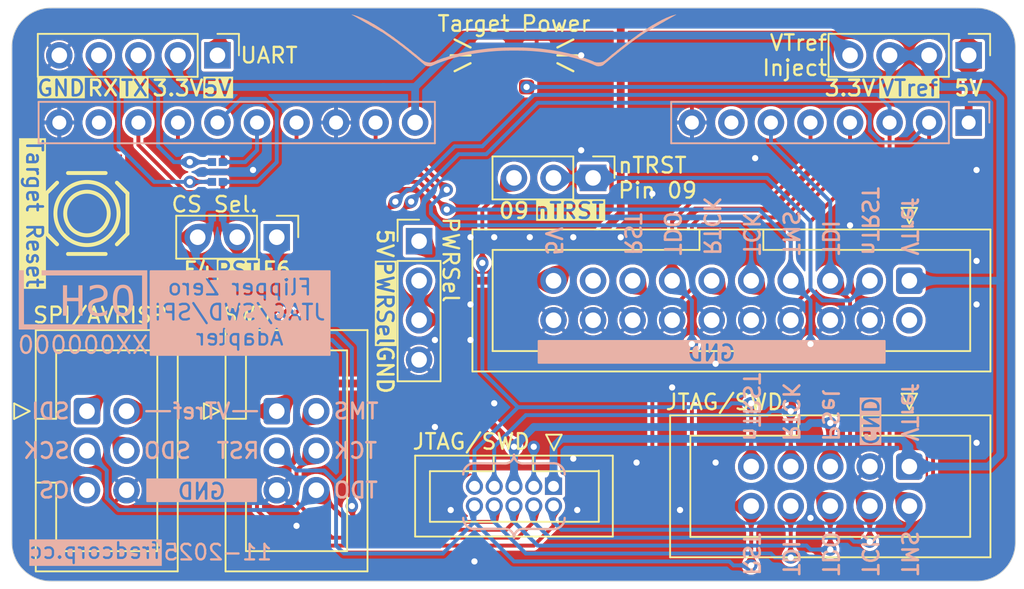
<source format=kicad_pcb>
(kicad_pcb (version 20241229) (generator "pcbnew") (generator_version "9.0")
  (layers (0 "F.Cu" signal) (2 "B.Cu" signal) (13 "F.Paste" user) (15 "B.Paste" user) (5 "F.SilkS" user "F.Silkscreen") (7 "B.SilkS" user "B.Silkscreen") (1 "F.Mask" user) (3 "B.Mask" user) (25 "Edge.Cuts" user))
  (net 0 "")
  (net 1 "/SCK")
  (net 2 "/UART_TX")
  (net 3 "/TMS")
  (net 4 "/CS")
  (net 5 "Net-(A1-USART1.TX)")
  (net 6 "/UART_RX")
  (net 7 "+3.3V")
  (net 8 "/ISP_RST")
  (net 9 "GND")
  (net 10 "Net-(A1-SWDIO)")
  (net 11 "/TCK")
  (net 12 "+5V")
  (net 13 "/nTRST")
  (net 14 "/DBGRQ")
  (net 16 "/RTCK")
  (net 17 "/VTref")
  (net 18 "/PWRSel")
  (net 19 "/nTRST_sel")
  (net 20 "Net-(A1-USART1.RX)")
  (net 21 "Net-(A1-SWCLK)")
  (net 22 "Net-(A1-I2C3.SDA)")
  (net 23 "Net-(A1-I2C3.SCL)")
  (net 24 "Net-(LED1-A)")
  (net 29 "/RSTSel")
  (net 30 "/SDO")
  (net 31 "/SDI")
  (footprint "PCM_4ms_SolderJumper:JUMPER_SMD_1x2_tiny" (layer "F.Cu") (at 137.414 100.076)
    (property "Reference" "JP3" (hide yes))
    (property "Value" "TMS" (hide yes))
  )
  (footprint "PCM_4ms_SolderJumper:JUMPER_SMD_1x2_tiny" (layer "F.Cu") (at 127.254 98.806 180)
    (property "Reference" "JP5" (hide yes))
    (property "Value" "UART_TX" (hide yes))
  )
  (footprint "Connector_PinHeader_2.54mm:PinHeader_1x05_P2.54mm_Vertical" (layer "F.Cu") (at 127.254 91.948 -90)
    (property "Reference" "J6" (hide yes))
    (property "Value" "UART" (hide yes))
  )
  (footprint "PCM_4ms_SolderJumper:JUMPER_SMD_1x2_tiny" (layer "F.Cu") (at 171.704 98.806 180)
    (property "Reference" "JP2" (hide yes))
    (property "Value" "TCK" (hide yes))
  )
  (footprint "Connector_IDC:IDC-Header_2x10_P2.54mm_Vertical" (layer "F.Cu") (at 171.704 106.426 -90)
    (property "Reference" "J1" (hide yes))
    (property "Value" "ARM-JTAG")
  )
  (footprint "PCM_4ms_SolderJumper:JUMPER_SMD_1x2_tiny" (layer "F.Cu") (at 169.164 98.806 180)
    (property "Reference" "JP1" (hide yes))
    (property "Value" "TMS" (hide yes))
  )
  (footprint "Connector_IDC:IDC-Header_2x05_P2.54mm_Vertical" (layer "F.Cu") (at 171.704 118.364 -90)
    (property "Reference" "J2" (hide yes))
    (property "Value" "TC2050-IDC")
  )
  (footprint "EasyEDA2KiCAD:LED1206-R-RD_ORANGE" (layer "F.Cu") (at 146.27 91.948 180)
    (property "Reference" "LED1" (hide yes))
    (property "Value" "XL-3216UOC" (hide yes))
  )
  (footprint "Connector_IDC:IDC-Header_2x03_P2.54mm_Vertical" (layer "F.Cu") (at 131.064 114.808)
    (property "Reference" "J4" (hide yes))
    (property "Value" "TC2030-IDC" (hide yes))
  )
  (footprint "PCM_4ms_SolderJumper:JUMPER_SMD_1x2_tiny" (layer "F.Cu") (at 137.414 98.806)
    (property "Reference" "JP4" (hide yes))
    (property "Value" "TCK" (hide yes))
  )
  (footprint "Connector_PinHeader_2.54mm:PinHeader_1x04_P2.54mm_Vertical" (layer "F.Cu") (at 140.208 103.886)
    (property "Reference" "J8" (hide yes))
    (property "Value" "PWRSel" (hide yes))
  )
  (footprint "Connector_IDC:IDC-Header_2x03_P2.54mm_Vertical" (layer "F.Cu") (at 118.872 114.808)
    (property "Reference" "J5" (hide yes))
    (property "Value" "SPI/ISP" (hide yes))
  )
  (footprint "EasyEDA2KiCAD:SW-SMD_4P-L5.2-W5.2-P3.70-LS6.4" (layer "F.Cu") (at 118.872 102.108 -90)
    (property "Reference" "SW1" (hide yes))
    (property "Value" "TS1187A16015" (hide yes))
  )
  (footprint "Connector_PinHeader_2.54mm:PinHeader_1x04_P2.54mm_Vertical" (layer "F.Cu") (at 175.514 91.948 -90)
    (property "Reference" "J7" (hide yes))
    (property "Value" "VTrefSel" (hide yes))
  )
  (footprint "Connector_PinHeader_2.54mm:PinHeader_1x03_P2.54mm_Vertical" (layer "F.Cu") (at 151.384 99.822 -90)
    (property "Reference" "J10" (hide yes))
    (property "Value" "nTRST_EN" (hide yes))
  )
  (footprint "Connector_PinHeader_2.54mm:PinHeader_1x03_P2.54mm_Vertical" (layer "F.Cu") (at 131.064 103.632 -90)
    (property "Reference" "J9" (hide yes))
    (property "Value" "RSTSel" (hide yes))
  )
  (footprint "EasyEDA2KiCAD:IDC-TH_10P-P1.27-V-M-R2-C5-S1.27" (layer "F.Cu") (at 146.304 120.264 180)
    (property "Reference" "J3" (hide yes))
    (property "Value" "1.27mm")
  )
  (footprint "PCM_4ms_SolderJumper:JUMPER_SMD_1x2_tiny" (layer "F.Cu") (at 127.254 100.076 180)
    (property "Reference" "JP6" (hide yes))
    (property "Value" "UART_RX" (hide yes))
  )
  (footprint "PCM_Resistor_SMD_AKL:R_0603_1608Metric_Pad0.98x0.95mm_HandSolder" (layer "F.Cu") (at 146.2005 93.98 180)
    (property "Reference" "R1" (hide yes))
    (property "Value" "150" (hide yes))
  )
  (footprint "PCM_4ms_SolderJumper:JUMPER_SMD_1x2_tiny" (layer "B.Cu") (at 127.254 98.806 180)
    (property "Reference" "JP7" (hide yes))
    (property "Value" "UART_TX" (hide yes))
  )
  (footprint "PCM_4ms_SolderJumper:JUMPER_SMD_1x2_tiny" (layer "B.Cu") (at 127.254 100.076 180)
    (property "Reference" "JP8" (hide yes))
    (property "Value" "UART_RX" (hide yes))
  )
  (footprint "OSHW:OSHW-Certification-Mark-Stacked_8x7mm_SilkMask" (layer "B.Cu") (at 118.618 108.204 180)
    (property "Reference" "LOGO1" (hide yes))
    (property "Value" "~" (hide yes))
  )
  (footprint "Module:Flipper_Zero_Straight" (layer "B.Cu") (at 175.514 96.266 180)
    (property "Reference" "A1" (hide yes))
    (property "Value" "Flipper_Zero" (hide yes))
  )
  (footprint "PCM_4ms_SolderJumper:JUMPER_SMD_1x2_tiny" (layer "B.Cu") (at 127.254 102.362)
    (property "Reference" "JP9" (hide yes))
    (property "Value" "TMS" (hide yes))
  )
  (gr_line (start 143.51 91.44) (end 142.494 90.932) (stroke (width 0.15)) (layer "F.SilkS"))
  (gr_line (start 149.098 91.948) (end 150.368 91.948) (stroke (width 0.15)) (layer "F.SilkS"))
  (gr_line (start 143.51 92.456) (end 142.494 92.964) (stroke (width 0.15)) (layer "F.SilkS"))
  (gr_line (start 149.098 91.44) (end 150.114 90.932) (stroke (width 0.15)) (layer "F.SilkS"))
  (gr_line (start 149.098 92.456) (end 150.114 92.964) (stroke (width 0.15)) (layer "F.SilkS"))
  (gr_line (start 143.51 91.948) (end 142.24 91.948) (stroke (width 0.15)) (layer "F.SilkS"))
  (gr_arc (start 145.73604 122.36804) (mid 146.137623 122.534406) (end 146.304 122.936) (stroke (width 0.15)) (layer "B.SilkS"))
  (gr_poly (pts (xy 139.614673 91.771463) (xy 139.617725 91.773662) (xy 139.620695 91.775883) (xy 139.623567 91.778111) (xy 139.626327 91.780331) (xy 139.628957 91.782529) (xy 139.631444 91.784689) (xy 139.63377 91.786795) (xy 139.635922 91.788834) (xy 139.637883 91.79079) (xy 139.639637 91.792648) (xy 139.64117 91.794393) (xy 139.642466 91.79601) (xy 139.643509 91.797484) (xy 139.643931 91.798162) (xy 139.644284 91.7988) (xy 139.644566 91.799394) (xy 139.644775 91.799943) (xy 139.64491 91.800444) (xy 139.644967 91.800897) (xy 139.644997 91.803234) (xy 139.644848 91.805148) (xy 139.644699 91.805943) (xy 139.644497 91.806627) (xy 139.644239 91.807198) (xy 139.643922 91.807655) (xy 139.643544 91.807996) (xy 139.643102 91.808219) (xy 139.642592 91.808322) (xy 139.642013 91.808304) (xy 139.641361 91.808163) (xy 139.640633 91.807897) (xy 139.639827 91.807504) (xy 139.63894 91.806983) (xy 139.636911 91.805548) (xy 139.634524 91.803578) (xy 139.631757 91.801059) (xy 139.628587 91.797977) (xy 139.624992 91.794317) (xy 139.620949 91.790065) (xy 139.611431 91.779731) (xy 139.584709 91.750296)) (fill yes) (layer "B.SilkS"))
  (gr_arc (start 146.87196 118.16996) (mid 146.470377 118.003594) (end 146.304 117.602) (stroke (width 0.15)) (layer "B.SilkS"))
  (gr_poly (pts (xy 152.661703 91.844814) (xy 152.661885 91.844889) (xy 152.662026 91.845007) (xy 152.66213 91.845168) (xy 152.662196 91.84537) (xy 152.662227 91.845614) (xy 152.662189 91.84622) (xy 152.662026 91.846979) (xy 152.661751 91.847884) (xy 152.660907 91.850105) (xy 152.658366 91.855997) (xy 152.657408 91.857751) (xy 152.655898 91.859868) (xy 152.651377 91.865071) (xy 152.645111 91.871368) (xy 152.637408 91.878521) (xy 152.628573 91.886291) (xy 152.618914 91.89444) (xy 152.598355 91.910923) (xy 152.588068 91.91878) (xy 152.578186 91.926063) (xy 152.569016 91.932534) (xy 152.560865 91.937955) (xy 152.55404 91.942087) (xy 152.548848 91.944691) (xy 152.546961 91.945347) (xy 152.545598 91.945531) (xy 152.544796 91.945215) (xy 152.544595 91.944368) (xy 152.544976 91.943271) (xy 152.545925 91.941735) (xy 152.547415 91.939789) (xy 152.549414 91.937461) (xy 152.554826 91.931767) (xy 152.561925 91.924879) (xy 152.570474 91.917021) (xy 152.580239 91.908416) (xy 152.590984 91.899289) (xy 152.602473 91.889864) (xy 152.62411 91.872402) (xy 152.632764 91.865448) (xy 152.640097 91.859606) (xy 152.646201 91.85482) (xy 152.651167 91.851033) (xy 152.653251 91.849498) (xy 152.655086 91.848192) (xy 152.656682 91.847109) (xy 152.658051 91.84624) (xy 152.659203 91.845581) (xy 152.660152 91.845123) (xy 152.660907 91.844859) (xy 152.661216 91.844798) (xy 152.661481 91.844784)) (fill yes) (layer "B.SilkS"))
  (gr_poly (pts (xy 139.493148 91.679959) (xy 139.494749 91.680476) (xy 139.499076 91.682517) (xy 139.504688 91.685741) (xy 139.51133 91.689955) (xy 139.518745 91.694967) (xy 139.526677 91.700584) (xy 139.534867 91.706615) (xy 139.543061 91.712867) (xy 139.551002 91.719147) (xy 139.558432 91.725263) (xy 139.565096 91.731024) (xy 139.570737 91.736236) (xy 139.575098 91.740707) (xy 139.577922 91.744245) (xy 139.578678 91.745604) (xy 139.578954 91.746658) (xy 139.578908 91.747087) (xy 139.578749 91.74742) (xy 139.578479 91.747658) (xy 139.5781 91.747804) (xy 139.577617 91.747859) (xy 139.57703 91.747824) (xy 139.575562 91.747493) (xy 139.573717 91.746824) (xy 139.571519 91.74583) (xy 139.568991 91.744525) (xy 139.566155 91.742921) (xy 139.563033 91.741031) (xy 139.559649 91.73887) (xy 139.552183 91.733784) (xy 139.54394 91.727768) (xy 139.535099 91.720927) (xy 139.530603 91.717346) (xy 139.526234 91.713811) (xy 139.522013 91.710342) (xy 139.517964 91.70696) (xy 139.514109 91.703686) (xy 139.510471 91.70054) (xy 139.507073 91.697543) (xy 139.503936 91.694717) (xy 139.501084 91.692081) (xy 139.498539 91.689656) (xy 139.496323 91.687464) (xy 139.49446 91.685525) (xy 139.492971 91.683859) (xy 139.49188 91.682487) (xy 139.49149 91.681918) (xy 139.491208 91.681431) (xy 139.491037 91.681027) (xy 139.49098 91.680711) (xy 139.491231 91.680052) (xy 139.491965 91.67981)) (fill yes) (layer "B.SilkS"))
  (gr_poly (pts (xy 136.54026 89.541965) (xy 136.542302 89.542299) (xy 136.544888 89.542835) (xy 136.548023 89.543559) (xy 136.555957 89.545524) (xy 136.558525 89.546211) (xy 136.561083 89.546979) (xy 136.563615 89.547819) (xy 136.566105 89.548722) (xy 136.568538 89.549681) (xy 136.570897 89.550687) (xy 136.573166 89.551732) (xy 136.57533 89.552808) (xy 136.577371 89.553906) (xy 136.579275 89.555018) (xy 136.581026 89.556137) (xy 136.582607 89.557253) (xy 136.584002 89.558359) (xy 136.585195 89.559446) (xy 136.585711 89.55998) (xy 136.586171 89.560506) (xy 136.586572 89.561023) (xy 136.586913 89.561531) (xy 136.587702 89.56289) (xy 136.588323 89.56414) (xy 136.58878 89.565281) (xy 136.589079 89.566315) (xy 136.589223 89.567243) (xy 136.589219 89.568065) (xy 136.589071 89.568782) (xy 136.588783 89.569395) (xy 136.58836 89.569905) (xy 136.587807 89.570313) (xy 136.587129 89.57062) (xy 136.586331 89.570827) (xy 136.585416 89.570934) (xy 136.584391 89.570943) (xy 136.582027 89.570667) (xy 136.579275 89.570009) (xy 136.576175 89.568973) (xy 136.572765 89.567568) (xy 136.569082 89.5658) (xy 136.565164 89.563678) (xy 136.56105 89.561206) (xy 136.556778 89.558394) (xy 136.552385 89.555247) (xy 136.545604 89.550136) (xy 136.542958 89.548081) (xy 136.540814 89.546342) (xy 136.539177 89.544908) (xy 136.538051 89.543764) (xy 136.537682 89.543297) (xy 136.537442 89.542899) (xy 136.537332 89.542567) (xy 136.537354 89.542299) (xy 136.537506 89.542095) (xy 136.537791 89.541952) (xy 136.538208 89.541869) (xy 136.538758 89.541845)) (fill yes) (layer "B.SilkS"))
  (gr_poly (pts (xy 137.079266 89.81791) (xy 137.080664 89.818151) (xy 137.082325 89.818555) (xy 137.084233 89.819117) (xy 137.086372 89.81983) (xy 137.091272 89.821689) (xy 137.096888 89.824082) (xy 137.103086 89.826963) (xy 137.10973 89.830281) (xy 137.113099 89.83205) (xy 137.116373 89.833825) (xy 137.119537 89.835596) (xy 137.122571 89.837351) (xy 137.125461 89.839077) (xy 137.128188 89.840764) (xy 137.130736 89.8424) (xy 137.133088 89.843974) (xy 137.135226 89.845472) (xy 137.137134 89.846885) (xy 137.138796 89.8482) (xy 137.140193 89.849406) (xy 137.141309 89.850491) (xy 137.141757 89.850984) (xy 137.142128 89.851443) (xy 137.14242 89.851866) (xy 137.142631 89.852251) (xy 137.142759 89.852597) (xy 137.142803 89.852903) (xy 137.142759 89.853164) (xy 137.142631 89.853378) (xy 137.14242 89.853544) (xy 137.142128 89.853665) (xy 137.141309 89.85377) (xy 137.140193 89.853699) (xy 137.138796 89.853459) (xy 137.137134 89.853054) (xy 137.135226 89.852492) (xy 137.133088 89.851779) (xy 137.128188 89.84992) (xy 137.122571 89.847527) (xy 137.116373 89.844647) (xy 137.10973 89.841328) (xy 137.106361 89.839548) (xy 137.103086 89.837765) (xy 137.099923 89.835988) (xy 137.096888 89.83423) (xy 137.093999 89.832502) (xy 137.091272 89.830816) (xy 137.088724 89.829181) (xy 137.086372 89.827611) (xy 137.084233 89.826115) (xy 137.082325 89.824707) (xy 137.080664 89.823396) (xy 137.079266 89.822194) (xy 137.07815 89.821113) (xy 137.077703 89.820621) (xy 137.077332 89.820164) (xy 137.07704 89.819742) (xy 137.076828 89.819358) (xy 137.0767 89.819012) (xy 137.076657 89.818706) (xy 137.0767 89.818445) (xy 137.076828 89.818231) (xy 137.07704 89.818065) (xy 137.077332 89.817944) (xy 137.07815 89.817839)) (fill yes) (layer "B.SilkS"))
  (gr_poly (pts (xy 146.893197 91.437319) (xy 146.897736 91.437393) (xy 146.901873 91.437513) (xy 146.905592 91.437676) (xy 146.908882 91.437881) (xy 146.911729 91.438124) (xy 146.914122 91.438403) (xy 146.916047 91.438716) (xy 146.91683 91.438884) (xy 146.917491 91.43906) (xy 146.918029 91.439242) (xy 146.918442 91.439432) (xy 146.918728 91.439628) (xy 146.918887 91.43983) (xy 146.918917 91.439933) (xy 146.918915 91.440038) (xy 146.91888 91.440144) (xy 146.918812 91.440252) (xy 146.918577 91.44047) (xy 146.918206 91.440694) (xy 146.9177 91.440923) (xy 146.917056 91.441155) (xy 146.916272 91.441392) (xy 146.915348 91.441632) (xy 146.91307 91.442122) (xy 146.910418 91.442576) (xy 146.907588 91.442969) (xy 146.904605 91.443301) (xy 146.901496 91.443573) (xy 146.894996 91.443936) (xy 146.88829 91.444057) (xy 146.881582 91.443936) (xy 146.875072 91.443573) (xy 146.871956 91.443301) (xy 146.868965 91.442969) (xy 146.866124 91.442576) (xy 146.86346 91.442122) (xy 146.861194 91.441632) (xy 146.859497 91.441155) (xy 146.858355 91.440694) (xy 146.857756 91.440252) (xy 146.857656 91.440038) (xy 146.857687 91.43983) (xy 146.857848 91.439628) (xy 146.858136 91.439432) (xy 146.859089 91.43906) (xy 146.860534 91.438716) (xy 146.862458 91.438403) (xy 146.864849 91.438124) (xy 146.870977 91.437676) (xy 146.878817 91.437393) (xy 146.888265 91.437294)) (fill yes) (layer "B.SilkS"))
  (gr_poly (pts (xy 145.09517 91.469996) (xy 145.09869 91.470072) (xy 145.101898 91.470196) (xy 145.104784 91.470365) (xy 145.107338 91.470576) (xy 145.109549 91.470828) (xy 145.110523 91.470968) (xy 145.111408 91.471117) (xy 145.112202 91.471275) (xy 145.112904 91.471442) (xy 145.113513 91.471616) (xy 145.114028 91.471798) (xy 145.114446 91.471988) (xy 145.114768 91.472185) (xy 145.114991 91.472389) (xy 145.115066 91.472494) (xy 145.115115 91.4726) (xy 145.115139 91.472708) (xy 145.115138 91.472817) (xy 145.115111 91.472927) (xy 145.115059 91.473039) (xy 145.114876 91.473268) (xy 145.114589 91.473501) (xy 145.114196 91.47374) (xy 145.113696 91.473983) (xy 145.113087 91.474231) (xy 145.112368 91.474483) (xy 145.111539 91.474738) (xy 145.110597 91.474997) (xy 145.108536 91.475485) (xy 145.106336 91.475908) (xy 145.104015 91.476266) (xy 145.101595 91.476559) (xy 145.099095 91.476787) (xy 145.096536 91.47695) (xy 145.093936 91.477048) (xy 145.091316 91.47708) (xy 145.088696 91.477048) (xy 145.086096 91.47695) (xy 145.083537 91.476787) (xy 145.081037 91.476559) (xy 145.078616 91.476266) (xy 145.076296 91.475908) (xy 145.074095 91.475485) (xy 145.072034 91.474997) (xy 145.070274 91.474483) (xy 145.068955 91.473983) (xy 145.068067 91.473501) (xy 145.067782 91.473268) (xy 145.067601 91.473039) (xy 145.067523 91.472817) (xy 145.067547 91.4726) (xy 145.067672 91.472389) (xy 145.067896 91.472185) (xy 145.068637 91.471798) (xy 145.06976 91.471442) (xy 145.071256 91.471117) (xy 145.073116 91.470828) (xy 145.075329 91.470576) (xy 145.077885 91.470365) (xy 145.080775 91.470196) (xy 145.083989 91.470072) (xy 145.091349 91.46997)) (fill yes) (layer "B.SilkS"))
  (gr_poly (pts (xy 153.172332 91.435175) (xy 153.172399 91.435363) (xy 153.17211 91.436101) (xy 153.17128 91.437301) (xy 153.169934 91.438938) (xy 153.165793 91.443424) (xy 153.159891 91.449357) (xy 153.152429 91.456541) (xy 153.14361 91.464775) (xy 153.133635 91.473859) (xy 153.122708 91.483596) (xy 153.117084 91.488507) (xy 153.111566 91.493228) (xy 153.106185 91.497737) (xy 153.100973 91.502012) (xy 153.095959 91.506032) (xy 153.091175 91.509772) (xy 153.086651 91.513212) (xy 153.082418 91.51633) (xy 153.078507 91.519102) (xy 153.074948 91.521508) (xy 153.071772 91.523524) (xy 153.06901 91.525128) (xy 153.066693 91.526299) (xy 153.06571 91.526715) (xy 153.06485 91.527014) (xy 153.064117 91.527194) (xy 153.063514 91.527251) (xy 153.063045 91.527183) (xy 153.062714 91.526988) (xy 153.062488 91.526712) (xy 153.062329 91.526395) (xy 153.062236 91.526038) (xy 153.062207 91.525642) (xy 153.062243 91.525209) (xy 153.06234 91.52474) (xy 153.062716 91.5237) (xy 153.063326 91.522534) (xy 153.064158 91.521254) (xy 153.065203 91.519871) (xy 153.066451 91.518397) (xy 153.067891 91.516843) (xy 153.069513 91.51522) (xy 153.071307 91.513541) (xy 153.073262 91.511816) (xy 153.075369 91.510058) (xy 153.077616 91.508278) (xy 153.079994 91.506487) (xy 153.082492 91.504697) (xy 153.088054 91.500683) (xy 153.094421 91.495905) (xy 153.101368 91.490541) (xy 153.108669 91.48477) (xy 153.116101 91.478769) (xy 153.123438 91.472717) (xy 153.130456 91.466792) (xy 153.136929 91.461172) (xy 153.143008 91.455929) (xy 153.148893 91.451036) (xy 153.154441 91.446601) (xy 153.157045 91.44459) (xy 153.15951 91.442734) (xy 153.16182 91.441048) (xy 153.163956 91.439543) (xy 153.1659 91.438235) (xy 153.167635 91.437137) (xy 153.169142 91.436262) (xy 153.170404 91.435623) (xy 153.171403 91.435235) (xy 153.171798 91.435139) (xy 153.17212 91.435111)) (fill yes) (layer "B.SilkS"))
  (gr_line (start 145.72926 118.16996) (end 143.764 118.15358) (stroke (width 0.15)) (layer "B.SilkS"))
  (gr_arc (start 143.04558 118.872) (mid 143.256 118.364) (end 143.764 118.15358) (stroke (width 0.15)) (layer "B.SilkS"))
  (gr_poly (pts (xy 141.292973 92.295954) (xy 141.293495 92.296267) (xy 141.293606 92.296782) (xy 141.2933 92.297499) (xy 141.292571 92.298417) (xy 141.291414 92.299536) (xy 141.287788 92.302379) (xy 141.282372 92.306027) (xy 141.275117 92.310479) (xy 141.265973 92.315736) (xy 141.254891 92.321796) (xy 141.249746 92.324502) (xy 141.244577 92.32713) (xy 141.234305 92.332096) (xy 141.224346 92.336588) (xy 141.214971 92.340499) (xy 141.210588 92.342203) (xy 141.206453 92.343721) (xy 141.202599 92.345041) (xy 141.199061 92.346148) (xy 141.195873 92.34703) (xy 141.193068 92.347673) (xy 141.190681 92.348063) (xy 141.188745 92.348188) (xy 141.187341 92.348038) (xy 141.186866 92.347863) (xy 141.186538 92.347623) (xy 141.186357 92.34732) (xy 141.186318 92.346956) (xy 141.18642 92.346532) (xy 141.186659 92.346051) (xy 141.187542 92.344921) (xy 141.188947 92.343579) (xy 141.190854 92.34204) (xy 141.193243 92.340317) (xy 141.196093 92.338423) (xy 141.199386 92.336372) (xy 141.207218 92.331854) (xy 141.216578 92.326871) (xy 141.227308 92.321531) (xy 141.240108 92.315488) (xy 141.251662 92.310254) (xy 141.26192 92.30583) (xy 141.270834 92.302216) (xy 141.278353 92.29941) (xy 141.284428 92.297413) (xy 141.289009 92.296224) (xy 141.290724 92.295932) (xy 141.292048 92.295842)) (fill yes) (layer "B.SilkS"))
  (gr_poly (pts (xy 139.183627 91.240042) (xy 139.185264 91.240773) (xy 139.187496 91.241985) (xy 139.193614 91.245756) (xy 139.201707 91.251168) (xy 139.211507 91.258034) (xy 139.22274 91.266167) (xy 139.235136 91.275381) (xy 139.248423 91.285489) (xy 139.26171 91.295822) (xy 139.274106 91.305681) (xy 139.285339 91.314835) (xy 139.295139 91.323052) (xy 139.299416 91.326736) (xy 139.303232 91.330099) (xy 139.306555 91.333113) (xy 139.30935 91.335746) (xy 139.311582 91.337972) (xy 139.313219 91.339761) (xy 139.314226 91.341084) (xy 139.314482 91.341561) (xy 139.314569 91.341912) (xy 139.314482 91.342128) (xy 139.314226 91.342211) (xy 139.313219 91.341983) (xy 139.311582 91.341252) (xy 139.30935 91.34004) (xy 139.303232 91.336269) (xy 139.295139 91.330857) (xy 139.285339 91.323991) (xy 139.274106 91.315857) (xy 139.26171 91.306643) (xy 139.248423 91.296536) (xy 139.235136 91.286184) (xy 139.22274 91.276316) (xy 139.211507 91.267161) (xy 139.201707 91.258948) (xy 139.193614 91.251908) (xy 139.190291 91.248899) (xy 139.187496 91.246269) (xy 139.185264 91.244046) (xy 139.183627 91.242261) (xy 139.18262 91.24094) (xy 139.182364 91.240463) (xy 139.182277 91.240113) (xy 139.182364 91.239896) (xy 139.18262 91.239814)) (fill yes) (layer "B.SilkS"))
  (gr_arc (start 146.304 117.602) (mid 146.137651 118.003623) (end 145.73604 118.16996) (stroke (width 0.15)) (layer "B.SilkS"))
  (gr_poly (pts (xy 141.700535 92.140866) (xy 141.701687 92.141045) (xy 141.70258 92.141336) (xy 141.703203 92.14174) (xy 141.703409 92.141985) (xy 141.703545 92.142259) (xy 141.703607 92.142561) (xy 141.703596 92.142893) (xy 141.703345 92.143644) (xy 141.702782 92.144513) (xy 141.701896 92.145501) (xy 141.700676 92.146609) (xy 141.699112 92.147838) (xy 141.697192 92.14919) (xy 141.694908 92.150665) (xy 141.692247 92.152264) (xy 141.687362 92.154912) (xy 141.681756 92.15762) (xy 141.675572 92.160345) (xy 141.668954 92.163043) (xy 141.662044 92.165671) (xy 141.654985 92.168188) (xy 141.64792 92.170549) (xy 141.640992 92.172711) (xy 141.634344 92.174633) (xy 141.628118 92.176271) (xy 141.622458 92.177582) (xy 141.617507 92.178523) (xy 141.613407 92.179051) (xy 141.610302 92.179124) (xy 141.609167 92.178976) (xy 141.608334 92.178698) (xy 141.607821 92.178284) (xy 141.607646 92.17773) (xy 141.607693 92.177469) (xy 141.607832 92.177171) (xy 141.608378 92.176467) (xy 141.609266 92.175629) (xy 141.610476 92.174668) (xy 141.611991 92.173594) (xy 141.613793 92.172418) (xy 141.61818 92.169801) (xy 141.623492 92.166902) (xy 141.62958 92.163806) (xy 141.636298 92.160596) (xy 141.643498 92.157357) (xy 141.651563 92.153955) (xy 141.659356 92.150923) (xy 141.666791 92.14827) (xy 141.673783 92.146004) (xy 141.680248 92.144135) (xy 141.686101 92.142671) (xy 141.691256 92.141621) (xy 141.693545 92.141254) (xy 141.695629 92.140994) (xy 141.697495 92.140842) (xy 141.699134 92.140799)) (fill yes) (layer "B.SilkS"))
  (gr_poly (pts (xy 152.376476 92.284928) (xy 152.376704 92.285217) (xy 152.376691 92.28573) (xy 152.376435 92.286464) (xy 152.375937 92.287421) (xy 152.374213 92.29) (xy 152.371514 92.293466) (xy 152.367838 92.297818) (xy 152.363182 92.303054) (xy 152.357544 92.309173) (xy 152.350919 92.316174) (xy 152.347678 92.3195) (xy 152.344467 92.322673) (xy 152.341306 92.325678) (xy 152.338214 92.328503) (xy 152.335209 92.331132) (xy 152.332312 92.333553) (xy 152.329541 92.335751) (xy 152.326916 92.337712) (xy 152.324456 92.339423) (xy 152.322181 92.34087) (xy 152.320109 92.342039) (xy 152.319155 92.342515) (xy 152.31826 92.342916) (xy 152.317425 92.343241) (xy 152.316653 92.343487) (xy 152.315947 92.343654) (xy 152.315308 92.343739) (xy 152.31474 92.34374) (xy 152.314244 92.343657) (xy 152.313823 92.343486) (xy 152.313479 92.343227) (xy 152.31322 92.34289) (xy 152.313049 92.342488) (xy 152.312964 92.342023) (xy 152.312963 92.341498) (xy 152.313044 92.340914) (xy 152.313207 92.340273) (xy 152.313769 92.338831) (xy 152.314634 92.337187) (xy 152.315789 92.33536) (xy 152.31722 92.333366) (xy 152.318913 92.331222) (xy 152.320855 92.328944) (xy 152.323032 92.32655) (xy 152.325431 92.324056) (xy 152.328037 92.32148) (xy 152.330838 92.318837) (xy 152.333819 92.316146) (xy 152.336967 92.313422) (xy 152.340268 92.310683) (xy 152.348119 92.304325) (xy 152.355027 92.298865) (xy 152.360987 92.294304) (xy 152.365997 92.29064) (xy 152.370054 92.287872) (xy 152.373154 92.285998) (xy 152.374345 92.285396) (xy 152.375296 92.285017) (xy 152.376007 92.284861)) (fill yes) (layer "B.SilkS"))
  (gr_poly (pts (xy 137.45369 90.247856) (xy 137.455322 90.248284) (xy 137.459797 90.249819) (xy 137.465719 90.252193) (xy 137.47289 90.255323) (xy 137.481113 90.259128) (xy 137.49019 90.263524) (xy 137.499924 90.268431) (xy 137.504817 90.270984) (xy 137.509487 90.273497) (xy 137.513912 90.275957) (xy 137.518073 90.278349) (xy 137.521948 90.280659) (xy 137.525518 90.282872) (xy 137.528761 90.284975) (xy 137.531658 90.286952) (xy 137.534186 90.28879) (xy 137.536327 90.290474) (xy 137.53806 90.29199) (xy 137.538767 90.29268) (xy 137.539363 90.293323) (xy 137.539848 90.293917) (xy 137.540217 90.294459) (xy 137.540469 90.294949) (xy 137.540601 90.295384) (xy 137.54061 90.295763) (xy 137.540494 90.296084) (xy 137.54025 90.296344) (xy 137.539876 90.296543) (xy 137.53886 90.296712) (xy 137.537456 90.296622) (xy 137.533591 90.295722) (xy 137.528503 90.293964) (xy 137.522413 90.29147) (xy 137.51554 90.28836) (xy 137.508107 90.284755) (xy 137.500334 90.280775) (xy 137.492441 90.276543) (xy 137.484651 90.272177) (xy 137.477182 90.2678) (xy 137.470256 90.263532) (xy 137.464095 90.259494) (xy 137.458918 90.255807) (xy 137.454947 90.252592) (xy 137.453483 90.251199) (xy 137.452403 90.249969) (xy 137.451734 90.248917) (xy 137.451506 90.248059) (xy 137.451569 90.247863) (xy 137.451756 90.247734) (xy 137.452493 90.24767)) (fill yes) (layer "B.SilkS"))
  (gr_line (start 146.872 122.36804) (end 148.844 122.38442) (stroke (width 0.15)) (layer "B.SilkS"))
  (gr_poly (pts (xy 139.77007 91.903301) (xy 139.771408 91.903572) (xy 139.772952 91.90404) (xy 139.774687 91.904697) (xy 139.7766 91.905538) (xy 139.778676 91.906559) (xy 139.780903 91.907753) (xy 139.783265 91.909114) (xy 139.785749 91.910637) (xy 139.788341 91.912317) (xy 139.791028 91.914148) (xy 139.793795 91.916123) (xy 139.796567 91.91819) (xy 139.799264 91.920287) (xy 139.801875 91.922399) (xy 139.804384 91.924513) (xy 139.806777 91.926614) (xy 139.80904 91.928688) (xy 139.811158 91.930719) (xy 139.813118 91.932693) (xy 139.814905 91.934596) (xy 139.816505 91.936413) (xy 139.817904 91.938129) (xy 139.819087 91.939731) (xy 139.82004 91.941204) (xy 139.820426 91.941887) (xy 139.820749 91.942532) (xy 139.821008 91.943138) (xy 139.8212 91.943702) (xy 139.821324 91.944223) (xy 139.821378 91.944699) (xy 139.821361 91.945123) (xy 139.821273 91.94549) (xy 139.821117 91.945802) (xy 139.820894 91.946058) (xy 139.820606 91.94626) (xy 139.820254 91.946408) (xy 139.819841 91.946502) (xy 139.819368 91.946544) (xy 139.818248 91.946475) (xy 139.81691 91.946203) (xy 139.815366 91.945736) (xy 139.813631 91.945079) (xy 139.811718 91.944237) (xy 139.809642 91.943217) (xy 139.807416 91.942023) (xy 139.805053 91.940662) (xy 139.802569 91.939138) (xy 139.799977 91.937459) (xy 139.79729 91.935628) (xy 139.794523 91.933653) (xy 139.791741 91.931597) (xy 139.789035 91.929508) (xy 139.786419 91.927401) (xy 139.783907 91.92529) (xy 139.781512 91.923191) (xy 139.77925 91.921117) (xy 139.777133 91.919085) (xy 139.775175 91.917108) (xy 139.773392 91.915201) (xy 139.771796 91.91338) (xy 139.770401 91.911659) (xy 139.769222 91.910054) (xy 139.768273 91.908578) (xy 139.767888 91.907893) (xy 139.767566 91.907246) (xy 139.767309 91.906639) (xy 139.767118 91.906074) (xy 139.766994 91.905553) (xy 139.76694 91.905077) (xy 139.766957 91.904653) (xy 139.767045 91.904285) (xy 139.767201 91.903974) (xy 139.767424 91.903717) (xy 139.767712 91.903516) (xy 139.768064 91.903368) (xy 139.768477 91.903273) (xy 139.76895 91.903231)) (fill yes) (layer "B.SilkS"))
  (gr_poly (pts (xy 138.771371 90.927724) (xy 138.772989 90.928294) (xy 138.777219 90.930401) (xy 138.782581 90.933641) (xy 138.788845 90.937825) (xy 138.79578 90.942765) (xy 138.803154 90.948272) (xy 138.810739 90.954158) (xy 138.818302 90.960234) (xy 138.825613 90.966312) (xy 138.832441 90.972202) (xy 138.838556 90.977717) (xy 138.843727 90.982668) (xy 138.847724 90.986866) (xy 138.850315 90.990123) (xy 138.851011 90.991339) (xy 138.851269 90.99225) (xy 138.851061 90.992831) (xy 138.850357 90.993058) (xy 138.849444 90.992912) (xy 138.848133 90.992433) (xy 138.84645 90.991639) (xy 138.84442 90.990546) (xy 138.839415 90.987533) (xy 138.833317 90.983526) (xy 138.826322 90.97866) (xy 138.818629 90.973069) (xy 138.810435 90.966888) (xy 138.801938 90.960251) (xy 138.797751 90.956883) (xy 138.793781 90.953613) (xy 138.790045 90.950457) (xy 138.786559 90.947433) (xy 138.783339 90.944556) (xy 138.780402 90.941845) (xy 138.777763 90.939315) (xy 138.775439 90.936984) (xy 138.773446 90.934868) (xy 138.7718 90.932985) (xy 138.771113 90.932136) (xy 138.770518 90.931351) (xy 138.770018 90.930632) (xy 138.769615 90.929983) (xy 138.769311 90.929404) (xy 138.769108 90.928898) (xy 138.769008 90.928466) (xy 138.769013 90.928112) (xy 138.769055 90.927965) (xy 138.769124 90.927837) (xy 138.769221 90.92773) (xy 138.769345 90.927644) (xy 138.769677 90.927533) (xy 138.770122 90.927509)) (fill yes) (layer "B.SilkS"))
  (gr_poly (pts (xy 137.882803 90.303297) (xy 137.88444 90.303883) (xy 137.886673 90.304895) (xy 137.89279 90.30812) (xy 137.900884 90.312807) (xy 137.910683 90.318793) (xy 137.921916 90.325915) (xy 137.934312 90.334009) (xy 137.947599 90.342911) (xy 137.960887 90.352039) (xy 137.973282 90.360777) (xy 137.984516 90.368917) (xy 137.994315 90.376249) (xy 137.998592 90.379547) (xy 138.002408 90.382564) (xy 138.005731 90.385275) (xy 138.008525 90.387653) (xy 138.010758 90.389672) (xy 138.012395 90.391306) (xy 138.013402 90.392529) (xy 138.013658 90.392978) (xy 138.013745 90.393315) (xy 138.013658 90.39354) (xy 138.013402 90.393645) (xy 138.012395 90.393509) (xy 138.010758 90.392927) (xy 138.008525 90.391918) (xy 138.002408 90.388705) (xy 137.994315 90.384029) (xy 137.984516 90.378055) (xy 137.973282 90.370944) (xy 137.960887 90.362857) (xy 137.947599 90.353958) (xy 137.934312 90.344811) (xy 137.921916 90.336063) (xy 137.910683 90.32792) (xy 137.900884 90.320587) (xy 137.896607 90.31729) (xy 137.89279 90.314272) (xy 137.889467 90.31156) (xy 137.886673 90.309179) (xy 137.88444 90.307156) (xy 137.882803 90.305516) (xy 137.881797 90.304285) (xy 137.88154 90.303831) (xy 137.881453 90.303489) (xy 137.88154 90.303264) (xy 137.881797 90.303159)) (fill yes) (layer "B.SilkS"))
  (gr_poly (pts (xy 146.684866 91.636086) (xy 146.690406 91.636155) (xy 146.695452 91.636268) (xy 146.69999 91.636422) (xy 146.704005 91.636615) (xy 146.707479 91.636844) (xy 146.710399 91.637107) (xy 146.712748 91.637402) (xy 146.713704 91.63756) (xy 146.714511 91.637726) (xy 146.715168 91.637899) (xy 146.715673 91.638078) (xy 146.716023 91.638263) (xy 146.716217 91.638454) (xy 146.716255 91.638552) (xy 146.716254 91.638651) (xy 146.716212 91.638751) (xy 146.71613 91.638853) (xy 146.715844 91.63906) (xy 146.715394 91.639272) (xy 146.714778 91.639488) (xy 146.713994 91.639708) (xy 146.711916 91.640161) (xy 146.709143 91.640626) (xy 146.702434 91.641473) (xy 146.694977 91.642077) (xy 146.687021 91.64244) (xy 146.678815 91.642561) (xy 146.670609 91.64244) (xy 146.662653 91.642077) (xy 146.655196 91.641473) (xy 146.648487 91.640626) (xy 146.645714 91.640161) (xy 146.643636 91.639708) (xy 146.642236 91.639272) (xy 146.641501 91.638853) (xy 146.641378 91.638651) (xy 146.641414 91.638454) (xy 146.641961 91.638078) (xy 146.643124 91.637726) (xy 146.64489 91.637402) (xy 146.650167 91.636844) (xy 146.657668 91.636422) (xy 146.66727 91.636155) (xy 146.678849 91.636062)) (fill yes) (layer "B.SilkS"))
  (gr_poly (pts (xy 151.814513 92.637189) (xy 151.814618 92.637226) (xy 151.814705 92.637291) (xy 151.814773 92.637381) (xy 151.814822 92.637498) (xy 151.814853 92.637639) (xy 151.814861 92.637995) (xy 151.814799 92.638444) (xy 151.814667 92.638981) (xy 151.814468 92.639602) (xy 151.814202 92.640301) (xy 151.813873 92.641073) (xy 151.813481 92.641913) (xy 151.813028 92.642817) (xy 151.812516 92.643779) (xy 151.811946 92.644796) (xy 151.81132 92.64586) (xy 151.810639 92.646969) (xy 151.809787 92.648089) (xy 151.808658 92.649164) (xy 151.80727 92.650188) (xy 151.805641 92.651158) (xy 151.803791 92.652067) (xy 151.801737 92.652911) (xy 151.7995 92.653686) (xy 151.797096 92.654385) (xy 151.794545 92.655005) (xy 151.791865 92.65554) (xy 151.789076 92.655985) (xy 151.786194 92.656336) (xy 151.78324 92.656586) (xy 151.780232 92.656733) (xy 151.777188 92.65677) (xy 151.774127 92.656692) (xy 151.744494 92.655435) (xy 151.777568 92.646969) (xy 151.790676 92.643598) (xy 151.801925 92.640644) (xy 151.810123 92.63842) (xy 151.812706 92.637682) (xy 151.81408 92.637245) (xy 151.814244 92.637198) (xy 151.814388 92.637179)) (fill yes) (layer "B.SilkS"))
  (gr_poly (pts (xy 152.530949 91.958364) (xy 152.531297 91.958474) (xy 152.531562 91.958656) (xy 152.531954 91.959311) (xy 152.532025 91.960166) (xy 152.531793 91.961204) (xy 152.531276 91.962413) (xy 152.53049 91.963777) (xy 152.529454 91.965282) (xy 152.5267 91.968659) (xy 152.523154 91.972429) (xy 152.518958 91.976479) (xy 152.514251 91.980692) (xy 152.509174 91.984956) (xy 152.503867 91.989156) (xy 152.498471 91.993177) (xy 152.493128 91.996905) (xy 152.487976 92.000225) (xy 152.483156 92.003023) (xy 152.47881 92.005184) (xy 152.475077 92.006595) (xy 152.473485 92.006983) (xy 152.472098 92.00714) (xy 152.471574 92.007124) (xy 152.471143 92.007039) (xy 152.470802 92.006888) (xy 152.470551 92.006671) (xy 152.470388 92.006391) (xy 152.470312 92.006049) (xy 152.470321 92.005647) (xy 152.470414 92.005187) (xy 152.470846 92.004097) (xy 152.471597 92.002794) (xy 152.472655 92.00129) (xy 152.474008 91.9996) (xy 152.475647 91.997735) (xy 152.477558 91.995711) (xy 152.479731 91.993539) (xy 152.482154 91.991234) (xy 152.484817 91.988809) (xy 152.487707 91.986277) (xy 152.490814 91.983652) (xy 152.494126 91.980946) (xy 152.497518 91.978272) (xy 152.500859 91.975715) (xy 152.504131 91.973287) (xy 152.507314 91.970999) (xy 152.510389 91.968862) (xy 152.513337 91.966888) (xy 152.516138 91.965089) (xy 152.518773 91.963476) (xy 152.521222 91.96206) (xy 152.523467 91.960854) (xy 152.525489 91.959868) (xy 152.527267 91.959115) (xy 152.528782 91.958606) (xy 152.529436 91.958446) (xy 152.530016 91.958352) (xy 152.530522 91.958324)) (fill yes) (layer "B.SilkS"))
  (gr_poly (pts (xy 139.449308 91.639171) (xy 139.45236 91.64137) (xy 139.45533 91.643591) (xy 139.458203 91.645819) (xy 139.460962 91.64804) (xy 139.463592 91.650237) (xy 139.466079 91.652397) (xy 139.468406 91.654504) (xy 139.470557 91.656543) (xy 139.472518 91.658498) (xy 139.474273 91.660356) (xy 139.475806 91.662101) (xy 139.477101 91.663718) (xy 139.478145 91.665192) (xy 139.478566 91.665871) (xy 139.478919 91.666508) (xy 139.479201 91.667102) (xy 139.479411 91.667651) (xy 139.479545 91.668153) (xy 139.479603 91.668606) (xy 139.479632 91.670942) (xy 139.479483 91.672857) (xy 139.479334 91.673651) (xy 139.479132 91.674335) (xy 139.478874 91.674906) (xy 139.478558 91.675363) (xy 139.47818 91.675704) (xy 139.477737 91.675927) (xy 139.477228 91.676031) (xy 139.476648 91.676013) (xy 139.475996 91.675871) (xy 139.475268 91.675605) (xy 139.474462 91.675213) (xy 139.473575 91.674691) (xy 139.471546 91.673257) (xy 139.46916 91.671287) (xy 139.466392 91.668768) (xy 139.463222 91.665685) (xy 139.459627 91.662025) (xy 139.455584 91.657774) (xy 139.446067 91.647439) (xy 139.419344 91.618004)) (fill yes) (layer "B.SilkS"))
  (gr_line (start 124.206 114.808) (end 122.682 114.808) (stroke (width 0.15)) (layer "B.SilkS"))
  (gr_poly (pts (xy 136.45594 89.506993) (xy 136.459747 89.507622) (xy 136.464066 89.508599) (xy 136.468776 89.509883) (xy 136.473754 89.511434) (xy 136.47888 89.513212) (xy 136.484032 89.515177) (xy 136.489087 89.517289) (xy 136.493925 89.519509) (xy 136.498423 89.521795) (xy 136.502459 89.524108) (xy 136.505913 89.526409) (xy 136.508663 89.528656) (xy 136.509569 89.529621) (xy 136.51009 89.530431) (xy 136.51021 89.53078) (xy 136.510237 89.53109) (xy 136.510175 89.531362) (xy 136.510024 89.531597) (xy 136.509786 89.531794) (xy 136.509462 89.531954) (xy 136.508564 89.532162) (xy 136.507342 89.532223) (xy 136.50581 89.532137) (xy 136.503979 89.531907) (xy 136.501863 89.531533) (xy 136.499473 89.531016) (xy 136.496822 89.530359) (xy 136.493922 89.529561) (xy 136.490787 89.528625) (xy 136.487428 89.527551) (xy 136.483858 89.526341) (xy 136.480232 89.525052) (xy 136.476708 89.523746) (xy 136.473303 89.522431) (xy 136.470038 89.521118) (xy 136.466929 89.519814) (xy 136.463994 89.51853) (xy 136.461253 89.517274) (xy 136.458723 89.516056) (xy 136.456422 89.514883) (xy 136.454369 89.513767) (xy 136.452582 89.512715) (xy 136.451079 89.511738) (xy 136.449878 89.510843) (xy 136.449397 89.510429) (xy 136.448998 89.51004) (xy 136.448683 89.509676) (xy 136.448456 89.509338) (xy 136.448318 89.509028) (xy 136.448272 89.508747) (xy 136.448409 89.508101) (xy 136.448812 89.507587) (xy 136.449464 89.5072) (xy 136.450351 89.506935) (xy 136.451457 89.506787) (xy 136.452768 89.50675)) (fill yes) (layer "B.SilkS"))
  (gr_poly (pts (xy 139.952137 91.854704) (xy 139.954137 91.855494) (xy 139.956639 91.856721) (xy 139.959615 91.858369) (xy 139.963038 91.86042) (xy 139.971114 91.865667) (xy 139.980648 91.872326) (xy 139.991421 91.88026) (xy 140.003213 91.889334) (xy 140.00927 91.89412) (xy 140.015165 91.898859) (xy 140.020868 91.903522) (xy 140.026348 91.908082) (xy 140.031573 91.912509) (xy 140.036513 91.916776) (xy 140.041137 91.920854) (xy 140.045414 91.924714) (xy 140.049313 91.928329) (xy 140.052802 91.93167) (xy 140.055851 91.934708) (xy 140.058428 91.937415) (xy 140.060504 91.939763) (xy 140.062046 91.941723) (xy 140.062607 91.942549) (xy 140.063024 91.943268) (xy 140.063291 91.943875) (xy 140.063406 91.944368) (xy 140.063205 91.945203) (xy 140.062404 91.94551) (xy 140.061041 91.945318) (xy 140.059155 91.944657) (xy 140.053967 91.942045) (xy 140.047146 91.937912) (xy 140.039 91.932497) (xy 140.029836 91.926036) (xy 140.009679 91.910931) (xy 139.989131 91.894499) (xy 139.979478 91.886379) (xy 139.970648 91.878642) (xy 139.962949 91.871523) (xy 139.956686 91.865262) (xy 139.952168 91.860095) (xy 139.950659 91.857997) (xy 139.949701 91.856261) (xy 139.949482 91.855632) (xy 139.94942 91.855131) (xy 139.949511 91.854756) (xy 139.949751 91.854506) (xy 139.950137 91.854377) (xy 139.950666 91.854369)) (fill yes) (layer "B.SilkS"))
  (gr_poly (pts (xy 140.810339 92.643812) (xy 140.81315 92.643953) (xy 140.816262 92.644213) (xy 140.819666 92.644592) (xy 140.823356 92.645091) (xy 140.827324 92.645712) (xy 140.837455 92.647446) (xy 140.841518 92.648212) (xy 140.844923 92.64892) (xy 140.847679 92.649579) (xy 140.849793 92.650195) (xy 140.850612 92.650491) (xy 140.851273 92.650778) (xy 140.851779 92.651059) (xy 140.852129 92.651334) (xy 140.852325 92.651605) (xy 140.852367 92.651872) (xy 140.852258 92.652136) (xy 140.851997 92.652399) (xy 140.851586 92.652661) (xy 140.851026 92.652923) (xy 140.850318 92.653186) (xy 140.849462 92.653451) (xy 140.847314 92.653992) (xy 140.84459 92.654553) (xy 140.841297 92.655142) (xy 140.837444 92.655766) (xy 140.834733 92.656131) (xy 140.831996 92.656384) (xy 140.829251 92.656528) (xy 140.826517 92.656566) (xy 140.823811 92.656501) (xy 140.821153 92.656336) (xy 140.818561 92.656073) (xy 140.816054 92.655716) (xy 140.81365 92.655268) (xy 140.811367 92.654731) (xy 140.809225 92.654109) (xy 140.807241 92.653403) (xy 140.805435 92.652618) (xy 140.803823 92.651756) (xy 140.803097 92.651297) (xy 140.802427 92.65082) (xy 140.801814 92.650325) (xy 140.801262 92.649813) (xy 140.800301 92.648713) (xy 140.799962 92.648204) (xy 140.799718 92.647721) (xy 140.799567 92.647266) (xy 140.799507 92.646838) (xy 140.799539 92.646438) (xy 140.799661 92.646065) (xy 140.799872 92.64572) (xy 140.800171 92.645403) (xy 140.800559 92.645114) (xy 140.801032 92.644853) (xy 140.802236 92.644415) (xy 140.803776 92.644091) (xy 140.805645 92.643882) (xy 140.807835 92.643789)) (fill yes) (layer "B.SilkS"))
  (gr_poly (pts (xy 152.696235 92.019361) (xy 152.696459 92.019386) (xy 152.696665 92.019434) (xy 152.696855 92.019504) (xy 152.697029 92.019596) (xy 152.697188 92.019709) (xy 152.697332 92.019843) (xy 152.697462 92.019998) (xy 152.697578 92.020173) (xy 152.697681 92.020368) (xy 152.697772 92.020583) (xy 152.697851 92.020818) (xy 152.697975 92.021343) (xy 152.698058 92.021941) (xy 152.698105 92.02261) (xy 152.698119 92.023346) (xy 152.697933 92.023959) (xy 152.697387 92.024796) (xy 152.6965 92.025843) (xy 152.695289 92.027084) (xy 152.691973 92.030093) (xy 152.687585 92.033706) (xy 152.682274 92.037805) (xy 152.676186 92.042275) (xy 152.669468 92.046997) (xy 152.662269 92.051855) (xy 152.626418 92.075535) (xy 152.65949 92.047158) (xy 152.665515 92.041994) (xy 152.670892 92.037424) (xy 152.675655 92.033426) (xy 152.679841 92.029978) (xy 152.681729 92.028453) (xy 152.683486 92.027058) (xy 152.685116 92.025788) (xy 152.686624 92.024642) (xy 152.688015 92.023617) (xy 152.689294 92.02271) (xy 152.690463 92.021917) (xy 152.691529 92.021237) (xy 152.692496 92.020667) (xy 152.693367 92.020203) (xy 152.694149 92.019843) (xy 152.694844 92.019584) (xy 152.695161 92.019492) (xy 152.695458 92.019424) (xy 152.695735 92.01938) (xy 152.695994 92.019359)) (fill yes) (layer "B.SilkS"))
  (gr_poly (pts (xy 147.206855 91.657572) (xy 147.210934 91.657634) (xy 147.214681 91.657743) (xy 147.218084 91.657895) (xy 147.221131 91.658091) (xy 147.223807 91.658326) (xy 147.226101 91.658599) (xy 147.2271 91.658749) (xy 147.227999 91.658907) (xy 147.228796 91.659074) (xy 147.229489 91.659249) (xy 147.230076 91.659432) (xy 147.230557 91.659622) (xy 147.230929 91.659819) (xy 147.231191 91.660024) (xy 147.23128 91.660129) (xy 147.231341 91.660235) (xy 147.231374 91.660343) (xy 147.231378 91.660452) (xy 147.231353 91.660563) (xy 147.2313 91.660676) (xy 147.231105 91.660905) (xy 147.230791 91.66114) (xy 147.230358 91.66138) (xy 147.229804 91.661625) (xy 147.229127 91.661875) (xy 147.228324 91.66213) (xy 147.227396 91.662388) (xy 147.225318 91.662877) (xy 147.223045 91.663303) (xy 147.220598 91.663665) (xy 147.218001 91.663963) (xy 147.215276 91.664198) (xy 147.212445 91.664369) (xy 147.20656 91.664521) (xy 147.200525 91.664419) (xy 147.194523 91.664062) (xy 147.191591 91.663789) (xy 147.188735 91.663452) (xy 147.185978 91.663051) (xy 147.183343 91.662586) (xy 147.181024 91.662095) (xy 147.179221 91.661616) (xy 147.177923 91.661151) (xy 147.177121 91.660703) (xy 147.176902 91.660487) (xy 147.176804 91.660275) (xy 147.176824 91.660069) (xy 147.176962 91.659868) (xy 147.177585 91.659486) (xy 147.178663 91.65913) (xy 147.180186 91.658805) (xy 147.182144 91.658511) (xy 147.184526 91.658251) (xy 147.187323 91.658029) (xy 147.194122 91.657705) (xy 147.202458 91.65756)) (fill yes) (layer "B.SilkS"))
  (gr_poly (pts (xy 140.230305 92.286026) (xy 140.231124 92.286274) (xy 140.23224 92.286757) (xy 140.235299 92.288385) (xy 140.239345 92.290823) (xy 140.244245 92.293987) (xy 140.249862 92.297791) (xy 140.25606 92.30215) (xy 140.262703 92.306979) (xy 140.266072 92.309524) (xy 140.269347 92.312111) (xy 140.27251 92.314722) (xy 140.275545 92.317337) (xy 140.278434 92.31994) (xy 140.281161 92.322511) (xy 140.283709 92.325032) (xy 140.286061 92.327485) (xy 140.2882 92.32985) (xy 140.290108 92.332111) (xy 140.291769 92.334248) (xy 140.293167 92.336242) (xy 140.294283 92.338077) (xy 140.29473 92.338928) (xy 140.295101 92.339732) (xy 140.295393 92.340487) (xy 140.295605 92.341191) (xy 140.295733 92.34184) (xy 140.295776 92.342433) (xy 140.295733 92.342959) (xy 140.295605 92.343395) (xy 140.295393 92.343744) (xy 140.295101 92.344007) (xy 140.29473 92.344185) (xy 140.294283 92.344279) (xy 140.293761 92.344291) (xy 140.293167 92.344222) (xy 140.291769 92.343847) (xy 140.290108 92.343165) (xy 140.2882 92.342185) (xy 140.286061 92.34092) (xy 140.283709 92.33938) (xy 140.281161 92.337575) (xy 140.278434 92.335517) (xy 140.275545 92.333215) (xy 140.27251 92.330682) (xy 140.269347 92.327927) (xy 140.266072 92.324961) (xy 140.262703 92.321796) (xy 140.25606 92.315343) (xy 140.249862 92.309176) (xy 140.244245 92.303441) (xy 140.239345 92.298281) (xy 140.237207 92.295962) (xy 140.235299 92.29384) (xy 140.233637 92.291935) (xy 140.23224 92.290263) (xy 140.231124 92.288843) (xy 140.230305 92.287693) (xy 140.229802 92.286831) (xy 140.229674 92.286514) (xy 140.22963 92.286276) (xy 140.229674 92.286116) (xy 140.229802 92.286023)) (fill yes) (layer "B.SilkS"))
  (gr_poly (pts (xy 137.036668 90.005118) (xy 137.039373 90.005829) (xy 137.043347 90.007392) (xy 137.048393 90.009701) (xy 137.060931 90.016143) (xy 137.075434 90.024318) (xy 137.090351 90.033389) (xy 137.09748 90.038) (xy 137.10413 90.042522) (xy 137.110108 90.046849) (xy 137.11522 90.050878) (xy 137.117245 90.052612) (xy 137.118764 90.054048) (xy 137.119787 90.055187) (xy 137.120327 90.056033) (xy 137.120419 90.056347) (xy 137.120394 90.056589) (xy 137.120254 90.05676) (xy 137.12 90.056859) (xy 137.119634 90.056887) (xy 137.119156 90.056845) (xy 137.117874 90.05655) (xy 137.116165 90.055977) (xy 137.11404 90.055131) (xy 137.11151 90.054013) (xy 137.108588 90.052626) (xy 137.101609 90.049062) (xy 137.093193 90.044461) (xy 137.084103 90.03927) (xy 137.075189 90.034013) (xy 137.066679 90.028832) (xy 137.058798 90.023874) (xy 137.051772 90.019281) (xy 137.045829 90.015198) (xy 137.043334 90.013393) (xy 137.041194 90.01177) (xy 137.039438 90.010346) (xy 137.038094 90.00914) (xy 137.035834 90.006669) (xy 137.035409 90.005877) (xy 137.035423 90.005363) (xy 137.03585 90.005115)) (fill yes) (layer "B.SilkS"))
  (gr_poly (pts (xy 153.115454 91.677911) (xy 153.115664 91.677947) (xy 153.115856 91.678005) (xy 153.116029 91.678083) (xy 153.116184 91.678182) (xy 153.116324 91.6783) (xy 153.116447 91.678438) (xy 153.116556 91.678595) (xy 153.116651 91.67877) (xy 153.116732 91.678964) (xy 153.116802 91.679175) (xy 153.116908 91.679648) (xy 153.116975 91.680185) (xy 153.11701 91.680783) (xy 153.11702 91.681438) (xy 153.116792 91.682085) (xy 153.11612 91.68307) (xy 153.115029 91.684372) (xy 153.113541 91.685971) (xy 153.109462 91.689979) (xy 153.104064 91.694932) (xy 153.097529 91.700665) (xy 153.090036 91.707018) (xy 153.081767 91.713826) (xy 153.072902 91.720927) (xy 153.068419 91.724444) (xy 153.064064 91.727768) (xy 153.059859 91.730886) (xy 153.055827 91.733784) (xy 153.051991 91.73645) (xy 153.048373 91.73887) (xy 153.044994 91.741031) (xy 153.041879 91.742921) (xy 153.039049 91.744525) (xy 153.036526 91.74583) (xy 153.034334 91.746824) (xy 153.033368 91.7472) (xy 153.032494 91.747493) (xy 153.031713 91.747702) (xy 153.031029 91.747824) (xy 153.030445 91.747859) (xy 153.029962 91.747804) (xy 153.029585 91.747658) (xy 153.029315 91.74742) (xy 153.029156 91.747087) (xy 153.029111 91.746658) (xy 153.029177 91.74615) (xy 153.029349 91.745572) (xy 153.03 91.744211) (xy 153.031043 91.742595) (xy 153.032455 91.740745) (xy 153.034215 91.738681) (xy 153.036303 91.736423) (xy 153.038696 91.73399) (xy 153.041373 91.731403) (xy 153.047495 91.725847) (xy 153.054496 91.719915) (xy 153.062206 91.713768) (xy 153.070453 91.707566) (xy 153.078137 91.701982) (xy 153.084931 91.697067) (xy 153.090888 91.69279) (xy 153.096063 91.689121) (xy 153.098374 91.687505) (xy 153.100511 91.68603) (xy 153.102479 91.684691) (xy 153.104285 91.683486) (xy 153.105937 91.682409) (xy 153.107441 91.681458) (xy 153.108805 91.680629) (xy 153.110034 91.679917) (xy 153.111135 91.679319) (xy 153.112117 91.678831) (xy 153.112984 91.67845) (xy 153.113378 91.678298) (xy 153.113745 91.678171) (xy 153.114087 91.678069) (xy 153.114406 91.677991) (xy 153.114701 91.677937) (xy 153.114973 91.677906) (xy 153.115224 91.677897)) (fill yes) (layer "B.SilkS"))
  (gr_poly (pts (xy 136.814303 89.675411) (xy 136.81597 89.675753) (xy 136.820536 89.677104) (xy 136.826576 89.679279) (xy 136.833887 89.682201) (xy 136.842267 89.685793) (xy 136.851512 89.689979) (xy 136.861418 89.694683) (xy 136.866431 89.697154) (xy 136.87126 89.699597) (xy 136.875881 89.701997) (xy 136.880272 89.704341) (xy 136.88441 89.706614) (xy 136.88827 89.708801) (xy 136.891832 89.71089) (xy 136.89507 89.712864) (xy 136.897963 89.714711) (xy 136.900487 89.716416) (xy 136.902619 89.717964) (xy 136.904337 89.719341) (xy 136.905033 89.719962) (xy 136.905616 89.720534) (xy 136.906084 89.721057) (xy 136.906435 89.721528) (xy 136.906664 89.721945) (xy 136.906769 89.722308) (xy 136.906747 89.722614) (xy 136.906596 89.722861) (xy 136.905888 89.723189) (xy 136.904717 89.723243) (xy 136.90111 89.72259) (xy 136.896031 89.721028) (xy 136.889734 89.718684) (xy 136.882475 89.715686) (xy 136.874508 89.71216) (xy 136.857474 89.704034) (xy 136.840673 89.695322) (xy 136.832997 89.691063) (xy 136.826145 89.68704) (xy 136.820372 89.683377) (xy 136.815932 89.680204) (xy 136.813081 89.677646) (xy 136.812331 89.676638) (xy 136.812074 89.675831) (xy 136.812138 89.675603) (xy 136.81233 89.67544) (xy 136.813082 89.675304)) (fill yes) (layer "B.SilkS"))
  (gr_arc (start 146.304 122.936) (mid 146.470349 122.534377) (end 146.87196 122.36804) (stroke (width 0.15)) (layer "B.SilkS"))
  (gr_line (start 129.794 114.808) (end 128.27 114.808) (stroke (width 0.15)) (layer "B.SilkS"))
  (gr_poly (pts (xy 140.156188 92.025007) (xy 140.160041 92.026663) (xy 140.165149 92.029528) (xy 140.171314 92.03345) (xy 140.178341 92.038276) (xy 140.186033 92.043855) (xy 140.194193 92.050036) (xy 140.211129 92.063594) (xy 140.219513 92.070668) (xy 140.227578 92.077736) (xy 140.235127 92.084647) (xy 140.241964 92.09125) (xy 140.247892 92.097391) (xy 140.252715 92.102919) (xy 140.253998 92.104641) (xy 140.254663 92.105872) (xy 140.254769 92.106307) (xy 140.254729 92.106625) (xy 140.254545 92.106825) (xy 140.25422 92.106911) (xy 140.253155 92.106743) (xy 140.251557 92.106135) (xy 140.249446 92.105099) (xy 140.246845 92.103647) (xy 140.240253 92.099546) (xy 140.231954 92.093934) (xy 140.222116 92.086911) (xy 140.210911 92.078578) (xy 140.205077 92.074107) (xy 140.199401 92.069668) (xy 140.193912 92.065288) (xy 140.18864 92.060993) (xy 140.183615 92.056811) (xy 140.178866 92.052767) (xy 140.174423 92.048891) (xy 140.170314 92.045207) (xy 140.166569 92.041743) (xy 140.163219 92.038527) (xy 140.160291 92.035585) (xy 140.157817 92.032943) (xy 140.155824 92.03063) (xy 140.154343 92.028671) (xy 140.153804 92.027833) (xy 140.153403 92.027094) (xy 140.153145 92.026457) (xy 140.153034 92.025925) (xy 140.153192 92.025119) (xy 140.153787 92.02471) (xy 140.154794 92.024679)) (fill yes) (layer "B.SilkS"))
  (gr_arc (start 149.56242 121.666) (mid 149.352 122.174) (end 148.844 122.38442) (stroke (width 0.15)) (layer "B.SilkS"))
  (gr_poly (pts (xy 140.283316 92.128559) (xy 140.284948 92.129343) (xy 140.287097 92.130592) (xy 140.28974 92.132288) (xy 140.296424 92.136969) (xy 140.304824 92.14327) (xy 140.314764 92.151075) (xy 140.326071 92.160268) (xy 140.337692 92.169992) (xy 140.348537 92.179275) (xy 140.358365 92.1879) (xy 140.366941 92.195647) (xy 140.370684 92.199124) (xy 140.374025 92.202301) (xy 140.376933 92.205149) (xy 140.379379 92.207642) (xy 140.381333 92.209752) (xy 140.382766 92.211452) (xy 140.383648 92.212716) (xy 140.383872 92.213175) (xy 140.383948 92.213515) (xy 140.383711 92.214055) (xy 140.383018 92.214178) (xy 140.381895 92.213905) (xy 140.380369 92.213258) (xy 140.376219 92.21093) (xy 140.370782 92.207369) (xy 140.364274 92.202749) (xy 140.356912 92.197245) (xy 140.340482 92.184287) (xy 140.323219 92.169893) (xy 140.306846 92.155463) (xy 140.299533 92.148671) (xy 140.293089 92.142395) (xy 140.28773 92.13681) (xy 140.283671 92.13209) (xy 140.282392 92.130341) (xy 140.281738 92.129128) (xy 140.28164 92.128718) (xy 140.281689 92.128436) (xy 140.281884 92.128281) (xy 140.282222 92.128251)) (fill yes) (layer "B.SilkS"))
  (gr_arc (start 143.764 122.38442) (mid 143.256 122.174) (end 143.04558 121.666) (stroke (width 0.15)) (layer "B.SilkS"))
  (gr_poly (pts (xy 138.841795 91.17219) (xy 138.843269 91.1727) (xy 138.845264 91.173681) (xy 138.850655 91.176926) (xy 138.857649 91.181667) (xy 138.875167 91.194605) (xy 138.895262 91.21043) (xy 138.915379 91.22708) (xy 138.932962 91.242492) (xy 138.940005 91.249089) (xy 138.945455 91.254602) (xy 138.948995 91.258773) (xy 138.949948 91.260275) (xy 138.950303 91.261346) (xy 138.950256 91.261741) (xy 138.950066 91.262012) (xy 138.949738 91.262159) (xy 138.949274 91.262187) (xy 138.947956 91.26189) (xy 138.946139 91.26114) (xy 138.943851 91.259957) (xy 138.941121 91.258359) (xy 138.934445 91.253996) (xy 138.926338 91.248203) (xy 138.917022 91.241133) (xy 138.906724 91.23294) (xy 138.895667 91.223775) (xy 138.884602 91.214353) (xy 138.874277 91.205378) (xy 138.86492 91.19706) (xy 138.856757 91.189611) (xy 138.850014 91.18324) (xy 138.847246 91.180525) (xy 138.844917 91.178159) (xy 138.843057 91.176169) (xy 138.841693 91.174579) (xy 138.840854 91.173418) (xy 138.84064 91.173006) (xy 138.840568 91.172711) (xy 138.840881 91.172183)) (fill yes) (layer "B.SilkS"))
  (gr_poly (pts (xy 151.318991 92.296224) (xy 151.323573 92.297413) (xy 151.329648 92.29941) (xy 151.337167 92.302216) (xy 151.34608 92.30583) (xy 151.356338 92.310254) (xy 151.367892 92.315488) (xy 151.380692 92.321531) (xy 151.386218 92.324239) (xy 151.391422 92.326871) (xy 151.396283 92.329414) (xy 151.400782 92.331854) (xy 151.404899 92.334178) (xy 151.408614 92.336372) (xy 151.411907 92.338423) (xy 151.414757 92.340317) (xy 151.417146 92.34204) (xy 151.418161 92.342833) (xy 151.419053 92.343579) (xy 151.419819 92.344275) (xy 151.420458 92.344921) (xy 151.420966 92.345513) (xy 151.421341 92.346051) (xy 151.421581 92.346532) (xy 151.421682 92.346956) (xy 151.42168 92.347146) (xy 151.421643 92.34732) (xy 151.42157 92.34748) (xy 151.421462 92.347623) (xy 151.421134 92.347863) (xy 151.420659 92.348038) (xy 151.420034 92.348147) (xy 151.419255 92.348188) (xy 151.417319 92.348063) (xy 151.414932 92.347673) (xy 151.412127 92.34703) (xy 151.408938 92.346148) (xy 151.401547 92.343721) (xy 151.393028 92.340499) (xy 151.383654 92.336588) (xy 151.373695 92.332096) (xy 151.363424 92.32713) (xy 151.35311 92.321796) (xy 151.342028 92.315736) (xy 151.332884 92.310479) (xy 151.325628 92.306027) (xy 151.320212 92.302379) (xy 151.316586 92.299536) (xy 151.3147 92.297499) (xy 151.314395 92.296782) (xy 151.314505 92.296267) (xy 151.315027 92.295954) (xy 151.315952 92.295842)) (fill yes) (layer "B.SilkS"))
  (gr_poly (pts (xy 140.078095 91.958976) (xy 140.079452 91.959256) (xy 140.081074 91.959773) (xy 140.082943 91.960518) (xy 140.085044 91.961483) (xy 140.087359 91.962661) (xy 140.089872 91.964043) (xy 140.092568 91.965622) (xy 140.095428 91.967389) (xy 140.098436 91.969337) (xy 140.101577 91.971457) (xy 140.104832 91.973742) (xy 140.108187 91.976184) (xy 140.11152 91.978683) (xy 140.114712 91.981159) (xy 140.11775 91.983598) (xy 140.120619 91.985985) (xy 140.123303 91.988305) (xy 140.125789 91.990542) (xy 140.128061 91.992683) (xy 140.130106 91.994713) (xy 140.131907 91.996616) (xy 140.133452 91.998378) (xy 140.134724 91.999984) (xy 140.135254 92.000724) (xy 140.13571 92.00142) (xy 140.136091 92.002069) (xy 140.136395 92.002669) (xy 140.13662 92.00322) (xy 140.136764 92.003718) (xy 140.136826 92.004163) (xy 140.136803 92.004552) (xy 140.136694 92.004884) (xy 140.136497 92.005156) (xy 140.135782 92.005594) (xy 140.134804 92.005776) (xy 140.133581 92.005717) (xy 140.132132 92.005429) (xy 140.130476 92.004927) (xy 140.128631 92.004224) (xy 140.124449 92.00227) (xy 140.119737 91.999678) (xy 140.114644 91.996556) (xy 140.109319 91.993016) (xy 140.103912 91.989165) (xy 140.098572 91.985115) (xy 140.09345 91.980974) (xy 140.088694 91.976853) (xy 140.084453 91.97286) (xy 140.080879 91.969107) (xy 140.078119 91.965701) (xy 140.077092 91.964164) (xy 140.076324 91.962754) (xy 140.075835 91.961487) (xy 140.075642 91.960375) (xy 140.075667 91.959969) (xy 140.075776 91.959631) (xy 140.075968 91.95936) (xy 140.076241 91.959155) (xy 140.076592 91.959015) (xy 140.077019 91.95894)) (fill yes) (layer "B.SilkS"))
  (gr_poly (pts (xy 155.221084 89.991164) (xy 155.221303 89.991191) (xy 155.221501 89.991238) (xy 155.221679 89.991303) (xy 155.221837 89.991387) (xy 155.221978 89.991488) (xy 155.222101 89.991607) (xy 155.222209 89.991742) (xy 155.222301 89.991894) (xy 155.22238 89.992061) (xy 155.222447 89.992244) (xy 155.222501 89.992441) (xy 155.222545 89.992652) (xy 155.222604 89.993116) (xy 155.222634 89.99363) (xy 155.222642 89.994191) (xy 155.222383 89.995066) (xy 155.221627 89.996201) (xy 155.218753 89.999176) (xy 155.214277 90.002954) (xy 155.208458 90.007379) (xy 155.201553 90.01229) (xy 155.193818 90.017529) (xy 155.176892 90.028355) (xy 155.15974 90.038586) (xy 155.151723 90.043081) (xy 155.144421 90.04695) (xy 155.138093 90.050035) (xy 155.132996 90.052177) (xy 155.129386 90.053216) (xy 155.12822 90.053273) (xy 155.127522 90.052994) (xy 155.127326 90.052704) (xy 155.127255 90.052344) (xy 155.127306 90.051915) (xy 155.127478 90.051421) (xy 155.12817 90.050242) (xy 155.12931 90.048825) (xy 155.130874 90.047187) (xy 155.132842 90.045346) (xy 155.135191 90.043318) (xy 155.1379 90.041121) (xy 155.144305 90.036289) (xy 155.151884 90.030986) (xy 155.16046 90.025352) (xy 155.169856 90.019525) (xy 155.178777 90.014147) (xy 155.186634 90.009426) (xy 155.193494 90.005331) (xy 155.199424 90.001828) (xy 155.202062 90.000288) (xy 155.204493 89.998885) (xy 155.206725 89.997613) (xy 155.208766 89.996469) (xy 155.210626 89.995449) (xy 155.212313 89.994549) (xy 155.213835 89.993764) (xy 155.2152 89.993091) (xy 155.216418 89.992526) (xy 155.217495 89.992064) (xy 155.218442 89.991701) (xy 155.218868 89.991556) (xy 155.219265 89.991434) (xy 155.219634 89.991335) (xy 155.219975 89.991258) (xy 155.220289 89.991203) (xy 155.220578 89.99117) (xy 155.220843 89.991157)) (fill yes) (layer "B.SilkS"))
  (gr_poly (pts (xy 139.602898 91.571827) (xy 139.607635 91.574574) (xy 139.615124 91.57957) (xy 139.625033 91.586577) (xy 139.637028 91.595353) (xy 139.650777 91.605661) (xy 139.665948 91.61726) (xy 139.682207 91.629911) (xy 139.698417 91.642753) (xy 139.713398 91.654902) (xy 139.726834 91.666079) (xy 139.738407 91.676006) (xy 139.743396 91.680413) (xy 139.7478 91.684404) (xy 139.75158 91.687943) (xy 139.754696 91.690995) (xy 139.757109 91.693526) (xy 139.758779 91.695501) (xy 139.759323 91.696269) (xy 139.759666 91.696885) (xy 139.759804 91.697345) (xy 139.759731 91.697644) (xy 139.758927 91.69773) (xy 139.757297 91.697111) (xy 139.751781 91.693939) (xy 139.743631 91.688482) (xy 139.733293 91.681098) (xy 139.707841 91.661968) (xy 139.678999 91.639394) (xy 139.650344 91.616222) (xy 139.62545 91.595297) (xy 139.615531 91.586566) (xy 139.607892 91.579464) (xy 139.602981 91.574347) (xy 139.601688 91.572643) (xy 139.601245 91.57157) (xy 139.601351 91.571388) (xy 139.601665 91.571372)) (fill yes) (layer "B.SilkS"))
  (gr_poly (pts (xy 145.93518 91.636086) (xy 145.94073 91.636155) (xy 145.945786 91.636268) (xy 145.950332 91.636422) (xy 145.954352 91.636615) (xy 145.957833 91.636844) (xy 145.960757 91.637107) (xy 145.96311 91.637402) (xy 145.964067 91.63756) (xy 145.964876 91.637726) (xy 145.965534 91.637899) (xy 145.966039 91.638078) (xy 145.966391 91.638263) (xy 145.966586 91.638454) (xy 145.966624 91.638552) (xy 145.966622 91.638651) (xy 145.966581 91.638751) (xy 145.966499 91.638853) (xy 145.966213 91.63906) (xy 145.965764 91.639272) (xy 145.965148 91.639488) (xy 145.964364 91.639708) (xy 145.962286 91.640161) (xy 145.959513 91.640626) (xy 145.952805 91.641473) (xy 145.945347 91.642077) (xy 145.937391 91.64244) (xy 145.929185 91.642561) (xy 145.920979 91.64244) (xy 145.913022 91.642077) (xy 145.905565 91.641473) (xy 145.898857 91.640626) (xy 145.896084 91.640161) (xy 145.894005 91.639708) (xy 145.892606 91.639272) (xy 145.89187 91.638853) (xy 145.891746 91.638651) (xy 145.891782 91.638454) (xy 145.892327 91.638078) (xy 145.893489 91.637726) (xy 145.895252 91.637402) (xy 145.900521 91.636844) (xy 145.90801 91.636422) (xy 145.917594 91.636155) (xy 145.929151 91.636062)) (fill yes) (layer "B.SilkS"))
  (gr_poly (pts (xy 142.078701 92.0196) (xy 142.079544 92.019825) (xy 142.080113 92.020141) (xy 142.08042 92.020543) (xy 142.080474 92.021025) (xy 142.080286 92.021583) (xy 142.079865 92.02221) (xy 142.078368 92.023655) (xy 142.076064 92.025316) (xy 142.073035 92.027154) (xy 142.069361 92.029126) (xy 142.065124 92.031189) (xy 142.060406 92.033304) (xy 142.055288 92.035427) (xy 142.049852 92.037517) (xy 142.044178 92.039532) (xy 142.038349 92.04143) (xy 142.032445 92.043171) (xy 142.026548 92.044711) (xy 142.019065 92.046475) (xy 142.016174 92.04709) (xy 142.013854 92.047516) (xy 142.01211 92.047748) (xy 142.010946 92.047778) (xy 142.010583 92.047716) (xy 142.010367 92.047601) (xy 142.010297 92.047432) (xy 142.010375 92.047208) (xy 142.010601 92.046929) (xy 142.010976 92.046594) (xy 142.012173 92.045751) (xy 142.01397 92.044673) (xy 142.016372 92.043353) (xy 142.023005 92.039959) (xy 142.032105 92.035516) (xy 142.038973 92.032322) (xy 142.045815 92.029331) (xy 142.05245 92.026611) (xy 142.058695 92.024231) (xy 142.06437 92.022256) (xy 142.066937 92.021442) (xy 142.069293 92.020755) (xy 142.071415 92.020203) (xy 142.073282 92.019795) (xy 142.07487 92.019539) (xy 142.076157 92.019443)) (fill yes) (layer "B.SilkS"))
  (gr_line (start 145.72926 122.36804) (end 143.764 122.38442) (stroke (width 0.15)) (layer "B.SilkS"))
  (gr_poly (pts (xy 138.076217 90.624536) (xy 138.076691 90.624622) (xy 138.077263 90.624777) (xy 138.077933 90.624999) (xy 138.078702 90.625291) (xy 138.080535 90.626077) (xy 138.082762 90.627135) (xy 138.085381 90.628463) (xy 138.090367 90.631252) (xy 138.096109 90.634761) (xy 138.102403 90.638851) (xy 138.109045 90.643379) (xy 138.115829 90.648205) (xy 138.122551 90.653187) (xy 138.129006 90.658185) (xy 138.13499 90.663057) (xy 138.138313 90.665868) (xy 138.141238 90.668398) (xy 138.143765 90.670646) (xy 138.145894 90.672615) (xy 138.147625 90.674305) (xy 138.148959 90.675717) (xy 138.149477 90.676319) (xy 138.149896 90.676851) (xy 138.150215 90.677314) (xy 138.150435 90.677709) (xy 138.150556 90.678034) (xy 138.150578 90.67829) (xy 138.1505 90.678478) (xy 138.150324 90.678596) (xy 138.150048 90.678647) (xy 138.149673 90.678628) (xy 138.149199 90.678542) (xy 138.148627 90.678387) (xy 138.147955 90.678163) (xy 138.147184 90.677872) (xy 138.145345 90.677085) (xy 138.14311 90.676027) (xy 138.14048 90.674699) (xy 138.135497 90.671932) (xy 138.129762 90.668439) (xy 138.123476 90.664361) (xy 138.116842 90.659841) (xy 138.110062 90.65502) (xy 138.103338 90.65004) (xy 138.096874 90.645043) (xy 138.090871 90.640171) (xy 138.087548 90.637348) (xy 138.084626 90.634809) (xy 138.082102 90.632551) (xy 138.079977 90.630575) (xy 138.078249 90.628878) (xy 138.07692 90.627461) (xy 138.076404 90.626857) (xy 138.075987 90.626323) (xy 138.075669 90.625858) (xy 138.075451 90.625462) (xy 138.075331 90.625135) (xy 138.075311 90.624878) (xy 138.075389 90.624689) (xy 138.075566 90.624569) (xy 138.075842 90.624518)) (fill yes) (layer "B.SilkS"))
  (gr_poly (pts (xy 141.881369 92.087006) (xy 141.882466 92.087168) (xy 141.883233 92.08743) (xy 141.883666 92.087789) (xy 141.883757 92.088245) (xy 141.883499 92.088795) (xy 141.882888 92.089438) (xy 141.881917 92.090173) (xy 141.878867 92.091913) (xy 141.8743 92.094003) (xy 141.868166 92.096432) (xy 141.860415 92.099187) (xy 141.850996 92.102258) (xy 141.845997 92.103789) (xy 141.84109 92.10523) (xy 141.836301 92.106575) (xy 141.831658 92.107818) (xy 141.82719 92.108954) (xy 141.822923 92.109978) (xy 141.818885 92.110884) (xy 141.815104 92.111667) (xy 141.811608 92.112321) (xy 141.808424 92.112841) (xy 141.805579 92.113222) (xy 141.803102 92.113457) (xy 141.80102 92.113542) (xy 141.79936 92.113472) (xy 141.798698 92.113376) (xy 141.798151 92.11324) (xy 141.797723 92.113062) (xy 141.797419 92.112841) (xy 141.797221 92.112581) (xy 141.797122 92.112296) (xy 141.797119 92.111988) (xy 141.797211 92.111658) (xy 141.797669 92.110935) (xy 141.798481 92.110135) (xy 141.799629 92.109267) (xy 141.801097 92.108337) (xy 141.802868 92.107354) (xy 141.804926 92.106326) (xy 141.807253 92.10526) (xy 141.809834 92.104166) (xy 141.815687 92.101921) (xy 141.822352 92.099654) (xy 141.829697 92.097429) (xy 141.840021 92.094559) (xy 141.849381 92.092165) (xy 141.857726 92.090236) (xy 141.865005 92.088761) (xy 141.871169 92.087729) (xy 141.876167 92.087127) (xy 141.879949 92.086944)) (fill yes) (layer "B.SilkS"))
  (gr_poly (pts (xy 156.714576 89.328665) (xy 156.717047 89.328959) (xy 156.719189 89.329402) (xy 156.720997 89.329992) (xy 156.722467 89.330731) (xy 156.723594 89.331618) (xy 156.724026 89.332118) (xy 156.724372 89.332655) (xy 156.724629 89.333229) (xy 156.724797 89.333841) (xy 156.724875 89.33449) (xy 156.724863 89.335176) (xy 156.724567 89.336662) (xy 156.723903 89.338298) (xy 156.722866 89.340084) (xy 156.721451 89.342021) (xy 156.719653 89.34411) (xy 156.718182 89.345655) (xy 156.716705 89.347113) (xy 156.71523 89.348477) (xy 156.713767 89.349741) (xy 156.712328 89.350901) (xy 156.71092 89.35195) (xy 156.709555 89.352882) (xy 156.708242 89.353693) (xy 156.706991 89.354375) (xy 156.706392 89.354666) (xy 156.705812 89.354924) (xy 156.705253 89.355146) (xy 156.704715 89.355333) (xy 156.7042 89.355484) (xy 156.703709 89.355597) (xy 156.703244 89.355673) (xy 156.702805 89.355711) (xy 156.702394 89.355709) (xy 156.702012 89.355668) (xy 156.701661 89.355586) (xy 156.701341 89.355463) (xy 156.701054 89.355298) (xy 156.700801 89.35509) (xy 156.700528 89.354883) (xy 156.700194 89.354721) (xy 156.699801 89.354604) (xy 156.699351 89.35453) (xy 156.698287 89.354509) (xy 156.697017 89.354653) (xy 156.695555 89.354955) (xy 156.693918 89.35541) (xy 156.69212 89.35601) (xy 156.690176 89.356752) (xy 156.688101 89.357627) (xy 156.68591 89.35863) (xy 156.683617 89.359755) (xy 156.681239 89.360996) (xy 156.67879 89.362347) (xy 156.676286 89.363801) (xy 156.67374 89.365353) (xy 156.671168 89.366996) (xy 156.658388 89.375106) (xy 156.642006 89.385095) (xy 156.624148 89.395692) (xy 156.60694 89.405625) (xy 156.514088 89.458666) (xy 156.396729 89.526937) (xy 156.354725 89.551334) (xy 156.313707 89.574826) (xy 156.278382 89.594746) (xy 156.253457 89.608428) (xy 156.244477 89.613249) (xy 156.235882 89.617958) (xy 156.227877 89.62244) (xy 156.220665 89.626577) (xy 156.214451 89.630252) (xy 156.209441 89.633348) (xy 156.20745 89.634642) (xy 156.205838 89.635747) (xy 156.204628 89.63665) (xy 156.203847 89.637334) (xy 156.201836 89.639171) (xy 156.199188 89.64131) (xy 156.192205 89.64636) (xy 156.183348 89.652211) (xy 156.173066 89.658592) (xy 156.161806 89.66523) (xy 156.150019 89.671853) (xy 156.138152 89.678189) (xy 156.126655 89.683967) (xy 156.109234 89.692931) (xy 156.088232 89.704497) (xy 156.065367 89.717625) (xy 156.042361 89.731278) (xy 156.020933 89.744415) (xy 156.002803 89.756) (xy 155.989691 89.764992) (xy 155.985554 89.768191) (xy 155.983317 89.770353) (xy 155.982625 89.771141) (xy 155.9817 89.771986) (xy 155.980559 89.772881) (xy 155.979216 89.773817) (xy 155.977687 89.774786) (xy 155.975987 89.775782) (xy 155.974132 89.776796) (xy 155.972138 89.777819) (xy 155.967794 89.779866) (xy 155.963077 89.781859) (xy 155.958112 89.783736) (xy 155.955575 89.784612) (xy 155.953023 89.785434) (xy 155.950499 89.786276) (xy 155.948045 89.787207) (xy 155.945674 89.788218) (xy 155.943399 89.789298) (xy 155.941232 89.790438) (xy 155.939186 89.791627) (xy 155.937275 89.792857) (xy 155.935511 89.794116) (xy 155.934687 89.794754) (xy 155.933906 89.795396) (xy 155.933167 89.79604) (xy 155.932473 89.796686) (xy 155.931826 89.797332) (xy 155.931226 89.797976) (xy 155.930676 89.798618) (xy 155.930177 89.799257) (xy 155.929731 89.799891) (xy 155.929339 89.800518) (xy 155.929003 89.801139) (xy 155.928725 89.801751) (xy 155.928505 89.802353) (xy 155.928347 89.802944) (xy 155.92825 89.803522) (xy 155.928218 89.804088) (xy 155.928203 89.80464) (xy 155.928161 89.805167) (xy 155.92809 89.80567) (xy 155.927993 89.806147) (xy 155.927869 89.806599) (xy 155.92772 89.807025) (xy 155.927546 89.807425) (xy 155.927348 89.807799) (xy 155.927126 89.808147) (xy 155.926881 89.808467) (xy 155.926615 89.808761) (xy 155.926327 89.809028) (xy 155.926019 89.809267) (xy 155.92569 89.809479) (xy 155.925343 89.809662) (xy 155.924977 89.809818) (xy 155.924593 89.809944) (xy 155.924192 89.810042) (xy 155.923774 89.810111) (xy 155.923341 89.810151) (xy 155.922893 89.810162) (xy 155.92243 89.810142) (xy 155.921954 89.810093) (xy 155.921465 89.810013) (xy 155.920964 89.809903) (xy 155.920451 89.809762) (xy 155.919927 89.80959) (xy 155.919394 89.809386) (xy 155.918851 89.809151) (xy 155.918299 89.808885) (xy 155.917739 89.808586) (xy 155.917172 89.808255) (xy 155.916611 89.807919) (xy 155.916057 89.807617) (xy 155.91551 89.80735) (xy 155.914972 89.807117) (xy 155.914443 89.806917) (xy 155.913924 89.806751) (xy 155.913415 89.806617) (xy 155.912917 89.806517) (xy 155.912431 89.806448) (xy 155.911958 89.806412) (xy 155.911498 89.806407) (xy 155.911053 89.806434) (xy 155.910622 89.806492) (xy 155.910206 89.806581) (xy 155.909807 89.8067) (xy 155.909425 89.806849) (xy 155.90906 89.807029) (xy 155.908714 89.807237) (xy 155.908386 89.807475) (xy 155.908079 89.807742) (xy 155.907792 89.808038) (xy 155.907526 89.808361) (xy 155.907282 89.808713) (xy 155.907061 89.809092) (xy 155.906863 89.809499) (xy 155.906689 89.809932) (xy 155.90654 89.810393) (xy 155.906417 89.810879) (xy 155.906319 89.811392) (xy 155.906249 89.811931) (xy 155.906206 89.812495) (xy 155.906192 89.813084) (xy 155.906162 89.813682) (xy 155.906073 89.814272) (xy 155.905928 89.814855) (xy 155.905727 89.815429) (xy 155.905471 89.815993) (xy 155.905163 89.816547) (xy 155.904804 89.817089) (xy 155.904394 89.81762) (xy 155.903432 89.818642) (xy 155.902288 89.819608) (xy 155.900974 89.82051) (xy 155.899502 89.821343) (xy 155.897884 89.822102) (xy 155.89613 89.822779) (xy 155.894254 89.823368) (xy 155.892266 89.823864) (xy 155.890179 89.824261) (xy 155.888004 89.824551) (xy 155.885753 89.82473) (xy 155.883437 89.824791) (xy 155.882287 89.824806) (xy 155.881169 89.824848) (xy 155.880084 89.824919) (xy 155.879033 89.825016) (xy 155.878017 89.82514) (xy 155.877037 89.825289) (xy 155.876095 89.825463) (xy 155.87519 89.82566) (xy 155.874325 89.825882) (xy 155.873499 89.826125) (xy 155.872715 89.826391) (xy 155.871973 89.826678) (xy 155.871275 89.826986) (xy 155.87062 89.827313) (xy 155.870011 89.827659) (xy 155.869448 89.828024) (xy 155.868932 89.828406) (xy 155.868465 89.828806) (xy 155.868047 89.829221) (xy 155.867679 89.829652) (xy 155.867362 89.830098) (xy 155.867098 89.830558) (xy 155.866888 89.831031) (xy 155.866731 89.831516) (xy 155.866631 89.832014) (xy 155.866586 89.832523) (xy 155.866599 89.833042) (xy 155.866671 89.833572) (xy 155.866802 89.83411) (xy 155.866993 89.834656) (xy 155.867247 89.83521) (xy 155.867562 89.835772) (xy 155.867894 89.836339) (xy 155.868182 89.836898) (xy 155.868428 89.83745) (xy 155.868632 89.837993) (xy 155.868794 89.838527) (xy 155.868915 89.839051) (xy 155.868995 89.839564) (xy 155.869035 89.840065) (xy 155.869036 89.840554) (xy 155.868998 89.84103) (xy 155.868922 89.841493) (xy 155.868808 89.841941) (xy 155.868656 89.842374) (xy 155.868468 89.842792) (xy 155.868244 89.843193) (xy 155.867984 89.843577) (xy 155.867689 89.843943) (xy 155.86736 89.844291) (xy 155.866996 89.844619) (xy 155.866599 89.844927) (xy 155.866169 89.845215) (xy 155.865707 89.845482) (xy 155.865213 89.845726) (xy 155.864688 89.845948) (xy 155.864132 89.846146) (xy 155.863546 89.84632) (xy 155.86293 89.846469) (xy 155.862285 89.846593) (xy 155.861612 89.84669) (xy 155.86091 89.846761) (xy 155.860181 89.846804) (xy 155.859425 89.846818) (xy 155.857379 89.846892) (xy 155.855157 89.84711) (xy 155.850249 89.847946) (xy 155.844827 89.849265) (xy 155.839018 89.851006) (xy 155.832947 89.853108) (xy 155.826742 89.85551) (xy 155.820527 89.858152) (xy 155.81443 89.860973) (xy 155.808577 89.863912) (xy 155.803092 89.866907) (xy 155.798104 89.869899) (xy 155.793737 89.872826) (xy 155.790119 89.875627) (xy 155.788629 89.876961) (xy 155.787374 89.878242) (xy 155.786369 89.87946) (xy 155.78563 89.880609) (xy 155.785172 89.881681) (xy 155.785012 89.882669) (xy 155.78499 89.883088) (xy 155.784937 89.883503) (xy 155.784853 89.883912) (xy 155.784739 89.884316) (xy 155.784596 89.884712) (xy 155.784425 89.885102) (xy 155.784226 89.885484) (xy 155.784001 89.885858) (xy 155.78375 89.886224) (xy 155.783473 89.88658) (xy 155.782849 89.887262) (xy 155.782133 89.8879) (xy 155.781333 89.88849) (xy 155.780455 89.889027) (xy 155.779504 89.889507) (xy 155.778488 89.889925) (xy 155.777413 89.890278) (xy 155.776284 89.890559) (xy 155.775109 89.890766) (xy 155.773893 89.890894) (xy 155.772643 89.890937) (xy 155.767862 89.892189) (xy 155.759595 89.895739) (xy 155.734658 89.908501) (xy 155.701956 89.92676) (xy 155.665611 89.948054) (xy 155.629747 89.969918) (xy 155.598487 89.989889) (xy 155.585872 89.998395) (xy 155.575954 90.005504) (xy 155.569248 90.010908) (xy 155.567261 90.012874) (xy 155.56627 90.014299) (xy 155.566055 90.014756) (xy 155.565795 90.015207) (xy 155.565146 90.016091) (xy 155.564336 90.016948) (xy 155.563375 90.017772) (xy 155.562274 90.018559) (xy 155.561045 90.019303) (xy 155.5597 90.020002) (xy 155.558248 90.020649) (xy 155.556702 90.02124) (xy 155.555072 90.021771) (xy 155.553371 90.022237) (xy 155.551608 90.022633) (xy 155.549796 90.022955) (xy 155.547946 90.023198) (xy 155.546068 90.023356) (xy 155.544175 90.023427) (xy 155.542169 90.023564) (xy 155.539937 90.023917) (xy 155.537503 90.024476) (xy 155.534891 90.025229) (xy 155.532124 90.026164) (xy 155.529226 90.02727) (xy 155.526221 90.028536) (xy 155.523133 90.029951) (xy 155.519985 90.031503) (xy 155.5168 90.033181) (xy 155.513604 90.034973) (xy 155.510419 90.036868) (xy 155.50727 90.038856) (xy 155.50418 90.040923) (xy 155.501172 90.043061) (xy 155.498271 90.045255) (xy 155.495394 90.04745) (xy 155.492457 90.049587) (xy 155.489482 90.051655) (xy 155.48649 90.053642) (xy 155.483502 90.055538) (xy 155.480539 90.05733) (xy 155.477622 90.059008) (xy 155.474772 90.06056) (xy 155.47201 90.061975) (xy 155.469358 90.063241) (xy 155.466837 90.064347) (xy 155.464468 90.065282) (xy 155.462271 90.066035) (xy 155.460268 90.066593) (xy 155.45848 90.066947) (xy 155.456929 90.067084) (xy 155.45622 90.06711) (xy 155.455521 90.067165) (xy 155.454832 90.067247) (xy 155.454154 90.067355) (xy 155.453488 90.067489) (xy 155.452835 90.067649) (xy 155.452195 90.067833) (xy 155.45157 90.068041) (xy 155.450961 90.068271) (xy 155.450367 90.068525) (xy 155.449791 90.068799) (xy 155.449233 90.069095) (xy 155.448693 90.069411) (xy 155.448174 90.069747) (xy 155.447675 90.070101) (xy 155.447197 90.070474) (xy 155.446741 90.070864) (xy 155.446309 90.07127) (xy 155.445901 90.071693) (xy 155.445517 90.072131) (xy 155.44516 90.072584) (xy 155.444829 90.07305) (xy 155.444525 90.07353) (xy 155.44425 90.074023) (xy 155.444004 90.074527) (xy 155.443787 90.075042) (xy 155.443602 90.075568) (xy 155.443449 90.076103) (xy 155.443328 90.076648) (xy 155.44324 90.077201) (xy 155.443187 90.077761) (xy 155.443169 90.078328) (xy 155.443149 90.078895) (xy 155.44309 90.079455) (xy 155.442993 90.080007) (xy 155.442858 90.08055) (xy 155.442686 90.081084) (xy 155.44248 90.081607) (xy 155.442239 90.08212) (xy 155.441965 90.082622) (xy 155.441658 90.083111) (xy 155.44132 90.083587) (xy 155.440952 90.084049) (xy 155.440554 90.084498) (xy 155.439674 90.085348) (xy 155.438689 90.086133) (xy 155.437606 90.086847) (xy 155.436433 90.087484) (xy 155.435179 90.088038) (xy 155.433851 90.088504) (xy 155.432457 90.088877) (xy 155.431005 90.089149) (xy 155.429502 90.089317) (xy 155.427958 90.089375) (xy 155.426344 90.089459) (xy 155.424635 90.089708) (xy 155.422848 90.090112) (xy 155.420997 90.090663) (xy 155.419096 90.091354) (xy 155.417162 90.092176) (xy 155.415207 90.09312) (xy 155.413248 90.094178) (xy 155.411299 90.095343) (xy 155.409375 90.096606) (xy 155.40749 90.097959) (xy 155.405661 90.099393) (xy 155.4039 90.1009) (xy 155.402224 90.102472) (xy 155.400647 90.104101) (xy 155.399184 90.105779) (xy 155.397744 90.107418) (xy 155.396259 90.108958) (xy 155.394741 90.110394) (xy 155.393201 90.111719) (xy 155.391649 90.112929) (xy 155.390097 90.114015) (xy 155.388556 90.114975) (xy 155.387038 90.1158) (xy 155.385553 90.116486) (xy 155.384826 90.116774) (xy 155.384112 90.117026) (xy 155.383412 90.11724) (xy 155.382727 90.117415) (xy 155.382058 90.117552) (xy 155.381408 90.117648) (xy 155.380778 90.117703) (xy 155.380168 90.117717) (xy 155.37958 90.117689) (xy 155.379016 90.117618) (xy 155.378477 90.117504) (xy 155.377965 90.117345) (xy 155.37748 90.117141) (xy 155.377025 90.116891) (xy 155.376569 90.116647) (xy 155.376084 90.116449) (xy 155.375571 90.116294) (xy 155.375031 90.116183) (xy 155.374466 90.116116) (xy 155.373876 90.11609) (xy 155.373265 90.116106) (xy 155.372632 90.116164) (xy 155.37198 90.116261) (xy 155.37131 90.116398) (xy 155.369921 90.116789) (xy 155.368476 90.11733) (xy 155.366988 90.118016) (xy 155.365467 90.118841) (xy 155.363924 90.119801) (xy 155.362372 90.120889) (xy 155.360822 90.1221) (xy 155.359285 90.12343) (xy 155.357772 90.124871) (xy 155.356296 90.12642) (xy 155.354867 90.12807) (xy 155.353403 90.129737) (xy 155.351826 90.131358) (xy 155.35015 90.132924) (xy 155.348388 90.134428) (xy 155.346558 90.135861) (xy 155.344672 90.137214) (xy 155.342746 90.138478) (xy 155.340794 90.139645) (xy 155.338831 90.140708) (xy 155.336873 90.141656) (xy 155.334932 90.142481) (xy 155.333026 90.143176) (xy 155.331167 90.143731) (xy 155.329371 90.144138) (xy 155.327652 90.144389) (xy 155.326026 90.144474) (xy 155.325249 90.144488) (xy 155.324482 90.144531) (xy 155.323726 90.144602) (xy 155.322982 90.144699) (xy 155.32225 90.144823) (xy 155.321533 90.144972) (xy 155.32083 90.145146) (xy 155.320143 90.145344) (xy 155.319472 90.145566) (xy 155.318819 90.14581) (xy 155.318185 90.146077) (xy 155.31757 90.146365) (xy 155.316976 90.146673) (xy 155.316403 90.147001) (xy 155.315853 90.147349) (xy 155.315326 90.147715) (xy 155.314824 90.148099) (xy 155.314347 90.1485) (xy 155.313896 90.148918) (xy 155.313473 90.149351) (xy 155.313078 90.149799) (xy 155.312712 90.150262) (xy 155.312377 90.150738) (xy 155.312072 90.151227) (xy 155.3118 90.151728) (xy 155.311561 90.152241) (xy 155.311357 90.152765) (xy 155.311187 90.153299) (xy 155.311053 90.153842) (xy 155.310956 90.154394) (xy 155.310897 90.154953) (xy 155.310878 90.15552) (xy 155.310856 90.156082) (xy 155.310792 90.156636) (xy 155.310685 90.157182) (xy 155.310539 90.15772) (xy 155.310353 90.15825) (xy 155.310128 90.158769) (xy 155.309866 90.159278) (xy 155.309568 90.159775) (xy 155.309235 90.160261) (xy 155.308868 90.160734) (xy 155.308035 90.16164) (xy 155.307079 90.162486) (xy 155.306008 90.163268) (xy 155.304831 90.163979) (xy 155.303556 90.164613) (xy 155.302192 90.165166) (xy 155.300749 90.165631) (xy 155.299233 90.166003) (xy 155.297655 90.166276) (xy 155.296022 90.166443) (xy 155.294343 90.166501) (xy 155.293492 90.166517) (xy 155.292653 90.166568) (xy 155.291826 90.16665) (xy 155.291011 90.166765) (xy 155.290212 90.166909) (xy 155.289427 90.167084) (xy 155.288659 90.167288) (xy 155.287908 90.167521) (xy 155.287175 90.16778) (xy 155.286462 90.168067) (xy 155.28577 90.168379) (xy 155.285099 90.168716) (xy 155.284451 90.169077) (xy 155.283826 90.169461) (xy 155.283226 90.169867) (xy 155.282651 90.170296) (xy 155.282104 90.170745) (xy 155.281584 90.171214) (xy 155.281093 90.171701) (xy 155.280632 90.172208) (xy 155.280201 90.172731) (xy 155.279803 90.173271) (xy 155.279438 90.173827) (xy 155.279106 90.174398) (xy 155.27881 90.174983) (xy 155.27855 90.175581) (xy 155.278327 90.176191) (xy 155.278142 90.176813) (xy 155.277997 90.177445) (xy 155.277892 90.178088) (xy 155.277828 90.178739) (xy 155.277806 90.179399) (xy 155.277798 90.18005) (xy 155.277772 90.180675) (xy 155.27773 90.181275) (xy 155.277671 90.181848) (xy 155.277597 90.182394) (xy 155.277508 90.182913) (xy 155.277403 90.183405) (xy 155.277284 90.183869) (xy 155.277151 90.184305) (xy 155.277005 90.184712) (xy 155.276845 90.18509) (xy 155.276673 90.185439) (xy 155.276488 90.185759) (xy 155.276291 90.186048) (xy 155.276083 90.186307) (xy 155.275863 90.186535) (xy 155.275633 90.186731) (xy 155.275393 90.186896) (xy 155.275143 90.18703) (xy 155.274883 90.187131) (xy 155.274615 90.187199) (xy 155.274338 90.187234) (xy 155.274052 90.187235) (xy 155.27376 90.187203) (xy 155.273459 90.187137) (xy 155.273152 90.187036) (xy 155.272839 90.1869) (xy 155.272519 90.186729) (xy 155.272194 90.186522) (xy 155.271864 90.186279) (xy 155.271529 90.185999) (xy 155.27119 90.185683) (xy 155.270764 90.185401) (xy 155.27016 90.185234) (xy 155.268437 90.185239) (xy 155.266061 90.185679) (xy 155.263071 90.186536) (xy 155.259507 90.187789) (xy 155.25541 90.189421) (xy 155.245774 90.193745) (xy 155.234483 90.199355) (xy 155.221855 90.2061) (xy 155.20821 90.213831) (xy 155.193868 90.222394) (xy 155.179445 90.231111) (xy 155.165619 90.239237) (xy 155.152716 90.246596) (xy 155.141066 90.253011) (xy 155.130997 90.258307) (xy 155.122838 90.262308) (xy 155.119578 90.263767) (xy 155.116918 90.264837) (xy 155.1149 90.265495) (xy 155.113564 90.265719) (xy 155.11306 90.265741) (xy 155.112527 90.265805) (xy 155.11138 90.266055) (xy 155.110135 90.266462) (xy 155.108805 90.267018) (xy 155.107402 90.267712) (xy 155.105936 90.268538) (xy 155.104421 90.269486) (xy 155.102867 90.270548) (xy 155.101287 90.271716) (xy 155.099692 90.27298) (xy 155.098094 90.274333) (xy 155.096506 90.275765) (xy 155.094938 90.277269) (xy 155.093404 90.278836) (xy 155.091913 90.280457) (xy 155.09048 90.282124) (xy 155.089044 90.283771) (xy 155.087547 90.28531) (xy 155.086002 90.286736) (xy 155.084421 90.288044) (xy 155.082816 90.289227) (xy 155.0812 90.290281) (xy 155.079583 90.2912) (xy 155.077979 90.291979) (xy 155.0764 90.292612) (xy 155.075624 90.292873) (xy 155.074858 90.293094) (xy 155.074105 90.293277) (xy 155.073365 90.29342) (xy 155.072641 90.293522) (xy 155.071934 90.293583) (xy 155.071245 90.293603) (xy 155.070576 90.293579) (xy 155.069928 90.293513) (xy 155.069303 90.293402) (xy 155.068703 90.293247) (xy 155.068129 90.293047) (xy 155.067583 90.292801) (xy 155.067065 90.292508) (xy 155.066566 90.292215) (xy 155.066072 90.291956) (xy 155.065586 90.29173) (xy 155.065106 90.291537) (xy 155.064635 90.291377) (xy 155.064172 90.291249) (xy 155.063719 90.291154) (xy 155.063275 90.291089) (xy 155.062842 90.291057) (xy 155.062421 90.291055) (xy 155.062011 90.291083) (xy 155.061613 90.291142) (xy 155.061229 90.291231) (xy 155.060859 90.29135) (xy 155.060503 90.291497) (xy 155.060162 90.291673) (xy 155.059836 90.291878) (xy 155.059527 90.292111) (xy 155.059235 90.292372) (xy 155.058961 90.29266) (xy 155.058705 90.292976) (xy 155.058468 90.293318) (xy 155.05825 90.293686) (xy 155.058053 90.294081) (xy 155.057876 90.294501) (xy 155.057721 90.294946) (xy 155.057588 90.295417) (xy 155.057477 90.295912) (xy 155.057391 90.296431) (xy 155.057328 90.296974) (xy 155.057289 90.297541) (xy 155.057277 90.298131) (xy 155.057255 90.298735) (xy 155.057191 90.299331) (xy 155.057086 90.299918) (xy 155.05694 90.300495) (xy 155.056756 90.301062) (xy 155.056533 90.301619) (xy 155.056273 90.302163) (xy 155.055976 90.302695) (xy 155.055645 90.303214) (xy 155.05528 90.303719) (xy 155.054882 90.304209) (xy 155.054451 90.304684) (xy 155.053499 90.305585) (xy 155.052431 90.306416) (xy 155.051257 90.307171) (xy 155.049984 90.307844) (xy 155.04862 90.308429) (xy 155.047175 90.308921) (xy 155.045656 90.309314) (xy 155.044071 90.309602) (xy 155.04243 90.309778) (xy 155.04074 90.309839) (xy 155.039895 90.309852) (xy 155.039061 90.309892) (xy 155.038238 90.309958) (xy 155.037428 90.310049) (xy 155.036631 90.310164) (xy 155.035849 90.310303) (xy 155.035083 90.310465) (xy 155.034333 90.31065) (xy 155.033602 90.310857) (xy 155.032889 90.311084) (xy 155.032197 90.311332) (xy 155.031525 90.3116) (xy 155.030876 90.311887) (xy 155.030251 90.312193) (xy 155.029649 90.312516) (xy 155.029073 90.312857) (xy 155.028524 90.313214) (xy 155.028002 90.313586) (xy 155.027509 90.313974) (xy 155.027046 90.314377) (xy 155.026614 90.314793) (xy 155.026213 90.315222) (xy 155.025846 90.315664) (xy 155.025513 90.316117) (xy 155.025215 90.316582) (xy 155.024953 90.317057) (xy 155.024728 90.317542) (xy 155.024542 90.318036) (xy 155.024395 90.318539) (xy 155.024289 90.31905) (xy 155.024225 90.319567) (xy 155.024203 90.320091) (xy 155.024171 90.320631) (xy 155.024077 90.321184) (xy 155.023922 90.321749) (xy 155.023708 90.322324) (xy 155.023107 90.323502) (xy 155.022288 90.324708) (xy 155.021262 90.325934) (xy 155.020042 90.327171) (xy 155.01864 90.32841) (xy 155.017068 90.329641) (xy 155.015339 90.330856) (xy 155.013464 90.332046) (xy 155.011457 90.333202) (xy 155.00933 90.334314) (xy 155.007094 90.335374) (xy 155.004763 90.336372) (xy 155.002348 90.3373) (xy 154.999862 90.338149) (xy 154.993153 90.340792) (xy 154.983359 90.345378) (xy 154.970951 90.351653) (xy 154.956396 90.359365) (xy 154.940163 90.368262) (xy 154.922722 90.378091) (xy 154.904541 90.388598) (xy 154.88609 90.399532) (xy 154.86787 90.410307) (xy 154.850395 90.42036) (xy 154.834082 90.42947) (xy 154.819349 90.437417) (xy 154.806613 90.443982) (xy 154.796291 90.448943) (xy 154.792166 90.450754) (xy 154.7888 90.452082) (xy 154.786246 90.452898) (xy 154.784556 90.453177) (xy 154.783935 90.453188) (xy 154.783312 90.453222) (xy 154.782688 90.453277) (xy 154.782065 90.453354) (xy 154.781443 90.453451) (xy 154.780823 90.453569) (xy 154.780206 90.453706) (xy 154.779594 90.453862) (xy 154.778987 90.454037) (xy 154.778387 90.454229) (xy 154.777794 90.454439) (xy 154.777209 90.454666) (xy 154.776633 90.454909) (xy 154.776068 90.455168) (xy 154.775514 90.455443) (xy 154.774973 90.455732) (xy 154.774445 90.456035) (xy 154.773931 90.456351) (xy 154.773433 90.456681) (xy 154.772951 90.457023) (xy 154.772487 90.457378) (xy 154.772041 90.457743) (xy 154.771614 90.45812) (xy 154.771208 90.458507) (xy 154.770823 90.458903) (xy 154.77046 90.459309) (xy 154.770121 90.459724) (xy 154.769807 90.460146) (xy 154.769518 90.460577) (xy 154.769255 90.461014) (xy 154.76902 90.461458) (xy 154.768813 90.461908) (xy 154.768216 90.46293) (xy 154.767187 90.464196) (xy 154.765749 90.46569) (xy 154.763928 90.467392) (xy 154.759232 90.471347) (xy 154.753294 90.475914) (xy 154.746312 90.480947) (xy 154.738481 90.486297) (xy 154.729997 90.491818) (xy 154.721057 90.497362) (xy 154.711966 90.502921) (xy 154.703052 90.508486) (xy 154.694542 90.513906) (xy 154.686661 90.519033) (xy 154.679635 90.523716) (xy 154.673692 90.527807) (xy 154.669057 90.531154) (xy 154.667301 90.532503) (xy 154.665957 90.53361) (xy 154.662809 90.53612) (xy 154.65808 90.539623) (xy 154.644808 90.548973) (xy 154.627987 90.560381) (xy 154.609467 90.57257) (xy 154.572008 90.597152) (xy 154.533885 90.622754) (xy 154.496725 90.648226) (xy 154.462153 90.672417) (xy 154.431795 90.694177) (xy 154.407275 90.712357) (xy 154.390221 90.725805) (xy 154.385001 90.730395) (xy 154.382256 90.733371) (xy 154.381837 90.733969) (xy 154.381423 90.734537) (xy 154.381015 90.735074) (xy 154.380613 90.735579) (xy 154.380217 90.736053) (xy 154.379829 90.736495) (xy 154.379449 90.736906) (xy 154.379076 90.737284) (xy 154.378713 90.737631) (xy 154.378359 90.737944) (xy 154.378015 90.738225) (xy 154.377681 90.738474) (xy 154.377359 90.738689) (xy 154.377047 90.73887) (xy 154.376748 90.739019) (xy 154.376461 90.739133) (xy 154.376187 90.739214) (xy 154.375926 90.739261) (xy 154.37568 90.739273) (xy 154.375448 90.73925) (xy 154.375231 90.739193) (xy 154.375029 90.739101) (xy 154.374844 90.738974) (xy 154.374676 90.738812) (xy 154.374524 90.738614) (xy 154.37439 90.73838) (xy 154.374275 90.73811) (xy 154.374178 90.737804) (xy 154.3741 90.737462) (xy 154.374042 90.737083) (xy 154.374005 90.736667) (xy 154.373988 90.736215) (xy 154.373956 90.735771) (xy 154.373886 90.735372) (xy 154.373778 90.735015) (xy 154.373633 90.734701) (xy 154.373453 90.734429) (xy 154.373238 90.734199) (xy 154.372989 90.734011) (xy 154.372707 90.733864) (xy 154.372393 90.733758) (xy 154.372048 90.733693) (xy 154.371674 90.733668) (xy 154.37127 90.733682) (xy 154.370838 90.733736) (xy 154.37038 90.733829) (xy 154.369384 90.734131) (xy 154.368292 90.734585) (xy 154.367111 90.735188) (xy 154.365848 90.735936) (xy 154.364511 90.736829) (xy 154.363108 90.737861) (xy 154.361646 90.739031) (xy 154.360133 90.740335) (xy 154.358577 90.741771) (xy 154.35511 90.744979) (xy 154.35106 90.748524) (xy 154.346575 90.752289) (xy 154.341801 90.756158) (xy 154.336888 90.760014) (xy 154.331984 90.763742) (xy 154.327236 90.767225) (xy 154.322793 90.770346) (xy 154.310418 90.778861) (xy 154.29201 90.791736) (xy 154.246989 90.823593) (xy 154.22081 90.842013) (xy 154.190253 90.863099) (xy 154.159125 90.884259) (xy 154.131234 90.902902) (xy 154.11872 90.911309) (xy 154.106393 90.91985) (xy 154.09457 90.928289) (xy 154.083568 90.936389) (xy 154.073703 90.943911) (xy 154.065294 90.95062) (xy 154.061734 90.953595) (xy 154.058656 90.956278) (xy 154.056101 90.958639) (xy 154.054109 90.960648) (xy 154.052318 90.962486) (xy 154.050381 90.964345) (xy 154.048317 90.966213) (xy 154.046144 90.968078) (xy 154.04388 90.969925) (xy 154.041544 90.971743) (xy 154.039154 90.97352) (xy 154.036728 90.975241) (xy 154.034286 90.976895) (xy 154.031845 90.978469) (xy 154.029423 90.97995) (xy 154.02704 90.981325) (xy 154.024714 90.982583) (xy 154.022462 90.983709) (xy 154.020304 90.984692) (xy 154.018258 90.985518) (xy 154.016297 90.9863) (xy 154.014389 90.987177) (xy 154.012545 90.988138) (xy 154.010775 90.989175) (xy 154.009088 90.990278) (xy 154.007495 90.991436) (xy 154.006006 90.992642) (xy 154.004631 90.993885) (xy 154.00338 90.995157) (xy 154.002263 90.996446) (xy 154.001758 90.997095) (xy 154.00129 90.997745) (xy 154.000861 90.998394) (xy 154.000472 90.999043) (xy 154.000124 90.999688) (xy 153.999818 91.00033) (xy 153.999556 91.000968) (xy 153.999338 91.001599) (xy 153.999167 91.002223) (xy 153.999043 91.002838) (xy 153.998968 91.003444) (xy 153.998942 91.004039) (xy 153.998924 91.004618) (xy 153.998871 91.005192) (xy 153.998784 91.005758) (xy 153.998663 91.006316) (xy 153.99851 91.006865) (xy 153.998324 91.007404) (xy 153.998108 91.007933) (xy 153.997862 91.008451) (xy 153.997587 91.008957) (xy 153.997283 91.00945) (xy 153.996952 91.00993) (xy 153.996595 91.010395) (xy 153.996212 91.010846) (xy 153.995803 91.011281) (xy 153.995371 91.011699) (xy 153.994916 91.0121) (xy 153.994438 91.012483) (xy 153.993939 91.012848) (xy 153.99342 91.013192) (xy 153.99288 91.013517) (xy 153.992322 91.01382) (xy 153.991746 91.014102) (xy 153.991153 91.014361) (xy 153.990543 91.014596) (xy 153.989918 91.014808) (xy 153.989279 91.014994) (xy 153.988626 91.015155) (xy 153.98796 91.015289) (xy 153.987282 91.015397) (xy 153.986593 91.015476) (xy 153.985893 91.015527) (xy 153.985185 91.015548) (xy 153.983633 91.015675) (xy 153.981846 91.016023) (xy 153.979843 91.01658) (xy 153.977646 91.017336) (xy 153.975277 91.018279) (xy 153.972755 91.019397) (xy 153.970103 91.020678) (xy 153.967342 91.022113) (xy 153.964492 91.023688) (xy 153.961575 91.025394) (xy 153.958612 91.027217) (xy 153.955623 91.029147) (xy 153.952631 91.031173) (xy 153.949656 91.033282) (xy 153.94672 91.035464) (xy 153.943843 91.037707) (xy 153.927054 91.050768) (xy 153.901708 91.07006) (xy 153.839133 91.11695) (xy 153.823327 91.128742) (xy 153.808009 91.140308) (xy 153.793554 91.151356) (xy 153.780338 91.16159) (xy 153.768738 91.170717) (xy 153.759129 91.178443) (xy 153.751888 91.184475) (xy 153.74739 91.188519) (xy 153.745868 91.189978) (xy 153.744314 91.191399) (xy 153.742736 91.192774) (xy 153.741147 91.194095) (xy 153.739559 91.195356) (xy 153.737981 91.196548) (xy 153.736426 91.197664) (xy 153.734905 91.198698) (xy 153.733429 91.19964) (xy 153.732009 91.200485) (xy 153.730656 91.201223) (xy 153.729382 91.201849) (xy 153.728198 91.202354) (xy 153.727116 91.202731) (xy 153.726145 91.202973) (xy 153.725706 91.203041) (xy 153.725299 91.203072) (xy 153.724327 91.203281) (xy 153.722966 91.203847) (xy 153.72124 91.204752) (xy 153.719175 91.205976) (xy 153.714126 91.209311) (xy 153.708016 91.213705) (xy 153.701045 91.21901) (xy 153.69341 91.22508) (xy 153.68531 91.231766) (xy 153.676944 91.238923) (xy 153.667653 91.24684) (xy 153.656904 91.255755) (xy 153.632561 91.275352) (xy 153.606977 91.295273) (xy 153.594678 91.30459) (xy 153.583217 91.313072) (xy 153.572366 91.321031) (xy 153.561768 91.328897) (xy 153.55169 91.336466) (xy 153.542396 91.343532) (xy 153.534154 91.349892) (xy 153.527229 91.355339) (xy 153.521887 91.359671) (xy 153.518393 91.362681) (xy 153.506931 91.372509) (xy 153.483154 91.390851) (xy 153.34681 91.492195) (xy 153.308457 91.52092) (xy 153.274538 91.546773) (xy 153.260394 91.557742) (xy 153.248742 91.566935) (xy 153.240043 91.573999) (xy 153.234759 91.578582) (xy 153.23069 91.582263) (xy 153.225473 91.58679) (xy 153.21246 91.597664) (xy 153.19745 91.609779) (xy 153.182174 91.621709) (xy 153.167279 91.633307) (xy 153.153301 91.644446) (xy 153.147145 91.649452) (xy 153.141804 91.653874) (xy 153.137474 91.657554) (xy 153.134351 91.660338) (xy 153.131081 91.663207) (xy 153.126287 91.667178) (xy 153.113051 91.677701) (xy 153.096491 91.690457) (xy 153.078456 91.703994) (xy 153.067687 91.712016) (xy 153.058026 91.71932) (xy 153.04943 91.72595) (xy 153.041857 91.731951) (xy 153.035265 91.737366) (xy 153.032324 91.739868) (xy 153.029613 91.74224) (xy 153.027126 91.744489) (xy 153.024858 91.746618) (xy 153.022804 91.748635) (xy 153.020959 91.750544) (xy 153.019318 91.752351) (xy 153.017874 91.754062) (xy 153.016624 91.755682) (xy 153.015561 91.757217) (xy 153.014681 91.758672) (xy 153.013979 91.760052) (xy 153.013448 91.761364) (xy 153.013084 91.762613) (xy 153.012882 91.763805) (xy 153.012837 91.764944) (xy 153.012942 91.766037) (xy 153.013193 91.767089) (xy 153.013585 91.768106) (xy 153.014113 91.769093) (xy 153.014771 91.770055) (xy 153.015553 91.770999) (xy 153.016286 91.771845) (xy 153.016874 91.772595) (xy 153.017319 91.77325) (xy 153.017489 91.773541) (xy 153.017624 91.773808) (xy 153.017725 91.77405) (xy 153.017791 91.774268) (xy 153.017824 91.774462) (xy 153.017823 91.774631) (xy 153.017788 91.774775) (xy 153.017721 91.774895) (xy 153.017621 91.774989) (xy 153.017488 91.775059) (xy 153.017323 91.775104) (xy 153.017126 91.775124) (xy 153.016898 91.775118) (xy 153.016638 91.775088) (xy 153.016347 91.775032) (xy 153.016026 91.77495) (xy 153.015292 91.774711) (xy 153.014439 91.774369) (xy 153.013468 91.773923) (xy 153.012383 91.773373) (xy 153.011186 91.772719) (xy 153.010538 91.77239) (xy 153.009839 91.772122) (xy 153.00909 91.771913) (xy 153.008292 91.771763) (xy 153.00745 91.771671) (xy 153.006564 91.771636) (xy 153.004671 91.771731) (xy 153.002634 91.772042) (xy 153.000469 91.772561) (xy 152.998196 91.77328) (xy 152.995832 91.774191) (xy 152.993396 91.775287) (xy 152.990907 91.776559) (xy 152.988382 91.778) (xy 152.985839 91.779602) (xy 152.983298 91.781358) (xy 152.980777 91.78326) (xy 152.978293 91.7853) (xy 152.975865 91.78747) (xy 152.97343 91.789675) (xy 152.970946 91.79182) (xy 152.968433 91.793893) (xy 152.965908 91.795882) (xy 152.963388 91.797777) (xy 152.960892 91.799567) (xy 152.958436 91.801239) (xy 152.956038 91.802782) (xy 152.953716 91.804187) (xy 152.951488 91.80544) (xy 152.949371 91.806532) (xy 152.947383 91.80745) (xy 152.945541 91.808184) (xy 152.943864 91.808722) (xy 152.942368 91.809053) (xy 152.941694 91.809137) (xy 152.941071 91.809166) (xy 152.940486 91.809187) (xy 152.939908 91.809251) (xy 152.939337 91.809356) (xy 152.938776 91.809502) (xy 152.938224 91.809687) (xy 152.937682 91.809909) (xy 152.937152 91.81017) (xy 152.936633 91.810466) (xy 152.936127 91.810797) (xy 152.935634 91.811162) (xy 152.935154 91.811561) (xy 152.93469 91.811991) (xy 152.933808 91.812943) (xy 152.932994 91.814011) (xy 152.932254 91.815185) (xy 152.931593 91.816458) (xy 152.931018 91.817822) (xy 152.930534 91.819267) (xy 152.930147 91.820786) (xy 152.929863 91.822371) (xy 152.929689 91.824012) (xy 152.929629 91.825702) (xy 152.929614 91.826547) (xy 152.929567 91.827381) (xy 152.929491 91.828204) (xy 152.929386 91.829014) (xy 152.929253 91.829811) (xy 152.929092 91.830593) (xy 152.928904 91.831359) (xy 152.928691 91.832109) (xy 152.928452 91.83284) (xy 152.928189 91.833553) (xy 152.927902 91.834245) (xy 152.927592 91.834917) (xy 152.92726 91.835566) (xy 152.926907 91.836191) (xy 152.926534 91.836793) (xy 152.92614 91.837369) (xy 152.925728 91.837918) (xy 152.925297 91.83844) (xy 152.924849 91.838933) (xy 152.924384 91.839396) (xy 152.923904 91.839828) (xy 152.923408 91.840228) (xy 152.922898 91.840596) (xy 152.922374 91.840929) (xy 152.921838 91.841227) (xy 152.92129 91.841489) (xy 152.92073 91.841714) (xy 152.92016 91.8419) (xy 152.91958 91.842046) (xy 152.918991 91.842152) (xy 152.918394 91.842217) (xy 152.91779 91.842239) (xy 152.915021 91.84297) (xy 152.91071 91.845085) (xy 152.905014 91.848463) (xy 152.898089 91.852983) (xy 152.881169 91.864967) (xy 152.861192 91.880074) (xy 152.839402 91.897339) (xy 152.817041 91.915797) (xy 152.795352 91.934485) (xy 152.775576 91.952438) (xy 152.771165 91.956444) (xy 152.765343 91.961482) (xy 152.750465 91.973844) (xy 152.732945 91.987905) (xy 152.714787 92.002047) (xy 152.705566 92.009197) (xy 152.695951 92.016848) (xy 152.686223 92.024761) (xy 152.676663 92.032697) (xy 152.667552 92.04042) (xy 152.659173 92.04769) (xy 152.651805 92.054271) (xy 152.645732 92.059924) (xy 152.643068 92.062459) (xy 152.64042 92.064921) (xy 152.637805 92.067298) (xy 152.635239 92.069577) (xy 152.632737 92.071745) (xy 152.630315 92.07379) (xy 152.627991 92.0757) (xy 152.625781 92.077461) (xy 152.623699 92.079063) (xy 152.621764 92.080491) (xy 152.61999 92.081734) (xy 152.618394 92.082779) (xy 152.616992 92.083614) (xy 152.615801 92.084225) (xy 152.615289 92.084443) (xy 152.614836 92.084601) (xy 152.614443 92.084697) (xy 152.614114 92.084729) (xy 152.613452 92.084801) (xy 152.612664 92.085011) (xy 152.61176 92.085353) (xy 152.61075 92.08582) (xy 152.609645 92.086404) (xy 152.608456 92.087098) (xy 152.607191 92.087895) (xy 152.605862 92.088789) (xy 152.604478 92.089772) (xy 152.603051 92.090837) (xy 152.60159 92.091977) (xy 152.600105 92.093185) (xy 152.598608 92.094453) (xy 152.597107 92.095776) (xy 152.595614 92.097145) (xy 152.594138 92.098554) (xy 152.584338 92.107765) (xy 152.571862 92.119) (xy 152.538021 92.148271) (xy 152.490898 92.187823) (xy 152.428773 92.239114) (xy 152.410354 92.254334) (xy 152.391472 92.27017) (xy 152.354457 92.301828) (xy 152.337394 92.316722) (xy 152.322007 92.330373) (xy 152.308831 92.342317) (xy 152.2984 92.352091) (xy 152.289657 92.3604) (xy 152.28132 92.36815) (xy 152.273583 92.375171) (xy 152.266641 92.381294) (xy 152.260687 92.386351) (xy 152.258142 92.388426) (xy 152.255918 92.390172) (xy 152.254038 92.391567) (xy 152.252527 92.392589) (xy 152.251409 92.393218) (xy 152.251005 92.393378) (xy 152.250708 92.393432) (xy 152.250139 92.393532) (xy 152.249383 92.393825) (xy 152.248451 92.394302) (xy 152.247358 92.394952) (xy 152.246115 92.395766) (xy 152.244734 92.396735) (xy 152.241614 92.399095) (xy 152.238096 92.401955) (xy 152.234282 92.405235) (xy 152.230272 92.408859) (xy 152.226169 92.412746) (xy 152.221217 92.417401) (xy 152.21473 92.423269) (xy 152.198263 92.437692) (xy 152.17898 92.454111) (xy 152.159097 92.470624) (xy 152.148761 92.47915) (xy 152.137491 92.48864) (xy 152.113597 92.509237) (xy 152.09031 92.529858) (xy 152.0798 92.539379) (xy 152.070527 92.547949) (xy 152.062073 92.555665) (xy 152.053662 92.562936) (xy 152.045307 92.569754) (xy 152.037022 92.576112) (xy 152.02882 92.582002) (xy 152.020714 92.587418) (xy 152.012718 92.592352) (xy 152.004845 92.596797) (xy 151.997108 92.600746) (xy 151.989521 92.604192) (xy 151.982097 92.607127) (xy 151.97485 92.609545) (xy 151.967793 92.611438) (xy 151.960939 92.612799) (xy 151.954301 92.613621) (xy 151.947894 92.613896) (xy 151.946791 92.613907) (xy 151.945701 92.613941) (xy 151.944627 92.613996) (xy 151.943571 92.614073) (xy 151.942532 92.61417) (xy 151.941513 92.614288) (xy 151.940515 92.614424) (xy 151.939539 92.61458) (xy 151.938587 92.614754) (xy 151.937661 92.614947) (xy 151.93676 92.615156) (xy 151.935888 92.615382) (xy 151.935045 92.615624) (xy 151.934232 92.615882) (xy 151.933451 92.616155) (xy 151.932704 92.616443) (xy 151.931991 92.616744) (xy 151.931314 92.617059) (xy 151.930675 92.617386) (xy 151.930075 92.617726) (xy 151.929515 92.618078) (xy 151.928996 92.618441) (xy 151.92852 92.618814) (xy 151.928089 92.619198) (xy 151.927703 92.619591) (xy 151.927364 92.619993) (xy 151.927073 92.620403) (xy 151.926832 92.620821) (xy 151.926643 92.621247) (xy 151.926506 92.621679) (xy 151.926422 92.622117) (xy 151.926394 92.622561) (xy 151.926369 92.623005) (xy 151.926294 92.623446) (xy 151.926171 92.623882) (xy 151.926001 92.624312) (xy 151.925785 92.624737) (xy 151.925524 92.625155) (xy 151.924874 92.62597) (xy 151.92406 92.62675) (xy 151.923091 92.627493) (xy 151.921978 92.628193) (xy 151.920731 92.628845) (xy 151.919358 92.629444) (xy 151.917871 92.629986) (xy 151.916279 92.630465) (xy 151.914591 92.630877) (xy 151.912817 92.631216) (xy 151.910968 92.631479) (xy 151.909052 92.631661) (xy 151.907081 92.631755) (xy 151.890914 92.632727) (xy 151.869216 92.634797) (xy 151.844238 92.637658) (xy 151.81823 92.641007) (xy 151.793444 92.644539) (xy 151.772131 92.64795) (xy 151.756541 92.650934) (xy 151.751595 92.65217) (xy 151.748925 92.653187) (xy 151.747381 92.653765) (xy 151.745006 92.654143) (xy 151.737994 92.654339) (xy 151.728353 92.653855) (xy 151.716542 92.652771) (xy 151.688261 92.649129) (xy 151.656843 92.644058) (xy 151.62598 92.638207) (xy 151.599363 92.63222) (xy 151.588801 92.629379) (xy 151.580686 92.626745) (xy 151.575478 92.624402) (xy 151.574109 92.623364) (xy 151.57364 92.622429) (xy 151.573626 92.621991) (xy 151.573586 92.621559) (xy 151.573521 92.621133) (xy 151.57343 92.620714) (xy 151.573314 92.620302) (xy 151.573175 92.619897) (xy 151.573013 92.619501) (xy 151.572828 92.619114) (xy 151.572622 92.618736) (xy 151.572394 92.618369) (xy 151.572146 92.618011) (xy 151.571878 92.617665) (xy 151.571591 92.61733) (xy 151.571285 92.617008) (xy 151.570962 92.616698) (xy 151.570621 92.616401) (xy 151.570264 92.616118) (xy 151.569892 92.61585) (xy 151.569504 92.615596) (xy 151.569101 92.615358) (xy 151.568685 92.615135) (xy 151.568256 92.614929) (xy 151.567814 92.61474) (xy 151.56736 92.614569) (xy 151.566895 92.614416) (xy 151.56642 92.614281) (xy 151.565935 92.614166) (xy 151.565441 92.61407) (xy 151.564938 92.613995) (xy 151.564428 92.61394) (xy 151.56391 92.613907) (xy 151.563386 92.613896) (xy 151.558513 92.613106) (xy 151.550009 92.61038) (xy 151.53663 92.605183) (xy 151.517134 92.596979) (xy 151.454817 92.569415) (xy 151.35311 92.523408) (xy 151.327341 92.512125) (xy 151.293809 92.498033) (xy 151.256855 92.482936) (xy 151.220818 92.46864) (xy 151.155962 92.443058) (xy 151.131186 92.433125) (xy 151.116109 92.426902) (xy 151.098739 92.419712) (xy 151.078555 92.411705) (xy 151.059238 92.404317) (xy 151.051056 92.401305) (xy 151.044473 92.398988) (xy 151.039874 92.397232) (xy 151.031443 92.39387) (xy 151.007895 92.384237) (xy 151.001377 92.381654) (xy 150.994746 92.379247) (xy 150.988186 92.377067) (xy 150.981882 92.375167) (xy 150.976019 92.373599) (xy 150.97331 92.372956) (xy 150.97078 92.372415) (xy 150.968452 92.371983) (xy 150.96635 92.371666) (xy 150.964497 92.371472) (xy 150.962914 92.371405) (xy 150.961439 92.371362) (xy 150.959921 92.371235) (xy 150.958374 92.371028) (xy 150.956808 92.370746) (xy 150.955234 92.370394) (xy 150.953663 92.369975) (xy 150.952108 92.369495) (xy 150.950578 92.368958) (xy 150.949085 92.368368) (xy 150.947641 92.36773) (xy 150.946257 92.367048) (xy 150.944943 92.366326) (xy 150.943712 92.36557) (xy 150.942574 92.364784) (xy 150.941541 92.363971) (xy 150.940623 92.363137) (xy 150.93974 92.362287) (xy 150.938808 92.36145) (xy 150.937834 92.360633) (xy 150.936827 92.359839) (xy 150.935794 92.359074) (xy 150.934743 92.358341) (xy 150.933682 92.357646) (xy 150.93262 92.356994) (xy 150.931564 92.356389) (xy 150.930522 92.355836) (xy 150.929502 92.35534) (xy 150.928513 92.354905) (xy 150.927561 92.354537) (xy 150.926655 92.354239) (xy 150.925803 92.354018) (xy 150.925013 92.353877) (xy 150.9232 92.353553) (xy 150.920854 92.352998) (xy 150.918074 92.352242) (xy 150.914959 92.351313) (xy 150.911609 92.350242) (xy 150.908122 92.349058) (xy 150.904598 92.34779) (xy 150.901135 92.346468) (xy 150.880793 92.338715) (xy 150.857 92.329938) (xy 150.805778 92.311659) (xy 150.760893 92.296332) (xy 150.745022 92.291244) (xy 150.73577 92.288657) (xy 150.731764 92.287691) (xy 150.726725 92.286279) (xy 150.720858 92.284486) (xy 150.714363 92.282381) (xy 150.707444 92.280031) (xy 150.700303 92.277504) (xy 150.693141 92.274867) (xy 150.686162 92.272186) (xy 150.679179 92.269504) (xy 150.672011 92.266859) (xy 150.66486 92.264321) (xy 150.657934 92.261959) (xy 150.651435 92.259842) (xy 150.645568 92.258038) (xy 150.640539 92.256618) (xy 150.636552 92.25565) (xy 150.63142 92.254327) (xy 150.623158 92.251934) (xy 150.598956 92.244472) (xy 150.567374 92.234331) (xy 150.531842 92.222577) (xy 150.496704 92.210922) (xy 150.466284 92.200972) (xy 150.443839 92.193788) (xy 150.436624 92.191565) (xy 150.432624 92.19043) (xy 150.415288 92.185577) (xy 150.38323 92.176258) (xy 150.311313 92.154844) (xy 150.276911 92.145279) (xy 150.226745 92.132106) (xy 150.178911 92.119999) (xy 150.161523 92.115807) (xy 150.151503 92.113635) (xy 150.147833 92.112922) (xy 150.143759 92.111999) (xy 150.139417 92.110904) (xy 150.134942 92.109674) (xy 150.13047 92.108349) (xy 150.126137 92.106966) (xy 150.122078 92.105562) (xy 150.11843 92.104176) (xy 150.109848 92.101096) (xy 150.098475 92.097485) (xy 150.085258 92.093597) (xy 150.071146 92.08969) (xy 150.057086 92.086018) (xy 150.044027 92.082838) (xy 150.032917 92.080405) (xy 150.024703 92.078974) (xy 150.02147 92.078377) (xy 150.0165 92.077271) (xy 150.002345 92.073782) (xy 149.984221 92.069003) (xy 149.964112 92.063431) (xy 149.943564 92.05765) (xy 149.924243 92.05231) (xy 149.908321 92.047999) (xy 149.897967 92.045306) (xy 149.831756 92.028968) (xy 149.810767 92.023836) (xy 149.790257 92.019013) (xy 149.772587 92.015034) (xy 149.760119 92.012432) (xy 149.722952 92.004753) (xy 149.662711 91.991678) (xy 149.512072 91.957928) (xy 149.445327 91.942869) (xy 149.387238 91.93013) (xy 149.340585 91.920293) (xy 149.308144 91.913941) (xy 149.192389 91.892774) (xy 149.103664 91.876905) (xy 149.005023 91.859933) (xy 148.917383 91.845391) (xy 148.861661 91.836815) (xy 148.844871 91.834328) (xy 148.819518 91.830316) (xy 148.756885 91.819947) (xy 148.724768 91.814593) (xy 148.694311 91.809703) (xy 148.668965 91.805818) (xy 148.652177 91.803477) (xy 148.6068 91.797284) (xy 148.536422 91.787073) (xy 148.499581 91.781729) (xy 148.464439 91.776862) (xy 148.434977 91.772999) (xy 148.415176 91.770669) (xy 148.394506 91.768314) (xy 148.362673 91.764385) (xy 148.282885 91.753934) (xy 148.241751 91.748528) (xy 148.203096 91.743673) (xy 148.171264 91.739897) (xy 148.150594 91.737728) (xy 148.089978 91.731634) (xy 147.990719 91.720927) (xy 147.938015 91.715302) (xy 147.888225 91.710303) (xy 147.846969 91.706482) (xy 147.819864 91.704391) (xy 147.74497 91.698553) (xy 147.626917 91.688251) (xy 147.563896 91.682736) (xy 147.502364 91.677767) (xy 147.449365 91.673889) (xy 147.411942 91.671648) (xy 147.09226 91.655509) (xy 146.951598 91.650421) (xy 146.756098 91.646257) (xy 146.531615 91.643445) (xy 146.304 91.642412) (xy 146.076385 91.643445) (xy 145.851902 91.646257) (xy 145.656403 91.650421) (xy 145.51574 91.655509) (xy 145.196058 91.671648) (xy 145.158626 91.673889) (xy 145.105611 91.677767) (xy 145.044076 91.682736) (xy 144.981083 91.688251) (xy 144.863005 91.698553) (xy 144.81701 91.702297) (xy 144.788136 91.704391) (xy 144.761031 91.706482) (xy 144.719775 91.710303) (xy 144.669985 91.715302) (xy 144.617281 91.720927) (xy 144.518022 91.731634) (xy 144.480257 91.73554) (xy 144.457406 91.737728) (xy 144.436736 91.739897) (xy 144.404904 91.743673) (xy 144.36625 91.748528) (xy 144.325115 91.753934) (xy 144.28398 91.759414) (xy 144.245327 91.764385) (xy 144.213494 91.768314) (xy 144.192823 91.770669) (xy 144.173023 91.772999) (xy 144.143561 91.776862) (xy 144.108419 91.781729) (xy 144.071578 91.787073) (xy 144.001199 91.797284) (xy 143.973482 91.801146) (xy 143.955823 91.803477) (xy 143.939034 91.805818) (xy 143.913688 91.809703) (xy 143.883232 91.814593) (xy 143.851115 91.819947) (xy 143.818968 91.825336) (xy 143.788507 91.830316) (xy 143.763157 91.834328) (xy 143.746339 91.836815) (xy 143.690617 91.845391) (xy 143.602976 91.859933) (xy 143.504335 91.876905) (xy 143.41561 91.892774) (xy 143.299855 91.913941) (xy 143.267415 91.920293) (xy 143.220761 91.93013) (xy 143.162673 91.942869) (xy 143.095928 91.957928) (xy 143.018838 91.975355) (xy 142.945289 91.991678) (xy 142.885048 92.004753) (xy 142.847881 92.012432) (xy 142.835413 92.015034) (xy 142.817743 92.019013) (xy 142.797233 92.023836) (xy 142.776245 92.028968) (xy 142.710033 92.045306) (xy 142.699679 92.047999) (xy 142.683756 92.05231) (xy 142.643887 92.063431) (xy 142.623779 92.069003) (xy 142.605654 92.073782) (xy 142.597957 92.075719) (xy 142.591499 92.077271) (xy 142.58653 92.078377) (xy 142.583297 92.078974) (xy 142.575084 92.080405) (xy 142.563973 92.082838) (xy 142.550914 92.086018) (xy 142.536855 92.08969) (xy 142.522742 92.093597) (xy 142.509525 92.097485) (xy 142.498151 92.101096) (xy 142.489568 92.104176) (xy 142.48592 92.105562) (xy 142.481861 92.106966) (xy 142.477528 92.108349) (xy 142.473057 92.109674) (xy 142.468582 92.110904) (xy 142.46424 92.111999) (xy 142.460166 92.112922) (xy 142.456496 92.113635) (xy 142.446476 92.115807) (xy 142.429088 92.119999) (xy 142.381255 92.132106) (xy 142.331089 92.145279) (xy 142.296688 92.154844) (xy 142.262459 92.165129) (xy 142.22477 92.176258) (xy 142.192712 92.185577) (xy 142.175375 92.19043) (xy 142.164161 92.193788) (xy 142.141716 92.200972) (xy 142.076157 92.222577) (xy 142.040616 92.234331) (xy 142.009019 92.244472) (xy 141.984814 92.251934) (xy 141.976561 92.254327) (xy 141.971448 92.25565) (xy 141.967442 92.256618) (xy 141.962404 92.258038) (xy 141.956536 92.259842) (xy 141.950042 92.261959) (xy 141.943122 92.264321) (xy 141.935981 92.266859) (xy 141.928819 92.269504) (xy 141.921839 92.272186) (xy 141.914857 92.274867) (xy 141.907688 92.277504) (xy 141.900538 92.280031) (xy 141.893611 92.282381) (xy 141.887112 92.284486) (xy 141.881246 92.286279) (xy 141.876217 92.287691) (xy 141.87223 92.288657) (xy 141.862978 92.291244) (xy 141.847108 92.296332) (xy 141.802222 92.311659) (xy 141.750999 92.329938) (xy 141.706865 92.346468) (xy 141.703384 92.34779) (xy 141.69985 92.349058) (xy 141.696362 92.350242) (xy 141.693016 92.351313) (xy 141.689908 92.352242) (xy 141.687136 92.352998) (xy 141.684796 92.353553) (xy 141.683819 92.353746) (xy 141.682987 92.353877) (xy 141.682197 92.354018) (xy 141.681345 92.354239) (xy 141.680439 92.354537) (xy 141.679487 92.354905) (xy 141.678497 92.35534) (xy 141.677478 92.355836) (xy 141.676436 92.356389) (xy 141.67538 92.356994) (xy 141.674318 92.357646) (xy 141.673257 92.358341) (xy 141.672206 92.359074) (xy 141.671173 92.359839) (xy 141.670166 92.360633) (xy 141.669192 92.36145) (xy 141.668259 92.362287) (xy 141.667376 92.363137) (xy 141.666458 92.363971) (xy 141.665425 92.364784) (xy 141.664287 92.36557) (xy 141.663056 92.366326) (xy 141.661742 92.367048) (xy 141.660358 92.36773) (xy 141.658913 92.368368) (xy 141.657421 92.368958) (xy 141.655891 92.369495) (xy 141.654335 92.369975) (xy 141.652765 92.370394) (xy 141.651191 92.370746) (xy 141.649625 92.371028) (xy 141.648077 92.371235) (xy 141.64656 92.371362) (xy 141.645085 92.371405) (xy 141.643503 92.371472) (xy 141.641649 92.371666) (xy 141.639547 92.371983) (xy 141.637219 92.372415) (xy 141.631981 92.373599) (xy 141.626117 92.375167) (xy 141.619813 92.377067) (xy 141.613254 92.379247) (xy 141.606623 92.381654) (xy 141.600106 92.384237) (xy 141.587619 92.389379) (xy 141.576558 92.39387) (xy 141.568126 92.397232) (xy 141.563527 92.398988) (xy 141.548762 92.404317) (xy 141.529445 92.411705) (xy 141.50926 92.419712) (xy 141.491891 92.426902) (xy 141.476814 92.433125) (xy 141.452038 92.443058) (xy 141.387183 92.46864) (xy 141.351145 92.482936) (xy 141.31419 92.498033) (xy 141.280659 92.512125) (xy 141.254891 92.523408) (xy 141.198492 92.548984) (xy 141.153183 92.569415) (xy 141.117722 92.585235) (xy 141.090865 92.596979) (xy 141.080275 92.60149) (xy 141.071369 92.605183) (xy 141.063993 92.608124) (xy 141.057991 92.61038) (xy 141.053207 92.612019) (xy 141.049486 92.613106) (xy 141.046673 92.61371) (xy 141.044613 92.613896) (xy 141.044089 92.613907) (xy 141.043571 92.61394) (xy 141.043061 92.613995) (xy 141.042558 92.61407) (xy 141.042064 92.614166) (xy 141.041579 92.614281) (xy 141.041104 92.614416) (xy 141.040639 92.614569) (xy 141.040185 92.61474) (xy 141.039744 92.614929) (xy 141.039314 92.615135) (xy 141.038898 92.615358) (xy 141.038496 92.615596) (xy 141.038108 92.61585) (xy 141.037735 92.616118) (xy 141.037378 92.616401) (xy 141.037038 92.616698) (xy 141.036714 92.617008) (xy 141.036409 92.61733) (xy 141.036122 92.617665) (xy 141.035854 92.618011) (xy 141.035606 92.618369) (xy 141.035378 92.618736) (xy 141.035172 92.619114) (xy 141.034987 92.619501) (xy 141.034825 92.619897) (xy 141.034686 92.620302) (xy 141.03457 92.620714) (xy 141.034479 92.621133) (xy 141.034414 92.621559) (xy 141.034374 92.621991) (xy 141.03436 92.622429) (xy 141.033891 92.623364) (xy 141.032522 92.624402) (xy 141.027314 92.626745) (xy 141.019199 92.629379) (xy 141.008637 92.63222) (xy 140.98202 92.638207) (xy 140.951157 92.644058) (xy 140.919739 92.649129) (xy 140.891457 92.652771) (xy 140.879647 92.653855) (xy 140.870005 92.654339) (xy 140.862994 92.654143) (xy 140.860619 92.653765) (xy 140.859074 92.653187) (xy 140.856404 92.65217) (xy 140.851459 92.650934) (xy 140.835869 92.64795) (xy 140.814556 92.644539) (xy 140.78977 92.641007) (xy 140.763762 92.637658) (xy 140.738784 92.634797) (xy 140.717086 92.632727) (xy 140.700919 92.631755) (xy 140.699927 92.631719) (xy 140.698947 92.631661) (xy 140.697982 92.63158) (xy 140.697032 92.631479) (xy 140.696098 92.631358) (xy 140.695182 92.631216) (xy 140.694285 92.631056) (xy 140.693408 92.630877) (xy 140.692553 92.630679) (xy 140.69172 92.630465) (xy 140.690912 92.630233) (xy 140.690128 92.629986) (xy 140.68937 92.629722) (xy 140.688641 92.629444) (xy 140.687939 92.629151) (xy 140.687268 92.628845) (xy 140.686628 92.628525) (xy 140.686021 92.628193) (xy 140.685447 92.627849) (xy 140.684908 92.627493) (xy 140.684405 92.627127) (xy 140.683939 92.62675) (xy 140.683512 92.626364) (xy 140.683125 92.62597) (xy 140.682779 92.625566) (xy 140.682475 92.625155) (xy 140.682214 92.624737) (xy 140.681998 92.624312) (xy 140.681828 92.623882) (xy 140.681705 92.623446) (xy 140.68163 92.623005) (xy 140.681605 92.622561) (xy 140.681577 92.622117) (xy 140.681493 92.621679) (xy 140.681356 92.621247) (xy 140.681167 92.620821) (xy 140.680926 92.620403) (xy 140.680635 92.619993) (xy 140.679911 92.619198) (xy 140.679004 92.618441) (xy 140.677925 92.617726) (xy 140.676685 92.617059) (xy 140.675296 92.616443) (xy 140.673768 92.615882) (xy 140.672112 92.615382) (xy 140.67034 92.614947) (xy 140.668461 92.61458) (xy 140.666488 92.614288) (xy 140.664431 92.614073) (xy 140.6623 92.613941) (xy 140.660108 92.613896) (xy 140.653656 92.61362) (xy 140.646986 92.612796) (xy 140.640111 92.611433) (xy 140.633046 92.609537) (xy 140.625803 92.607116) (xy 140.618398 92.604178) (xy 140.610844 92.60073) (xy 140.603156 92.596781) (xy 140.595346 92.592336) (xy 140.58743 92.587405) (xy 140.57942 92.581994) (xy 140.571331 92.576112) (xy 140.563177 92.569765) (xy 140.554972 92.562962) (xy 140.54673 92.555709) (xy 140.538465 92.548014) (xy 140.515027 92.526114) (xy 140.487174 92.50093) (xy 140.457134 92.474374) (xy 140.427134 92.448357) (xy 140.399399 92.424794) (xy 140.376159 92.405595) (xy 140.359639 92.392674) (xy 140.354595 92.389164) (xy 140.352066 92.387942) (xy 140.351343 92.387741) (xy 140.35023 92.387153) (xy 140.348752 92.386196) (xy 140.346931 92.384892) (xy 140.342355 92.381318) (xy 140.336687 92.376589) (xy 140.330114 92.370866) (xy 140.322821 92.364306) (xy 140.314995 92.357068) (xy 140.306822 92.349312) (xy 140.296947 92.340098) (xy 140.284289 92.328681) (xy 140.252715 92.301043) (xy 140.216279 92.270006) (xy 140.179161 92.23918) (xy 140.144286 92.210513) (xy 140.113875 92.185362) (xy 140.091204 92.166449) (xy 140.079545 92.156497) (xy 140.062377 92.14105) (xy 140.046625 92.127117) (xy 140.032492 92.114866) (xy 140.020179 92.104466) (xy 140.009888 92.096083) (xy 140.005563 92.092702) (xy 140.00182 92.089888) (xy 139.998682 92.087662) (xy 139.996176 92.086047) (xy 139.994327 92.085062) (xy 139.993656 92.084813) (xy 139.993159 92.084729) (xy 139.992511 92.084601) (xy 139.991618 92.084225) (xy 139.990496 92.083614) (xy 139.98916 92.082779) (xy 139.987628 92.081734) (xy 139.985914 92.080491) (xy 139.982005 92.077461) (xy 139.97756 92.07379) (xy 139.972704 92.069577) (xy 139.967565 92.064921) (xy 139.962269 92.059924) (xy 139.956195 92.054271) (xy 139.948828 92.04769) (xy 139.940448 92.04042) (xy 139.931337 92.032697) (xy 139.921777 92.024761) (xy 139.912049 92.016848) (xy 139.902433 92.009197) (xy 139.893213 92.002047) (xy 139.884179 91.995067) (xy 139.875055 91.987905) (xy 139.86609 91.980763) (xy 139.857535 91.973844) (xy 139.849641 91.967349) (xy 139.842658 91.961482) (xy 139.836835 91.956444) (xy 139.832425 91.952438) (xy 139.822853 91.943613) (xy 139.812648 91.934485) (xy 139.790958 91.915797) (xy 139.768597 91.897339) (xy 139.746807 91.880074) (xy 139.726831 91.864967) (xy 139.717911 91.858525) (xy 139.709911 91.852983) (xy 139.702986 91.848463) (xy 139.69729 91.845085) (xy 139.69298 91.84297) (xy 139.691394 91.842424) (xy 139.690211 91.842239) (xy 139.689607 91.842217) (xy 139.68901 91.842152) (xy 139.688421 91.842046) (xy 139.687841 91.8419) (xy 139.687271 91.841714) (xy 139.686711 91.841489) (xy 139.686163 91.841227) (xy 139.685626 91.840929) (xy 139.685103 91.840596) (xy 139.684592 91.840228) (xy 139.684097 91.839828) (xy 139.683616 91.839396) (xy 139.682703 91.83844) (xy 139.68186 91.837369) (xy 139.681093 91.836191) (xy 139.680408 91.834917) (xy 139.679811 91.833553) (xy 139.679309 91.832109) (xy 139.678908 91.830593) (xy 139.678614 91.829014) (xy 139.678433 91.827381) (xy 139.678371 91.825702) (xy 139.678356 91.824851) (xy 139.678311 91.824012) (xy 139.678238 91.823185) (xy 139.678137 91.822371) (xy 139.678008 91.821571) (xy 139.677853 91.820786) (xy 139.677672 91.820018) (xy 139.677467 91.819267) (xy 139.677236 91.818535) (xy 139.676982 91.817822) (xy 139.676706 91.817129) (xy 139.676407 91.816458) (xy 139.676087 91.81581) (xy 139.675746 91.815185) (xy 139.675385 91.814585) (xy 139.675006 91.814011) (xy 139.674607 91.813463) (xy 139.674192 91.812943) (xy 139.673759 91.812452) (xy 139.67331 91.811991) (xy 139.672845 91.811561) (xy 139.672366 91.811162) (xy 139.671873 91.810797) (xy 139.671367 91.810466) (xy 139.670848 91.81017) (xy 139.670317 91.809909) (xy 139.669775 91.809687) (xy 139.669224 91.809502) (xy 139.668662 91.809356) (xy 139.668092 91.809251) (xy 139.667513 91.809187) (xy 139.666928 91.809166) (xy 139.665631 91.809053) (xy 139.664136 91.808722) (xy 139.662459 91.808184) (xy 139.660617 91.80745) (xy 139.658629 91.806532) (xy 139.656512 91.80544) (xy 139.654284 91.804187) (xy 139.651962 91.802782) (xy 139.649565 91.801239) (xy 139.647109 91.799567) (xy 139.644612 91.797777) (xy 139.642092 91.795882) (xy 139.639567 91.793893) (xy 139.637054 91.79182) (xy 139.634571 91.789675) (xy 139.632135 91.78747) (xy 139.629707 91.7853) (xy 139.627223 91.78326) (xy 139.624702 91.781358) (xy 139.622161 91.779602) (xy 139.619618 91.778) (xy 139.617093 91.776559) (xy 139.614603 91.775287) (xy 139.612167 91.774191) (xy 139.609803 91.77328) (xy 139.60753 91.772561) (xy 139.605365 91.772042) (xy 139.604329 91.77186) (xy 139.603327 91.771731) (xy 139.602362 91.771656) (xy 139.601435 91.771636) (xy 139.600549 91.771671) (xy 139.599706 91.771763) (xy 139.598909 91.771913) (xy 139.59816 91.772122) (xy 139.59746 91.77239) (xy 139.596813 91.772719) (xy 139.595616 91.773373) (xy 139.594531 91.773923) (xy 139.594032 91.774159) (xy 139.593561 91.774369) (xy 139.59312 91.774553) (xy 139.592708 91.774711) (xy 139.592326 91.774843) (xy 139.591974 91.77495) (xy 139.591653 91.775032) (xy 139.591362 91.775088) (xy 139.591103 91.775118) (xy 139.590874 91.775124) (xy 139.590678 91.775104) (xy 139.590513 91.775059) (xy 139.59038 91.774989) (xy 139.59028 91.774895) (xy 139.590212 91.774775) (xy 139.590178 91.774631) (xy 139.590177 91.774462) (xy 139.590209 91.774268) (xy 139.590276 91.77405) (xy 139.590376 91.773808) (xy 139.590511 91.773541) (xy 139.590681 91.77325) (xy 139.590886 91.772935) (xy 139.591126 91.772595) (xy 139.591402 91.772232) (xy 139.591714 91.771845) (xy 139.592063 91.771434) (xy 139.592447 91.770999) (xy 139.593887 91.769093) (xy 139.594807 91.767089) (xy 139.595058 91.766037) (xy 139.595163 91.764944) (xy 139.595118 91.763805) (xy 139.594915 91.762613) (xy 139.594021 91.760052) (xy 139.592438 91.757217) (xy 139.590125 91.754062) (xy 139.58704 91.750544) (xy 139.583141 91.746618) (xy 139.578386 91.74224) (xy 139.572734 91.737366) (xy 139.566142 91.731951) (xy 139.549973 91.71932) (xy 139.529543 91.703994) (xy 139.520456 91.697218) (xy 139.511508 91.690457) (xy 139.502928 91.683891) (xy 139.494949 91.677701) (xy 139.4878 91.67207) (xy 139.481713 91.667178) (xy 139.476919 91.663207) (xy 139.473649 91.660338) (xy 139.470523 91.657554) (xy 139.466184 91.653874) (xy 139.454658 91.644446) (xy 139.440638 91.633307) (xy 139.425694 91.621709) (xy 139.418073 91.615826) (xy 139.410241 91.609661) (xy 139.402424 91.603394) (xy 139.394845 91.59721) (xy 139.387728 91.591288) (xy 139.381297 91.585813) (xy 139.375775 91.580965) (xy 139.371388 91.576927) (xy 139.365039 91.571466) (xy 139.353894 91.562491) (xy 139.319687 91.535901) (xy 139.27371 91.500951) (xy 139.220906 91.461437) (xy 139.1691 91.422789) (xy 139.125838 91.390281) (xy 139.095649 91.367322) (xy 139.086871 91.360489) (xy 139.083058 91.357323) (xy 139.079789 91.354201) (xy 139.075159 91.350217) (xy 139.062665 91.340269) (xy 139.047274 91.328689) (xy 139.030687 91.316685) (xy 139.014603 91.305466) (xy 139.000719 91.296239) (xy 138.995134 91.292751) (xy 138.990737 91.290214) (xy 138.987739 91.288779) (xy 138.986831 91.288523) (xy 138.986353 91.288598) (xy 138.986164 91.288711) (xy 138.985906 91.288751) (xy 138.985193 91.288621) (xy 138.98423 91.288222) (xy 138.983034 91.287566) (xy 138.981618 91.286665) (xy 138.98 91.285532) (xy 138.978194 91.28418) (xy 138.976216 91.28262) (xy 138.971806 91.27893) (xy 138.966894 91.274562) (xy 138.961603 91.269615) (xy 138.956058 91.26419) (xy 138.948698 91.257277) (xy 138.938249 91.24811) (xy 138.925195 91.237084) (xy 138.910021 91.224594) (xy 138.875245 91.196799) (xy 138.837789 91.167882) (xy 138.801334 91.139998) (xy 138.769287 91.115023) (xy 138.756001 91.104481) (xy 138.745116 91.095691) (xy 138.737067 91.088996) (xy 138.732287 91.084737) (xy 138.73076 91.083291) (xy 138.72919 91.081885) (xy 138.727587 91.080526) (xy 138.725964 91.079222) (xy 138.724332 91.07798) (xy 138.722704 91.076807) (xy 138.721091 91.075711) (xy 138.719504 91.074699) (xy 138.717957 91.073778) (xy 138.71646 91.072957) (xy 138.715025 91.072241) (xy 138.713665 91.07164) (xy 138.712391 91.071159) (xy 138.711214 91.070806) (xy 138.710147 91.070589) (xy 138.709659 91.070534) (xy 138.709202 91.070515) (xy 138.708166 91.070373) (xy 138.706833 91.069954) (xy 138.705224 91.069274) (xy 138.70336 91.068346) (xy 138.701261 91.067184) (xy 138.698948 91.065803) (xy 138.693765 91.062437) (xy 138.687978 91.058362) (xy 138.681753 91.053688) (xy 138.675256 91.04853) (xy 138.668655 91.042999) (xy 138.665345 91.040182) (xy 138.662053 91.037445) (xy 138.658797 91.034804) (xy 138.655599 91.032271) (xy 138.652479 91.02986) (xy 138.649456 91.027585) (xy 138.646551 91.025462) (xy 138.643784 91.023502) (xy 138.641175 91.021721) (xy 138.638745 91.020132) (xy 138.636512 91.018749) (xy 138.634499 91.017586) (xy 138.632724 91.016657) (xy 138.631208 91.015977) (xy 138.629971 91.015558) (xy 138.629464 91.015452) (xy 138.629033 91.015416) (xy 138.628072 91.015242) (xy 138.626766 91.014732) (xy 138.625138 91.013903) (xy 138.623209 91.012772) (xy 138.621004 91.011357) (xy 138.618544 91.009674) (xy 138.612952 91.005576) (xy 138.606612 91.000617) (xy 138.599705 90.994933) (xy 138.592412 90.988664) (xy 138.584914 90.981946) (xy 138.575658 90.973926) (xy 138.563327 90.963968) (xy 138.548455 90.952468) (xy 138.531576 90.93982) (xy 138.513224 90.926418) (xy 138.493934 90.912658) (xy 138.474239 90.898933) (xy 138.454673 90.885638) (xy 138.422308 90.863907) (xy 138.396499 90.846444) (xy 138.376123 90.832435) (xy 138.367623 90.826474) (xy 138.36006 90.821071) (xy 138.353295 90.816127) (xy 138.347187 90.81154) (xy 138.341596 90.807208) (xy 138.336383 90.803029) (xy 138.331406 90.798903) (xy 138.326526 90.794728) (xy 138.316495 90.785824) (xy 138.314853 90.784377) (xy 138.313256 90.783039) (xy 138.311714 90.781814) (xy 138.310234 90.780707) (xy 138.309519 90.780199) (xy 138.308824 90.779721) (xy 138.308148 90.779275) (xy 138.307493 90.778861) (xy 138.306859 90.778478) (xy 138.306249 90.778129) (xy 138.305663 90.777813) (xy 138.305101 90.777531) (xy 138.304565 90.777283) (xy 138.304057 90.77707) (xy 138.303576 90.776892) (xy 138.303124 90.77675) (xy 138.302703 90.776645) (xy 138.302313 90.776576) (xy 138.301955 90.776544) (xy 138.30163 90.77655) (xy 138.30134 90.776595) (xy 138.301085 90.776678) (xy 138.300866 90.7768) (xy 138.300685 90.776962) (xy 138.300542 90.777165) (xy 138.300439 90.777408) (xy 138.300376 90.777692) (xy 138.300355 90.778019) (xy 138.300191 90.779028) (xy 138.299985 90.779386) (xy 138.299693 90.779644) (xy 138.299314 90.779801) (xy 138.298846 90.779856) (xy 138.297639 90.779657) (xy 138.296058 90.779036) (xy 138.29409 90.777985) (xy 138.291723 90.776494) (xy 138.288945 90.774554) (xy 138.285741 90.772157) (xy 138.2821 90.769291) (xy 138.273454 90.762122) (xy 138.262905 90.752973) (xy 138.250349 90.741771) (xy 138.249523 90.741037) (xy 138.248706 90.740335) (xy 138.247901 90.739666) (xy 138.247107 90.739031) (xy 138.246327 90.738429) (xy 138.245561 90.737861) (xy 138.24481 90.737327) (xy 138.244075 90.736829) (xy 138.243358 90.736365) (xy 138.242658 90.735936) (xy 138.241978 90.735544) (xy 138.241319 90.735188) (xy 138.240681 90.734868) (xy 138.240065 90.734585) (xy 138.239473 90.734339) (xy 138.238905 90.734131) (xy 138.238363 90.733961) (xy 138.237848 90.733829) (xy 138.23736 90.733736) (xy 138.236901 90.733682) (xy 138.236472 90.733668) (xy 138.236073 90.733693) (xy 138.235707 90.733758) (xy 138.235373 90.733864) (xy 138.235073 90.734011) (xy 138.234808 90.734199) (xy 138.234579 90.734429) (xy 138.234387 90.734701) (xy 138.234233 90.735015) (xy 138.234118 90.735372) (xy 138.234044 90.735771) (xy 138.234011 90.736215) (xy 138.233994 90.736668) (xy 138.233956 90.737088) (xy 138.233898 90.737472) (xy 138.233821 90.737822) (xy 138.233724 90.738138) (xy 138.233608 90.73842) (xy 138.233475 90.738667) (xy 138.233323 90.738881) (xy 138.233155 90.739061) (xy 138.232969 90.739208) (xy 138.232768 90.739321) (xy 138.232551 90.7394) (xy 138.232319 90.739447) (xy 138.232073 90.739461) (xy 138.231812 90.739442) (xy 138.231538 90.73939) (xy 138.231251 90.739305) (xy 138.230952 90.739188) (xy 138.23064 90.739039) (xy 138.230318 90.738858) (xy 138.229984 90.738645) (xy 138.22964 90.7384) (xy 138.229286 90.738123) (xy 138.228922 90.737815) (xy 138.22855 90.737475) (xy 138.22817 90.737104) (xy 138.227386 90.736269) (xy 138.226576 90.735311) (xy 138.225742 90.73423) (xy 138.222705 90.730808) (xy 138.217693 90.726102) (xy 138.202392 90.71331) (xy 138.181123 90.696793) (xy 138.155173 90.677494) (xy 138.125828 90.656353) (xy 138.094373 90.634311) (xy 138.062096 90.612309) (xy 138.030281 90.591289) (xy 138.01688 90.582518) (xy 138.004158 90.574053) (xy 137.992409 90.566101) (xy 137.981929 90.558869) (xy 137.973011 90.552565) (xy 137.96595 90.547394) (xy 137.961042 90.543565) (xy 137.959486 90.542217) (xy 137.958579 90.541283) (xy 137.957773 90.540425) (xy 137.956513 90.539327) (xy 137.952739 90.536478) (xy 137.947472 90.532871) (xy 137.940927 90.528641) (xy 137.933318 90.523924) (xy 137.92486 90.518856) (xy 137.915769 90.513573) (xy 137.906258 90.50821) (xy 137.90148 90.505509) (xy 137.896836 90.502801) (xy 137.892351 90.500103) (xy 137.888047 90.497433) (xy 137.88395 90.494809) (xy 137.880083 90.492247) (xy 137.87647 90.489766) (xy 137.873135 90.487382) (xy 137.870103 90.485114) (xy 137.867397 90.48298) (xy 137.865042 90.480995) (xy 137.863061 90.479179) (xy 137.861478 90.477549) (xy 137.860843 90.476808) (xy 137.860318 90.476121) (xy 137.859903 90.475489) (xy 137.859604 90.474915) (xy 137.859422 90.4744) (xy 137.859361 90.473946) (xy 137.859329 90.473511) (xy 137.859236 90.473062) (xy 137.859083 90.472599) (xy 137.858871 90.472125) (xy 137.858278 90.471143) (xy 137.857469 90.470125) (xy 137.856456 90.469079) (xy 137.855252 90.468013) (xy 137.853867 90.466935) (xy 137.852316 90.465852) (xy 137.85061 90.464773) (xy 137.848761 90.463706) (xy 137.846781 90.462659) (xy 137.844683 90.46164) (xy 137.842478 90.460657) (xy 137.84018 90.459719) (xy 137.8378 90.458832) (xy 137.83535 90.458005) (xy 137.829918 90.455867) (xy 137.821602 90.452017) (xy 137.797775 90.439985) (xy 137.766772 90.423519) (xy 137.731501 90.404229) (xy 137.65977 90.363611) (xy 137.629121 90.345502) (xy 137.605823 90.331005) (xy 137.602099 90.328701) (xy 137.597868 90.326299) (xy 137.593277 90.323869) (xy 137.588469 90.32148) (xy 137.583589 90.319204) (xy 137.578783 90.317108) (xy 137.574196 90.315264) (xy 137.569972 90.313741) (xy 137.568012 90.313029) (xy 137.566107 90.312239) (xy 137.564266 90.311378) (xy 137.5625 90.310456) (xy 137.560818 90.309479) (xy 137.559231 90.308457) (xy 137.557748 90.307397) (xy 137.556379 90.306308) (xy 137.555135 90.305198) (xy 137.554562 90.304638) (xy 137.554024 90.304076) (xy 137.553522 90.303512) (xy 137.553057 90.302949) (xy 137.55263 90.302386) (xy 137.552243 90.301826) (xy 137.551897 90.301268) (xy 137.551593 90.300715) (xy 137.551333 90.300166) (xy 137.551117 90.299624) (xy 137.550947 90.299088) (xy 137.550824 90.298561) (xy 137.550749 90.298043) (xy 137.550724 90.297535) (xy 137.55071 90.297036) (xy 137.550668 90.296543) (xy 137.5506 90.296058) (xy 137.550505 90.295579) (xy 137.550385 90.29511) (xy 137.55024 90.294649) (xy 137.55007 90.294197) (xy 137.549877 90.293756) (xy 137.549662 90.293325) (xy 137.549424 90.292906) (xy 137.549165 90.292499) (xy 137.548886 90.292104) (xy 137.548586 90.291723) (xy 137.548267 90.291356) (xy 137.547929 90.291003) (xy 137.547574 90.290665) (xy 137.547201 90.290342) (xy 137.546812 90.290036) (xy 137.546406 90.289747) (xy 137.545986 90.289476) (xy 137.545551 90.289223) (xy 137.545102 90.288988) (xy 137.544641 90.288773) (xy 137.544166 90.288578) (xy 137.54368 90.288403) (xy 137.543183 90.28825) (xy 137.542676 90.288119) (xy 137.542159 90.28801) (xy 137.541633 90.287924) (xy 137.541099 90.287862) (xy 137.540557 90.287825) (xy 137.540008 90.287812) (xy 137.538476 90.28755) (xy 137.536121 90.286783) (xy 137.529136 90.283835) (xy 137.519447 90.279175) (xy 137.507448 90.273012) (xy 137.493533 90.265552) (xy 137.478096 90.257005) (xy 137.46153 90.247576) (xy 137.444229 90.237475) (xy 137.426904 90.227335) (xy 137.410312 90.217793) (xy 137.394847 90.209063) (xy 137.380903 90.201359) (xy 137.368872 90.194896) (xy 137.359146 90.189887) (xy 137.35212 90.186546) (xy 137.349742 90.185568) (xy 137.348186 90.185087) (xy 137.346981 90.184797) (xy 137.345608 90.184353) (xy 137.344085 90.183764) (xy 137.342425 90.183041) (xy 137.340645 90.182192) (xy 137.338761 90.181227) (xy 137.336788 90.180155) (xy 137.334741 90.178986) (xy 137.330493 90.176391) (xy 137.32614 90.173516) (xy 137.321809 90.170437) (xy 137.319691 90.168845) (xy 137.317626 90.167228) (xy 137.312609 90.163439) (xy 137.305844 90.158744) (xy 137.297627 90.153328) (xy 137.288258 90.147376) (xy 137.278032 90.141074) (xy 137.267248 90.134607) (xy 137.256204 90.12816) (xy 137.245197 90.121918) (xy 137.196571 90.094625) (xy 137.153849 90.070258) (xy 137.049074 90.009735) (xy 136.982399 89.970899) (xy 136.91493 89.93122) (xy 136.901036 89.923127) (xy 136.8876 89.915578) (xy 136.874951 89.908736) (xy 136.863419 89.902769) (xy 136.853332 89.89784) (xy 136.848933 89.895817) (xy 136.845018 89.894115) (xy 136.841629 89.892756) (xy 136.838807 89.891759) (xy 136.836592 89.891146) (xy 136.835026 89.890937) (xy 136.834416 89.890926) (xy 136.833813 89.890894) (xy 136.833218 89.89084) (xy 136.832631 89.890766) (xy 136.832055 89.890673) (xy 136.831489 89.890559) (xy 136.830935 89.890428) (xy 136.830392 89.890278) (xy 136.829862 89.89011) (xy 136.829346 89.889925) (xy 136.828844 89.889724) (xy 136.828357 89.889507) (xy 136.827886 89.889274) (xy 136.827432 89.889027) (xy 136.826995 89.888765) (xy 136.826576 89.88849) (xy 136.826176 89.888201) (xy 136.825797 89.8879) (xy 136.825437 89.887587) (xy 136.825099 89.887262) (xy 136.824783 89.886926) (xy 136.82449 89.88658) (xy 136.824221 89.886224) (xy 136.823976 89.885858) (xy 136.823756 89.885484) (xy 136.823562 89.885102) (xy 136.823395 89.884712) (xy 136.823255 89.884316) (xy 136.823144 89.883912) (xy 136.823062 89.883503) (xy 136.823009 89.883088) (xy 136.822988 89.882669) (xy 136.822828 89.881681) (xy 136.82237 89.880609) (xy 136.821631 89.87946) (xy 136.820626 89.878242) (xy 136.817881 89.875627) (xy 136.814263 89.872826) (xy 136.809896 89.869899) (xy 136.804907 89.866907) (xy 136.799423 89.863912) (xy 136.793569 89.860973) (xy 136.787472 89.858152) (xy 136.781258 89.85551) (xy 136.775052 89.853108) (xy 136.768982 89.851006) (xy 136.763172 89.849265) (xy 136.757751 89.847946) (xy 136.752842 89.84711) (xy 136.748574 89.846818) (xy 136.747818 89.846804) (xy 136.747089 89.846761) (xy 136.746388 89.84669) (xy 136.745715 89.846593) (xy 136.74507 89.846469) (xy 136.744454 89.84632) (xy 136.743868 89.846146) (xy 136.743312 89.845948) (xy 136.742787 89.845726) (xy 136.742293 89.845482) (xy 136.741831 89.845215) (xy 136.741401 89.844927) (xy 136.741004 89.844619) (xy 136.740641 89.844291) (xy 136.740311 89.843943) (xy 136.740016 89.843577) (xy 136.739756 89.843193) (xy 136.739532 89.842792) (xy 136.739344 89.842374) (xy 136.739192 89.841941) (xy 136.739078 89.841493) (xy 136.739002 89.84103) (xy 136.738964 89.840554) (xy 136.738965 89.840065) (xy 136.739005 89.839564) (xy 136.739086 89.839051) (xy 136.739206 89.838527) (xy 136.739368 89.837993) (xy 136.739572 89.83745) (xy 136.739818 89.836898) (xy 136.740106 89.836339) (xy 136.740438 89.835772) (xy 136.740768 89.83521) (xy 136.741066 89.834656) (xy 136.741331 89.83411) (xy 136.741563 89.833572) (xy 136.741763 89.833042) (xy 136.741931 89.832523) (xy 136.742067 89.832014) (xy 136.742172 89.831516) (xy 136.742246 89.831031) (xy 136.742288 89.830558) (xy 136.7423 89.830098) (xy 136.742282 89.829652) (xy 136.742233 89.829221) (xy 136.742155 89.828806) (xy 136.742047 89.828406) (xy 136.74191 89.828024) (xy 136.741743 89.827659) (xy 136.741548 89.827313) (xy 136.741324 89.826986) (xy 136.741072 89.826678) (xy 136.740792 89.826391) (xy 136.740484 89.826125) (xy 136.740149 89.825882) (xy 136.739787 89.82566) (xy 136.739397 89.825463) (xy 136.738981 89.825289) (xy 136.738539 89.82514) (xy 136.73807 89.825016) (xy 136.737576 89.824919) (xy 136.737056 89.824848) (xy 136.73651 89.824806) (xy 136.73594 89.824791) (xy 136.734217 89.824448) (xy 136.731421 89.823441) (xy 136.722862 89.819572) (xy 136.710758 89.813455) (xy 136.695607 89.805361) (xy 136.677909 89.795562) (xy 136.658159 89.784329) (xy 136.636855 89.771933) (xy 136.614496 89.758646) (xy 136.592153 89.745358) (xy 136.570849 89.732962) (xy 136.551085 89.721729) (xy 136.53336 89.71193) (xy 136.518174 89.703836) (xy 136.506028 89.697719) (xy 136.501251 89.695486) (xy 136.497421 89.69385) (xy 136.494601 89.692843) (xy 136.492854 89.6925) (xy 136.492262 89.692489) (xy 136.491677 89.692456) (xy 136.491101 89.692403) (xy 136.490533 89.692329) (xy 136.489975 89.692235) (xy 136.489428 89.692122) (xy 136.488891 89.69199) (xy 136.488366 89.69184) (xy 136.487854 89.691673) (xy 136.487355 89.691488) (xy 136.486871 89.691287) (xy 136.486401 89.691069) (xy 136.485946 89.690837) (xy 136.485509 89.690589) (xy 136.485088 89.690328) (xy 136.484685 89.690052) (xy 136.4843 89.689764) (xy 136.483935 89.689462) (xy 136.483591 89.689149) (xy 136.483267 89.688824) (xy 136.482964 89.688488) (xy 136.482684 89.688142) (xy 136.482427 89.687786) (xy 136.482194 89.687421) (xy 136.481986 89.687047) (xy 136.481802 89.686665) (xy 136.481645 89.686275) (xy 136.481515 89.685878) (xy 136.481413 89.685475) (xy 136.481339 89.685066) (xy 136.481294 89.684651) (xy 136.481278 89.684231) (xy 136.481112 89.683244) (xy 136.480649 89.682172) (xy 136.479905 89.681023) (xy 136.478895 89.679804) (xy 136.476142 89.677189) (xy 136.472516 89.674388) (xy 136.468144 89.671461) (xy 136.463152 89.66847) (xy 136.457665 89.665474) (xy 136.45181 89.662536) (xy 136.445714 89.659715) (xy 136.439502 89.657073) (xy 136.4333 89.65467) (xy 136.427235 89.652568) (xy 136.421433 89.650827) (xy 136.41602 89.649508) (xy 136.411121 89.648672) (xy 136.406864 89.64838) (xy 136.406101 89.648369) (xy 136.405361 89.648335) (xy 136.404646 89.64828) (xy 136.403956 89.648203) (xy 136.403292 89.648106) (xy 136.402653 89.647989) (xy 136.402042 89.647852) (xy 136.401458 89.647696) (xy 136.400902 89.647522) (xy 136.400375 89.64733) (xy 136.399876 89.64712) (xy 136.399408 89.646894) (xy 136.39897 89.646652) (xy 136.398563 89.646394) (xy 136.398187 89.646121) (xy 136.397844 89.645834) (xy 136.397533 89.645532) (xy 136.397256 89.645217) (xy 136.397012 89.64489) (xy 136.396804 89.64455) (xy 136.39663 89.644198) (xy 136.396492 89.643835) (xy 136.39639 89.643462) (xy 136.396325 89.643078) (xy 136.396298 89.642685) (xy 136.396309 89.642283) (xy 136.396358 89.641873) (xy 136.396447 89.641455) (xy 136.396576 89.641029) (xy 136.396745 89.640597) (xy 136.396955 89.640159) (xy 136.397207 89.639715) (xy 136.397519 89.638859) (xy 136.397489 89.637886) (xy 136.397136 89.636806) (xy 136.396479 89.635628) (xy 136.395536 89.634364) (xy 136.394326 89.633023) (xy 136.391182 89.630151) (xy 136.3872 89.627094) (xy 136.38253 89.623933) (xy 136.377324 89.620748) (xy 136.371732 89.617623) (xy 136.365908 89.614636) (xy 136.360002 89.611871) (xy 136.354165 89.609407) (xy 136.348549 89.607327) (xy 136.343306 89.60571) (xy 136.338587 89.60464) (xy 136.336471 89.604334) (xy 136.334543 89.604196) (xy 136.332821 89.604234) (xy 136.331326 89.60446) (xy 136.330941 89.604532) (xy 136.330543 89.604574) (xy 136.330134 89.604588) (xy 136.329714 89.604574) (xy 136.329283 89.604533) (xy 136.328844 89.604465) (xy 136.328397 89.60437) (xy 136.327942 89.60425) (xy 136.327481 89.604104) (xy 136.327014 89.603934) (xy 136.326068 89.603523) (xy 136.32511 89.603022) (xy 136.324149 89.602434) (xy 136.323191 89.601764) (xy 136.322242 89.601018) (xy 136.321312 89.600201) (xy 136.320405 89.599316) (xy 136.319531 89.598368) (xy 136.318696 89.597363) (xy 136.317906 89.596305) (xy 136.317171 89.595199) (xy 136.313187 89.59129) (xy 136.304844 89.584988) (xy 136.27753 89.566671) (xy 136.240128 89.543164) (xy 136.197538 89.517387) (xy 136.154659 89.492258) (xy 136.116392 89.470695) (xy 136.087636 89.455617) (xy 136.078356 89.451422) (xy 136.073291 89.449943) (xy 136.072736 89.449932) (xy 136.072188 89.449899) (xy 136.071648 89.449846) (xy 136.071116 89.449772) (xy 136.070593 89.449678) (xy 136.070079 89.449565) (xy 136.069576 89.449433) (xy 136.069085 89.449282) (xy 136.068605 89.449114) (xy 136.068137 89.448929) (xy 136.067683 89.448727) (xy 136.067242 89.448509) (xy 136.066817 89.448276) (xy 136.066406 89.448027) (xy 136.066012 89.447764) (xy 136.065635 89.447487) (xy 136.065274 89.447197) (xy 136.064932 89.446894) (xy 136.064609 89.446578) (xy 136.064306 89.446251) (xy 136.064022 89.445913) (xy 136.06376 89.445564) (xy 136.063519 89.445205) (xy 136.063301 89.444836) (xy 136.063105 89.444459) (xy 136.062934 89.444073) (xy 136.062787 89.443679) (xy 136.062665 89.443277) (xy 136.062569 89.442869) (xy 136.062499 89.442454) (xy 136.062457 89.442034) (xy 136.062443 89.441609) (xy 136.062396 89.441163) (xy 136.062258 89.440681) (xy 136.061714 89.439619) (xy 136.06083 89.438434) (xy 136.059624 89.437139) (xy 136.058115 89.435745) (xy 136.056321 89.434266) (xy 136.05426 89.432713) (xy 136.051951 89.4311) (xy 136.049411 89.429437) (xy 136.046659 89.427738) (xy 136.043714 89.426015) (xy 136.040593 89.424279) (xy 136.037316 89.422544) (xy 136.033899 89.420822) (xy 136.030363 89.419125) (xy 136.026724 89.417465) (xy 136.018059 89.413437) (xy 136.008335 89.408588) (xy 135.986603 89.396973) (xy 135.963314 89.383717) (xy 135.940255 89.369915) (xy 135.919211 89.356661) (xy 135.910003 89.350582) (xy 135.901969 89.345051) (xy 135.895331 89.340205) (xy 135.890314 89.336181) (xy 135.88714 89.333115) (xy 135.886314 89.331984) (xy 135.886032 89.331145) (xy 135.886158 89.330739) (xy 135.886531 89.330401) (xy 135.887987 89.329925) (xy 135.890337 89.329706) (xy 135.893521 89.329733) (xy 135.90214 89.330487) (xy 135.91335 89.332104) (xy 135.926656 89.334503) (xy 135.941564 89.3376) (xy 135.957578 89.341315) (xy 135.974204 89.345565) (xy 136.000481 89.352328) (xy 136.04035 89.362366) (xy 136.050775 89.365023) (xy 136.061367 89.367877) (xy 136.071833 89.370835) (xy 136.081882 89.373809) (xy 136.09122 89.376709) (xy 136.099556 89.379444) (xy 136.106598 89.381925) (xy 136.112052 89.384062) (xy 136.122593 89.388307) (xy 136.1344 89.392659) (xy 136.147 89.39697) (xy 136.159917 89.401094) (xy 136.172676 89.404883) (xy 136.184801 89.40819) (xy 136.195818 89.410868) (xy 136.205252 89.412769) (xy 136.208946 89.413563) (xy 136.213278 89.414719) (xy 136.21809 89.416184) (xy 136.223227 89.417904) (xy 136.228531 89.419825) (xy 136.233845 89.421894) (xy 136.239014 89.424058) (xy 136.243881 89.426263) (xy 136.251301 89.429728) (xy 136.258382 89.432934) (xy 136.265128 89.43588) (xy 136.271544 89.438568) (xy 136.277634 89.440999) (xy 136.283402 89.443176) (xy 136.288851 89.445098) (xy 136.293986 89.446768) (xy 136.298812 89.448187) (xy 136.303331 89.449356) (xy 136.307548 89.450276) (xy 136.311468 89.45095) (xy 136.315093 89.451377) (xy 136.318429 89.451561) (xy 136.321479 89.451501) (xy 136.324248 89.4512) (xy 136.324957 89.451104) (xy 136.325656 89.451039) (xy 136.326345 89.451003) (xy 136.327023 89.450998) (xy 136.327689 89.451022) (xy 136.328343 89.451074) (xy 136.328982 89.451154) (xy 136.329607 89.451261) (xy 136.330217 89.451394) (xy 136.33081 89.451554) (xy 136.331386 89.45174) (xy 136.331944 89.45195) (xy 136.332484 89.452184) (xy 136.333003 89.452442) (xy 136.333502 89.452723) (xy 136.33398 89.453027) (xy 136.334435 89.453353) (xy 136.334867 89.453699) (xy 136.335276 89.454067) (xy 136.335659 89.454455) (xy 136.336017 89.454862) (xy 136.336348 89.455288) (xy 136.336651 89.455732) (xy 136.336926 89.456195) (xy 136.337172 89.456674) (xy 136.337389 89.45717) (xy 136.337574 89.457682) (xy 136.337727 89.458209) (xy 136.337848 89.458751) (xy 136.337935 89.459308) (xy 136.337989 89.459877) (xy 136.338006 89.46046) (xy 136.338022 89.461052) (xy 136.338067 89.461636) (xy 136.338143 89.462211) (xy 136.338246 89.462778) (xy 136.338378 89.463334) (xy 136.338537 89.46388) (xy 136.338723 89.464415) (xy 136.338935 89.464937) (xy 136.339171 89.465447) (xy 136.339432 89.465943) (xy 136.339716 89.466425) (xy 136.340023 89.466892) (xy 136.340351 89.467344) (xy 136.340702 89.467778) (xy 136.341072 89.468196) (xy 136.341463 89.468596) (xy 136.341872 89.468977) (xy 136.342299 89.469339) (xy 136.342745 89.469681) (xy 136.343206 89.470002) (xy 136.343684 89.470302) (xy 136.344177 89.470579) (xy 136.344685 89.470833) (xy 136.345206 89.471064) (xy 136.34574 89.47127) (xy 136.346287 89.471451) (xy 136.346845 89.471607) (xy 136.347413 89.471735) (xy 136.347992 89.471837) (xy 136.34858 89.47191) (xy 136.349176 89.471954) (xy 136.34978 89.471969) (xy 136.351282 89.472113) (xy 136.353356 89.472533) (xy 136.359072 89.474149) (xy 136.366633 89.476703) (xy 136.375743 89.48008) (xy 136.386105 89.484168) (xy 136.397424 89.488852) (xy 136.409403 89.494018) (xy 136.421747 89.499552) (xy 136.433971 89.505086) (xy 136.445607 89.510252) (xy 136.456384 89.514936) (xy 136.466032 89.519024) (xy 136.474277 89.522402) (xy 136.48085 89.524955) (xy 136.485479 89.526571) (xy 136.48698 89.526992) (xy 136.487893 89.527135) (xy 136.490444 89.52772) (xy 136.495254 89.529391) (xy 136.51052 89.535482) (xy 136.531424 89.544395) (xy 136.555701 89.555115) (xy 136.605309 89.577923) (xy 136.626109 89.587983) (xy 136.641219 89.595795) (xy 136.661637 89.606801) (xy 136.683467 89.618138) (xy 136.705614 89.629282) (xy 136.726985 89.639707) (xy 136.746487 89.648889) (xy 136.763025 89.656302) (xy 136.775507 89.661423) (xy 136.779884 89.66296) (xy 136.782837 89.663726) (xy 136.784279 89.66403) (xy 136.78596 89.664512) (xy 136.78786 89.665162) (xy 136.789959 89.66597) (xy 136.79467 89.668015) (xy 136.799928 89.670564) (xy 136.805566 89.673531) (xy 136.811421 89.676832) (xy 136.817328 89.680383) (xy 136.82312 89.684099) (xy 136.82944 89.688136) (xy 136.83686 89.692609) (xy 136.845107 89.69737) (xy 136.853911 89.702273) (xy 136.863 89.707169) (xy 136.872103 89.711911) (xy 136.880949 89.716353) (xy 136.889266 89.720347) (xy 136.898575 89.724832) (xy 136.910311 89.730727) (xy 136.939156 89.745739) (xy 136.971996 89.763368) (xy 137.005021 89.781598) (xy 137.038009 89.799961) (xy 137.070836 89.817871) (xy 137.099694 89.833288) (xy 137.120776 89.844172) (xy 137.124716 89.846163) (xy 137.128585 89.848184) (xy 137.132361 89.85022) (xy 137.136022 89.852256) (xy 137.139546 89.85428) (xy 137.142911 89.856276) (xy 137.146096 89.858231) (xy 137.149078 89.86013) (xy 137.151837 89.861959) (xy 137.15435 89.863704) (xy 137.156595 89.865352) (xy 137.158551 89.866887) (xy 137.160195 89.868296) (xy 137.161507 89.869564) (xy 137.162031 89.870141) (xy 137.162463 89.870678) (xy 137.162802 89.871172) (xy 137.163043 89.871623) (xy 137.163241 89.872048) (xy 137.163462 89.872468) (xy 137.163967 89.873288) (xy 137.164554 89.87408) (xy 137.165214 89.87484) (xy 137.16594 89.875563) (xy 137.166727 89.876244) (xy 137.167566 89.876881) (xy 137.168451 89.877468) (xy 137.169374 89.878002) (xy 137.17033 89.878478) (xy 137.17131 89.878892) (xy 137.172308 89.879241) (xy 137.173317 89.879519) (xy 137.174329 89.879723) (xy 137.175339 89.879848) (xy 137.176339 89.879891) (xy 137.177607 89.880061) (xy 137.179404 89.88056) (xy 137.184455 89.882478) (xy 137.191225 89.88551) (xy 137.199448 89.889523) (xy 137.208859 89.894383) (xy 137.219192 89.899955) (xy 137.23018 89.906105) (xy 137.241558 89.912699) (xy 137.247219 89.91599) (xy 137.252723 89.91911) (xy 137.258041 89.922043) (xy 137.263145 89.924779) (xy 137.268006 89.927304) (xy 137.272596 89.929605) (xy 137.276887 89.93167) (xy 137.280849 89.933486) (xy 137.284455 89.935039) (xy 137.287676 89.936318) (xy 137.290483 89.937309) (xy 137.292848 89.938) (xy 137.293856 89.938229) (xy 137.294743 89.938378) (xy 137.295505 89.938445) (xy 137.296139 89.938429) (xy 137.296641 89.938329) (xy 137.297007 89.938142) (xy 137.297234 89.937868) (xy 137.297319 89.937504) (xy 137.297337 89.937109) (xy 137.297377 89.936755) (xy 137.29744 89.936442) (xy 137.297524 89.936169) (xy 137.297629 89.935936) (xy 137.297754 89.935743) (xy 137.297899 89.935589) (xy 137.298064 89.935473) (xy 137.298246 89.935396) (xy 137.298447 89.935356) (xy 137.298666 89.935354) (xy 137.298901 89.935389) (xy 137.299152 89.935461) (xy 137.299419 89.935568) (xy 137.299702 89.935712) (xy 137.299998 89.935892) (xy 137.300633 89.936355) (xy 137.301319 89.936955) (xy 137.302052 89.93769) (xy 137.302826 89.938555) (xy 137.303638 89.939548) (xy 137.304482 89.940665) (xy 137.305354 89.941903) (xy 137.306249 89.943259) (xy 137.308764 89.94631) (xy 137.312992 89.950264) (xy 137.326183 89.960619) (xy 137.345015 89.973809) (xy 137.368682 89.989321) (xy 137.396377 90.00664) (xy 137.427293 90.025254) (xy 137.460622 90.044646) (xy 137.495559 90.064305) (xy 137.525856 90.081707) (xy 137.561116 90.102977) (xy 137.598632 90.126356) (xy 137.635697 90.150088) (xy 137.669601 90.172416) (xy 137.697639 90.191581) (xy 137.717102 90.205828) (xy 137.722772 90.210557) (xy 137.725283 90.213398) (xy 137.725487 90.213817) (xy 137.725728 90.214232) (xy 137.726312 90.215045) (xy 137.727026 90.215831) (xy 137.72786 90.216587) (xy 137.728804 90.217309) (xy 137.729849 90.217991) (xy 137.730985 90.218629) (xy 137.732203 90.219219) (xy 137.733494 90.219756) (xy 137.734846 90.220236) (xy 137.736252 90.220655) (xy 137.737701 90.221007) (xy 137.739183 90.221289) (xy 137.74069 90.221496) (xy 137.742211 90.221623) (xy 137.743738 90.221666) (xy 137.745346 90.221756) (xy 137.747083 90.22202) (xy 137.748934 90.222449) (xy 137.750881 90.223035) (xy 137.75291 90.223767) (xy 137.755002 90.224638) (xy 137.757143 90.225639) (xy 137.759315 90.22676) (xy 137.761503 90.227992) (xy 137.76369 90.229327) (xy 137.76586 90.230756) (xy 137.767997 90.23227) (xy 137.770084 90.23386) (xy 137.772105 90.235517) (xy 137.774044 90.237232) (xy 137.775885 90.238996) (xy 137.777649 90.240728) (xy 137.779364 90.242347) (xy 137.781021 90.243847) (xy 137.782611 90.245224) (xy 137.784125 90.24647) (xy 137.785554 90.247581) (xy 137.786889 90.24855) (xy 137.787519 90.248981) (xy 137.788121 90.249373) (xy 137.788696 90.249728) (xy 137.789242 90.250043) (xy 137.789758 90.250319) (xy 137.790243 90.250555) (xy 137.790695 90.250749) (xy 137.791114 90.250902) (xy 137.791498 90.251012) (xy 137.791846 90.25108) (xy 137.792158 90.251103) (xy 137.792432 90.251081) (xy 137.792666 90.251015) (xy 137.792861 90.250902) (xy 137.792943 90.250828) (xy 137.793014 90.250743) (xy 137.793125 90.250536) (xy 137.793192 90.250281) (xy 137.793215 90.249977) (xy 137.79324 90.249679) (xy 137.793315 90.249429) (xy 137.793439 90.249226) (xy 137.793611 90.24907) (xy 137.793828 90.24896) (xy 137.79409 90.248896) (xy 137.794396 90.248876) (xy 137.794744 90.248901) (xy 137.795563 90.249079) (xy 137.796535 90.249424) (xy 137.797652 90.249932) (xy 137.798903 90.250597) (xy 137.800278 90.251412) (xy 137.801767 90.252374) (xy 137.80336 90.253475) (xy 137.805046 90.254711) (xy 137.806817 90.256076) (xy 137.808661 90.257565) (xy 137.810568 90.259172) (xy 137.812529 90.260891) (xy 137.817184 90.264869) (xy 137.823052 90.269546) (xy 137.829895 90.274753) (xy 137.837475 90.280321) (xy 137.845554 90.286082) (xy 137.853894 90.291866) (xy 137.862258 90.297504) (xy 137.870407 90.302827) (xy 137.919964 90.335067) (xy 137.981907 90.376235) (xy 138.119967 90.469647) (xy 138.238617 90.551649) (xy 138.276298 90.578554) (xy 138.291888 90.590826) (xy 138.292307 90.591389) (xy 138.292722 90.591925) (xy 138.29313 90.592433) (xy 138.293532 90.592914) (xy 138.293928 90.593366) (xy 138.294316 90.593791) (xy 138.294696 90.594187) (xy 138.295068 90.594554) (xy 138.295432 90.594893) (xy 138.295786 90.595202) (xy 138.29613 90.595483) (xy 138.296463 90.595734) (xy 138.296786 90.595955) (xy 138.297098 90.596147) (xy 138.297397 90.596309) (xy 138.297684 90.59644) (xy 138.297958 90.596541) (xy 138.298219 90.596612) (xy 138.298465 90.596651) (xy 138.298697 90.59666) (xy 138.298914 90.596637) (xy 138.299017 90.596614) (xy 138.299115 90.596583) (xy 138.29921 90.596544) (xy 138.299301 90.596497) (xy 138.299387 90.596442) (xy 138.299469 90.596379) (xy 138.299547 90.596308) (xy 138.299621 90.596229) (xy 138.299754 90.596047) (xy 138.29987 90.595833) (xy 138.299967 90.595586) (xy 138.300044 90.595306) (xy 138.300102 90.594992) (xy 138.30014 90.594646) (xy 138.300156 90.594266) (xy 138.300205 90.593898) (xy 138.300323 90.593602) (xy 138.30051 90.593376) (xy 138.300764 90.593218) (xy 138.301083 90.593127) (xy 138.301465 90.593103) (xy 138.302413 90.59325) (xy 138.303592 90.593648) (xy 138.30499 90.594288) (xy 138.306592 90.595161) (xy 138.308383 90.596258) (xy 138.310351 90.59757) (xy 138.312481 90.599088) (xy 138.314758 90.600801) (xy 138.317169 90.602702) (xy 138.3197 90.604781) (xy 138.322337 90.607029) (xy 138.325066 90.609436) (xy 138.327872 90.611993) (xy 138.33436 90.617767) (xy 138.342259 90.624414) (xy 138.351264 90.631696) (xy 138.361068 90.639377) (xy 138.371365 90.647219) (xy 138.38185 90.654986) (xy 138.392214 90.662439) (xy 138.402153 90.669341) (xy 138.491419 90.731971) (xy 138.609818 90.817111) (xy 138.719883 90.897588) (xy 138.760081 90.927586) (xy 138.784146 90.946228) (xy 138.792039 90.952589) (xy 138.800137 90.958961) (xy 138.808213 90.965171) (xy 138.816036 90.971049) (xy 138.823379 90.976425) (xy 138.830012 90.981128) (xy 138.835708 90.984988) (xy 138.840237 90.987833) (xy 138.845089 90.990904) (xy 138.851757 90.99541) (xy 138.869341 91.007867) (xy 138.890597 91.023487) (xy 138.91313 91.040551) (xy 139.149204 91.220269) (xy 139.284166 91.323126) (xy 139.330263 91.358586) (xy 139.353198 91.376572) (xy 139.573662 91.554107) (xy 139.651142 91.616526) (xy 139.715413 91.668688) (xy 139.75979 91.705149) (xy 139.77243 91.71579) (xy 139.77759 91.720464) (xy 139.778353 91.721326) (xy 139.779485 91.722438) (xy 139.78277 91.725338) (xy 139.787264 91.729026) (xy 139.792787 91.733362) (xy 139.799159 91.738207) (xy 139.806202 91.743421) (xy 139.813734 91.748864) (xy 139.821577 91.754397) (xy 139.829646 91.760147) (xy 139.837874 91.766166) (xy 139.84603 91.772276) (xy 139.85388 91.7783) (xy 139.861195 91.784061) (xy 139.867741 91.789381) (xy 139.873287 91.794082) (xy 139.877602 91.797987) (xy 139.896354 91.814681) (xy 139.927906 91.841395) (xy 139.972703 91.878503) (xy 140.031193 91.926377) (xy 140.047123 91.939477) (xy 140.062041 91.951859) (xy 140.074269 91.962132) (xy 140.082125 91.968908) (xy 140.100568 91.984733) (xy 140.136902 92.015094) (xy 140.273683 92.128055) (xy 140.307981 92.156478) (xy 140.340201 92.183543) (xy 140.366729 92.20618) (xy 140.376728 92.214879) (xy 140.383948 92.22132) (xy 140.39004 92.226688) (xy 140.396805 92.232266) (xy 140.404017 92.237893) (xy 140.411448 92.243405) (xy 140.418874 92.248641) (xy 140.426067 92.253439) (xy 140.432801 92.257638) (xy 140.435925 92.259461) (xy 140.43885 92.261074) (xy 140.441708 92.262634) (xy 140.444637 92.2643) (xy 140.450624 92.267896) (xy 140.456635 92.271739) (xy 140.462497 92.275709) (xy 140.468037 92.279685) (xy 140.47308 92.283547) (xy 140.475362 92.285397) (xy 140.477454 92.287173) (xy 140.479336 92.28886) (xy 140.480985 92.290443) (xy 140.482568 92.29195) (xy 140.484257 92.293415) (xy 140.486037 92.294831) (xy 140.487893 92.29619) (xy 140.48981 92.297484) (xy 140.491773 92.298706) (xy 140.493767 92.299848) (xy 140.495776 92.300902) (xy 140.497786 92.301861) (xy 140.499782 92.302717) (xy 140.501749 92.303462) (xy 140.503671 92.304088) (xy 140.505534 92.304589) (xy 140.507323 92.304956) (xy 140.509023 92.305182) (xy 140.510618 92.305259) (xy 140.511381 92.305271) (xy 140.512144 92.305304) (xy 140.512906 92.30536) (xy 140.513665 92.305436) (xy 140.515172 92.305651) (xy 140.516655 92.305944) (xy 140.518104 92.30631) (xy 140.519509 92.306745) (xy 140.520862 92.307246) (xy 140.522152 92.307806) (xy 140.52337 92.308422) (xy 140.523949 92.30875) (xy 140.524506 92.30909) (xy 140.525041 92.309442) (xy 140.525552 92.309804) (xy 140.526037 92.310178) (xy 140.526496 92.310561) (xy 140.526927 92.310954) (xy 140.52733 92.311356) (xy 140.527702 92.311767) (xy 140.528043 92.312185) (xy 140.528352 92.31261) (xy 140.528627 92.313042) (xy 140.528868 92.313481) (xy 140.529072 92.313925) (xy 140.530239 92.315863) (xy 140.532141 92.317961) (xy 140.53802 92.322591) (xy 140.546445 92.327721) (xy 140.55715 92.333259) (xy 140.56987 92.339111) (xy 140.58434 92.345184) (xy 140.617468 92.357622) (xy 140.654413 92.369828) (xy 140.693053 92.381055) (xy 140.731267 92.390561) (xy 140.749551 92.394435) (xy 140.766933 92.397599) (xy 140.804898 92.403757) (xy 140.834974 92.408227) (xy 140.847807 92.409846) (xy 140.859571 92.411065) (xy 140.870569 92.411888) (xy 140.881101 92.412325) (xy 140.891468 92.412381) (xy 140.901972 92.412063) (xy 140.912915 92.411378) (xy 140.924598 92.410333) (xy 140.951387 92.407191) (xy 140.984751 92.402692) (xy 141.025742 92.396768) (xy 141.060758 92.39058) (xy 141.077283 92.386959) (xy 141.093822 92.382757) (xy 141.11088 92.377804) (xy 141.128957 92.371926) (xy 141.170185 92.356714) (xy 141.221527 92.335748) (xy 141.287007 92.307655) (xy 141.370646 92.271062) (xy 141.382143 92.266121) (xy 141.393706 92.261346) (xy 141.40502 92.256855) (xy 141.415774 92.252764) (xy 141.425653 92.249192) (xy 141.434344 92.246254) (xy 141.441535 92.244069) (xy 141.44447 92.243294) (xy 141.446912 92.242752) (xy 141.44914 92.242276) (xy 141.451446 92.241699) (xy 141.453812 92.241027) (xy 141.456219 92.240268) (xy 141.45865 92.239431) (xy 141.461087 92.238523) (xy 141.463511 92.237552) (xy 141.465904 92.236526) (xy 141.468249 92.235452) (xy 141.470526 92.234339) (xy 141.472719 92.233195) (xy 141.474808 92.232027) (xy 141.476776 92.230843) (xy 141.478604 92.22965) (xy 141.480275 92.228458) (xy 141.481771 92.227273) (xy 141.483324 92.226093) (xy 141.485142 92.224888) (xy 141.487202 92.223669) (xy 141.48948 92.222444) (xy 141.491955 92.221221) (xy 141.494604 92.22001) (xy 141.497404 92.218819) (xy 141.500333 92.217658) (xy 141.506487 92.215457) (xy 141.509667 92.214436) (xy 141.512885 92.213479) (xy 141.516119 92.212595) (xy 141.519347 92.211794) (xy 141.522545 92.211083) (xy 141.525691 92.210472) (xy 141.528898 92.209843) (xy 141.532247 92.209102) (xy 141.539268 92.207322) (xy 141.546537 92.205208) (xy 141.553837 92.202833) (xy 141.560951 92.200272) (xy 141.567662 92.197599) (xy 141.570798 92.196244) (xy 141.573752 92.194889) (xy 141.576497 92.193543) (xy 141.579006 92.192216) (xy 141.581506 92.190897) (xy 141.584202 92.189576) (xy 141.590083 92.186962) (xy 141.596447 92.18444) (xy 141.60309 92.182079) (xy 141.609811 92.179948) (xy 141.616407 92.178115) (xy 141.622676 92.176647) (xy 141.625625 92.176072) (xy 141.628415 92.175614) (xy 141.631375 92.175082) (xy 141.634795 92.174292) (xy 141.642849 92.171997) (xy 141.652251 92.168855) (xy 141.662672 92.164989) (xy 141.673784 92.160525) (xy 141.685259 92.155587) (xy 141.69677 92.1503) (xy 141.707989 92.144789) (xy 141.713527 92.142045) (xy 141.719125 92.139376) (xy 141.730353 92.134322) (xy 141.741367 92.129739) (xy 141.751861 92.12574) (xy 141.756818 92.123993) (xy 141.76153 92.122434) (xy 141.76596 92.121077) (xy 141.770069 92.119935) (xy 141.77382 92.119023) (xy 141.777173 92.118354) (xy 141.780091 92.117943) (xy 141.782536 92.117802) (xy 141.787938 92.117373) (xy 141.795656 92.116143) (xy 141.816827 92.111624) (xy 141.843622 92.104931) (xy 141.87361 92.096751) (xy 141.904365 92.087772) (xy 141.933456 92.078679) (xy 141.958457 92.07016) (xy 141.976938 92.062901) (xy 141.981925 92.060767) (xy 141.987624 92.058482) (xy 141.993836 92.056115) (xy 142.000362 92.05374) (xy 142.007003 92.051426) (xy 142.01356 92.049246) (xy 142.019832 92.04727) (xy 142.025622 92.045571) (xy 142.031768 92.043699) (xy 142.039064 92.041278) (xy 142.047237 92.038406) (xy 142.056016 92.035186) (xy 142.06513 92.031718) (xy 142.074307 92.028102) (xy 142.083277 92.02444) (xy 142.091768 92.020832) (xy 142.09994 92.017345) (xy 142.107998 92.013984) (xy 142.115734 92.010831) (xy 142.122939 92.007967) (xy 142.129406 92.005475) (xy 142.134928 92.003438) (xy 142.139296 92.001937) (xy 142.142303 92.001055) (xy 142.153986 91.997708) (xy 142.177625 91.990554) (xy 142.247078 91.96904) (xy 142.340912 91.940991) (xy 142.450956 91.909848) (xy 142.548622 91.883529) (xy 142.58388 91.874654) (xy 142.605323 91.869954) (xy 142.610496 91.868953) (xy 142.61673 91.86758) (xy 142.623788 91.865895) (xy 142.631435 91.863959) (xy 142.639435 91.861835) (xy 142.647554 91.859582) (xy 142.655554 91.857263) (xy 142.663201 91.854939) (xy 142.666852 91.853826) (xy 142.670401 91.852797) (xy 142.673829 91.851855) (xy 142.677118 91.851002) (xy 142.68025 91.850242) (xy 142.683207 91.849577) (xy 142.685969 91.849011) (xy 142.688518 91.848547) (xy 142.690837 91.848188) (xy 142.692906 91.847936) (xy 142.694707 91.847794) (xy 142.696222 91.847767) (xy 142.696867 91.847797) (xy 142.697433 91.847856) (xy 142.697918 91.847945) (xy 142.69832 91.848065) (xy 142.698637 91.848215) (xy 142.698866 91.848396) (xy 142.699005 91.848609) (xy 142.699052 91.848853) (xy 142.699082 91.849103) (xy 142.699169 91.849317) (xy 142.699313 91.849498) (xy 142.699511 91.849646) (xy 142.699764 91.84976) (xy 142.700068 91.849841) (xy 142.700828 91.849908) (xy 142.701779 91.84985) (xy 142.70291 91.84967) (xy 142.70421 91.849373) (xy 142.705667 91.848961) (xy 142.70727 91.848438) (xy 142.709007 91.847807) (xy 142.710866 91.847073) (xy 142.712838 91.846239) (xy 142.714909 91.845309) (xy 142.717069 91.844285) (xy 142.719306 91.843173) (xy 142.721609 91.841974) (xy 142.724312 91.840663) (xy 142.727749 91.839219) (xy 142.736614 91.835992) (xy 142.747785 91.832412) (xy 142.760841 91.828596) (xy 142.775364 91.824663) (xy 142.790934 91.820729) (xy 142.807133 91.816913) (xy 142.823539 91.813333) (xy 142.988556 91.778325) (xy 143.058688 91.762954) (xy 143.123511 91.748378) (xy 143.194882 91.732769) (xy 143.273447 91.716677) (xy 143.345934 91.702743) (xy 143.375751 91.697411) (xy 143.399073 91.693609) (xy 143.431145 91.688367) (xy 143.47854 91.680148) (xy 143.586532 91.660536) (xy 143.619886 91.653979) (xy 143.669214 91.643999) (xy 143.709555 91.636303) (xy 143.758198 91.627899) (xy 143.870264 91.610447) (xy 143.985157 91.594607) (xy 144.037336 91.588218) (xy 144.082626 91.583344) (xy 144.106251 91.58068) (xy 144.13803 91.576622) (xy 144.173791 91.571707) (xy 144.20936 91.566477) (xy 144.244957 91.561252) (xy 144.280723 91.556282) (xy 144.312507 91.552143) (xy 144.336162 91.549411) (xy 144.362865 91.546327) (xy 144.402945 91.541308) (xy 144.501526 91.528244) (xy 144.603784 91.516158) (xy 144.734145 91.503539) (xy 144.87222 91.492209) (xy 144.99762 91.483993) (xy 145.083502 91.478097) (xy 145.212594 91.468184) (xy 145.429612 91.455031) (xy 145.694487 91.445636) (xy 145.991268 91.44) (xy 146.304 91.438121) (xy 146.616733 91.44) (xy 146.913513 91.445636) (xy 147.178388 91.455031) (xy 147.395406 91.468184) (xy 147.524498 91.478097) (xy 147.576372 91.481811) (xy 147.61038 91.483993) (xy 147.73578 91.492209) (xy 147.873855 91.503539) (xy 148.004216 91.516158) (xy 148.060132 91.522382) (xy 148.106474 91.528244) (xy 148.157026 91.535049) (xy 148.205055 91.541308) (xy 148.245135 91.546327) (xy 148.271838 91.549411) (xy 148.295493 91.552143) (xy 148.327277 91.556282) (xy 148.363042 91.561252) (xy 148.398641 91.566477) (xy 148.434209 91.571707) (xy 148.46997 91.576622) (xy 148.501749 91.58068) (xy 148.525374 91.583344) (xy 148.570665 91.588218) (xy 148.622843 91.594607) (xy 148.737736 91.610447) (xy 148.849802 91.627899) (xy 148.898445 91.636303) (xy 148.938786 91.643999) (xy 148.988114 91.653979) (xy 149.021468 91.660536) (xy 149.074934 91.670392) (xy 149.12946 91.680148) (xy 149.176855 91.688367) (xy 149.208926 91.693609) (xy 149.262066 91.702743) (xy 149.334554 91.716677) (xy 149.413118 91.732769) (xy 149.484488 91.748378) (xy 149.619444 91.778325) (xy 149.784461 91.813333) (xy 149.800867 91.816913) (xy 149.817065 91.820729) (xy 149.832635 91.824663) (xy 149.847159 91.828596) (xy 149.860215 91.832412) (xy 149.871386 91.835992) (xy 149.876133 91.837657) (xy 149.880251 91.839219) (xy 149.883688 91.840663) (xy 149.886392 91.841974) (xy 149.888694 91.843173) (xy 149.890931 91.844285) (xy 149.893091 91.845309) (xy 149.895162 91.846239) (xy 149.897134 91.847073) (xy 149.898993 91.847807) (xy 149.90073 91.848438) (xy 149.902333 91.848961) (xy 149.90379 91.849373) (xy 149.90509 91.84967) (xy 149.905677 91.849775) (xy 149.906221 91.84985) (xy 149.90672 91.849895) (xy 149.907172 91.849908) (xy 149.907577 91.849891) (xy 149.907932 91.849841) (xy 149.908236 91.84976) (xy 149.908489 91.849646) (xy 149.908687 91.849498) (xy 149.908831 91.849317) (xy 149.908918 91.849103) (xy 149.908948 91.848853) (xy 149.908995 91.848609) (xy 149.909134 91.848396) (xy 149.909363 91.848215) (xy 149.90968 91.848065) (xy 149.910567 91.847856) (xy 149.911778 91.847767) (xy 149.913293 91.847794) (xy 149.915094 91.847936) (xy 149.917163 91.848188) (xy 149.919482 91.848547) (xy 149.924793 91.849577) (xy 149.930881 91.851002) (xy 149.937599 91.852797) (xy 149.944798 91.854939) (xy 149.952445 91.857263) (xy 149.960446 91.859582) (xy 149.968564 91.861835) (xy 149.976565 91.863959) (xy 149.984212 91.865895) (xy 149.991271 91.86758) (xy 149.997504 91.868953) (xy 150.002677 91.869954) (xy 150.02412 91.874654) (xy 150.059378 91.883529) (xy 150.157044 91.909848) (xy 150.267088 91.940991) (xy 150.360923 91.96904) (xy 150.430351 91.990637) (xy 150.454005 91.997876) (xy 150.465697 92.001319) (xy 150.468572 92.002182) (xy 150.472562 92.003535) (xy 150.48316 92.007438) (xy 150.49604 92.012481) (xy 150.509751 92.01812) (xy 150.53106 92.026382) (xy 150.56168 92.037362) (xy 150.637948 92.063215) (xy 150.712741 92.087158) (xy 150.741517 92.09575) (xy 150.760243 92.10067) (xy 150.78891 92.107042) (xy 150.814179 92.113024) (xy 150.825559 92.115875) (xy 150.836113 92.118635) (xy 150.845849 92.121308) (xy 150.854775 92.123896) (xy 150.862899 92.1264) (xy 150.870228 92.128824) (xy 150.87677 92.13117) (xy 150.882534 92.13344) (xy 150.887527 92.135637) (xy 150.891757 92.137764) (xy 150.895232 92.139821) (xy 150.89796 92.141813) (xy 150.898687 92.142408) (xy 150.899406 92.142977) (xy 150.900114 92.14352) (xy 150.900812 92.144036) (xy 150.901498 92.144525) (xy 150.902171 92.144988) (xy 150.90283 92.145423) (xy 150.903475 92.14583) (xy 150.904104 92.14621) (xy 150.904717 92.146561) (xy 150.905313 92.146883) (xy 150.90589 92.147177) (xy 150.906448 92.147441) (xy 150.906986 92.147676) (xy 150.907503 92.147881) (xy 150.907998 92.148055) (xy 150.90847 92.1482) (xy 150.908918 92.148313) (xy 150.909342 92.148396) (xy 150.90974 92.148447) (xy 150.910111 92.148467) (xy 150.910455 92.148455) (xy 150.91077 92.14841) (xy 150.911057 92.148333) (xy 150.911313 92.148224) (xy 150.911537 92.148081) (xy 150.91173 92.147904) (xy 150.91189 92.147694) (xy 150.912016 92.14745) (xy 150.912107 92.147171) (xy 150.912162 92.146858) (xy 150.912181 92.146509) (xy 150.912235 92.146173) (xy 150.912395 92.145896) (xy 150.912659 92.145676) (xy 150.913024 92.145514) (xy 150.914046 92.145357) (xy 150.915441 92.145417) (xy 150.917186 92.145688) (xy 150.919262 92.146162) (xy 150.921646 92.146832) (xy 150.924319 92.147692) (xy 150.930442 92.14995) (xy 150.937463 92.152881) (xy 150.945213 92.156427) (xy 150.953523 92.160532) (xy 150.961978 92.164792) (xy 150.970192 92.168828) (xy 150.977961 92.172547) (xy 150.985082 92.175853) (xy 150.991349 92.178654) (xy 150.996561 92.180857) (xy 151.000512 92.182366) (xy 151.001951 92.182831) (xy 151.002999 92.183088) (xy 151.007654 92.184088) (xy 151.013548 92.18561) (xy 151.02048 92.18759) (xy 151.028251 92.189967) (xy 151.036661 92.192679) (xy 151.045509 92.195664) (xy 151.054596 92.19886) (xy 151.063722 92.202204) (xy 151.072102 92.205187) (xy 151.080614 92.208058) (xy 151.08461 92.209347) (xy 151.088269 92.210483) (xy 151.091468 92.211423) (xy 151.094083 92.212126) (xy 151.096957 92.212965) (xy 151.100947 92.214293) (xy 151.10587 92.216045) (xy 151.111545 92.218153) (xy 151.124425 92.223167) (xy 151.138137 92.228795) (xy 151.151418 92.234362) (xy 151.16313 92.239204) (xy 151.172003 92.242794) (xy 151.174977 92.243954) (xy 151.176764 92.244604) (xy 151.193928 92.251321) (xy 151.226507 92.265051) (xy 151.332803 92.311345) (xy 151.373028 92.329031) (xy 151.404523 92.342765) (xy 151.429027 92.353239) (xy 151.448277 92.361144) (xy 151.456474 92.36435) (xy 151.46401 92.367174) (xy 151.471102 92.369702) (xy 151.477966 92.37202) (xy 151.491881 92.376375) (xy 151.507493 92.38093) (xy 151.542912 92.38946) (xy 151.581869 92.395884) (xy 151.623614 92.40029) (xy 151.667399 92.402765) (xy 151.712472 92.403399) (xy 151.758085 92.402279) (xy 151.803487 92.399492) (xy 151.847929 92.395127) (xy 151.890661 92.389271) (xy 151.930934 92.382012) (xy 151.967996 92.373439) (xy 152.0011 92.363638) (xy 152.029495 92.352699) (xy 152.041692 92.346829) (xy 152.052431 92.340708) (xy 152.061617 92.334346) (xy 152.069158 92.327754) (xy 152.074959 92.320943) (xy 152.078927 92.313925) (xy 152.079131 92.313481) (xy 152.079372 92.313042) (xy 152.079956 92.312185) (xy 152.08067 92.311356) (xy 152.081504 92.310561) (xy 152.082449 92.309804) (xy 152.083494 92.30909) (xy 152.084631 92.308422) (xy 152.085849 92.307806) (xy 152.087139 92.307246) (xy 152.088492 92.306745) (xy 152.089897 92.30631) (xy 152.091346 92.305944) (xy 152.092829 92.305651) (xy 152.094335 92.305436) (xy 152.095856 92.305304) (xy 152.097382 92.305259) (xy 152.098978 92.305182) (xy 152.100677 92.304956) (xy 152.102466 92.304589) (xy 152.104329 92.304088) (xy 152.106252 92.303462) (xy 152.108218 92.302717) (xy 152.110214 92.301861) (xy 152.112224 92.300902) (xy 152.114234 92.299848) (xy 152.116227 92.298706) (xy 152.11819 92.297484) (xy 152.120107 92.29619) (xy 152.121963 92.294831) (xy 152.123743 92.293415) (xy 152.125432 92.29195) (xy 152.127015 92.290443) (xy 152.128664 92.28886) (xy 152.130546 92.287173) (xy 152.13492 92.283547) (xy 152.139964 92.279685) (xy 152.145504 92.275709) (xy 152.151366 92.271739) (xy 152.157377 92.267896) (xy 152.163364 92.2643) (xy 152.169152 92.261074) (xy 152.172076 92.259461) (xy 152.1752 92.257638) (xy 152.181933 92.253439) (xy 152.189126 92.248641) (xy 152.196551 92.243405) (xy 152.203982 92.237893) (xy 152.211194 92.232266) (xy 152.217959 92.226688) (xy 152.224051 92.22132) (xy 152.241271 92.20618) (xy 152.267799 92.183543) (xy 152.300018 92.156478) (xy 152.334315 92.128055) (xy 152.414263 92.062149) (xy 152.471098 92.015094) (xy 152.507432 91.984733) (xy 152.518726 91.975139) (xy 152.525874 91.968908) (xy 152.533721 91.962132) (xy 152.545933 91.951859) (xy 152.560849 91.939477) (xy 152.576808 91.926377) (xy 152.635298 91.878503) (xy 152.680095 91.841395) (xy 152.697498 91.826762) (xy 152.711646 91.814681) (xy 152.722594 91.805105) (xy 152.730397 91.797987) (xy 152.734712 91.794082) (xy 152.740258 91.789381) (xy 152.746805 91.784061) (xy 152.75412 91.7783) (xy 152.761971 91.772276) (xy 152.770126 91.766166) (xy 152.778355 91.760147) (xy 152.786424 91.754397) (xy 152.794266 91.748864) (xy 152.801798 91.743421) (xy 152.808841 91.738207) (xy 152.815213 91.733362) (xy 152.820736 91.729026) (xy 152.82523 91.725338) (xy 152.827035 91.723781) (xy 152.828514 91.722438) (xy 152.829646 91.721326) (xy 152.830409 91.720464) (xy 152.848181 91.705149) (xy 152.892563 91.668688) (xy 153.034339 91.554107) (xy 153.176036 91.440314) (xy 153.220744 91.404286) (xy 153.252131 91.378821) (xy 153.263792 91.369264) (xy 153.273277 91.361405) (xy 153.280972 91.35493) (xy 153.287262 91.349525) (xy 153.292531 91.344875) (xy 153.297165 91.340668) (xy 153.306065 91.33232) (xy 153.308183 91.33036) (xy 153.31031 91.328455) (xy 153.312433 91.326614) (xy 153.314537 91.324848) (xy 153.316608 91.323166) (xy 153.318632 91.321579) (xy 153.320597 91.320096) (xy 153.322486 91.318727) (xy 153.324288 91.317483) (xy 153.325987 91.316372) (xy 153.327569 91.315405) (xy 153.329022 91.314591) (xy 153.33033 91.313941) (xy 153.331481 91.313465) (xy 153.331992 91.313295) (xy 153.332459 91.313172) (xy 153.332879 91.313097) (xy 153.333251 91.313072) (xy 153.334342 91.312811) (xy 153.335992 91.312049) (xy 153.340812 91.309145) (xy 153.347409 91.304611) (xy 153.35548 91.298698) (xy 153.37483 91.28373) (xy 153.396437 91.266241) (xy 153.417876 91.248231) (xy 153.436724 91.2317) (xy 153.444418 91.224614) (xy 153.450555 91.218648) (xy 153.454831 91.214052) (xy 153.456944 91.211075) (xy 153.457143 91.21065) (xy 153.457366 91.21023) (xy 153.457883 91.209409) (xy 153.458488 91.208617) (xy 153.459172 91.207858) (xy 153.45993 91.207135) (xy 153.460753 91.206453) (xy 153.461635 91.205817) (xy 153.462567 91.205229) (xy 153.463542 91.204696) (xy 153.464554 91.204219) (xy 153.465594 91.203805) (xy 153.466656 91.203457) (xy 153.467731 91.203179) (xy 153.468813 91.202975) (xy 153.469894 91.202849) (xy 153.470967 91.202807) (xy 153.47379 91.20183) (xy 153.478885 91.199027) (xy 153.494844 91.188717) (xy 153.516753 91.173419) (xy 153.542521 91.154677) (xy 153.570056 91.134035) (xy 153.597267 91.113036) (xy 153.622062 91.093222) (xy 153.64235 91.076137) (xy 153.646622 91.072667) (xy 153.653913 91.067062) (xy 153.675969 91.050614) (xy 153.705342 91.029117) (xy 153.738858 91.004899) (xy 153.747385 90.998718) (xy 153.755674 90.992603) (xy 153.763681 90.986591) (xy 153.771364 90.980716) (xy 153.778679 90.975016) (xy 153.785584 90.969527) (xy 153.792036 90.964284) (xy 153.797991 90.959325) (xy 153.803406 90.954684) (xy 153.808239 90.9504) (xy 153.812447 90.946507) (xy 153.815986 90.943042) (xy 153.818814 90.940042) (xy 153.820886 90.937542) (xy 153.821627 90.936491) (xy 153.822162 90.935579) (xy 153.822487 90.93481) (xy 153.822596 90.934189) (xy 153.822605 90.933649) (xy 153.822631 90.933134) (xy 153.822673 90.932643) (xy 153.822732 90.932176) (xy 153.822806 90.931735) (xy 153.822896 90.931319) (xy 153.823 90.930929) (xy 153.82312 90.930564) (xy 153.823253 90.930226) (xy 153.8234 90.929914) (xy 153.823561 90.929628) (xy 153.823734 90.92937) (xy 153.82392 90.929138) (xy 153.824118 90.928934) (xy 153.824327 90.928757) (xy 153.824548 90.928608) (xy 153.82478 90.928487) (xy 153.825022 90.928395) (xy 153.825275 90.928331) (xy 153.825537 90.928296) (xy 153.825808 90.92829) (xy 153.826088 90.928314) (xy 153.826376 90.928367) (xy 153.826672 90.92845) (xy 153.826976 90.928563) (xy 153.827287 90.928707) (xy 153.827605 90.928881) (xy 153.827929 90.929086) (xy 153.828259 90.929322) (xy 153.828594 90.92959) (xy 153.828935 90.929889) (xy 153.82928 90.930221) (xy 153.829635 90.930546) (xy 153.83002 90.930841) (xy 153.830431 90.931105) (xy 153.830869 90.931339) (xy 153.831331 90.931543) (xy 153.831817 90.931716) (xy 153.832325 90.93186) (xy 153.832854 90.931974) (xy 153.833403 90.932059) (xy 153.83397 90.932115) (xy 153.835154 90.93214) (xy 153.836397 90.932051) (xy 153.837687 90.931849) (xy 153.839016 90.931537) (xy 153.840373 90.931115) (xy 153.841747 90.930586) (xy 153.843129 90.929951) (xy 153.844508 90.929211) (xy 153.845874 90.928369) (xy 153.847217 90.927426) (xy 153.848527 90.926384) (xy 153.857479 90.91921) (xy 153.87026 90.909288) (xy 153.902634 90.88472) (xy 153.936299 90.859718) (xy 153.950692 90.849254) (xy 153.961902 90.84132) (xy 154.014573 90.804491) (xy 154.070075 90.76504) (xy 154.125477 90.72512) (xy 154.177851 90.686886) (xy 154.224265 90.652491) (xy 154.26179 90.624087) (xy 154.287496 90.603829) (xy 154.295 90.597427) (xy 154.298451 90.593869) (xy 154.298908 90.593167) (xy 154.299358 90.592499) (xy 154.299803 90.591867) (xy 154.30024 90.59127) (xy 154.300671 90.590709) (xy 154.301093 90.590183) (xy 154.301507 90.589693) (xy 154.301912 90.58924) (xy 154.302308 90.588823) (xy 154.302693 90.588443) (xy 154.303068 90.588099) (xy 154.303431 90.587794) (xy 154.303783 90.587525) (xy 154.304121 90.587295) (xy 154.304447 90.587103) (xy 154.30476 90.586948) (xy 154.305058 90.586833) (xy 154.305342 90.586756) (xy 154.30561 90.586718) (xy 154.305862 90.58672) (xy 154.306098 90.586761) (xy 154.306317 90.586843) (xy 154.306519 90.586964) (xy 154.306702 90.587125) (xy 154.306866 90.587327) (xy 154.307012 90.58757) (xy 154.307137 90.587854) (xy 154.307242 90.58818) (xy 154.307326 90.588547) (xy 154.307388 90.588956) (xy 154.307429 90.589407) (xy 154.307446 90.5899) (xy 154.307487 90.590378) (xy 154.307585 90.590784) (xy 154.307737 90.591119) (xy 154.307943 90.591384) (xy 154.3082 90.591579) (xy 154.308509 90.591706) (xy 154.308867 90.591767) (xy 154.309272 90.591761) (xy 154.309724 90.591689) (xy 154.310221 90.591554) (xy 154.311345 90.591095) (xy 154.312631 90.590393) (xy 154.314069 90.589454) (xy 154.315648 90.588287) (xy 154.317355 90.5869) (xy 154.31918 90.585302) (xy 154.321111 90.583501) (xy 154.323137 90.581504) (xy 154.325247 90.579319) (xy 154.32743 90.576956) (xy 154.329673 90.574422) (xy 154.331928 90.571888) (xy 154.334122 90.569525) (xy 154.336244 90.567341) (xy 154.338282 90.565344) (xy 154.340226 90.563542) (xy 154.341158 90.562717) (xy 154.342063 90.561944) (xy 154.342938 90.561223) (xy 154.343782 90.560557) (xy 154.344595 90.559946) (xy 154.345373 90.55939) (xy 154.346116 90.558892) (xy 154.346823 90.558451) (xy 154.347492 90.55807) (xy 154.348122 90.557749) (xy 154.348711 90.557488) (xy 154.349258 90.55729) (xy 154.349761 90.557155) (xy 154.350219 90.557083) (xy 154.350631 90.557077) (xy 154.350995 90.557137) (xy 154.35131 90.557265) (xy 154.351449 90.557354) (xy 154.351574 90.55746) (xy 154.351687 90.557584) (xy 154.351786 90.557725) (xy 154.351945 90.558059) (xy 154.352048 90.558465) (xy 154.352095 90.558944) (xy 154.352128 90.55943) (xy 154.35219 90.55986) (xy 154.352278 90.560234) (xy 154.352394 90.560553) (xy 154.352536 90.560818) (xy 154.352704 90.561029) (xy 154.352896 90.561186) (xy 154.353113 90.561291) (xy 154.353352 90.561344) (xy 154.353615 90.561345) (xy 154.353899 90.561296) (xy 154.354205 90.561196) (xy 154.354531 90.561047) (xy 154.354877 90.560849) (xy 154.355625 90.560308) (xy 154.356444 90.559579) (xy 154.357327 90.558667) (xy 154.35827 90.557576) (xy 154.359266 90.556311) (xy 154.36031 90.554878) (xy 154.361395 90.553282) (xy 154.362517 90.551526) (xy 154.363669 90.549617) (xy 154.364892 90.547656) (xy 154.366243 90.545749) (xy 154.367709 90.543905) (xy 154.369276 90.542135) (xy 154.37093 90.540448) (xy 154.372656 90.538855) (xy 154.374441 90.537366) (xy 154.376272 90.535991) (xy 154.378133 90.53474) (xy 154.380011 90.533623) (xy 154.381892 90.532651) (xy 154.383763 90.531832) (xy 154.385608 90.531178) (xy 154.387415 90.530699) (xy 154.3883 90.530527) (xy 154.389169 90.530403) (xy 154.390022 90.530328) (xy 154.390857 90.530303) (xy 154.391676 90.530291) (xy 154.392486 90.530257) (xy 154.393284 90.530201) (xy 154.39407 90.530123) (xy 154.394842 90.530024) (xy 154.3956 90.529905) (xy 154.396343 90.529766) (xy 154.397069 90.529607) (xy 154.397777 90.52943) (xy 154.398467 90.529235) (xy 154.399137 90.529022) (xy 154.399787 90.528792) (xy 154.400415 90.528546) (xy 154.40102 90.528284) (xy 154.401602 90.528007) (xy 154.402159 90.527715) (xy 154.40269 90.527409) (xy 154.403194 90.527089) (xy 154.40367 90.526756) (xy 154.404118 90.526411) (xy 154.404536 90.526054) (xy 154.404922 90.525685) (xy 154.405277 90.525306) (xy 154.405599 90.524917) (xy 154.405887 90.524518) (xy 154.40614 90.52411) (xy 154.406356 90.523694) (xy 154.406536 90.52327) (xy 154.406678 90.522838) (xy 154.40678 90.5224) (xy 154.406842 90.521955) (xy 154.406863 90.521505) (xy 154.406924 90.521018) (xy 154.407106 90.520473) (xy 154.40782 90.519224) (xy 154.40898 90.517775) (xy 154.410562 90.516142) (xy 154.412542 90.514344) (xy 154.414897 90.512395) (xy 154.4176 90.510315) (xy 154.42063 90.508119) (xy 154.42757 90.503449) (xy 154.435523 90.498521) (xy 154.444296 90.49347) (xy 154.453696 90.488432) (xy 154.464139 90.482803) (xy 154.47553 90.476261) (xy 154.487654 90.468959) (xy 154.500299 90.461049) (xy 154.526288 90.444015) (xy 154.551781 90.426379) (xy 154.575064 90.40936) (xy 154.585341 90.401463) (xy 154.594422 90.394178) (xy 154.602092 90.387656) (xy 154.608138 90.382051) (xy 154.612344 90.377514) (xy 154.613691 90.375694) (xy 154.614497 90.374198) (xy 154.6147 90.373724) (xy 154.614935 90.373255) (xy 154.615499 90.372338) (xy 154.61618 90.371453) (xy 154.616969 90.370603) (xy 154.617857 90.369794) (xy 154.618836 90.36903) (xy 154.619896 90.368317) (xy 154.621029 90.367658) (xy 154.622225 90.36706) (xy 154.623476 90.366525) (xy 154.624772 90.36606) (xy 154.626106 90.365669) (xy 154.627467 90.365356) (xy 154.628847 90.365127) (xy 154.630237 90.364986) (xy 154.631629 90.364938) (xy 154.633125 90.364758) (xy 154.635053 90.36423) (xy 154.640088 90.362209) (xy 154.6465 90.359034) (xy 154.654059 90.354862) (xy 154.662533 90.349851) (xy 154.67169 90.344159) (xy 154.691125 90.331361) (xy 154.710511 90.317729) (xy 154.719606 90.310994) (xy 154.727993 90.304523) (xy 154.735441 90.298475) (xy 154.741717 90.293006) (xy 154.746591 90.288275) (xy 154.749829 90.284439) (xy 154.750183 90.283957) (xy 154.75055 90.28349) (xy 154.75132 90.282604) (xy 154.752132 90.281785) (xy 154.752978 90.281035) (xy 154.753852 90.280358) (xy 154.754746 90.279756) (xy 154.755654 90.279233) (xy 154.756568 90.278792) (xy 154.757025 90.278602) (xy 154.757481 90.278434) (xy 154.757935 90.278288) (xy 154.758387 90.278165) (xy 154.758834 90.278063) (xy 154.759277 90.277985) (xy 154.759714 90.277931) (xy 154.760145 90.2779) (xy 154.760569 90.277893) (xy 154.760984 90.27791) (xy 154.761391 90.277953) (xy 154.761788 90.278021) (xy 154.762173 90.278114) (xy 154.762547 90.278233) (xy 154.762909 90.278379) (xy 154.763257 90.278552) (xy 154.763631 90.278718) (xy 154.764059 90.278832) (xy 154.764538 90.278896) (xy 154.765066 90.278909) (xy 154.766264 90.278792) (xy 154.767637 90.278487) (xy 154.769171 90.278002) (xy 154.77085 90.277346) (xy 154.772659 90.276526) (xy 154.774585 90.27555) (xy 154.776611 90.274426) (xy 154.778723 90.273162) (xy 154.780906 90.271766) (xy 154.783144 90.270245) (xy 154.785424 90.268608) (xy 154.78773 90.266861) (xy 154.790048 90.265014) (xy 154.792361 90.263073) (xy 154.794641 90.261157) (xy 154.796857 90.259356) (xy 154.798999 90.257677) (xy 154.801056 90.256127) (xy 154.803014 90.254713) (xy 154.804863 90.253443) (xy 154.806591 90.252322) (xy 154.808187 90.251357) (xy 154.809638 90.250557) (xy 154.810306 90.25022) (xy 154.810934 90.249926) (xy 154.811519 90.249677) (xy 154.812062 90.249473) (xy 154.812559 90.249315) (xy 154.813011 90.249205) (xy 154.813414 90.249141) (xy 154.813769 90.249127) (xy 154.814073 90.249162) (xy 154.814325 90.249247) (xy 154.814524 90.249384) (xy 154.814667 90.249572) (xy 154.814755 90.249814) (xy 154.814784 90.250109) (xy 154.814807 90.250401) (xy 154.814874 90.250645) (xy 154.814985 90.250841) (xy 154.815138 90.250991) (xy 154.815332 90.251094) (xy 154.815567 90.251152) (xy 154.815841 90.251166) (xy 154.816153 90.251135) (xy 154.816885 90.250945) (xy 154.817756 90.250587) (xy 154.818757 90.250067) (xy 154.819878 90.24939) (xy 154.82111 90.248562) (xy 154.822446 90.247588) (xy 154.823875 90.246474) (xy 154.825389 90.245226) (xy 154.826978 90.243848) (xy 154.828635 90.242347) (xy 154.83035 90.240728) (xy 154.832114 90.238996) (xy 154.833955 90.237232) (xy 154.835894 90.235517) (xy 154.837915 90.23386) (xy 154.840002 90.23227) (xy 154.842139 90.230756) (xy 154.844309 90.229327) (xy 154.846496 90.227992) (xy 154.848684 90.22676) (xy 154.850856 90.225639) (xy 154.852997 90.224638) (xy 154.85509 90.223767) (xy 154.857118 90.223035) (xy 154.859066 90.222449) (xy 154.860916 90.22202) (xy 154.862654 90.221756) (xy 154.864262 90.221666) (xy 154.865025 90.221655) (xy 154.865788 90.221621) (xy 154.86655 90.221566) (xy 154.86731 90.221489) (xy 154.868816 90.221275) (xy 154.870299 90.220983) (xy 154.871748 90.220618) (xy 154.873153 90.220184) (xy 154.874506 90.219686) (xy 154.875796 90.219128) (xy 154.877014 90.218515) (xy 154.877593 90.21819) (xy 154.87815 90.217852) (xy 154.878685 90.217503) (xy 154.879196 90.217143) (xy 154.879681 90.216772) (xy 154.88014 90.216392) (xy 154.880571 90.216003) (xy 154.880974 90.215605) (xy 154.881346 90.215199) (xy 154.881687 90.214785) (xy 154.881996 90.214365) (xy 154.882271 90.213938) (xy 154.882512 90.213505) (xy 154.882716 90.213067) (xy 154.885143 90.210097) (xy 154.890442 90.20543) (xy 154.908497 90.19177) (xy 154.93455 90.173611) (xy 154.966275 90.152478) (xy 155.001342 90.129893) (xy 155.037423 90.107381) (xy 155.072189 90.086465) (xy 155.103312 90.068671) (xy 155.136293 90.049977) (xy 155.182705 90.022906) (xy 155.236385 89.991085) (xy 155.291167 89.958141) (xy 155.317346 89.942416) (xy 155.342216 89.927748) (xy 155.365203 89.914459) (xy 155.385731 89.902868) (xy 155.403223 89.893296) (xy 155.417104 89.886062) (xy 155.42251 89.883422) (xy 155.426797 89.881487) (xy 155.429894 89.880296) (xy 155.431727 89.879891) (xy 155.432313 89.879876) (xy 155.432891 89.879833) (xy 155.433461 89.879763) (xy 155.434023 89.879666) (xy 155.434575 89.879542) (xy 155.435116 89.879393) (xy 155.435647 89.879219) (xy 155.436166 89.87902) (xy 155.436672 89.878799) (xy 155.437165 89.878554) (xy 155.437644 89.878288) (xy 155.438109 89.878) (xy 155.438558 89.877692) (xy 155.43899 89.877363) (xy 155.439406 89.877016) (xy 155.439804 89.87665) (xy 155.440184 89.876266) (xy 155.440545 89.875865) (xy 155.440886 89.875447) (xy 155.441206 89.875014) (xy 155.441504 89.874566) (xy 155.441781 89.874103) (xy 155.442035 89.873627) (xy 155.442265 89.873138) (xy 155.442471 89.872636) (xy 155.442652 89.872124) (xy 155.442807 89.8716) (xy 155.442936 89.871066) (xy 155.443037 89.870523) (xy 155.44311 89.869971) (xy 155.443154 89.869412) (xy 155.443169 89.868844) (xy 155.44319 89.868283) (xy 155.443251 89.867729) (xy 155.443352 89.867183) (xy 155.443491 89.866644) (xy 155.443667 89.866115) (xy 155.44388 89.865596) (xy 155.444128 89.865087) (xy 155.444411 89.864589) (xy 155.444727 89.864104) (xy 155.445076 89.863631) (xy 155.445456 89.863171) (xy 155.445866 89.862725) (xy 155.446774 89.861879) (xy 155.447792 89.861097) (xy 155.448911 89.860386) (xy 155.450124 89.859751) (xy 155.451422 89.859198) (xy 155.452797 89.858733) (xy 155.454242 89.858362) (xy 155.455748 89.858089) (xy 155.457308 89.857921) (xy 155.458913 89.857864) (xy 155.460595 89.857792) (xy 155.462381 89.857582) (xy 155.464254 89.85724) (xy 155.466201 89.856774) (xy 155.468204 89.85619) (xy 155.470249 89.855496) (xy 155.472319 89.854698) (xy 155.4744 89.853805) (xy 155.476475 89.852822) (xy 155.478529 89.851757) (xy 155.480546 89.850617) (xy 155.482512 89.849409) (xy 155.484409 89.84814) (xy 155.486223 89.846818) (xy 155.487938 89.845448) (xy 155.489539 89.84404) (xy 155.497204 89.838138) (xy 155.509903 89.829988) (xy 155.527822 89.819488) (xy 155.551146 89.806535) (xy 155.614751 89.772863) (xy 155.702199 89.728152) (xy 155.713847 89.722157) (xy 155.725795 89.715808) (xy 155.737707 89.709298) (xy 155.749244 89.702818) (xy 155.760068 89.696562) (xy 155.76984 89.690722) (xy 155.778224 89.685489) (xy 155.784881 89.681056) (xy 155.790659 89.67714) (xy 155.796478 89.673387) (xy 155.802184 89.669886) (xy 155.807618 89.666728) (xy 155.812624 89.664) (xy 155.814917 89.662826) (xy 155.817045 89.661793) (xy 155.818988 89.660912) (xy 155.820725 89.660194) (xy 155.822239 89.659652) (xy 155.823508 89.659295) (xy 155.828036 89.658169) (xy 155.832991 89.656793) (xy 155.843916 89.653394) (xy 155.855748 89.649305) (xy 155.867952 89.644734) (xy 155.87999 89.639887) (xy 155.891329 89.63497) (xy 155.901432 89.630192) (xy 155.905853 89.627919) (xy 155.909764 89.625759) (xy 155.920756 89.619668) (xy 155.935841 89.611711) (xy 155.953035 89.602923) (xy 155.970353 89.594339) (xy 156.069772 89.545325) (xy 156.08187 89.539445) (xy 156.093662 89.533942) (xy 156.104852 89.528938) (xy 156.115147 89.524555) (xy 156.12425 89.520917) (xy 156.131869 89.518145) (xy 156.135029 89.517123) (xy 156.137708 89.516363) (xy 156.139868 89.515881) (xy 156.141473 89.515692) (xy 156.143 89.515545) (xy 156.144934 89.515186) (xy 156.149903 89.513875) (xy 156.156148 89.511848) (xy 156.163432 89.509193) (xy 156.171523 89.505999) (xy 156.180187 89.502353) (xy 156.189188 89.498345) (xy 156.198293 89.494062) (xy 156.20744 89.489777) (xy 156.216516 89.485761) (xy 156.225284 89.482105) (xy 156.233506 89.478898) (xy 156.240943 89.476231) (xy 156.244293 89.475128) (xy 156.247358 89.474194) (xy 156.250108 89.473439) (xy 156.252513 89.472875) (xy 156.254543 89.472514) (xy 156.256169 89.472366) (xy 156.256878 89.472332) (xy 156.257578 89.472266) (xy 156.258268 89.472169) (xy 156.258947 89.472043) (xy 156.259615 89.471888) (xy 156.26027 89.471705) (xy 156.260911 89.471495) (xy 156.261538 89.471258) (xy 156.26215 89.470996) (xy 156.262746 89.470709) (xy 156.263325 89.470398) (xy 156.263886 89.470064) (xy 156.264428 89.469708) (xy 156.264951 89.46933) (xy 156.265453 89.468931) (xy 156.265934 89.468513) (xy 156.266392 89.468076) (xy 156.266828 89.467621) (xy 156.267239 89.467148) (xy 156.267625 89.466659) (xy 156.267986 89.466154) (xy 156.268319 89.465634) (xy 156.268626 89.4651) (xy 156.268903 89.464553) (xy 156.269152 89.463993) (xy 156.26937 89.463422) (xy 156.269557 89.46284) (xy 156.269712 89.462249) (xy 156.269834 89.461648) (xy 156.269922 89.461038) (xy 156.269976 89.460422) (xy 156.269994 89.459799) (xy 156.270015 89.459178) (xy 156.270078 89.458582) (xy 156.270181 89.458011) (xy 156.270324 89.457464) (xy 156.270505 89.456944) (xy 156.270724 89.456449) (xy 156.270979 89.45598) (xy 156.271269 89.455537) (xy 156.271594 89.455122) (xy 156.271952 89.454733) (xy 156.272342 89.454373) (xy 156.272763 89.45404) (xy 156.273215 89.453735) (xy 156.273696 89.453459) (xy 156.274204 89.453212) (xy 156.27474 89.452994) (xy 156.275301 89.452806) (xy 156.275888 89.452647) (xy 156.276498 89.45252) (xy 156.277132 89.452422) (xy 156.277787 89.452356) (xy 156.278463 89.452322) (xy 156.279873 89.452348) (xy 156.281353 89.452504) (xy 156.282895 89.452793) (xy 156.284492 89.453217) (xy 156.286134 89.453779) (xy 156.286974 89.454086) (xy 156.287821 89.454361) (xy 156.288671 89.454605) (xy 156.289525 89.454818) (xy 156.290381 89.455001) (xy 156.291237 89.455153) (xy 156.292091 89.455275) (xy 156.292943 89.455368) (xy 156.29379 89.455431) (xy 156.294632 89.455465) (xy 156.295467 89.455471) (xy 156.296294 89.455448) (xy 156.29711 89.455397) (xy 156.297916 89.455318) (xy 156.298708 89.455211) (xy 156.299486 89.455077) (xy 156.300248 89.454917) (xy 156.300994 89.454729) (xy 156.30172 89.454516) (xy 156.302427 89.454276) (xy 156.303112 89.454011) (xy 156.303775 89.45372) (xy 156.304413 89.453404) (xy 156.305025 89.453063) (xy 156.30561 89.452698) (xy 156.306166 89.452308) (xy 156.306693 89.451895) (xy 156.307187 89.451458) (xy 156.307649 89.450998) (xy 156.308076 89.450514) (xy 156.308467 89.450008) (xy 156.308822 89.44948) (xy 156.309606 89.448402) (xy 156.310585 89.447354) (xy 156.311745 89.446342) (xy 156.313072 89.445371) (xy 156.314551 89.444446) (xy 156.316168 89.443573) (xy 156.317909 89.442758) (xy 156.31976 89.442005) (xy 156.321706 89.441321) (xy 156.323733 89.44071) (xy 156.325827 89.440179) (xy 156.327973 89.439732) (xy 156.330158 89.439375) (xy 156.332367 89.439113) (xy 156.334586 89.438952) (xy 156.3368 89.438897) (xy 156.337892 89.438884) (xy 156.33897 89.438845) (xy 156.340033 89.438781) (xy 156.34108 89.438693) (xy 156.34211 89.43858) (xy 156.34312 89.438445) (xy 156.34411 89.438287) (xy 156.345079 89.438107) (xy 156.346024 89.437906) (xy 156.346944 89.437684) (xy 156.347839 89.437442) (xy 156.348706 89.43718) (xy 156.349545 89.4369) (xy 156.350354 89.436602) (xy 156.35113 89.436286) (xy 156.351874 89.435953) (xy 156.352584 89.435604) (xy 156.353258 89.435239) (xy 156.353895 89.434859) (xy 156.354494 89.434465) (xy 156.355052 89.434057) (xy 156.355569 89.433636) (xy 156.356044 89.433203) (xy 156.356475 89.432757) (xy 156.35686 89.432301) (xy 156.357198 89.431833) (xy 156.357488 89.431356) (xy 156.357729 89.43087) (xy 156.357918 89.430374) (xy 156.358055 89.429871) (xy 156.358139 89.42936) (xy 156.358167 89.428842) (xy 156.358224 89.428321) (xy 156.358395 89.427786) (xy 156.359066 89.426684) (xy 156.360157 89.425544) (xy 156.361645 89.424374) (xy 156.363507 89.423185) (xy 156.365721 89.421986) (xy 156.368264 89.420784) (xy 156.371114 89.41959) (xy 156.374247 89.418412) (xy 156.377641 89.41726) (xy 156.381274 89.416141) (xy 156.385122 89.415066) (xy 156.389163 89.414044) (xy 156.393375 89.413082) (xy 156.397734 89.412191) (xy 156.402219 89.41138) (xy 156.406734 89.41057) (xy 156.411183 89.409686) (xy 156.41554 89.408735) (xy 156.41978 89.407727) (xy 156.423877 89.40667) (xy 156.427805 89.405573) (xy 156.431539 89.404445) (xy 156.435052 89.403293) (xy 156.43832 89.402128) (xy 156.441317 89.400958) (xy 156.444016 89.399791) (xy 156.446393 89.398636) (xy 156.448421 89.397503) (xy 156.450076 89.396399) (xy 156.450754 89.39586) (xy 156.45133 89.395333) (xy 156.451799 89.394817) (xy 156.452159 89.394314) (xy 156.452481 89.393835) (xy 156.452837 89.393376) (xy 156.453228 89.392938) (xy 156.453651 89.392522) (xy 156.454105 89.392127) (xy 156.454589 89.391754) (xy 156.45564 89.391074) (xy 156.456793 89.390485) (xy 156.458038 89.389988) (xy 156.459363 89.389585) (xy 156.460758 89.389279) (xy 156.462212 89.389071) (xy 156.463714 89.388964) (xy 156.465254 89.388959) (xy 156.466819 89.389059) (xy 156.4684 89.389265) (xy 156.469986 89.38958) (xy 156.471566 89.390006) (xy 156.473128 89.390544) (xy 156.473914 89.390824) (xy 156.474709 89.391071) (xy 156.475511 89.391283) (xy 156.476319 89.391463) (xy 156.477131 89.391609) (xy 156.477946 89.391723) (xy 156.478763 89.391805) (xy 156.47958 89.391854) (xy 156.480395 89.391873) (xy 156.481207 89.39186) (xy 156.482016 89.391817) (xy 156.482818 89.391744) (xy 156.483614 89.391641) (xy 156.484401 89.391508) (xy 156.485178 89.391346) (xy 156.485943 89.391156) (xy 156.486696 89.390937) (xy 156.487435 89.39069) (xy 156.488158 89.390416) (xy 156.488864 89.390115) (xy 156.489552 89.389787) (xy 156.490219 89.389433) (xy 156.490865 89.389052) (xy 156.491489 89.388646) (xy 156.492088 89.388215) (xy 156.492661 89.387759) (xy 156.493208 89.387279) (xy 156.493726 89.386775) (xy 156.494214 89.386247) (xy 156.494671 89.385695) (xy 156.495095 89.385121) (xy 156.495484 89.384525) (xy 156.496334 89.383324) (xy 156.497363 89.382158) (xy 156.498556 89.381031) (xy 156.4999 89.37995) (xy 156.501381 89.378921) (xy 156.502984 89.377951) (xy 156.504697 89.377044) (xy 156.506505 89.376207) (xy 156.508395 89.375446) (xy 156.510352 89.374767) (xy 156.512363 89.374176) (xy 156.514413 89.373679) (xy 156.51649 89.373282) (xy 156.518578 89.372991) (xy 156.520665 89.372812) (xy 156.522736 89.372751) (xy 156.525128 89.372636) (xy 156.528155 89.372301) (xy 156.535931 89.371011) (xy 156.5457 89.368973) (xy 156.557099 89.366277) (xy 156.569764 89.363013) (xy 156.583328 89.359272) (xy 156.59743 89.355146) (xy 156.611703 89.350724) (xy 156.627035 89.34596) (xy 156.641406 89.341764) (xy 156.654777 89.338139) (xy 156.667107 89.335087) (xy 156.678357 89.332611) (xy 156.683566 89.33159) (xy 156.688489 89.330714) (xy 156.693124 89.329983) (xy 156.697464 89.329397) (xy 156.701504 89.328958) (xy 156.705241 89.328664) (xy 156.708668 89.328518) (xy 156.711782 89.328518)) (fill yes) (layer "B.SilkS"))
  (gr_poly (pts (xy 137.740725 90.413223) (xy 137.742122 90.413463) (xy 137.743783 90.413867) (xy 137.745692 90.414429) (xy 137.74783 90.415143) (xy 137.75273 90.417001) (xy 137.758346 90.419395) (xy 137.764544 90.422275) (xy 137.771188 90.425594) (xy 137.774557 90.427362) (xy 137.777832 90.429138) (xy 137.780995 90.430909) (xy 137.78403 90.432663) (xy 137.786919 90.43439) (xy 137.789646 90.436077) (xy 137.792194 90.437713) (xy 137.794546 90.439286) (xy 137.796685 90.440785) (xy 137.798593 90.442198) (xy 137.800254 90.443513) (xy 137.801651 90.444718) (xy 137.802768 90.445803) (xy 137.803215 90.446297) (xy 137.803586 90.446755) (xy 137.803878 90.447178) (xy 137.80409 90.447563) (xy 137.804218 90.44791) (xy 137.804261 90.448216) (xy 137.804218 90.448477) (xy 137.80409 90.44869) (xy 137.803878 90.448857) (xy 137.803586 90.448977) (xy 137.802768 90.449082) (xy 137.801651 90.449011) (xy 137.800254 90.448771) (xy 137.798593 90.448367) (xy 137.796685 90.447805) (xy 137.794546 90.447091) (xy 137.789646 90.445233) (xy 137.78403 90.442839) (xy 137.777832 90.439959) (xy 137.771188 90.43664) (xy 137.767819 90.434861) (xy 137.764544 90.433077) (xy 137.761381 90.431301) (xy 137.758346 90.429543) (xy 137.755457 90.427815) (xy 137.75273 90.426128) (xy 137.750182 90.424494) (xy 137.74783 90.422923) (xy 137.745692 90.421428) (xy 137.743783 90.420019) (xy 137.742122 90.418708) (xy 137.740725 90.417506) (xy 137.739609 90.416425) (xy 137.739161 90.415933) (xy 137.73879 90.415476) (xy 137.738498 90.415054) (xy 137.738287 90.41467) (xy 137.738158 90.414324) (xy 137.738115 90.414018) (xy 137.738158 90.413757) (xy 137.738287 90.413544) (xy 137.738498 90.413377) (xy 137.73879 90.413257) (xy 137.739609 90.413152)) (fill yes) (layer "B.SilkS"))
  (gr_poly (pts (xy 151.520094 92.372213) (xy 151.522572 92.372416) (xy 151.525016 92.372721) (xy 151.527412 92.373122) (xy 151.529744 92.373615) (xy 151.531995 92.374194) (xy 151.534151 92.374853) (xy 151.536195 92.375587) (xy 151.538111 92.376391) (xy 151.539885 92.37726) (xy 151.541499 92.378188) (xy 151.542242 92.378673) (xy 151.54294 92.37917) (xy 151.54359 92.379679) (xy 151.54419 92.3802) (xy 151.544739 92.380732) (xy 151.545235 92.381274) (xy 151.545675 92.381825) (xy 151.546058 92.382385) (xy 151.54735 92.384676) (xy 151.548199 92.386661) (xy 151.548457 92.387539) (xy 151.548604 92.388341) (xy 151.54864 92.389066) (xy 151.548564 92.389715) (xy 151.548377 92.390288) (xy 151.548078 92.390784) (xy 151.547667 92.391204) (xy 151.547145 92.391548) (xy 151.54651 92.391815) (xy 151.545763 92.392006) (xy 151.544904 92.39212) (xy 151.543933 92.392158) (xy 151.541651 92.392006) (xy 151.538919 92.391548) (xy 151.535734 92.390784) (xy 151.532095 92.389715) (xy 151.528002 92.388341) (xy 151.523453 92.386661) (xy 151.518448 92.384676) (xy 151.512984 92.382385) (xy 151.506023 92.379357) (xy 151.503299 92.378118) (xy 151.501082 92.377044) (xy 151.499376 92.376123) (xy 151.498183 92.375339) (xy 151.49778 92.374996) (xy 151.497506 92.374681) (xy 151.497362 92.374394) (xy 151.497348 92.374134) (xy 151.497464 92.373898) (xy 151.497712 92.373684) (xy 151.49809 92.373492) (xy 151.4986 92.373319) (xy 151.500015 92.373024) (xy 151.501961 92.372786) (xy 151.50444 92.372592) (xy 151.507454 92.372427) (xy 151.515101 92.372133) (xy 151.517598 92.372117)) (fill yes) (layer "B.SilkS"))
  (gr_poly (pts (xy 139.083958 91.161993) (xy 139.08505 91.162328) (xy 139.086538 91.162999) (xy 139.088402 91.163991) (xy 139.090617 91.165289) (xy 139.096015 91.168742) (xy 139.10255 91.173236) (xy 139.110043 91.178651) (xy 139.118312 91.184866) (xy 139.127178 91.191761) (xy 139.131674 91.195354) (xy 139.136043 91.198902) (xy 139.140264 91.202383) (xy 139.144312 91.205778) (xy 139.148167 91.209066) (xy 139.151805 91.212226) (xy 139.155204 91.215237) (xy 139.158341 91.218078) (xy 139.161193 91.22073) (xy 139.163738 91.223172) (xy 139.165954 91.225382) (xy 139.167817 91.22734) (xy 139.169306 91.229026) (xy 139.170397 91.230418) (xy 139.170786 91.230998) (xy 139.171068 91.231497) (xy 139.171239 91.231913) (xy 139.171297 91.232242) (xy 139.171239 91.23248) (xy 139.171068 91.232623) (xy 139.170786 91.232675) (xy 139.170397 91.232637) (xy 139.169306 91.232299) (xy 139.167817 91.231624) (xy 139.165954 91.230627) (xy 139.163738 91.229323) (xy 139.158341 91.225859) (xy 139.151805 91.221352) (xy 139.144312 91.215926) (xy 139.136043 91.209704) (xy 139.127178 91.202807) (xy 139.122682 91.199224) (xy 139.118312 91.195685) (xy 139.114092 91.192209) (xy 139.110043 91.188818) (xy 139.106188 91.185533) (xy 139.10255 91.182374) (xy 139.099151 91.179364) (xy 139.096015 91.176522) (xy 139.093162 91.17387) (xy 139.090617 91.17143) (xy 139.088402 91.169221) (xy 139.086538 91.167265) (xy 139.08505 91.165583) (xy 139.083958 91.164196) (xy 139.083569 91.16362) (xy 139.083287 91.163125) (xy 139.083116 91.162715) (xy 139.083058 91.162392) (xy 139.083116 91.162154) (xy 139.083287 91.162009) (xy 139.083569 91.161957)) (fill yes) (layer "B.SilkS"))
  (gr_line (start 146.872 118.16996) (end 148.844 118.15358) (stroke (width 0.15)) (layer "B.SilkS"))
  (gr_poly (pts (xy 141.418701 92.240383) (xy 141.41895 92.240404) (xy 141.419172 92.240446) (xy 141.419368 92.240507) (xy 141.41954 92.240588) (xy 141.419689 92.240688) (xy 141.419816 92.240805) (xy 141.419924 92.24094) (xy 141.420014 92.241093) (xy 141.420088 92.241261) (xy 141.420146 92.241445) (xy 141.420191 92.241644) (xy 141.420248 92.242086) (xy 141.42027 92.242581) (xy 141.42027 92.243125) (xy 141.420255 92.244339) (xy 141.420093 92.245115) (xy 141.419615 92.245999) (xy 141.417774 92.248061) (xy 141.41485 92.250469) (xy 141.410961 92.253167) (xy 141.406225 92.256095) (xy 141.40076 92.259198) (xy 141.388117 92.265696) (xy 141.373976 92.272204) (xy 141.359282 92.278263) (xy 141.352023 92.280981) (xy 141.344981 92.283415) (xy 141.338272 92.285507) (xy 141.332016 92.287202) (xy 141.329497 92.287749) (xy 141.32761 92.288009) (xy 141.326341 92.287992) (xy 141.325934 92.287883) (xy 141.325676 92.287708) (xy 141.325565 92.287469) (xy 141.3256 92.287168) (xy 141.325779 92.286804) (xy 141.3261 92.286381) (xy 141.32716 92.285358) (xy 141.328767 92.284109) (xy 141.330907 92.282645) (xy 141.333565 92.280976) (xy 141.340379 92.277063) (xy 141.349095 92.272452) (xy 141.359599 92.267226) (xy 141.380399 92.257129) (xy 141.388728 92.253103) (xy 141.39581 92.249706) (xy 141.401747 92.246903) (xy 141.404317 92.245711) (xy 141.406638 92.244654) (xy 141.408724 92.243725) (xy 141.410586 92.242922) (xy 141.412237 92.242237) (xy 141.41369 92.241668) (xy 141.414958 92.24121) (xy 141.416052 92.240856) (xy 141.416986 92.240604) (xy 141.417396 92.240514) (xy 141.417772 92.240447) (xy 141.418113 92.240404) (xy 141.418422 92.240382)) (fill yes) (layer "B.SilkS"))
  (gr_poly (pts (xy 140.402055 92.228629) (xy 140.403685 92.228772) (xy 140.405366 92.22902) (xy 140.407088 92.229367) (xy 140.408845 92.229806) (xy 140.410627 92.230332) (xy 140.412425 92.23094) (xy 140.414232 92.231622) (xy 140.416038 92.232372) (xy 140.417836 92.233186) (xy 140.419616 92.234057) (xy 140.421371 92.234979) (xy 140.424768 92.236951) (xy 140.42796 92.239056) (xy 140.429458 92.240143) (xy 140.430878 92.241245) (xy 140.432214 92.242356) (xy 140.433455 92.243471) (xy 140.434594 92.244583) (xy 140.435622 92.245686) (xy 140.43653 92.246774) (xy 140.43731 92.247842) (xy 140.437954 92.248883) (xy 140.438453 92.249891) (xy 140.438798 92.250861) (xy 140.438981 92.251786) (xy 140.438994 92.252661) (xy 140.438828 92.253479) (xy 140.438474 92.254235) (xy 140.437923 92.254922) (xy 140.437587 92.255209) (xy 140.437201 92.255451) (xy 140.436766 92.255648) (xy 140.436283 92.255801) (xy 140.435755 92.25591) (xy 140.435184 92.255976) (xy 140.433916 92.255984) (xy 140.432495 92.255828) (xy 140.430934 92.255514) (xy 140.429247 92.255048) (xy 140.427448 92.254435) (xy 140.42555 92.253679) (xy 140.423567 92.252788) (xy 140.421514 92.251765) (xy 140.419404 92.250616) (xy 140.41725 92.249346) (xy 140.415068 92.247962) (xy 140.41287 92.246467) (xy 140.410671 92.244868) (xy 140.4096 92.244042) (xy 140.408571 92.243225) (xy 140.407585 92.24242) (xy 140.406641 92.241627) (xy 140.405742 92.240847) (xy 140.404887 92.240081) (xy 140.404077 92.23933) (xy 140.403312 92.238596) (xy 140.402595 92.237879) (xy 140.401924 92.23718) (xy 140.401302 92.236501) (xy 140.400728 92.235842) (xy 140.400203 92.235205) (xy 140.399728 92.23459) (xy 140.399303 92.234) (xy 140.39893 92.233433) (xy 140.398609 92.232893) (xy 140.398341 92.232379) (xy 140.398125 92.231894) (xy 140.397964 92.231437) (xy 140.397857 92.23101) (xy 140.397806 92.230615) (xy 140.397811 92.230251) (xy 140.397834 92.230081) (xy 140.397872 92.22992) (xy 140.397924 92.229768) (xy 140.397991 92.229624) (xy 140.398072 92.229489) (xy 140.398167 92.229363) (xy 140.398278 92.229246) (xy 140.398403 92.229138) (xy 140.398543 92.22904) (xy 140.398698 92.228951) (xy 140.398868 92.228872) (xy 140.399053 92.228802) (xy 140.399469 92.228693) (xy 140.399946 92.228624) (xy 140.400485 92.228596)) (fill yes) (layer "B.SilkS"))
  (gr_poly (pts (xy 155.932983 89.604282) (xy 155.933455 89.604345) (xy 155.933865 89.604448) (xy 155.934215 89.604591) (xy 155.934505 89.604773) (xy 155.934736 89.604991) (xy 155.934909 89.605247) (xy 155.935023 89.605538) (xy 155.93508 89.605863) (xy 155.935081 89.606221) (xy 155.935025 89.606612) (xy 155.934915 89.607034) (xy 155.934749 89.607487) (xy 155.93453 89.607968) (xy 155.933931 89.609015) (xy 155.933124 89.610167) (xy 155.932113 89.611415) (xy 155.930905 89.612751) (xy 155.929503 89.614167) (xy 155.927913 89.615655) (xy 155.92614 89.617207) (xy 155.92419 89.618813) (xy 155.922067 89.620467) (xy 155.919828 89.62212) (xy 155.91754 89.623727) (xy 155.915219 89.625278) (xy 155.912882 89.626766) (xy 155.910544 89.628182) (xy 155.908224 89.629519) (xy 155.905938 89.630767) (xy 155.903703 89.631918) (xy 155.901535 89.632965) (xy 155.899451 89.6339) (xy 155.897468 89.634713) (xy 155.895603 89.635396) (xy 155.893872 89.635942) (xy 155.892293 89.636343) (xy 155.890882 89.636589) (xy 155.889655 89.636673) (xy 155.889116 89.636652) (xy 155.88864 89.636589) (xy 155.888225 89.636486) (xy 155.887871 89.636343) (xy 155.887578 89.636161) (xy 155.887345 89.635942) (xy 155.887171 89.635687) (xy 155.887055 89.635396) (xy 155.886997 89.635071) (xy 155.886996 89.634713) (xy 155.887052 89.634322) (xy 155.887163 89.6339) (xy 155.887329 89.633447) (xy 155.887549 89.632965) (xy 155.888151 89.631918) (xy 155.888961 89.630767) (xy 155.889976 89.629519) (xy 155.891189 89.628182) (xy 155.892595 89.626766) (xy 155.894189 89.625278) (xy 155.895964 89.623727) (xy 155.897917 89.62212) (xy 155.900041 89.620467) (xy 155.902267 89.618813) (xy 155.904545 89.617207) (xy 155.906857 89.615655) (xy 155.909188 89.614167) (xy 155.91152 89.612751) (xy 155.913836 89.611415) (xy 155.916119 89.610167) (xy 155.918354 89.609015) (xy 155.920523 89.607968) (xy 155.922609 89.607034) (xy 155.924595 89.606221) (xy 155.926466 89.605538) (xy 155.928203 89.604991) (xy 155.929791 89.604591) (xy 155.931212 89.604345) (xy 155.93245 89.604261)) (fill yes) (layer "B.SilkS"))
  (gr_poly (pts (xy 140.149264 92.21706) (xy 140.149921 92.217179) (xy 140.151411 92.217642) (xy 140.153118 92.218394) (xy 140.155024 92.219421) (xy 140.157108 92.220705) (xy 140.159353 92.222232) (xy 140.161738 92.223986) (xy 140.164245 92.22595) (xy 140.166854 92.228111) (xy 140.169546 92.23045) (xy 140.172302 92.232954) (xy 140.175103 92.235606) (xy 140.17793 92.23839) (xy 140.180763 92.241292) (xy 140.183583 92.244294) (xy 140.186371 92.247382) (xy 140.213094 92.277677) (xy 140.180021 92.250094) (xy 140.166809 92.239184) (xy 140.155291 92.229836) (xy 140.150556 92.226059) (xy 140.146711 92.223044) (xy 140.143913 92.220916) (xy 140.142318 92.219799) (xy 140.141909 92.219517) (xy 140.14175 92.219379) (xy 140.141622 92.219243) (xy 140.141524 92.219109) (xy 140.141455 92.218978) (xy 140.141414 92.218849) (xy 140.141403 92.218723) (xy 140.14142 92.2186) (xy 140.141464 92.218481) (xy 140.141536 92.218364) (xy 140.141635 92.218251) (xy 140.141761 92.218142) (xy 140.141912 92.218037) (xy 140.142293 92.217839) (xy 140.142773 92.217659) (xy 140.14335 92.217499) (xy 140.144021 92.217359) (xy 140.144783 92.217241) (xy 140.145631 92.217147) (xy 140.146563 92.217078) (xy 140.147577 92.217035) (xy 140.148668 92.217021)) (fill yes) (layer "B.SilkS"))
  (gr_poly (pts (xy 154.294918 90.596579) (xy 154.296019 90.59698) (xy 154.296367 90.597287) (xy 154.296577 90.597667) (xy 154.296648 90.598122) (xy 154.296576 90.598654) (xy 154.296 90.599957) (xy 154.294832 90.60159) (xy 154.293055 90.603569) (xy 154.290654 90.605907) (xy 154.287611 90.608621) (xy 154.283912 90.611725) (xy 154.274474 90.619163) (xy 154.26221 90.628341) (xy 154.246989 90.639377) (xy 154.237033 90.646422) (xy 154.227741 90.65279) (xy 154.223407 90.655681) (xy 154.219317 90.658355) (xy 154.215494 90.660797) (xy 154.211965 90.662991) (xy 154.208756 90.664922) (xy 154.205892 90.666573) (xy 154.203398 90.66793) (xy 154.2013 90.668975) (xy 154.199624 90.669695) (xy 154.198952 90.669927) (xy 154.198395 90.670072) (xy 154.197956 90.670128) (xy 154.197639 90.670092) (xy 154.197446 90.669963) (xy 154.197381 90.669738) (xy 154.197621 90.669035) (xy 154.198326 90.668004) (xy 154.199472 90.666666) (xy 154.201034 90.665042) (xy 154.205316 90.661013) (xy 154.210982 90.656079) (xy 154.217841 90.650401) (xy 154.225704 90.64414) (xy 154.234381 90.637457) (xy 154.243682 90.630514) (xy 154.253049 90.623675) (xy 154.261917 90.617294) (xy 154.270082 90.611509) (xy 154.277342 90.606461) (xy 154.283496 90.602291) (xy 154.28834 90.599139) (xy 154.290207 90.597988) (xy 154.291672 90.597145) (xy 154.292708 90.596626) (xy 154.293057 90.596493) (xy 154.29329 90.596449)) (fill yes) (layer "B.SilkS"))
  (gr_poly (pts (xy 152.839239 91.903146) (xy 152.839622 91.903226) (xy 152.839943 91.903362) (xy 152.840199 91.903556) (xy 152.840387 91.9038) (xy 152.840504 91.904096) (xy 152.840551 91.904444) (xy 152.840531 91.90484) (xy 152.840444 91.905285) (xy 152.840293 91.905775) (xy 152.8398 91.906886) (xy 152.839064 91.908161) (xy 152.838096 91.909586) (xy 152.836908 91.911147) (xy 152.835511 91.912833) (xy 152.833917 91.914628) (xy 152.832136 91.91652) (xy 152.83018 91.918496) (xy 152.82806 91.920541) (xy 152.825789 91.922643) (xy 152.823376 91.924788) (xy 152.820834 91.926963) (xy 152.818173 91.929155) (xy 152.815468 91.931313) (xy 152.812793 91.933366) (xy 152.810166 91.935306) (xy 152.807601 91.937124) (xy 152.805115 91.938811) (xy 152.802724 91.940359) (xy 152.800443 91.94176) (xy 152.798288 91.943003) (xy 152.796275 91.944082) (xy 152.794419 91.944987) (xy 152.792737 91.94571) (xy 152.791245 91.946241) (xy 152.790574 91.946433) (xy 152.789957 91.946574) (xy 152.789395 91.946662) (xy 152.78889 91.946697) (xy 152.788444 91.946679) (xy 152.78806 91.946604) (xy 152.787739 91.946474) (xy 152.787482 91.946286) (xy 152.787295 91.946036) (xy 152.787178 91.945735) (xy 152.78713 91.945383) (xy 152.78715 91.944982) (xy 152.787237 91.944535) (xy 152.787389 91.944042) (xy 152.787882 91.942927) (xy 152.788617 91.94165) (xy 152.789585 91.940224) (xy 152.790773 91.938661) (xy 152.792169 91.936976) (xy 152.793764 91.935181) (xy 152.795545 91.933288) (xy 152.797501 91.931311) (xy 152.79962 91.929264) (xy 152.801892 91.927158) (xy 152.804305 91.925007) (xy 152.806847 91.922823) (xy 152.809508 91.920621) (xy 152.812225 91.918463) (xy 152.814908 91.91641) (xy 152.817541 91.91447) (xy 152.820109 91.912653) (xy 152.822596 91.910966) (xy 152.824987 91.90942) (xy 152.827266 91.908021) (xy 152.829419 91.90678) (xy 152.831428 91.905705) (xy 152.83328 91.904805) (xy 152.834957 91.904087) (xy 152.836446 91.903562) (xy 152.837115 91.903374) (xy 152.83773 91.903238) (xy 152.838291 91.903153) (xy 152.838794 91.903123)) (fill yes) (layer "B.SilkS"))
  (gr_poly (pts (xy 136.676787 89.604345) (xy 136.678208 89.604591) (xy 136.679796 89.604991) (xy 136.681534 89.605538) (xy 136.683404 89.606221) (xy 136.685391 89.607034) (xy 136.687477 89.607968) (xy 136.689646 89.609015) (xy 136.691881 89.610167) (xy 136.694164 89.611415) (xy 136.696481 89.612751) (xy 136.698812 89.614167) (xy 136.701143 89.615655) (xy 136.703456 89.617207) (xy 136.705734 89.618813) (xy 136.70796 89.620467) (xy 136.709043 89.621299) (xy 136.710084 89.62212) (xy 136.711082 89.62293) (xy 136.712036 89.623727) (xy 136.712947 89.62451) (xy 136.713812 89.625278) (xy 136.714632 89.626031) (xy 136.715406 89.626766) (xy 136.716132 89.627484) (xy 136.716812 89.628182) (xy 136.717443 89.628861) (xy 136.718025 89.629519) (xy 136.718557 89.630154) (xy 136.719039 89.630767) (xy 136.71947 89.631355) (xy 136.71985 89.631918) (xy 136.720177 89.632456) (xy 136.720451 89.632965) (xy 136.720672 89.633447) (xy 136.720838 89.6339) (xy 136.720949 89.634322) (xy 136.721004 89.634713) (xy 136.721003 89.635071) (xy 136.720982 89.635238) (xy 136.720945 89.635396) (xy 136.720895 89.635546) (xy 136.72083 89.635687) (xy 136.72075 89.635819) (xy 136.720655 89.635942) (xy 136.720546 89.636056) (xy 136.720422 89.636161) (xy 136.720283 89.636257) (xy 136.720129 89.636343) (xy 136.71996 89.636419) (xy 136.719775 89.636486) (xy 136.719361 89.636589) (xy 136.718884 89.636652) (xy 136.718345 89.636673) (xy 136.717118 89.636589) (xy 136.715707 89.636343) (xy 136.714128 89.635942) (xy 136.712397 89.635396) (xy 136.710532 89.634713) (xy 136.708549 89.6339) (xy 136.706465 89.632965) (xy 136.704297 89.631918) (xy 136.702062 89.630767) (xy 136.699776 89.629519) (xy 136.697456 89.628182) (xy 136.695119 89.626766) (xy 136.692781 89.625278) (xy 136.69046 89.623727) (xy 136.688172 89.62212) (xy 136.685934 89.620467) (xy 136.684851 89.619635) (xy 136.68381 89.618813) (xy 136.682813 89.618003) (xy 136.68186 89.617207) (xy 136.680951 89.616424) (xy 136.680087 89.615655) (xy 136.679269 89.614903) (xy 136.678497 89.614167) (xy 136.677773 89.61345) (xy 136.677095 89.612751) (xy 136.676466 89.612073) (xy 136.675887 89.611415) (xy 136.675356 89.610779) (xy 136.674876 89.610167) (xy 136.674447 89.609579) (xy 136.674069 89.609015) (xy 136.673743 89.608478) (xy 136.67347 89.607968) (xy 136.67325 89.607487) (xy 136.673085 89.607034) (xy 136.672974 89.606612) (xy 136.672919 89.606221) (xy 136.672919 89.605863) (xy 136.672941 89.605696) (xy 136.672976 89.605538) (xy 136.673026 89.605388) (xy 136.673091 89.605247) (xy 136.673169 89.605115) (xy 136.673263 89.604991) (xy 136.673371 89.604877) (xy 136.673494 89.604773) (xy 136.673631 89.604677) (xy 136.673784 89.604591) (xy 136.673951 89.604515) (xy 136.674134 89.604448) (xy 136.674544 89.604345) (xy 136.675015 89.604282) (xy 136.675549 89.604261)) (fill yes) (layer "B.SilkS"))
  (gr_poly (pts (xy 151.238625 92.262016) (xy 151.24014 92.262255) (xy 151.241881 92.262644) (xy 151.243827 92.263175) (xy 151.245959 92.26384) (xy 151.248257 92.26463) (xy 151.25327 92.266556) (xy 151.258708 92.268888) (xy 151.264412 92.271561) (xy 151.270223 92.274512) (xy 151.275983 92.277677) (xy 151.278731 92.279281) (xy 151.281289 92.280841) (xy 151.282495 92.281601) (xy 151.28365 92.282347) (xy 151.284753 92.283078) (xy 151.285804 92.283792) (xy 151.286801 92.284489) (xy 151.287743 92.285167) (xy 151.288629 92.285827) (xy 151.289459 92.286465) (xy 151.290231 92.287083) (xy 151.290944 92.287678) (xy 151.291597 92.28825) (xy 151.292189 92.288797) (xy 151.292719 92.289319) (xy 151.293186 92.289815) (xy 151.293589 92.290283) (xy 151.293927 92.290723) (xy 151.294198 92.291133) (xy 151.294402 92.291513) (xy 151.294539 92.291862) (xy 151.294581 92.292024) (xy 151.294605 92.292178) (xy 151.294612 92.292323) (xy 151.294602 92.292461) (xy 151.294573 92.292589) (xy 151.294527 92.292709) (xy 151.294462 92.29282) (xy 151.294379 92.292922) (xy 151.294278 92.293014) (xy 151.294158 92.293098) (xy 151.29402 92.293172) (xy 151.293863 92.293237) (xy 151.293492 92.293337) (xy 151.293045 92.293399) (xy 151.292519 92.293419) (xy 151.29125 92.293337) (xy 151.289737 92.293098) (xy 151.287999 92.292709) (xy 151.286056 92.292178) (xy 151.283928 92.291513) (xy 151.281634 92.290723) (xy 151.276628 92.288797) (xy 151.271194 92.286465) (xy 151.265489 92.283792) (xy 151.259669 92.280841) (xy 151.253892 92.277677) (xy 151.251144 92.276072) (xy 151.248585 92.274512) (xy 151.24738 92.273752) (xy 151.246225 92.273006) (xy 151.245121 92.272276) (xy 151.244071 92.271561) (xy 151.243074 92.270864) (xy 151.242132 92.270186) (xy 151.241245 92.269527) (xy 151.240415 92.268888) (xy 151.239644 92.26827) (xy 151.238931 92.267675) (xy 151.238278 92.267103) (xy 151.237686 92.266556) (xy 151.237156 92.266034) (xy 151.236689 92.265538) (xy 151.236286 92.26507) (xy 151.235948 92.26463) (xy 151.235676 92.26422) (xy 151.235472 92.26384) (xy 151.235336 92.263491) (xy 151.235294 92.263329) (xy 151.235269 92.263175) (xy 151.235262 92.26303) (xy 151.235273 92.262893) (xy 151.235301 92.262764) (xy 151.235348 92.262644) (xy 151.235412 92.262533) (xy 151.235495 92.262431) (xy 151.235596 92.262339) (xy 151.235716 92.262255) (xy 151.235854 92.262181) (xy 151.236011 92.262116) (xy 151.236382 92.262016) (xy 151.23683 92.261955) (xy 151.237355 92.261934)) (fill yes) (layer "B.SilkS"))
  (gr_poly (pts (xy 152.912094 91.842311) (xy 152.914243 91.842541) (xy 152.915884 91.842953) (xy 152.916509 91.843234) (xy 152.916999 91.843569) (xy 152.917354 91.84396) (xy 152.917571 91.84441) (xy 152.917647 91.844923) (xy 152.91758 91.8455) (xy 152.917368 91.846145) (xy 152.917008 91.846861) (xy 152.915838 91.848514) (xy 152.914051 91.850483) (xy 152.911628 91.85279) (xy 152.908552 91.855458) (xy 152.904804 91.858508) (xy 152.900366 91.861962) (xy 152.89522 91.865845) (xy 152.882731 91.874981) (xy 152.846946 91.900844) (xy 152.873671 91.871541) (xy 152.876438 91.868552) (xy 152.879221 91.865648) (xy 152.882001 91.862844) (xy 152.884759 91.860154) (xy 152.887477 91.857593) (xy 152.890137 91.855177) (xy 152.892721 91.85292) (xy 152.895208 91.850837) (xy 152.897582 91.848944) (xy 152.899823 91.847254) (xy 152.901914 91.845784) (xy 152.903835 91.844547) (xy 152.905568 91.84356) (xy 152.907095 91.842836) (xy 152.907775 91.842577) (xy 152.908397 91.84239) (xy 152.908958 91.842277) (xy 152.909455 91.842239)) (fill yes) (layer "B.SilkS"))
  (gr_poly (pts (xy 137.310777 89.950202) (xy 137.312174 89.950442) (xy 137.313836 89.950846) (xy 137.315744 89.951408) (xy 137.317882 89.952122) (xy 137.322782 89.953981) (xy 137.328399 89.956374) (xy 137.334597 89.959254) (xy 137.34124 89.962573) (xy 137.344609 89.964342) (xy 137.347884 89.966117) (xy 137.351047 89.967888) (xy 137.354082 89.969642) (xy 137.356971 89.971369) (xy 137.359699 89.973056) (xy 137.362247 89.974692) (xy 137.364598 89.976265) (xy 137.366737 89.977764) (xy 137.368645 89.979177) (xy 137.370306 89.980492) (xy 137.371704 89.981697) (xy 137.37282 89.982782) (xy 137.373267 89.983276) (xy 137.373638 89.983735) (xy 137.37393 89.984157) (xy 137.374142 89.984543) (xy 137.37427 89.984889) (xy 137.374313 89.985195) (xy 137.37427 89.985456) (xy 137.374142 89.98567) (xy 137.37393 89.985836) (xy 137.373638 89.985956) (xy 137.37282 89.986061) (xy 137.371704 89.985991) (xy 137.370306 89.98575) (xy 137.368645 89.985346) (xy 137.366737 89.984784) (xy 137.364598 89.98407) (xy 137.359699 89.982212) (xy 137.354082 89.979818) (xy 137.347884 89.976938) (xy 137.34124 89.973619) (xy 137.337871 89.97184) (xy 137.334597 89.970056) (xy 137.331433 89.96828) (xy 137.328399 89.966522) (xy 137.325509 89.964794) (xy 137.322782 89.963107) (xy 137.320234 89.961473) (xy 137.317882 89.959902) (xy 137.315744 89.958407) (xy 137.313836 89.956998) (xy 137.312174 89.955687) (xy 137.310777 89.954486) (xy 137.309661 89.953404) (xy 137.309213 89.952913) (xy 137.308842 89.952455) (xy 137.30855 89.952034) (xy 137.308339 89.951649) (xy 137.308211 89.951303) (xy 137.308167 89.950998) (xy 137.308211 89.950736) (xy 137.308339 89.950523) (xy 137.30855 89.950356) (xy 137.308842 89.950236) (xy 137.309661 89.950131)) (fill yes) (layer "B.SilkS"))
  (gr_poly (pts (xy 151.911381 92.627094) (xy 151.912235 92.627198) (xy 151.91288 92.627373) (xy 151.913125 92.627486) (xy 151.91332 92.627617) (xy 151.913465 92.627765) (xy 151.91356 92.627931) (xy 151.913607 92.628114) (xy 151.913605 92.628315) (xy 151.913556 92.628533) (xy 151.91346 92.628768) (xy 151.913129 92.629291) (xy 151.912618 92.629884) (xy 151.91193 92.630547) (xy 151.91107 92.631279) (xy 151.910044 92.632082) (xy 151.907511 92.633896) (xy 151.904368 92.635988) (xy 151.902507 92.637072) (xy 151.900362 92.638112) (xy 151.897959 92.639104) (xy 151.895324 92.640042) (xy 151.892481 92.640922) (xy 151.889456 92.641739) (xy 151.886274 92.642489) (xy 151.882961 92.643165) (xy 151.879542 92.643764) (xy 151.876042 92.644281) (xy 151.872486 92.644711) (xy 151.8689 92.645048) (xy 151.865309 92.645289) (xy 151.861738 92.645428) (xy 151.858213 92.64546) (xy 151.854758 92.645381) (xy 151.844028 92.644945) (xy 151.836436 92.644509) (xy 151.833836 92.644258) (xy 151.832044 92.643967) (xy 151.831453 92.643803) (xy 151.831067 92.643624) (xy 151.830887 92.643429) (xy 151.830913 92.643215) (xy 151.831148 92.642982) (xy 151.831591 92.642727) (xy 151.833107 92.642146) (xy 151.835469 92.64146) (xy 151.838686 92.640656) (xy 151.847713 92.638638) (xy 151.860249 92.635988) (xy 151.870233 92.633896) (xy 151.879077 92.632082) (xy 151.886818 92.630547) (xy 151.893495 92.629291) (xy 151.899145 92.628315) (xy 151.903806 92.627617) (xy 151.905777 92.627373) (xy 151.907516 92.627198) (xy 151.909026 92.627094) (xy 151.910313 92.627059)) (fill yes) (layer "B.SilkS"))
  (gr_poly (pts (xy 136.93138 89.73629) (xy 136.933117 89.7366) (xy 136.935217 89.737125) (xy 136.93766 89.737859) (xy 136.940426 89.738797) (xy 136.943495 89.739931) (xy 136.950466 89.742764) (xy 136.958416 89.746307) (xy 136.967186 89.750509) (xy 136.971668 89.752765) (xy 136.975974 89.755009) (xy 136.980083 89.757226) (xy 136.983975 89.759403) (xy 136.987631 89.761526) (xy 136.99103 89.763582) (xy 136.994151 89.765556) (xy 136.996976 89.767435) (xy 136.999484 89.769204) (xy 137.001654 89.77085) (xy 137.003468 89.772359) (xy 137.004234 89.773058) (xy 137.004904 89.773717) (xy 137.005475 89.774336) (xy 137.005943 89.774911) (xy 137.006307 89.775442) (xy 137.006565 89.775926) (xy 137.006713 89.776362) (xy 137.006749 89.776748) (xy 137.006671 89.777083) (xy 137.006476 89.777365) (xy 137.005741 89.777825) (xy 137.004691 89.778073) (xy 137.003347 89.778119) (xy 137.001729 89.777972) (xy 136.997753 89.777144) (xy 136.992929 89.775674) (xy 136.987421 89.773644) (xy 136.981394 89.771137) (xy 136.975013 89.768238) (xy 136.968442 89.765029) (xy 136.961847 89.761593) (xy 136.955391 89.758015) (xy 136.949241 89.754376) (xy 136.943559 89.750762) (xy 136.938512 89.747254) (xy 136.934263 89.743937) (xy 136.930978 89.740893) (xy 136.929748 89.7395) (xy 136.928821 89.738207) (xy 136.928577 89.737742) (xy 136.92845 89.73734) (xy 136.928439 89.737001) (xy 136.928541 89.736722) (xy 136.928752 89.736504) (xy 136.929072 89.736345) (xy 136.930025 89.736203)) (fill yes) (layer "B.SilkS"))
  (gr_poly (pts (xy 145.409927 91.657572) (xy 145.413995 91.657634) (xy 145.417734 91.657743) (xy 145.42113 91.657895) (xy 145.424171 91.658091) (xy 145.426844 91.658326) (xy 145.429135 91.658599) (xy 145.430134 91.658749) (xy 145.431032 91.658907) (xy 145.431829 91.659074) (xy 145.432523 91.659249) (xy 145.433111 91.659432) (xy 145.433593 91.659622) (xy 145.433967 91.659819) (xy 145.434231 91.660024) (xy 145.434322 91.660129) (xy 145.434384 91.660235) (xy 145.434418 91.660343) (xy 145.434423 91.660452) (xy 145.4344 91.660563) (xy 145.434348 91.660676) (xy 145.434157 91.660905) (xy 145.433848 91.66114) (xy 145.433419 91.66138) (xy 145.43287 91.661625) (xy 145.432198 91.661875) (xy 145.431401 91.66213) (xy 145.430478 91.662388) (xy 145.428389 91.662877) (xy 145.426106 91.663303) (xy 145.42365 91.663665) (xy 145.421046 91.663963) (xy 145.418314 91.664198) (xy 145.415478 91.664369) (xy 145.409585 91.664521) (xy 145.403545 91.664419) (xy 145.397541 91.664062) (xy 145.394608 91.663789) (xy 145.391752 91.663452) (xy 145.388994 91.663051) (xy 145.386359 91.662586) (xy 145.384051 91.662095) (xy 145.382256 91.661616) (xy 145.380964 91.661151) (xy 145.380166 91.660703) (xy 145.379949 91.660487) (xy 145.379851 91.660275) (xy 145.379872 91.660069) (xy 145.380011 91.659868) (xy 145.380634 91.659486) (xy 145.381712 91.65913) (xy 145.383235 91.658805) (xy 145.385194 91.658511) (xy 145.387578 91.658251) (xy 145.390378 91.658029) (xy 145.397186 91.657705) (xy 145.405542 91.65756)) (fill yes) (layer "B.SilkS"))
  (gr_poly (pts (xy 141.982473 92.053373) (xy 141.982693 92.053422) (xy 141.982874 92.053488) (xy 141.983016 92.053572) (xy 141.98312 92.053673) (xy 141.983186 92.053792) (xy 141.983217 92.053929) (xy 141.983212 92.054083) (xy 141.983173 92.054255) (xy 141.982994 92.05465) (xy 141.982686 92.055114) (xy 141.982257 92.055647) (xy 141.981713 92.056247) (xy 141.980307 92.05765) (xy 141.978521 92.059318) (xy 141.976409 92.061247) (xy 141.975135 92.062307) (xy 141.973605 92.063385) (xy 141.96986 92.065581) (xy 141.965328 92.067793) (xy 141.960164 92.069983) (xy 141.954524 92.072109) (xy 141.948562 92.07413) (xy 141.942433 92.076008) (xy 141.936292 92.077701) (xy 141.930293 92.07917) (xy 141.924592 92.080373) (xy 141.919343 92.081271) (xy 141.914701 92.081823) (xy 141.910822 92.081989) (xy 141.909216 92.081915) (xy 141.907859 92.081729) (xy 141.906769 92.081426) (xy 141.905967 92.081002) (xy 141.905472 92.080451) (xy 141.905302 92.079768) (xy 141.905349 92.079477) (xy 141.905489 92.079164) (xy 141.906034 92.078471) (xy 141.906922 92.077698) (xy 141.908132 92.076853) (xy 141.909647 92.075944) (xy 141.911449 92.074979) (xy 141.915836 92.072914) (xy 141.921148 92.070722) (xy 141.927236 92.068466) (xy 141.933954 92.066213) (xy 141.941154 92.064025) (xy 141.956855 92.059505) (xy 141.963148 92.057719) (xy 141.968475 92.056243) (xy 141.972888 92.055073) (xy 141.976441 92.054205) (xy 141.977912 92.053883) (xy 141.979187 92.053635) (xy 141.980275 92.053461) (xy 141.98118 92.053359) (xy 141.981911 92.05333)) (fill yes) (layer "B.SilkS"))
  (gr_poly (pts (xy 147.520483 91.469996) (xy 147.524011 91.470072) (xy 147.527225 91.470196) (xy 147.530115 91.470365) (xy 147.532671 91.470576) (xy 147.534884 91.470828) (xy 147.535859 91.470968) (xy 147.536744 91.471117) (xy 147.537538 91.471275) (xy 147.53824 91.471442) (xy 147.538849 91.471616) (xy 147.539363 91.471798) (xy 147.539782 91.471988) (xy 147.540104 91.472185) (xy 147.540328 91.472389) (xy 147.540403 91.472494) (xy 147.540453 91.4726) (xy 147.540477 91.472708) (xy 147.540477 91.472817) (xy 147.540451 91.472927) (xy 147.540399 91.473039) (xy 147.540218 91.473268) (xy 147.539933 91.473501) (xy 147.539543 91.47374) (xy 147.539045 91.473983) (xy 147.53844 91.474231) (xy 147.537726 91.474483) (xy 147.536902 91.474738) (xy 147.535966 91.474997) (xy 147.533905 91.475485) (xy 147.531704 91.475908) (xy 147.529384 91.476266) (xy 147.526964 91.476559) (xy 147.524463 91.476787) (xy 147.521904 91.47695) (xy 147.519304 91.477048) (xy 147.516684 91.47708) (xy 147.514064 91.477048) (xy 147.511465 91.47695) (xy 147.508905 91.476787) (xy 147.506405 91.476559) (xy 147.503985 91.476266) (xy 147.501664 91.475908) (xy 147.499464 91.475485) (xy 147.497403 91.474997) (xy 147.495631 91.474483) (xy 147.494302 91.473983) (xy 147.493405 91.473501) (xy 147.493116 91.473268) (xy 147.492932 91.473039) (xy 147.492851 91.472817) (xy 147.492872 91.4726) (xy 147.492993 91.472389) (xy 147.493215 91.472185) (xy 147.493951 91.471798) (xy 147.495071 91.471442) (xy 147.496565 91.471117) (xy 147.498422 91.470828) (xy 147.500633 91.470576) (xy 147.503188 91.470365) (xy 147.506078 91.470196) (xy 147.509291 91.470072) (xy 147.516651 91.46997)) (fill yes) (layer "B.SilkS"))
  (gr_poly (pts (xy 150.53342 92.0217) (xy 150.534999 92.021881) (xy 150.536943 92.022206) (xy 150.539251 92.022673) (xy 150.541925 92.023284) (xy 150.544967 92.024037) (xy 150.548379 92.024934) (xy 150.554249 92.026617) (xy 150.560379 92.028594) (xy 150.566585 92.030791) (xy 150.572688 92.033135) (xy 150.578506 92.035554) (xy 150.583857 92.037975) (xy 150.5863 92.039163) (xy 150.588559 92.040324) (xy 150.590611 92.041449) (xy 150.592433 92.042528) (xy 150.594416 92.043783) (xy 150.596049 92.044892) (xy 150.597331 92.045855) (xy 150.598261 92.046675) (xy 150.598836 92.04735) (xy 150.598991 92.047634) (xy 150.599056 92.047882) (xy 150.599033 92.048093) (xy 150.59892 92.04827) (xy 150.598718 92.04841) (xy 150.598427 92.048514) (xy 150.598045 92.048583) (xy 150.597574 92.048617) (xy 150.596362 92.048577) (xy 150.594787 92.048395) (xy 150.592851 92.048072) (xy 150.59055 92.047608) (xy 150.587884 92.047003) (xy 150.584852 92.046257) (xy 150.581452 92.045372) (xy 150.575579 92.043669) (xy 150.569442 92.041684) (xy 150.563225 92.039485) (xy 150.55711 92.037145) (xy 150.551281 92.034734) (xy 150.54592 92.032322) (xy 150.543472 92.031138) (xy 150.54121 92.02998) (xy 150.539156 92.028857) (xy 150.537333 92.027778) (xy 150.53535 92.026523) (xy 150.533716 92.025412) (xy 150.532435 92.024445) (xy 150.531506 92.023622) (xy 150.530931 92.022942) (xy 150.530777 92.022657) (xy 150.530712 92.022407) (xy 150.530737 92.022193) (xy 150.530851 92.022015) (xy 150.531054 92.021873) (xy 150.531347 92.021766) (xy 150.53173 92.021696) (xy 150.532203 92.021661)) (fill yes) (layer "B.SilkS"))
  (gr_poly (pts (xy 138.467562 90.708698) (xy 138.469696 90.709489) (xy 138.473048 90.711191) (xy 138.483405 90.71733) (xy 138.498634 90.727116) (xy 138.518732 90.740547) (xy 138.573537 90.77835) (xy 138.589392 90.789605) (xy 138.604197 90.800429) (xy 138.617626 90.810563) (xy 138.623724 90.81529) (xy 138.629356 90.819749) (xy 138.634482 90.823905) (xy 138.639061 90.827728) (xy 138.643053 90.831185) (xy 138.646416 90.834244) (xy 138.649112 90.836872) (xy 138.651098 90.839037) (xy 138.651812 90.839936) (xy 138.652334 90.840707) (xy 138.652658 90.841346) (xy 138.65278 90.84185) (xy 138.652362 90.842226) (xy 138.65108 90.841954) (xy 138.646136 90.839612) (xy 138.628195 90.828765) (xy 138.602312 90.811661) (xy 138.571842 90.790653) (xy 138.540141 90.768094) (xy 138.510565 90.746339) (xy 138.486469 90.72774) (xy 138.477525 90.72036) (xy 138.471209 90.714651) (xy 138.46847 90.711795) (xy 138.466949 90.709851) (xy 138.466647 90.708819) (xy 138.466952 90.708645)) (fill yes) (layer "B.SilkS"))
  (gr_poly (pts (xy 145.724654 91.437319) (xy 145.729183 91.437393) (xy 145.733311 91.437513) (xy 145.737023 91.437676) (xy 145.740307 91.437881) (xy 145.743151 91.438124) (xy 145.745542 91.438403) (xy 145.747466 91.438716) (xy 145.748249 91.438884) (xy 145.748911 91.43906) (xy 145.74945 91.439242) (xy 145.749864 91.439432) (xy 145.750152 91.439628) (xy 145.750313 91.43983) (xy 145.750345 91.439933) (xy 145.750344 91.440038) (xy 145.750311 91.440144) (xy 145.750244 91.440252) (xy 145.750012 91.44047) (xy 145.749645 91.440694) (xy 145.749143 91.440923) (xy 145.748503 91.441155) (xy 145.747725 91.441392) (xy 145.746806 91.441632) (xy 145.745745 91.441876) (xy 145.74454 91.442122) (xy 145.741876 91.442576) (xy 145.739035 91.442969) (xy 145.736044 91.443301) (xy 145.732928 91.443573) (xy 145.726418 91.443936) (xy 145.71971 91.444057) (xy 145.713004 91.443936) (xy 145.706504 91.443573) (xy 145.703394 91.443301) (xy 145.700412 91.442969) (xy 145.697582 91.442576) (xy 145.69493 91.442122) (xy 145.692652 91.441632) (xy 145.690944 91.441155) (xy 145.689793 91.440694) (xy 145.689187 91.440252) (xy 145.689085 91.440038) (xy 145.689113 91.43983) (xy 145.689271 91.439628) (xy 145.689558 91.439432) (xy 145.690509 91.43906) (xy 145.691953 91.438716) (xy 145.693878 91.438403) (xy 145.696271 91.438124) (xy 145.702408 91.437676) (xy 145.710264 91.437393) (xy 145.719735 91.437294)) (fill yes) (layer "B.SilkS"))
  (gr_poly (pts (xy 135.867241 89.325817) (xy 135.868974 89.326239) (xy 135.871034 89.326925) (xy 135.8734 89.327867) (xy 135.876052 89.329053) (xy 135.878968 89.330474) (xy 135.882128 89.33212) (xy 135.889092 89.336047) (xy 135.896778 89.340754) (xy 135.905016 89.34616) (xy 135.924197 89.359386) (xy 135.93182 89.364807) (xy 135.938128 89.36943) (xy 135.943121 89.373251) (xy 135.946797 89.376266) (xy 135.949155 89.378474) (xy 135.949839 89.379273) (xy 135.950193 89.37987) (xy 135.950217 89.380262) (xy 135.949911 89.380451) (xy 135.949274 89.380435) (xy 135.948306 89.380214) (xy 135.945378 89.379156) (xy 135.941125 89.377274) (xy 135.935546 89.374565) (xy 135.928639 89.371025) (xy 135.910837 89.36144) (xy 135.90606 89.358761) (xy 135.901418 89.356071) (xy 135.896936 89.353387) (xy 135.892636 89.350725) (xy 135.888544 89.348104) (xy 135.884683 89.345542) (xy 135.881076 89.343055) (xy 135.877747 89.340662) (xy 135.874721 89.338379) (xy 135.872021 89.336225) (xy 135.869671 89.334217) (xy 135.867695 89.332372) (xy 135.866117 89.330708) (xy 135.865484 89.329949) (xy 135.86496 89.329243) (xy 135.864547 89.32859) (xy 135.864248 89.327993) (xy 135.864067 89.327455) (xy 135.864005 89.326978) (xy 135.864059 89.32657) (xy 135.864218 89.32624) (xy 135.86448 89.325987) (xy 135.864842 89.325808) (xy 135.865302 89.325703) (xy 135.865857 89.32567)) (fill yes) (layer "B.SilkS"))
  (gr_poly (pts (xy 152.459887 92.217024) (xy 152.460423 92.217035) (xy 152.46094 92.217053) (xy 152.461437 92.217078) (xy 152.461913 92.217109) (xy 152.462369 92.217147) (xy 152.462804 92.217191) (xy 152.463218 92.217241) (xy 152.463609 92.217297) (xy 152.463979 92.217359) (xy 152.464326 92.217426) (xy 152.46465 92.217499) (xy 152.46495 92.217577) (xy 152.465227 92.217659) (xy 152.465479 92.217747) (xy 152.465707 92.217839) (xy 152.46591 92.217936) (xy 152.466088 92.218037) (xy 152.46624 92.218142) (xy 152.466365 92.218251) (xy 152.466464 92.218364) (xy 152.466504 92.218422) (xy 152.466536 92.218481) (xy 152.466562 92.21854) (xy 152.466581 92.2186) (xy 152.466593 92.218661) (xy 152.466598 92.218723) (xy 152.466596 92.218786) (xy 152.466586 92.218849) (xy 152.46657 92.218913) (xy 152.466546 92.218978) (xy 152.466515 92.219043) (xy 152.466477 92.219109) (xy 152.466379 92.219243) (xy 152.466251 92.219379) (xy 152.466093 92.219517) (xy 152.465904 92.219657) (xy 152.465684 92.219799) (xy 152.464087 92.220916) (xy 152.461289 92.223044) (xy 152.45271 92.229836) (xy 152.441191 92.239184) (xy 152.427979 92.250094) (xy 152.394906 92.277677) (xy 152.42163 92.247382) (xy 152.424418 92.244294) (xy 152.427238 92.241292) (xy 152.43007 92.23839) (xy 152.432897 92.235606) (xy 152.435698 92.232954) (xy 152.438454 92.23045) (xy 152.441146 92.228111) (xy 152.443755 92.22595) (xy 152.446262 92.223986) (xy 152.448647 92.222232) (xy 152.450891 92.220705) (xy 152.452976 92.219421) (xy 152.454882 92.218394) (xy 152.456589 92.217642) (xy 152.457362 92.217373) (xy 152.458079 92.217179) (xy 152.458736 92.21706) (xy 152.459332 92.217021)) (fill yes) (layer "B.SilkS"))
  (gr_poly (pts (xy 141.594729 92.174683) (xy 141.594947 92.174721) (xy 141.595133 92.174781) (xy 141.595287 92.174864) (xy 141.59541 92.174967) (xy 141.595503 92.175092) (xy 141.595567 92.175239) (xy 141.595602 92.175406) (xy 141.59561 92.175594) (xy 141.595592 92.175803) (xy 141.595479 92.176282) (xy 141.595272 92.176842) (xy 141.594977 92.177481) (xy 141.594601 92.178197) (xy 141.594152 92.17899) (xy 141.593064 92.180796) (xy 141.591771 92.18289) (xy 141.590981 92.183936) (xy 141.589869 92.185061) (xy 141.586765 92.187508) (xy 141.582643 92.19016) (xy 141.577684 92.192947) (xy 141.572072 92.195797) (xy 141.565989 92.198639) (xy 141.559618 92.201402) (xy 141.553142 92.204015) (xy 141.546743 92.206407) (xy 141.540605 92.208507) (xy 141.534909 92.210245) (xy 141.52984 92.211548) (xy 141.525579 92.212347) (xy 141.523808 92.212534) (xy 141.522309 92.212569) (xy 141.521103 92.212442) (xy 141.520213 92.212144) (xy 141.519662 92.211667) (xy 141.519473 92.211002) (xy 141.51952 92.210728) (xy 141.519659 92.210418) (xy 141.520203 92.209692) (xy 141.521087 92.208833) (xy 141.522293 92.207852) (xy 141.523803 92.206761) (xy 141.525599 92.205568) (xy 141.529974 92.202923) (xy 141.535274 92.200003) (xy 141.541351 92.196891) (xy 141.548061 92.193672) (xy 141.555258 92.19043) (xy 141.570023 92.183978) (xy 141.575935 92.181419) (xy 141.580944 92.17929) (xy 141.585107 92.177578) (xy 141.586891 92.176875) (xy 141.588484 92.176272) (xy 141.589896 92.175767) (xy 141.591133 92.175359) (xy 141.592202 92.175047) (xy 141.593111 92.174828) (xy 141.593866 92.174702) (xy 141.594476 92.174667)) (fill yes) (layer "B.SilkS"))
  (gr_poly (pts (xy 153.005538 91.568279) (xy 153.005757 91.568323) (xy 153.005948 91.568398) (xy 153.006114 91.568503) (xy 153.006254 91.568638) (xy 153.006373 91.5688) (xy 153.006472 91.568988) (xy 153.006551 91.569201) (xy 153.006615 91.569438) (xy 153.006663 91.569697) (xy 153.006724 91.570275) (xy 153.00675 91.570925) (xy 153.006755 91.571636) (xy 153.006325 91.572647) (xy 153.00507 91.574275) (xy 153.000299 91.579212) (xy 152.983202 91.594618) (xy 152.958866 91.61513) (xy 152.930695 91.638021) (xy 152.902094 91.660569) (xy 152.876465 91.680048) (xy 152.857212 91.693733) (xy 152.85104 91.697552) (xy 152.849004 91.698556) (xy 152.847739 91.6989) (xy 152.84745 91.698815) (xy 152.847373 91.698561) (xy 152.847836 91.697565) (xy 152.849091 91.695947) (xy 152.851102 91.69374) (xy 152.85724 91.687693) (xy 152.865955 91.679693) (xy 152.876948 91.67001) (xy 152.889924 91.658912) (xy 152.904585 91.646669) (xy 152.920634 91.633548) (xy 152.948814 91.61072) (xy 152.960243 91.601493) (xy 152.970061 91.593607) (xy 152.978389 91.586974) (xy 152.982034 91.584101) (xy 152.985352 91.581508) (xy 152.988359 91.579184) (xy 152.991071 91.577119) (xy 152.993502 91.575301) (xy 152.995668 91.57372) (xy 152.997584 91.572364) (xy 152.999266 91.571223) (xy 153.000728 91.570286) (xy 153.001987 91.569541) (xy 153.002545 91.569237) (xy 153.003057 91.568978) (xy 153.003526 91.568761) (xy 153.003954 91.568585) (xy 153.004342 91.56845) (xy 153.004692 91.568353) (xy 153.005007 91.568293) (xy 153.005288 91.568269)) (fill yes) (layer "B.SilkS"))
  (gr_arc (start 148.844 118.15358) (mid 149.352 118.364) (end 149.56242 118.872) (stroke (width 0.15)) (layer "B.SilkS"))
  (gr_poly (pts (xy 152.205554 92.228629) (xy 152.206497 92.228744) (xy 152.207301 92.22896) (xy 152.207959 92.229277) (xy 152.208469 92.229691) (xy 152.208824 92.230202) (xy 152.209021 92.230809) (xy 152.209055 92.231508) (xy 152.208921 92.232299) (xy 152.208615 92.233179) (xy 152.208131 92.234148) (xy 152.207466 92.235204) (xy 152.206615 92.236344) (xy 152.205572 92.237567) (xy 152.204333 92.238871) (xy 152.202895 92.240255) (xy 152.201251 92.241717) (xy 152.199397 92.243255) (xy 152.197329 92.244868) (xy 152.19513 92.246467) (xy 152.192933 92.247962) (xy 152.19075 92.249346) (xy 152.188597 92.250616) (xy 152.186487 92.251765) (xy 152.184434 92.252788) (xy 152.182451 92.253679) (xy 152.180553 92.254435) (xy 152.178753 92.255048) (xy 152.177066 92.255514) (xy 152.176269 92.255691) (xy 152.175505 92.255828) (xy 152.174776 92.255926) (xy 152.174084 92.255984) (xy 152.17343 92.256001) (xy 152.172816 92.255976) (xy 152.172244 92.25591) (xy 152.171716 92.255801) (xy 152.171234 92.255648) (xy 152.170798 92.255451) (xy 152.170411 92.255209) (xy 152.170075 92.254922) (xy 152.169788 92.2546) (xy 152.169547 92.254256) (xy 152.16935 92.25389) (xy 152.169198 92.253504) (xy 152.169089 92.253098) (xy 152.169023 92.252674) (xy 152.168999 92.252233) (xy 152.169017 92.251775) (xy 152.169076 92.251302) (xy 152.169175 92.250815) (xy 152.169314 92.250315) (xy 152.169492 92.249803) (xy 152.169708 92.24928) (xy 152.169962 92.248747) (xy 152.170254 92.248205) (xy 152.170581 92.247655) (xy 152.171344 92.246536) (xy 152.172245 92.245398) (xy 152.173278 92.24425) (xy 152.17444 92.2431) (xy 152.175725 92.241957) (xy 152.177127 92.240829) (xy 152.178642 92.239724) (xy 152.180264 92.238651) (xy 152.182678 92.237164) (xy 152.185017 92.235802) (xy 152.187276 92.234564) (xy 152.189451 92.233449) (xy 152.191538 92.232453) (xy 152.193531 92.231576) (xy 152.195426 92.230816) (xy 152.197218 92.230172) (xy 152.198903 92.229641) (xy 152.200476 92.229221) (xy 152.201932 92.228912) (xy 152.203267 92.228712) (xy 152.204476 92.228618)) (fill yes) (layer "B.SilkS"))
  (gr_poly (pts (xy 145.708681 91.646922) (xy 145.713759 91.646981) (xy 145.718417 91.647086) (xy 145.722639 91.647233) (xy 145.72641 91.647422) (xy 145.729714 91.647648) (xy 145.732534 91.647911) (xy 145.734857 91.648208) (xy 145.735826 91.648369) (xy 145.736665 91.648537) (xy 145.737372 91.648712) (xy 145.737944 91.648895) (xy 145.738381 91.649084) (xy 145.738678 91.649281) (xy 145.738775 91.649381) (xy 145.738836 91.649483) (xy 145.738862 91.649586) (xy 145.738852 91.649691) (xy 145.738805 91.649797) (xy 145.738723 91.649905) (xy 145.738448 91.650125) (xy 145.738026 91.650349) (xy 145.737453 91.650579) (xy 145.736729 91.650813) (xy 145.735851 91.651051) (xy 145.734817 91.651294) (xy 145.733625 91.65154) (xy 145.730955 91.652006) (xy 145.72805 91.652411) (xy 145.721648 91.65304) (xy 145.714644 91.653425) (xy 145.707266 91.653566) (xy 145.699738 91.653462) (xy 145.692288 91.653112) (xy 145.685142 91.652516) (xy 145.678525 91.651673) (xy 145.675711 91.651206) (xy 145.673535 91.650752) (xy 145.671986 91.650311) (xy 145.671051 91.649887) (xy 145.670809 91.649681) (xy 145.670717 91.649481) (xy 145.670772 91.649286) (xy 145.670972 91.649096) (xy 145.671804 91.648734) (xy 145.673201 91.648398) (xy 145.675149 91.64809) (xy 145.677636 91.647812) (xy 145.684181 91.647357) (xy 145.692734 91.64705) (xy 145.703198 91.64691)) (fill yes) (layer "B.SilkS"))
  (gr_poly (pts (xy 137.806871 90.258867) (xy 137.808268 90.25911) (xy 137.809929 90.259515) (xy 137.811838 90.260078) (xy 137.813976 90.260791) (xy 137.818876 90.262651) (xy 137.824492 90.265048) (xy 137.83069 90.267938) (xy 137.837334 90.271276) (xy 137.840703 90.273044) (xy 137.843978 90.27482) (xy 137.847141 90.27659) (xy 137.850176 90.278345) (xy 137.853065 90.280072) (xy 137.855792 90.281759) (xy 137.85834 90.283395) (xy 137.860692 90.284968) (xy 137.86283 90.286467) (xy 137.864739 90.287879) (xy 137.8664 90.289194) (xy 137.867797 90.2904) (xy 137.868914 90.291485) (xy 137.869361 90.291978) (xy 137.869732 90.292437) (xy 137.870024 90.29286) (xy 137.870235 90.293245) (xy 137.870364 90.293591) (xy 137.870407 90.293897) (xy 137.870364 90.294153) (xy 137.870235 90.294361) (xy 137.870024 90.294523) (xy 137.869732 90.29464) (xy 137.868914 90.294739) (xy 137.867797 90.294664) (xy 137.8664 90.294422) (xy 137.864739 90.294016) (xy 137.86283 90.293454) (xy 137.860692 90.29274) (xy 137.855792 90.290881) (xy 137.850176 90.288484) (xy 137.843978 90.285594) (xy 137.837334 90.282256) (xy 137.833965 90.280487) (xy 137.83069 90.278712) (xy 137.827527 90.276941) (xy 137.824492 90.275187) (xy 137.821603 90.27346) (xy 137.818876 90.271773) (xy 137.816328 90.270137) (xy 137.813976 90.268564) (xy 137.811838 90.267065) (xy 137.809929 90.265652) (xy 137.808268 90.264337) (xy 137.806871 90.263131) (xy 137.805754 90.262047) (xy 137.805307 90.261553) (xy 137.804936 90.261094) (xy 137.804644 90.260672) (xy 137.804433 90.260286) (xy 137.804304 90.25994) (xy 137.804261 90.259634) (xy 137.804304 90.259379) (xy 137.804433 90.25917) (xy 137.804644 90.259008) (xy 137.804936 90.258892) (xy 137.805754 90.258792)) (fill yes) (layer "B.SilkS"))
  (gr_poly (pts (xy 153.402747 91.456897) (xy 153.403568 91.457242) (xy 153.403718 91.457554) (xy 153.403674 91.457976) (xy 153.402944 91.459206) (xy 153.401256 91.461038) (xy 153.398487 91.463579) (xy 153.389225 91.47121) (xy 153.374183 91.48295) (xy 153.322865 91.522159) (xy 153.307662 91.533623) (xy 153.293323 91.544157) (xy 153.280175 91.553543) (xy 153.268543 91.561565) (xy 153.263397 91.564997) (xy 153.258753 91.568006) (xy 153.25465 91.570566) (xy 153.25113 91.572649) (xy 153.248233 91.574228) (xy 153.246001 91.575276) (xy 153.245146 91.575593) (xy 153.244472 91.575766) (xy 153.243985 91.575793) (xy 153.243689 91.575671) (xy 153.243582 91.575399) (xy 153.243668 91.574983) (xy 153.244398 91.573734) (xy 153.245844 91.571956) (xy 153.24797 91.56968) (xy 153.254118 91.563757) (xy 153.262557 91.556216) (xy 153.272999 91.547308) (xy 153.285156 91.537283) (xy 153.298744 91.526391) (xy 153.313474 91.514883) (xy 153.328467 91.503419) (xy 153.342855 91.492698) (xy 153.356294 91.482956) (xy 153.368441 91.474426) (xy 153.37895 91.467345) (xy 153.383483 91.464421) (xy 153.387478 91.461947) (xy 153.390892 91.459952) (xy 153.393681 91.458466) (xy 153.395803 91.457518) (xy 153.3966 91.457255) (xy 153.397214 91.457138) (xy 153.401334 91.456836)) (fill yes) (layer "B.SilkS"))
  (gr_poly (pts (xy 139.694185 91.841199) (xy 139.695238 91.841352) (xy 139.696381 91.841626) (xy 139.697611 91.842019) (xy 139.700314 91.843156) (xy 139.703316 91.844744) (xy 139.706586 91.846765) (xy 139.710091 91.849202) (xy 139.713801 91.852036) (xy 139.717685 91.85525) (xy 139.721711 91.858825) (xy 139.725848 91.862744) (xy 139.730065 91.866989) (xy 139.73433 91.871541) (xy 139.761053 91.900844) (xy 139.725268 91.874981) (xy 139.718069 91.869715) (xy 139.711351 91.864663) (xy 139.705263 91.859948) (xy 139.699951 91.855691) (xy 139.697633 91.853773) (xy 139.695564 91.852014) (xy 139.693762 91.850431) (xy 139.692247 91.849038) (xy 139.691037 91.847852) (xy 139.690149 91.846886) (xy 139.689832 91.846491) (xy 139.689603 91.846157) (xy 139.689464 91.845885) (xy 139.689417 91.845679) (xy 139.689481 91.844634) (xy 139.689671 91.843731) (xy 139.689982 91.842969) (xy 139.690411 91.842343) (xy 139.690954 91.841853) (xy 139.691607 91.841496) (xy 139.692365 91.841269) (xy 139.693226 91.841171)) (fill yes) (layer "B.SilkS"))
  (gr_poly (pts (xy 140.709245 92.629721) (xy 140.712654 92.629972) (xy 140.716554 92.630361) (xy 140.720946 92.630888) (xy 140.731214 92.632351) (xy 140.740902 92.633889) (xy 140.749519 92.635374) (xy 140.757057 92.636799) (xy 140.763504 92.638158) (xy 140.768853 92.639443) (xy 140.773092 92.640649) (xy 140.776211 92.641768) (xy 140.777348 92.642293) (xy 140.778202 92.642793) (xy 140.778771 92.643269) (xy 140.779054 92.643719) (xy 140.77905 92.644142) (xy 140.778758 92.644538) (xy 140.778176 92.644905) (xy 140.777304 92.645243) (xy 140.776139 92.645551) (xy 140.774681 92.645829) (xy 140.770881 92.646287) (xy 140.765893 92.646613) (xy 140.759707 92.646798) (xy 140.752314 92.646836) (xy 140.748958 92.646758) (xy 140.745526 92.646577) (xy 140.742046 92.646297) (xy 140.738541 92.645925) (xy 140.735036 92.645465) (xy 140.731557 92.644923) (xy 140.728127 92.644303) (xy 140.724773 92.643612) (xy 140.721519 92.642854) (xy 140.71839 92.642035) (xy 140.71541 92.641159) (xy 140.712605 92.640232) (xy 140.71 92.63926) (xy 140.70762 92.638247) (xy 140.705488 92.637199) (xy 140.703631 92.636121) (xy 140.701758 92.63484) (xy 140.700356 92.633699) (xy 140.699428 92.632699) (xy 140.699142 92.632251) (xy 140.698974 92.631839) (xy 140.698926 92.631461) (xy 140.698997 92.631119) (xy 140.699188 92.630811) (xy 140.699499 92.630539) (xy 140.69993 92.630301) (xy 140.700481 92.630098) (xy 140.701944 92.629796) (xy 140.703892 92.629632) (xy 140.706325 92.629608)) (fill yes) (layer "B.SilkS"))
  (gr_poly (pts (xy 138.36922 90.830107) (xy 138.37125 90.830884) (xy 138.37406 90.832285) (xy 138.3825 90.837252) (xy 138.395501 90.845606) (xy 138.414023 90.857942) (xy 138.471474 90.896949) (xy 138.498908 90.916164) (xy 138.527422 90.937002) (xy 138.554691 90.957608) (xy 138.57839 90.976126) (xy 138.596196 90.990699) (xy 138.602161 90.995926) (xy 138.605782 90.999473) (xy 138.606622 91.000542) (xy 138.606767 91.001105) (xy 138.60618 91.001131) (xy 138.604825 91.000591) (xy 138.599666 90.9977) (xy 138.591 90.992199) (xy 138.56164 90.972602) (xy 138.526956 90.948801) (xy 138.489794 90.922834) (xy 138.453003 90.896734) (xy 138.41943 90.872538) (xy 138.391923 90.852282) (xy 138.373331 90.838) (xy 138.368268 90.833736) (xy 138.366501 90.831729) (xy 138.366611 90.830763) (xy 138.36702 90.83012) (xy 138.36785 90.829877)) (fill yes) (layer "B.SilkS"))
  (gr_poly (pts (xy 146.910297 91.646922) (xy 146.915386 91.646981) (xy 146.920053 91.647086) (xy 146.924282 91.647233) (xy 146.928059 91.647422) (xy 146.931368 91.647648) (xy 146.934193 91.647911) (xy 146.936519 91.648208) (xy 146.93749 91.648369) (xy 146.938331 91.648537) (xy 146.939038 91.648712) (xy 146.939612 91.648895) (xy 146.940048 91.649084) (xy 146.940347 91.649281) (xy 146.940444 91.649381) (xy 146.940505 91.649483) (xy 146.940531 91.649586) (xy 146.940521 91.649691) (xy 146.940475 91.649797) (xy 146.940393 91.649905) (xy 146.940119 91.650125) (xy 146.939696 91.650349) (xy 146.939124 91.650579) (xy 146.9384 91.650813) (xy 146.937522 91.651051) (xy 146.936488 91.651294) (xy 146.935296 91.65154) (xy 146.932626 91.652006) (xy 146.929721 91.652411) (xy 146.923319 91.65304) (xy 146.916316 91.653425) (xy 146.908937 91.653566) (xy 146.901409 91.653462) (xy 146.893959 91.653112) (xy 146.886812 91.652516) (xy 146.880195 91.651673) (xy 146.87737 91.651206) (xy 146.875187 91.650752) (xy 146.873631 91.650311) (xy 146.872692 91.649887) (xy 146.87245 91.649681) (xy 146.872356 91.649481) (xy 146.87241 91.649286) (xy 146.87261 91.649096) (xy 146.873442 91.648734) (xy 146.874838 91.648398) (xy 146.876786 91.64809) (xy 146.879274 91.647812) (xy 146.885814 91.647357) (xy 146.894358 91.64705) (xy 146.904802 91.64691)) (fill yes) (layer "B.SilkS"))
  (gr_poly (pts (xy 139.184394 91.437912) (xy 139.185977 91.438597) (xy 139.187958 91.439607) (xy 139.190314 91.440926) (xy 139.196052 91.444429) (xy 139.202999 91.448984) (xy 139.210964 91.454466) (xy 139.219753 91.460753) (xy 139.229175 91.467721) (xy 139.251035 91.484112) (xy 139.275964 91.502605) (xy 139.322705 91.536844) (xy 139.327435 91.540309) (xy 139.331987 91.543722) (xy 139.33634 91.547064) (xy 139.340471 91.550315) (xy 139.34436 91.553454) (xy 139.347985 91.556463) (xy 139.351324 91.559322) (xy 139.354355 91.562012) (xy 139.357059 91.564512) (xy 139.359412 91.566804) (xy 139.361393 91.568867) (xy 139.362981 91.570683) (xy 139.363621 91.571492) (xy 139.364155 91.572231) (xy 139.364579 91.572899) (xy 139.364892 91.573492) (xy 139.36509 91.574009) (xy 139.365172 91.574447) (xy 139.365133 91.574803) (xy 139.364972 91.575075) (xy 139.364006 91.575143) (xy 139.362092 91.574449) (xy 139.355678 91.570966) (xy 139.346245 91.565012) (xy 139.334305 91.556971) (xy 139.304957 91.536172) (xy 139.271739 91.51165) (xy 139.238757 91.486486) (xy 139.210116 91.463761) (xy 139.198706 91.454277) (xy 139.189921 91.446557) (xy 139.184274 91.440988) (xy 139.182787 91.439131) (xy 139.182277 91.437955) (xy 139.182338 91.437718) (xy 139.18252 91.437575) (xy 139.183234 91.437566)) (fill yes) (layer "B.SilkS"))
  (gr_poly (pts (xy 152.333675 92.11812) (xy 152.334214 92.118388) (xy 152.334486 92.118862) (xy 152.3345 92.119533) (xy 152.334263 92.120394) (xy 152.333784 92.121436) (xy 152.332134 92.124031) (xy 152.329615 92.127254) (xy 152.326295 92.131039) (xy 152.322239 92.135321) (xy 152.317516 92.140035) (xy 152.306331 92.150498) (xy 152.293273 92.161906) (xy 152.278876 92.173737) (xy 152.263673 92.185469) (xy 152.250922 92.194916) (xy 152.242034 92.2013) (xy 152.239061 92.203307) (xy 152.237078 92.204504) (xy 152.236462 92.204795) (xy 152.236096 92.204877) (xy 152.235983 92.20475) (xy 152.236122 92.204412) (xy 152.237165 92.203093) (xy 152.239234 92.200906) (xy 152.246483 92.193869) (xy 152.257936 92.183184) (xy 152.273661 92.168734) (xy 152.284811 92.158586) (xy 152.295375 92.149116) (xy 152.305112 92.140529) (xy 152.313778 92.133032) (xy 152.321129 92.126831) (xy 152.326922 92.122132) (xy 152.329158 92.120411) (xy 152.330913 92.119142) (xy 152.332157 92.118352) (xy 152.332578 92.118145) (xy 152.33286 92.118067)) (fill yes) (layer "B.SilkS"))
  (gr_poly (pts (xy 139.438574 91.43853) (xy 139.440563 91.439477) (xy 139.445938 91.442645) (xy 139.452913 91.447298) (xy 139.461168 91.453183) (xy 139.470385 91.460043) (xy 139.490434 91.475675) (xy 139.510514 91.492156) (xy 139.528079 91.50745) (xy 139.535124 91.514015) (xy 139.540585 91.519519) (xy 139.544144 91.523707) (xy 139.545111 91.525229) (xy 139.545484 91.526326) (xy 139.545443 91.52674) (xy 139.545259 91.52703) (xy 139.544937 91.527197) (xy 139.54448 91.527244) (xy 139.543173 91.526988) (xy 139.541367 91.52628) (xy 139.539091 91.525138) (xy 139.536372 91.523583) (xy 139.529716 91.519307) (xy 139.521626 91.5136) (xy 139.512323 91.506616) (xy 139.502033 91.498504) (xy 139.49098 91.489417) (xy 139.479914 91.480066) (xy 139.46959 91.471154) (xy 139.460233 91.46289) (xy 139.452069 91.455484) (xy 139.445326 91.449144) (xy 139.442558 91.446439) (xy 139.440229 91.44408) (xy 139.438369 91.442092) (xy 139.437005 91.440501) (xy 139.436166 91.439334) (xy 139.435952 91.438918) (xy 139.43588 91.438617) (xy 139.436193 91.438068) (xy 139.437104 91.43805)) (fill yes) (layer "B.SilkS"))
  (gr_poly (pts (xy 138.895623 91.022702) (xy 138.896123 91.02278) (xy 138.896719 91.022933) (xy 138.897411 91.023164) (xy 138.8982 91.023472) (xy 138.899087 91.023859) (xy 138.900072 91.024326) (xy 138.901157 91.024875) (xy 138.903583 91.026199) (xy 138.906276 91.027777) (xy 138.912353 91.031613) (xy 138.919164 91.036218) (xy 138.926483 91.041428) (xy 138.934084 91.047077) (xy 138.941741 91.053003) (xy 138.949229 91.05904) (xy 138.956323 91.065025) (xy 138.959578 91.067893) (xy 138.962517 91.070563) (xy 138.965134 91.073027) (xy 138.967424 91.075276) (xy 138.969381 91.0773) (xy 138.971 91.079092) (xy 138.97168 91.079897) (xy 138.972274 91.080642) (xy 138.97278 91.081324) (xy 138.973198 91.081942) (xy 138.973527 91.082495) (xy 138.973767 91.082983) (xy 138.973916 91.083404) (xy 138.973974 91.083756) (xy 138.973968 91.083907) (xy 138.97394 91.08404) (xy 138.973888 91.084156) (xy 138.973813 91.084254) (xy 138.973715 91.084334) (xy 138.973594 91.084396) (xy 138.97328 91.084466) (xy 138.972872 91.084462) (xy 138.972368 91.084384) (xy 138.971768 91.08423) (xy 138.971072 91.084) (xy 138.970278 91.083692) (xy 138.969385 91.083305) (xy 138.968394 91.082837) (xy 138.967303 91.082289) (xy 138.964889 91.080965) (xy 138.962206 91.079386) (xy 138.956145 91.075551) (xy 138.949346 91.070946) (xy 138.942036 91.065736) (xy 138.93444 91.060086) (xy 138.926785 91.054161) (xy 138.919297 91.048123) (xy 138.912204 91.042139) (xy 138.908949 91.03927) (xy 138.90601 91.0366) (xy 138.903392 91.034137) (xy 138.901101 91.031888) (xy 138.899143 91.029864) (xy 138.897523 91.028072) (xy 138.896842 91.027266) (xy 138.896247 91.026522) (xy 138.895739 91.02584) (xy 138.89532 91.025222) (xy 138.894989 91.024668) (xy 138.894748 91.024181) (xy 138.894597 91.02376) (xy 138.894537 91.023407) (xy 138.894541 91.023257) (xy 138.894568 91.023124) (xy 138.894618 91.023008) (xy 138.894692 91.02291) (xy 138.894788 91.02283) (xy 138.894908 91.022768) (xy 138.895219 91.022698)) (fill yes) (layer "B.SilkS"))
  (gr_poly (pts (xy 153.016099 91.755439) (xy 153.016335 91.755696) (xy 153.016373 91.756137) (xy 153.016213 91.756762) (xy 153.015853 91.757572) (xy 153.015294 91.758565) (xy 153.014534 91.759741) (xy 153.012411 91.762642) (xy 153.009478 91.766273) (xy 153.005731 91.770631) (xy 153.001165 91.775713) (xy 152.995774 91.781517) (xy 152.993113 91.784295) (xy 152.990475 91.786943) (xy 152.987874 91.789448) (xy 152.985327 91.7918) (xy 152.98285 91.793987) (xy 152.980459 91.795997) (xy 152.978169 91.797819) (xy 152.975997 91.799442) (xy 152.973958 91.800854) (xy 152.972068 91.802044) (xy 152.970344 91.803) (xy 152.969548 91.803386) (xy 152.9688 91.80371) (xy 152.968101 91.80397) (xy 152.967453 91.804165) (xy 152.966859 91.804292) (xy 152.966319 91.804351) (xy 152.965837 91.80434) (xy 152.965414 91.804258) (xy 152.965052 91.804103) (xy 152.964753 91.803874) (xy 152.964522 91.80358) (xy 152.964363 91.803233) (xy 152.964273 91.802834) (xy 152.964251 91.802386) (xy 152.964297 91.801889) (xy 152.964408 91.801346) (xy 152.964823 91.800128) (xy 152.965484 91.798746) (xy 152.96638 91.797214) (xy 152.967502 91.795545) (xy 152.968837 91.793754) (xy 152.970376 91.791854) (xy 152.972106 91.789859) (xy 152.974018 91.787784) (xy 152.976101 91.785643) (xy 152.978343 91.783448) (xy 152.980734 91.781215) (xy 152.983263 91.778957) (xy 152.985919 91.776688) (xy 152.992365 91.7714) (xy 152.998057 91.766868) (xy 153.002991 91.763092) (xy 153.00716 91.760067) (xy 153.010561 91.757792) (xy 153.013188 91.756264) (xy 153.014209 91.755779) (xy 153.015035 91.75548) (xy 153.015665 91.755367)) (fill yes) (layer "B.SilkS"))
  (gr_poly (pts (xy 141.0929 92.372133) (xy 141.100546 92.372427) (xy 141.10356 92.372592) (xy 141.106039 92.372786) (xy 141.107984 92.373024) (xy 141.108758 92.373164) (xy 141.1094 92.373319) (xy 141.109909 92.373492) (xy 141.110288 92.373684) (xy 141.110535 92.373898) (xy 141.110651 92.374134) (xy 141.110637 92.374394) (xy 141.110493 92.374681) (xy 141.110219 92.374996) (xy 141.109816 92.375339) (xy 141.109284 92.375715) (xy 141.108623 92.376123) (xy 141.106917 92.377044) (xy 141.1047 92.378118) (xy 141.101976 92.379357) (xy 141.095016 92.382385) (xy 141.092227 92.383569) (xy 141.089553 92.384676) (xy 141.086993 92.385707) (xy 141.084547 92.386661) (xy 141.082216 92.387539) (xy 141.079998 92.388341) (xy 141.077895 92.389066) (xy 141.075905 92.389715) (xy 141.074029 92.390288) (xy 141.072267 92.390784) (xy 141.070617 92.391204) (xy 141.069082 92.391548) (xy 141.067659 92.391815) (xy 141.066349 92.392006) (xy 141.065152 92.39212) (xy 141.064068 92.392158) (xy 141.063097 92.39212) (xy 141.062238 92.392006) (xy 141.061491 92.391815) (xy 141.061159 92.391691) (xy 141.060856 92.391548) (xy 141.060581 92.391385) (xy 141.060334 92.391204) (xy 141.060114 92.391004) (xy 141.059923 92.390784) (xy 141.05976 92.390545) (xy 141.059624 92.390288) (xy 141.059517 92.390011) (xy 141.059437 92.389715) (xy 141.059385 92.3894) (xy 141.059361 92.389066) (xy 141.059365 92.388713) (xy 141.059397 92.388341) (xy 141.059544 92.387539) (xy 141.059802 92.386661) (xy 141.060171 92.385707) (xy 141.060651 92.384676) (xy 141.061242 92.383569) (xy 141.061943 92.382385) (xy 141.062766 92.381274) (xy 141.063811 92.3802) (xy 141.065061 92.37917) (xy 141.066501 92.378188) (xy 141.068116 92.37726) (xy 141.069889 92.376391) (xy 141.071805 92.375587) (xy 141.073849 92.374853) (xy 141.076005 92.374194) (xy 141.078256 92.373615) (xy 141.080588 92.373122) (xy 141.082984 92.372721) (xy 141.085429 92.372416) (xy 141.087907 92.372213) (xy 141.090402 92.372117)) (fill yes) (layer "B.SilkS"))
  (gr_poly (pts (xy 139.911375 92.022044) (xy 139.912491 92.022333) (xy 139.913888 92.022847) (xy 139.91555 92.023576) (xy 139.917458 92.024512) (xy 139.919597 92.025644) (xy 139.924496 92.028463) (xy 139.930113 92.031957) (xy 139.936311 92.036053) (xy 139.942954 92.040676) (xy 139.946323 92.043095) (xy 139.949598 92.045502) (xy 139.952761 92.047885) (xy 139.955796 92.050227) (xy 139.958685 92.052514) (xy 139.961412 92.05473) (xy 139.96396 92.056861) (xy 139.966312 92.058891) (xy 139.96845 92.060806) (xy 139.970359 92.06259) (xy 139.97202 92.064229) (xy 139.973417 92.065707) (xy 139.974534 92.06701) (xy 139.974981 92.067591) (xy 139.975352 92.068122) (xy 139.975644 92.068602) (xy 139.975855 92.069028) (xy 139.975984 92.0694) (xy 139.976027 92.069714) (xy 139.975984 92.069967) (xy 139.975855 92.070155) (xy 139.975644 92.07028) (xy 139.975352 92.070344) (xy 139.974534 92.070289) (xy 139.973417 92.069999) (xy 139.97202 92.069486) (xy 139.970359 92.068756) (xy 139.96845 92.06782) (xy 139.966312 92.066688) (xy 139.961412 92.06387) (xy 139.955796 92.060375) (xy 139.949598 92.056279) (xy 139.942954 92.051656) (xy 139.939585 92.049238) (xy 139.936311 92.04683) (xy 139.933148 92.044448) (xy 139.930113 92.042106) (xy 139.927223 92.039819) (xy 139.924496 92.037603) (xy 139.921948 92.035472) (xy 139.919597 92.033441) (xy 139.917458 92.031527) (xy 139.91555 92.029742) (xy 139.913888 92.028104) (xy 139.912491 92.026625) (xy 139.911375 92.025323) (xy 139.910927 92.024742) (xy 139.910557 92.02421) (xy 139.910264 92.023731) (xy 139.910053 92.023304) (xy 139.909925 92.022932) (xy 139.909881 92.022618) (xy 139.909925 92.022365) (xy 139.910053 92.022177) (xy 139.910264 92.022052) (xy 139.910557 92.021989)) (fill yes) (layer "B.SilkS"))
  (gr_poly (pts (xy 153.181462 91.623147) (xy 153.181699 91.623404) (xy 153.181737 91.623845) (xy 153.181576 91.62447) (xy 153.181217 91.62528) (xy 153.180658 91.626273) (xy 153.179898 91.627449) (xy 153.177775 91.630351) (xy 153.174843 91.633981) (xy 153.171096 91.638339) (xy 153.16653 91.643421) (xy 153.161139 91.649225) (xy 153.158479 91.652003) (xy 153.15584 91.654651) (xy 153.153239 91.657157) (xy 153.150693 91.659508) (xy 153.148216 91.661695) (xy 153.145824 91.663705) (xy 153.143534 91.665528) (xy 153.141362 91.66715) (xy 153.139323 91.668562) (xy 153.137433 91.669752) (xy 153.135708 91.670708) (xy 153.134913 91.671095) (xy 153.134164 91.671419) (xy 153.133465 91.671679) (xy 153.132817 91.671873) (xy 153.132223 91.672001) (xy 153.131683 91.67206) (xy 153.131201 91.672049) (xy 153.130777 91.671966) (xy 153.130415 91.671811) (xy 153.130116 91.671582) (xy 153.129886 91.671289) (xy 153.129726 91.670941) (xy 153.129637 91.670543) (xy 153.129615 91.670094) (xy 153.129661 91.669598) (xy 153.129772 91.669055) (xy 153.130187 91.667837) (xy 153.130848 91.666455) (xy 153.131745 91.664922) (xy 153.132866 91.663253) (xy 153.134201 91.661462) (xy 153.13574 91.659562) (xy 153.137471 91.657568) (xy 153.139383 91.655493) (xy 153.141465 91.653351) (xy 153.143708 91.651156) (xy 153.146099 91.648923) (xy 153.148628 91.646665) (xy 153.151284 91.644397) (xy 153.15773 91.639108) (xy 153.163422 91.634577) (xy 153.168355 91.6308) (xy 153.172525 91.627775) (xy 153.175925 91.6255) (xy 153.178551 91.623972) (xy 153.179573 91.623487) (xy 153.180399 91.623189) (xy 153.181029 91.623075)) (fill yes) (layer "B.SilkS"))
  (gr_poly (pts (xy 137.388651 89.993427) (xy 137.392469 89.994947) (xy 137.397475 89.997277) (xy 137.410258 90.003908) (xy 137.425428 90.012414) (xy 137.441409 90.021887) (xy 137.45663 90.031421) (xy 137.469515 90.040108) (xy 137.474591 90.04385) (xy 137.478493 90.047041) (xy 137.479019 90.047516) (xy 137.479517 90.047985) (xy 137.479988 90.048447) (xy 137.480432 90.048902) (xy 137.480848 90.049349) (xy 137.481236 90.049787) (xy 137.481596 90.050217) (xy 137.481927 90.050637) (xy 137.48223 90.051047) (xy 137.482505 90.051446) (xy 137.482751 90.051834) (xy 137.482968 90.05221) (xy 137.483156 90.052573) (xy 137.483315 90.052923) (xy 137.483445 90.053259) (xy 137.483545 90.053581) (xy 137.483615 90.053889) (xy 137.483656 90.05418) (xy 137.483666 90.054456) (xy 137.483647 90.054715) (xy 137.483597 90.054956) (xy 137.483517 90.05518) (xy 137.483465 90.055285) (xy 137.483406 90.055385) (xy 137.483339 90.05548) (xy 137.483265 90.055571) (xy 137.483182 90.055657) (xy 137.483092 90.055737) (xy 137.482889 90.055883) (xy 137.482654 90.056009) (xy 137.482388 90.056113) (xy 137.48209 90.056194) (xy 137.481761 90.056254) (xy 137.4814 90.056289) (xy 137.481007 90.056302) (xy 137.479848 90.05614) (xy 137.478275 90.055667) (xy 137.47401 90.053867) (xy 137.468446 90.051057) (xy 137.46182 90.047392) (xy 137.446325 90.038118) (xy 137.429413 90.027288) (xy 137.412972 90.016146) (xy 137.398891 90.005933) (xy 137.393325 90.001563) (xy 137.389057 89.997891) (xy 137.386323 89.995074) (xy 137.385606 89.994033) (xy 137.38536 89.993265) (xy 137.385578 89.99291) (xy 137.386215 89.992828)) (fill yes) (layer "B.SilkS"))
  (gr_poly (pts (xy 140.354111 92.383654) (xy 140.35485 92.383884) (xy 140.356673 92.38484) (xy 140.358995 92.386486) (xy 140.361861 92.388858) (xy 140.365316 92.391991) (xy 140.369408 92.39592) (xy 140.374182 92.400681) (xy 140.385959 92.412841) (xy 140.401014 92.428754) (xy 140.444604 92.475122) (xy 140.398633 92.437021) (xy 140.39396 92.433096) (xy 140.389407 92.429196) (xy 140.384998 92.425347) (xy 140.380758 92.421573) (xy 140.376711 92.417895) (xy 140.37288 92.41434) (xy 140.36929 92.410929) (xy 140.365965 92.407686) (xy 140.36293 92.404636) (xy 140.360207 92.401802) (xy 140.357822 92.399207) (xy 140.355799 92.396876) (xy 140.354161 92.394831) (xy 140.352932 92.393096) (xy 140.352479 92.392353) (xy 140.352138 92.391696) (xy 140.351911 92.391129) (xy 140.351802 92.390654) (xy 140.3516 92.388214) (xy 140.351621 92.386252) (xy 140.351911 92.384802) (xy 140.35217 92.384281) (xy 140.352515 92.383901) (xy 140.352949 92.383667) (xy 140.353479 92.383583)) (fill yes) (layer "B.SilkS"))
  (gr_poly (pts (xy 138.311959 90.597998) (xy 138.314087 90.598748) (xy 138.321501 90.602587) (xy 138.332659 90.609256) (xy 138.347 90.618409) (xy 138.363967 90.629698) (xy 138.383001 90.642778) (xy 138.403542 90.657303) (xy 138.408941 90.661211) (xy 138.414085 90.665009) (xy 138.418952 90.668679) (xy 138.42352 90.672199) (xy 138.427766 90.675551) (xy 138.431668 90.678714) (xy 138.435204 90.68167) (xy 138.438351 90.684398) (xy 138.441088 90.686878) (xy 138.443391 90.689092) (xy 138.445239 90.691019) (xy 138.445985 90.691869) (xy 138.446609 90.69264) (xy 138.447108 90.693329) (xy 138.447479 90.693935) (xy 138.44772 90.694454) (xy 138.447827 90.694884) (xy 138.447799 90.695223) (xy 138.447732 90.695358) (xy 138.447631 90.695468) (xy 138.447321 90.695617) (xy 138.446867 90.695667) (xy 138.444035 90.694808) (xy 138.439169 90.69236) (xy 138.432548 90.688519) (xy 138.424447 90.683481) (xy 138.404918 90.670598) (xy 138.382797 90.655277) (xy 138.360301 90.639085) (xy 138.339646 90.623588) (xy 138.323049 90.610353) (xy 138.316964 90.605073) (xy 138.312724 90.600947) (xy 138.311207 90.599054) (xy 138.310935 90.598457) (xy 138.310975 90.598086) (xy 138.311319 90.597935)) (fill yes) (layer "B.SilkS"))
  (gr_poly (pts (xy 137.218106 90.111575) (xy 137.220011 90.111917) (xy 137.222244 90.112479) (xy 137.224778 90.113251) (xy 137.227587 90.114221) (xy 137.230643 90.115376) (xy 137.237391 90.118198) (xy 137.24481 90.12162) (xy 137.252684 90.12555) (xy 137.260799 90.129892) (xy 137.268943 90.134552) (xy 137.276598 90.139171) (xy 137.283494 90.143527) (xy 137.289601 90.147577) (xy 137.294888 90.151282) (xy 137.299325 90.1546) (xy 137.302882 90.157491) (xy 137.305528 90.159915) (xy 137.3065 90.160938) (xy 137.307233 90.161829) (xy 137.307724 90.162583) (xy 137.307967 90.163194) (xy 137.307961 90.163657) (xy 137.3077 90.163968) (xy 137.307181 90.164121) (xy 137.3064 90.164112) (xy 137.305354 90.163934) (xy 137.304039 90.163583) (xy 137.300584 90.162342) (xy 137.296007 90.160347) (xy 137.290277 90.157557) (xy 137.283363 90.153933) (xy 137.257764 90.140199) (xy 137.230975 90.126019) (xy 137.229581 90.12528) (xy 137.228238 90.124549) (xy 137.226948 90.123828) (xy 137.225711 90.123118) (xy 137.224529 90.12242) (xy 137.223402 90.121735) (xy 137.222331 90.121063) (xy 137.221318 90.120406) (xy 137.220363 90.119765) (xy 137.219467 90.11914) (xy 137.21863 90.118533) (xy 137.217855 90.117944) (xy 137.217142 90.117375) (xy 137.216491 90.116826) (xy 137.215904 90.116298) (xy 137.215381 90.115792) (xy 137.214924 90.115309) (xy 137.214534 90.11485) (xy 137.214211 90.114416) (xy 137.213956 90.114008) (xy 137.21377 90.113627) (xy 137.213703 90.113446) (xy 137.213654 90.113273) (xy 137.213623 90.113107) (xy 137.21361 90.112948) (xy 137.213614 90.112797) (xy 137.213637 90.112653) (xy 137.213678 90.112516) (xy 137.213737 90.112388) (xy 137.213815 90.112267) (xy 137.213911 90.112155) (xy 137.214026 90.11205) (xy 137.21416 90.111954) (xy 137.214312 90.111866) (xy 137.214484 90.111786) (xy 137.214885 90.111653) (xy 137.215363 90.111554) (xy 137.21592 90.111492) (xy 137.216556 90.111467)) (fill yes) (layer "B.SilkS"))
  (gr_poly (pts (xy 152.453697 92.024205) (xy 152.454039 92.024404) (xy 152.454299 92.024673) (xy 152.454542 92.024948) (xy 152.454771 92.025226) (xy 152.454985 92.025508) (xy 152.455183 92.025794) (xy 152.455366 92.026082) (xy 152.455533 92.026372) (xy 152.455686 92.026664) (xy 152.455823 92.026957) (xy 152.455944 92.027251) (xy 152.45605 92.027545) (xy 152.45614 92.027838) (xy 152.456215 92.028129) (xy 152.456274 92.02842) (xy 152.456318 92.028708) (xy 152.456346 92.028993) (xy 152.456358 92.029275) (xy 152.456355 92.029553) (xy 152.456336 92.029827) (xy 152.456301 92.030096) (xy 152.45625 92.030359) (xy 152.456183 92.030616) (xy 152.456101 92.030867) (xy 152.456002 92.031111) (xy 152.455887 92.031347) (xy 152.455757 92.031574) (xy 152.45561 92.031794) (xy 152.455447 92.032003) (xy 152.455268 92.032203) (xy 152.455073 92.032393) (xy 152.454862 92.032571) (xy 152.454635 92.032738) (xy 152.435214 92.04729) (xy 152.394906 92.077718) (xy 152.339806 92.119588) (xy 152.394311 92.069383) (xy 152.399888 92.064301) (xy 152.405361 92.059415) (xy 152.410701 92.054746) (xy 152.415876 92.050319) (xy 152.420856 92.046156) (xy 152.42561 92.04228) (xy 152.430109 92.038715) (xy 152.434321 92.035483) (xy 152.438216 92.032608) (xy 152.441763 92.030113) (xy 152.444933 92.02802) (xy 152.447693 92.026353) (xy 152.450015 92.025135) (xy 152.451002 92.024702) (xy 152.451867 92.024389) (xy 152.452607 92.0242) (xy 152.453219 92.024138)) (fill yes) (layer "B.SilkS"))
  (gr_arc (start 178.522 123.23) (mid 177.789767 124.997767) (end 176.022 125.73) (stroke (width 0.05)) (layer "Edge.Cuts"))
  (gr_arc (start 114.046 91.4) (mid 114.778233 89.632233) (end 116.546 88.9) (stroke (width 0.05)) (layer "Edge.Cuts"))
  (gr_line (start 176.022 125.73) (end 116.546 125.73) (stroke (width 0.05)) (layer "Edge.Cuts"))
  (gr_arc (start 116.546 125.73) (mid 114.778233 124.997767) (end 114.046 123.23) (stroke (width 0.05)) (layer "Edge.Cuts"))
  (gr_line (start 114.046 123.23) (end 114.046 91.4) (stroke (width 0.05)) (layer "Edge.Cuts"))
  (gr_arc (start 176.022 88.9) (mid 177.789767 89.632233) (end 178.522 91.4) (stroke (width 0.05)) (layer "Edge.Cuts"))
  (gr_line (start 116.546 88.9) (end 176.022 88.9) (stroke (width 0.05)) (layer "Edge.Cuts"))
  (gr_line (start 178.522 91.4) (end 178.522 123.23) (stroke (width 0.05)) (layer "Edge.Cuts"))
  (gr_text "5V\n" (at 138.601111 104.023811 270) (layer "F.SilkS") (effects (font (size 1 1) (thickness 0.17)) (justify top)))
  (gr_text "Target Power\n" (at 146.304 89.916 0) (layer "F.SilkS") (effects (font (size 1 1))))
  (gr_text "3.3V" (at 167.894 93.472 0) (layer "F.SilkS") (effects (font (size 1 1) (thickness 0.17)) (justify top)))
  (gr_text "Target Reset" (at 116.078 102.108 270) (layer "F.SilkS" knockout) (effects (font (size 1 1) (thickness 0.17)) (justify top)))
  (gr_text "F4" (at 125.984 105.156 0) (layer "F.SilkS") (effects (font (size 1 1) (thickness 0.17)) (justify top)))
  (gr_text "SWD" (at 127.508 109.22 0) (layer "F.SilkS") (effects (font (size 1 1)) (justify left bottom)))
  (gr_text "JTAG/SWD" (at 155.956 114.808 0) (layer "F.SilkS") (effects (font (size 1 1)) (justify left bottom)))
  (gr_text "F6" (at 131.064 105.156 0) (layer "F.SilkS") (effects (font (size 1 1) (thickness 0.17)) (justify top)))
  (gr_text "VTref\nInject" (at 166.514 91.948 0) (layer "F.SilkS") (effects (font (size 1 1)) (justify right)))
  (gr_text "RX" (at 119.888 93.472 0) (layer "F.SilkS") (effects (font (size 1 1) (thickness 0.17)) (justify top)))
  (gr_text "PWRSel" (at 141.649111 102.245811 270) (layer "F.SilkS") (effects (font (size 1 1)) (justify left bottom)))
  (gr_text "GND" (at 115.57 93.472 0) (layer "F.SilkS" knockout) (effects (font (size 1 1) (thickness 0.17)) (justify left top)))
  (gr_text "5V" (at 175.514 93.472 0) (layer "F.SilkS") (effects (font (size 1 1) (thickness 0.17)) (justify top)))
  (gr_text "VTref" (at 171.704 93.472 0) (layer "F.SilkS" knockout) (effects (font (size 1 1) (thickness 0.17)) (justify top)))
  (gr_text "SPI/AVRISP" (at 115.316 109.22 0) (layer "F.SilkS") (effects (font (size 1 1)) (justify left bottom)))
  (gr_text "GND" (at 138.601111 112.151811 270) (layer "F.SilkS") (effects (font (size 1 1) (thickness 0.17)) (justify top)))
  (gr_text "5V\n" (at 127.254 93.472 0) (layer "F.SilkS" knockout) (effects (font (size 1 1) (thickness 0.17)) (justify top)))
  (gr_text "CS Sel." (at 124.206 102.108 0) (layer "F.SilkS") (effects (font (size 1 1)) (justify left bottom)))
  (gr_text "09" (at 146.304 101.346 0) (layer "F.SilkS") (effects (font (size 1 1) (thickness 0.17)) (justify top)))
  (gr_text "TX" (at 121.92 93.472 0) (layer "F.SilkS" knockout) (effects (font (size 1 1) (thickness 0.17)) (justify top)))
  (gr_text "JTAG/SWD" (at 139.7 117.348 0) (layer "F.SilkS") (effects (font (size 1 1)) (justify left bottom)))
  (gr_text "nTRST" (at 147.574 101.346 0) (layer "F.SilkS" knockout) (effects (font (size 1 1) (thickness 0.17)) (justify left top)))
  (gr_text "RST" (at 128.524 105.156 0) (layer "F.SilkS" knockout) (effects (font (size 1 1) (thickness 0.17)) (justify top)))
  (gr_text "PWRSel" (at 138.601111 107.833811 270) (layer "F.SilkS" knockout) (effects (font (size 1 1) (thickness 0.17)) (justify top)))
  (gr_text "nTRST\nPin 09" (at 152.908 99.822 0) (layer "F.SilkS") (effects (font (size 1 1)) (justify left)))
  (gr_text "3.3V" (at 124.714 93.472 0) (layer "F.SilkS") (effects (font (size 1 1) (thickness 0.17)) (justify top)))
  (gr_text "UART" (at 128.634 91.948 0) (layer "F.SilkS") (effects (font (size 1 1)) (justify left)))
  (gr_text "TCK" (at 134.62 117.348 0) (layer "B.SilkS") (effects (font (size 1 1) (thickness 0.17)) (justify right mirror)))
  (gr_text "TDO" (at 156.464 104.902 270) (layer "B.SilkS") (effects (font (size 1 1) (thickness 0.17)) (justify left mirror)))
  (gr_text "VTref" (at 171.704 104.902 270) (layer "B.SilkS") (effects (font (size 1 1) (thickness 0.17)) (justify left mirror)))
  (gr_text "fredcorp.cc" (at 115.062 123.19 0) (layer "B.SilkS" knockout) (effects (font (size 1 1)) (justify right top mirror)))
  (gr_text "TMS" (at 171.704 125.476 270) (layer "B.SilkS") (effects (font (size 1 1) (thickness 0.17)) (justify left mirror)))
  (gr_text "RST" (at 161.544 125.476 270) (layer "B.SilkS") (effects (font (size 1 1) (thickness 0.17)) (justify left mirror)))
  (gr_text "TDI" (at 164.084 125.476 270) (layer "B.SilkS") (effects (font (size 1 1) (thickness 0.17)) (justify left mirror)))
  (gr_text "VTref" (at 171.704 116.84 270) (layer "B.SilkS") (effects (font (size 1 1) (thickness 0.17)) (justify left mirror)))
  (gr_text "VTref" (at 126.238 114.808 0) (layer "B.SilkS") (effects (font (size 1 1) (thickness 0.17)) (justify mirror)))
  (gr_text "11-2025\n" (at 123.698 124.46 0) (layer "B.SilkS") (effects (font (size 1 1)) (justify right bottom mirror)))
  (gr_text "SDI" (at 117.856 114.808 0) (layer "B.SilkS") (effects (font (size 1 1) (thickness 0.17)) (justify left mirror)))
  (gr_text "TMS" (at 134.62 114.808 0) (layer "B.SilkS") (effects (font (size 1 1) (thickness 0.17)) (justify right mirror)))
  (gr_text "GND" (at 169.164 117.094 270) (layer "B.SilkS" knockout) (effects (font (size 1 1) (thickness 0.17)) (justify left mirror)))
  (gr_text "PSel" (at 166.624 116.84 270) (layer "B.SilkS") (effects (font (size 1 1) (thickness 0.17)) (justify left mirror)))
  (gr_text "TMS" (at 164.084 104.902 270) (layer "B.SilkS") (effects (font (size 1 1) (thickness 0.17)) (justify left mirror)))
  (gr_text "TDO" (at 134.62 119.888 0) (layer "B.SilkS") (effects (font (size 1 1) (thickness 0.17)) (justify right mirror)))
  (gr_text "RTCK" (at 159.004 104.902 270) (layer "B.SilkS") (effects (font (size 1 1) (thickness 0.17)) (justify left mirror)))
  (gr_text "SDO" (at 122.428 117.348 0) (layer "B.SilkS") (effects (font (size 1 1) (thickness 0.17)) (justify right mirror)))
  (gr_text "RST" (at 153.924 104.902 270) (layer "B.SilkS") (effects (font (size 1 1) (thickness 0.17)) (justify left mirror)))
  (gr_text "TCK" (at 169.164 125.476 270) (layer "B.SilkS") (effects (font (size 1 1) (thickness 0.17)) (justify left mirror)))
  (gr_text "TDI" (at 166.624 104.902 270) (layer "B.SilkS") (effects (font (size 1 1) (thickness 0.17)) (justify left mirror)))
  (gr_text "nTRST" (at 161.544 116.84 270) (layer "B.SilkS") (effects (font (size 1 1) (thickness 0.17)) (justify left mirror)))
  (gr_text "RST" (at 130.048 117.348 0) (layer "B.SilkS") (effects (font (size 1 1) (thickness 0.17)) (justify left mirror)))
  (gr_text "SCK" (at 117.856 117.348 0) (layer "B.SilkS") (effects (font (size 1 1) (thickness 0.17)) (justify left mirror)))
  (gr_text "5V" (at 148.844 104.902 270) (layer "B.SilkS") (effects (font (size 1 1) (thickness 0.17)) (justify left mirror)))
  (gr_text "TDO" (at 166.624 125.476 270) (layer "B.SilkS") (effects (font (size 1 1) (thickness 0.17)) (justify left mirror)))
  (gr_text "RTCK" (at 164.084 116.84 270) (layer "B.SilkS") (effects (font (size 1 1) (thickness 0.17)) (justify left mirror)))
  (gr_text "CS" (at 117.856 119.888 0) (layer "B.SilkS") (effects (font (size 1 1) (thickness 0.17)) (justify left mirror)))
  (gr_text "nTRST" (at 169.164 104.902 270) (layer "B.SilkS") (effects (font (size 1 1) (thickness 0.17)) (justify left mirror)))
  (gr_text "TCK" (at 161.544 104.902 270) (layer "B.SilkS") (effects (font (size 1 1) (thickness 0.17)) (justify left mirror)))
  (segment (start 165.354 98.551998) (end 165.354 96.266) (width 0.25) (layer "F.Cu") (net 1))
  (segment (start 159.258002 119.633994) (end 165.354007 119.633976) (width 0.25) (layer "F.Cu") (net 1))
  (segment (start 166.624002 120.903999) (end 165.354007 119.633976) (width 0.25) (layer "F.Cu") (net 1))
  (segment (start 146.304008 121.920001) (end 145.796 122.428005) (width 0.25) (layer "F.Cu") (net 1))
  (segment (start 146.304008 121.920001) (end 146.304 120.904) (width 0.25) (layer "F.Cu") (net 1))
  (segment (start 166.624 123.698) (end 166.624002 120.903999) (width 0.25) (layer "F.Cu") (net 1))
  (segment (start 157.733972 118.11001) (end 157.734 110.49) (width 0.25) (layer "F.Cu") (net 1))
  (segment (start 162.559983 101.345963) (end 157.733996 101.34599) (width 0.25) (layer "F.Cu") (net 1))
  (segment (start 157.733996 101.34599) (end 156.464017 102.616007) (width 0.25) (layer "F.Cu") (net 1))
  (segment (start 162.559983 101.345963) (end 165.354 98.551998) (width 0.25) (layer "F.Cu") (net 1))
  (segment (start 136.144012 122.427986) (end 145.795981 122.427986) (width 0.25) (layer "F.Cu") (net 1))
  (segment (start 159.258002 119.633994) (end 157.733972 118.11001) (width 0.25) (layer "F.Cu") (net 1))
  (segment (start 156.464017 102.616007) (end 156.464 106.426) (width 0.25) (layer "F.Cu") (net 1))
  (segment (start 136.144012 122.427986) (end 133.604 119.888) (width 0.25) (layer "F.Cu") (net 1))
  (segment (start 145.795981 122.427986) (end 145.796 122.428005) (width 0.25) (layer "F.Cu") (net 1))
  (via (at 166.624 123.698) (size 0.8) (drill 0.4) (layers "F.Cu" "B.Cu") (net 1))
  (via (at 157.734 110.49) (size 0.8) (drill 0.4) (layers "F.Cu" "B.Cu") (net 1))
  (segment (start 120.14201 118.617996) (end 118.872 117.348) (width 0.25) (layer "B.Cu") (net 1))
  (segment (start 164.845994 123.443998) (end 164.846002 123.444) (width 0.25) (layer "B.Cu") (net 1))
  (segment (start 120.14201 118.617996) (end 120.141994 120.396002) (width 0.25) (layer "B.Cu") (net 1))
  (segment (start 147.828 123.443998) (end 164.845994 123.443998) (width 0.25) (layer "B.Cu") (net 1))
  (segment (start 132.333999 121.158) (end 133.604 119.888) (width 0.25) (layer "B.Cu") (net 1))
  (segment (start 164.846 123.444) (end 164.846001 123.444) (width 0.25) (layer "B.Cu") (net 1))
  (segment (start 165.861998 123.698) (end 165.861999 123.697999) (width 0.25) (layer "B.Cu") (net 1))
  (segment (start 165.1 123.444) (end 165.354 123.698) (width 0.25) (layer "B.Cu") (net 1))
  (segment (start 164.846002 123.444) (end 165.1 123.444) (width 0.25) (layer "B.Cu") (net 1))
  (segment (start 157.733999 107.696) (end 156.464 106.426) (width 0.25) (layer "B.Cu") (net 1))
  (segment (start 157.733999 107.696) (end 157.734 110.49) (width 0.25) (layer "B.Cu") (net 1))
  (segment (start 164.845996 123.443998) (end 164.845999 123.443997) (width 0.25) (layer "B.Cu") (net 1))
  (segment (start 146.303995 121.919999) (end 146.304 120.904) (width 0.25) (layer "B.Cu") (net 1))
  (segment (start 164.846 123.444) (end 164.845999 123.443997) (width 0.25) (layer "B.Cu") (net 1))
  (segment (start 164.846 123.444) (end 164.845994 123.443998) (width 0.25) (layer "B.Cu") (net 1))
  (segment (start 166.624 123.698) (end 165.861999 123.697999) (width 0.25) (layer "B.Cu") (net 1))
  (segment (start 164.845996 123.443998) (end 164.846001 123.444) (width 0.25) (layer "B.Cu") (net 1))
  (segment (start 165.862 123.697999) (end 165.861997 123.698) (width 0.25) (layer "B.Cu") (net 1))
  (segment (start 165.354 123.698) (end 165.861997 123.698) (width 0.25) (layer "B.Cu") (net 1))
  (segment (start 165.862 123.697999) (end 165.861998 123.698) (width 0.25) (layer "B.Cu") (net 1))
  (segment (start 165.861997 123.698) (end 165.862 123.697999) (width 0.25) (layer "B.Cu") (net 1))
  (segment (start 120.141994 120.396002) (end 120.903998 121.158006) (width 0.25) (layer "B.Cu") (net 1))
  (segment (start 120.903998 121.158006) (end 132.333999 121.158) (width 0.25) (layer "B.Cu") (net 1))
  (segment (start 165.862 123.697999) (end 165.862 123.697999) (width 0.25) (layer "B.Cu") (net 1))
  (segment (start 146.303995 121.919999) (end 147.828 123.443998) (width 0.25) (layer "B.Cu") (net 1))
  (segment (start 125.476 98.806) (end 126.914 98.806) (width 0.25) (layer "F.Cu") (net 2))
  (via (at 125.476 98.806) (size 0.8) (drill 0.4) (layers "F.Cu" "B.Cu") (net 2))
  (segment (start 123.444 94.488) (end 122.174 93.217997) (width 0.25) (layer "B.Cu") (net 2))
  (segment (start 122.174 93.217997) (end 122.174 91.948) (width 0.25) (layer "B.Cu") (net 2))
  (segment (start 125.476 98.806) (end 126.914 98.806) (width 0.25) (layer "B.Cu") (net 2))
  (segment (start 123.443992 97.790003) (end 123.444 94.488) (width 0.25) (layer "B.Cu") (net 2))
  (segment (start 123.443992 97.790003) (end 124.46 98.806) (width 0.25) (layer "B.Cu") (net 2))
  (segment (start 124.46 98.806) (end 125.476 98.806) (width 0.25) (layer "B.Cu") (net 2))
  (segment (start 147.574002 123.444002) (end 148.844009 122.174001) (width 0.25) (layer "F.Cu") (net 3))
  (segment (start 132.334004 116.07801) (end 133.604 114.808) (width 0.25) (layer "F.Cu") (net 3))
  (segment (start 132.080012 123.444006) (end 147.573998 123.444006) (width 0.25) (layer "F.Cu") (net 3))
  (segment (start 170.433974 119.634009) (end 170.433989 115.570004) (width 0.25) (layer "F.Cu") (net 3))
  (segment (start 130.301999 116.077996) (end 129.794001 116.586) (width 0.25) (layer "F.Cu") (net 3))
  (segment (start 130.301999 116.077996) (end 132.334004 116.07801) (width 0.25) (layer "F.Cu") (net 3))
  (segment (start 129.793997 121.158) (end 129.794001 116.586) (width 0.25) (layer "F.Cu") (net 3))
  (segment (start 164.084016 102.616006) (end 164.084 106.426) (width 0.25) (layer "F.Cu") (net 3))
  (segment (start 166.839496 99.860516) (end 167.296413 99.4036) (width 0.25) (layer "F.Cu") (net 3))
  (segment (start 140.207999 100.076) (end 137.754 100.076) (width 0.25) (layer "F.Cu") (net 3))
  (segment (start 147.573999 123.444004) (end 147.574002 123.444002) (width 0.25) (layer "F.Cu") (net 3))
  (segment (start 166.839496 99.860516) (end 165.90053 100.799483) (width 0.25) (layer "F.Cu") (net 3))
  (segment (start 141.986 101.854) (end 140.207999 100.076) (width 0.25) (layer "F.Cu") (net 3))
  (segment (start 167.894013 98.805998) (end 167.475614 99.224399) (width 0.25) (layer "F.Cu") (net 3))
  (segment (start 167.894013 98.805998) (end 168.824 98.806) (width 0.25) (layer "F.Cu") (net 3))
  (segment (start 148.844009 122.174001) (end 148.844 120.904) (width 0.25) (layer "F.Cu") (net 3))
  (segment (start 167.475614 99.224399) (end 167.296413 99.4036) (width 0.25) (layer "F.Cu") (net 3))
  (segment (start 165.90053 100.799483) (end 164.084016 102.616006) (width 0.25) (layer "F.Cu") (net 3))
  (segment (start 147.573998 123.444006) (end 147.574002 123.444002) (width 0.25) (layer "F.Cu") (net 3))
  (segment (start 170.433989 115.570004) (end 165.354 110.49) (width 0.25) (layer "F.Cu") (net 3))
  (segment (start 132.080012 123.444006) (end 129.793997 121.158) (width 0.25) (layer "F.Cu") (net 3))
  (segment (start 170.433974 119.634009) (end 171.704 120.904) (width 0.25) (layer "F.Cu") (net 3))
  (via (at 165.354 110.49) (size 0.8) (drill 0.4) (layers "F.Cu" "B.Cu") (net 3))
  (via (at 141.986 101.854) (size 0.8) (drill 0.4) (layers "F.Cu" "B.Cu") (net 3))
  (segment (start 165.354006 107.695997) (end 165.354 110.49) (width 0.25) (layer "B.Cu") (net 3))
  (segment (start 171.449998 122.428005) (end 171.704005 122.174) (width 0.25) (layer "B.Cu") (net 3))
  (segment (start 148.844 120.904) (end 148.843991 121.920002) (width 0.25) (layer "B.Cu") (net 3))
  (segment (start 165.354006 107.695997) (end 164.083983 106.426006) (width 0.25) (layer "B.Cu") (net 3))
  (segment (start 171.704005 122.174) (end 171.704 120.904) (width 0.25) (layer "B.Cu") (net 3))
  (segment (start 149.351997 122.428005) (end 171.449998 122.428005) (width 0.25) (layer "B.Cu") (net 3))
  (segment (start 148.843991 121.920002) (end 149.351997 122.428005) (width 0.25) (layer "B.Cu") (net 3))
  (segment (start 164.083986 103.886005) (end 164.083983 106.426006) (width 0.25) (layer "B.Cu") (net 3))
  (segment (start 141.986 101.854) (end 162.05199 101.854015) (width 0.25) (layer "B.Cu") (net 3))
  (segment (start 162.05199 101.854015) (end 164.083986 103.886005) (width 0.25) (layer "B.Cu") (net 3))
  (segment (start 161.544 123.952) (end 161.544 124.333) (width 0.25) (layer "F.Cu") (net 4))
  (segment (start 161.544 123.571) (end 161.544 123.952) (width 0.25) (layer "F.Cu") (net 4))
  (segment (start 161.544 121.666) (end 161.544 122.428) (width 0.25) (layer "F.Cu") (net 4))
  (segment (start 158.750014 120.903963) (end 161.544003 120.903996) (width 0.25) (layer "F.Cu") (net 4))
  (segment (start 161.544 123.19) (end 161.544 123.571) (width 0.25) (layer "F.Cu") (net 4))
  (segment (start 121.441999 103.632001) (end 120.68 104.394) (width 0.25) (layer "F.Cu") (net 4))
  (segment (start 156.972002 107.696011) (end 155.193999 107.696004) (width 0.25) (layer "F.Cu") (net 4))
  (segment (start 161.544 121.666) (end 161.544003 120.903996) (width 0.25) (layer "F.Cu") (net 4))
  (segment (start 158.750014 120.903963) (end 155.194027 117.347987) (width 0.25) (layer "F.Cu") (net 4))
  (segment (start 161.544 124.42825) (end 161.544 124.61875) (width 0.25) (layer "F.Cu") (net 4))
  (segment (start 161.544 124.714) (end 161.544 124.61875) (width 0.25) (layer "F.Cu") (net 4))
  (segment (start 155.193999 107.696004) (end 155.194027 117.347987) (width 0.25) (layer "F.Cu") (net 4))
  (segment (start 161.544 124.333) (end 161.544 124.42825) (width 0.25) (layer "F.Cu") (net 4))
  (segment (start 167.894005 97.536) (end 167.894 96.266) (width 0.25) (layer "F.Cu") (net 4))
  (segment (start 161.544 122.809) (end 161.544 123.19) (width 0.25) (layer "F.Cu") (net 4))
  (segment (start 167.894005 97.536) (end 163.067993 102.361991) (width 0.25) (layer "F.Cu") (net 4))
  (segment (start 156.972002 107.696011) (end 157.734005 106.934001) (width 0.25) (layer "F.Cu") (net 4))
  (segment (start 125.984 103.632) (end 121.441999 103.632001) (width 0.25) (layer "F.Cu") (net 4))
  (segment (start 155.193999 107.696004) (end 153.924 106.426) (width 0.25) (layer "F.Cu") (net 4))
  (segment (start 157.733996 102.869998) (end 157.734005 106.934001) (width 0.25) (layer "F.Cu") (net 4))
  (segment (start 161.544 122.809) (end 161.544 122.428) (width 0.25) (layer "F.Cu") (net 4))
  (segment (start 158.241996 102.361989) (end 163.067993 102.361991) (width 0.25) (layer "F.Cu") (net 4))
  (segment (start 158.241996 102.361989) (end 157.733996 102.869998) (width 0.25) (layer "F.Cu") (net 4))
  (segment (start 120.904001 104.394) (end 120.68 104.394) (width 0.25) (layer "F.Cu") (net 4))
  (via (at 161.544 124.714) (size 0.8) (drill 0.4) (layers "F.Cu" "B.Cu") (net 4))
  (segment (start 134.112002 118.617994) (end 132.333996 118.61801) (width 0.25) (layer "B.Cu") (net 4))
  (segment (start 143.764002 121.919993) (end 143.764 120.904) (width 0.25) (layer "B.Cu") (net 4))
  (segment (start 143.764002 121.919993) (end 146.304009 124.459978) (width 0.25) (layer "B.Cu") (net 4))
  (segment (start 143.764002 121.919993) (end 141.732013 123.952008) (width 0.25) (layer "B.Cu") (net 4))
  (segment (start 141.731975 123.952) (end 141.731975 123.952015) (width 0.25) (layer "B.Cu") (net 4))
  (segment (start 141.731959 123.951999) (end 141.731975 123.952015) (width 0.25) (layer "B.Cu") (net 4))
  (segment (start 130.302004 107.441988) (end 128.27 107.442) (width 0.25) (layer "B.Cu") (net 4))
  (segment (start 135.382006 110.997998) (end 135.382004 118.872001) (width 0.25) (layer "B.Cu") (net 4))
  (segment (start 132.333996 118.61801) (end 131.064 117.348) (width 0.25) (layer "B.Cu") (net 4))
  (segment (start 133.095996 110.236009) (end 134.619999 110.236) (width 0.25) (layer "B.Cu") (net 4))
  (segment (start 125.984001 105.155999) (end 125.984 103.632) (width 0.25) (layer "B.Cu") (net 4))
  (segment (start 134.619999 110.236) (end 135.382006 110.997998) (width 0.25) (layer "B.Cu") (net 4))
  (segment (start 135.382004 118.872001) (end 134.873996 119.379999) (width 0.25) (layer "B.Cu") (net 4))
  (segment (start 130.302004 107.441988) (end 133.095996 110.236009) (width 0.25) (layer "B.Cu") (net 4))
  (segment (start 160.400999 124.714002) (end 161.544 124.714) (width 0.25) (layer "B.Cu") (net 4))
  (segment (start 160.146982 124.459978) (end 160.400999 124.714002) (width 0.25) (layer "B.Cu") (net 4))
  (segment (start 128.27 107.442) (end 125.984001 105.155999) (width 0.25) (layer "B.Cu") (net 4))
  (segment (start 141.732005 123.952017) (end 141.732009 123.952012) (width 0.25) (layer "B.Cu") (net 4))
  (segment (start 146.304009 124.459978) (end 160.146982 124.459978) (width 0.25) (layer "B.Cu") (net 4))
  (segment (start 126.914 102.362) (end 126.914 102.702) (width 0.25) (layer "B.Cu") (net 4))
  (segment (start 141.731996 123.952008) (end 141.731975 123.952015) (width 0.25) (layer "B.Cu") (net 4))
  (segment (start 135.382 123.951999) (end 141.731959 123.951999) (width 0.25) (layer "B.Cu") (net 4))
  (segment (start 134.874 119.379999) (end 134.874 123.443999) (width 0.25) (layer "B.Cu") (net 4))
  (segment (start 134.874 119.379999) (end 134.112002 118.617994) (width 0.25) (layer "B.Cu") (net 4))
  (segment (start 141.732013 123.952008) (end 141.732009 123.952012) (width 0.25) (layer "B.Cu") (net 4))
  (segment (start 126.914 102.702) (end 125.984 103.632) (width 0.25) (layer "B.Cu") (net 4))
  (segment (start 134.874 123.443999) (end 135.382 123.951999) (width 0.25) (layer "B.Cu") (net 4))
  (segment (start 127.594 98.806) (end 129.032 98.806) (width 0.25) (layer "B.Cu") (net 5))
  (segment (start 129.794 98.044) (end 129.794 96.266) (width 0.25) (layer "B.Cu") (net 5))
  (segment (start 129.032 98.806) (end 129.794 98.044) (width 0.25) (layer "B.Cu") (net 5))
  (segment (start 125.476 100.076) (end 126.914 100.076) (width 0.25) (layer "F.Cu") (net 6))
  (via (at 125.476 100.076) (size 0.8) (drill 0.4) (layers "F.Cu" "B.Cu") (net 6))
  (segment (start 126.914 100.076) (end 123.19 100.076) (width 0.25) (layer "B.Cu") (net 6))
  (segment (start 122.174031 99.060031) (end 122.174 99.060031) (width 0.25) (layer "B.Cu") (net 6))
  (segment (start 120.903977 97.790008) (end 120.904 94.488) (width 0.25) (layer "B.Cu") (net 6))
  (segment (start 120.904 94.488) (end 119.634 93.217997) (width 0.25) (layer "B.Cu") (net 6))
  (segment (start 123.19 100.076) (end 122.174031 99.060031) (width 0.25) (layer "B.Cu") (net 6))
  (segment (start 119.634 93.217997) (end 119.634 91.948) (width 0.25) (layer "B.Cu") (net 6))
  (segment (start 122.174 99.060031) (end 120.903977 97.790008) (width 0.25) (layer "B.Cu") (net 6))
  (segment (start 137.922 93.98) (end 139.953998 93.98) (width 0.5) (layer "B.Cu") (net 7))
  (segment (start 143.255989 90.677975) (end 139.953998 93.98) (width 0.5) (layer "B.Cu") (net 7))
  (segment (start 125.475997 93.980006) (end 137.921994 93.980006) (width 0.5) (layer "B.Cu") (net 7))
  (segment (start 166.623998 90.678) (end 167.894 91.948) (width 0.5) (layer "B.Cu") (net 7))
  (segment (start 139.953998 93.98) (end 139.954 96.266) (width 0.5) (layer "B.Cu") (net 7))
  (segment (start 143.255989 90.677975) (end 166.623998 90.678) (width 0.5) (layer "B.Cu") (net 7))
  (segment (start 124.713995 93.218) (end 125.475997 93.980006) (width 0.5) (layer "B.Cu") (net 7))
  (segment (start 137.921994 93.980006) (end 137.922 93.98) (width 0.5) (layer "B.Cu") (net 7))
  (segment (start 124.713995 93.218) (end 124.714 91.948) (width 0.5) (layer "B.Cu") (net 7))
  (segment (start 136.398 121.919999) (end 135.890001 121.411999) (width 0.25) (layer "F.Cu") (net 8))
  (segment (start 167.893999 107.696) (end 166.624 106.426) (width 0.25) (layer "F.Cu") (net 8))
  (segment (start 167.89401 110.743993) (end 167.893999 107.696) (width 0.25) (layer "F.Cu") (net 8))
  (segment (start 135.890001 121.411999) (end 135.89 120.904) (width 0.25) (layer "F.Cu") (net 8))
  (segment (start 167.89401 110.743993) (end 173.228006 116.077997) (width 0.25) (layer "F.Cu") (net 8))
  (segment (start 173.227964 122.173984) (end 173.228006 116.077997) (width 0.25) (layer "F.Cu") (net 8))
  (segment (start 173.227964 122.173984) (end 170.942003 124.460013) (width 0.25) (layer "F.Cu") (net 8))
  (segment (start 165.608 124.459999) (end 165.353997 124.205999) (width 0.25) (layer "F.Cu") (net 8))
  (segment (start 170.942003 124.460013) (end 165.608 124.459999) (width 0.25) (layer "F.Cu") (net 8))
  (segment (start 164.084 124.206) (end 164.084 120.904) (width 0.25) (layer "F.Cu") (net 8))
  (segment (start 164.084 124.206) (end 165.353997 124.205999) (width 0.25) (layer "F.Cu") (net 8))
  (segment (start 145.034 121.919999) (end 145.034 120.894) (width 0.25) (layer "F.Cu") (net 8))
  (segment (start 136.398 121.919999) (end 145.034 121.919999) (width 0.25) (layer "F.Cu") (net 8))
  (via (at 135.89 120.904) (size 0.8) (drill 0.4) (layers "F.Cu" "B.Cu") (net 8))
  (via (at 164.084 124.206) (size 0.8) (drill 0.4) (layers "F.Cu" "B.Cu") (net 8))
  (segment (start 163.321998 124.205998) (end 163.321999 124.205999) (width 0.25) (layer "B.Cu") (net 8))
  (segment (start 163.322 124.205999) (end 163.321997 124.205998) (width 0.25) (layer "B.Cu") (net 8))
  (segment (start 166.623981 101.346006) (end 162.814 97.535997) (width 0.25) (layer "B.Cu") (net 8))
  (segment (start 163.322 124.205999) (end 164.084 124.206) (width 0.25) (layer "B.Cu") (net 8))
  (segment (start 163.321998 124.205998) (end 163.322 124.205999) (width 0.25) (layer "B.Cu") (net 8))
  (segment (start 166.623981 101.346006) (end 166.624 106.426) (width 0.25) (layer "B.Cu") (net 8))
  (segment (start 147.066007 123.952) (end 147.065993 123.952014) (width 0.25) (layer "B.Cu") (net 8))
  (segment (start 162.814003 123.952) (end 147.066007 123.952) (width 0.25) (layer "B.Cu") (net 8))
  (segment (start 145.033995 121.919999) (end 147.065993 123.952014) (width 0.25) (layer "B.Cu") (net 8))
  (segment (start 163.067998 124.205997) (end 162.814003 123.952) (width 0.25) (layer "B.Cu") (net 8))
  (segment (start 131.064 107.441999) (end 133.349996 109.728009) (width 0.25) (layer "B.Cu") (net 8))
  (segment (start 163.322 124.205999) (end 163.322 124.205999) (width 0.25) (layer "B.Cu") (net 8))
  (segment (start 133.349996 109.728009) (end 134.873999 109.728) (width 0.25) (layer "B.Cu") (net 8))
  (segment (start 163.321997 124.205998) (end 163.322 124.205999) (width 0.25) (layer "B.Cu") (net 8))
  (segment (start 135.889999 110.744) (end 135.89 120.904) (width 0.25) (layer "B.Cu") (net 8))
  (segment (start 162.814 97.535997) (end 162.814 96.266) (width 0.25) (layer "B.Cu") (net 8))
  (segment (start 145.033995 121.919999) (end 145.034 120.904) (width 0.25) (layer "B.Cu") (net 8))
  (segment (start 131.064 107.441999) (end 131.064 103.632) (width 0.25) (layer "B.Cu") (net 8))
  (segment (start 135.889999 110.744) (end 134.873999 109.728) (width 0.25) (layer "B.Cu") (net 8))
  (segment (start 163.321997 124.205998) (end 163.067998 124.205997) (width 0.25) (layer "B.Cu") (net 8))
  (via (at 159.258 111.76) (size 0.8) (drill 0.4) (layers "F.Cu" "B.Cu") (net 9))
  (via (at 154.178 118.11) (size 0.8) (drill 0.4) (layers "F.Cu" "B.Cu") (net 9))
  (via (at 150.114 117.856) (size 0.8) (drill 0.4) (layers "F.Cu" "B.Cu") (net 9))
  (via (at 143.51 107.95) (size 0.8) (drill 0.4) (layers "F.Cu" "B.Cu") (net 9))
  (via (at 153.162 103.632) (size 0.8) (drill 0.4) (layers "F.Cu" "B.Cu") (net 9))
  (via (at 145.034 103.632) (size 0.8) (drill 0.4) (layers "F.Cu" "B.Cu") (net 9))
  (via (at 176.022 99.314) (size 0.8) (drill 0.4) (layers "F.Cu" "B.Cu") (net 9))
  (via (at 167.894 102.87) (size 0.8) (drill 0.4) (layers "F.Cu" "B.Cu") (net 9))
  (via (at 141.224 115.824) (size 0.8) (drill 0.4) (layers "F.Cu" "B.Cu") (net 9))
  (via (at 176.022 116.84) (size 0.8) (drill 0.4) (layers "F.Cu" "B.Cu") (net 9))
  (via (at 159.258 118.11) (size 0.8) (drill 0.4) (layers "F.Cu" "B.Cu") (net 9))
  (via (at 156.464 113.284) (size 0.8) (drill 0.4) (layers "F.Cu" "B.Cu") (net 9))
  (via (at 156.972 121.158) (size 0.8) (drill 0.4) (layers "F.Cu" "B.Cu") (net 9))
  (via (at 150.622 98.044) (size 0.8) (drill 0.4) (layers "F.Cu" "B.Cu") (net 9))
  (via (at 147.32 103.632) (size 0.8) (drill 0.4) (layers "F.Cu" "B.Cu") (net 9))
  (via (at 155.194 100.838) (size 0.8) (drill 0.4) (layers "F.Cu" "B.Cu") (net 9))
  (via (at 147.574 117.094) (size 0.8) (drill 0.4) (layers "F.Cu" "B.Cu") (net 9))
  (via (at 176.022 105.156) (size 0.8) (drill 0.4) (layers "F.Cu" "B.Cu") (net 9))
  (via (at 145.034 114.3) (size 0.8) (drill 0.4) (layers "F.Cu" "B.Cu") (net 9))
  (via (at 141.224 110.236) (size 0.8) (drill 0.4) (layers "F.Cu" "B.Cu") (net 9))
  (via (at 150.368 121.158) (size 0.8) (drill 0.4) (layers "F.Cu" "B.Cu") (net 9))
  (via (at 176.022 107.95) (size 0.8) (drill 0.4) (layers "F.Cu" "B.Cu") (net 9))
  (via (at 142.24 121.158) (size 0.8) (drill 0.4) (layers "F.Cu" "B.Cu") (net 9))
  (via (at 143.51 103.632) (size 0.8) (drill 0.4) (layers "F.Cu" "B.Cu") (net 9))
  (via (at 143.764 124.46) (size 0.8) (drill 0.4) (layers "F.Cu" "B.Cu") (net 9))
  (via (at 129.54 99.314) (size 0.8) (drill 0.4) (layers "F.Cu" "B.Cu") (net 9))
  (via (at 161.798 98.552) (size 0.8) (drill 0.4) (layers "F.Cu" "B.Cu") (net 9))
  (via (at 150.114 103.632) (size 0.8) (drill 0.4) (layers "F.Cu" "B.Cu") (net 9))
  (via (at 165.354 121.666) (size 0.8) (drill 0.4) (layers "F.Cu" "B.Cu") (net 9))
  (via (at 143.51 110.236) (size 0.8) (drill 0.4) (layers "F.Cu" "B.Cu") (net 9))
  (via (at 150.622 91.948) (size 0.8) (drill 0.4) (layers "F.Cu" "B.Cu") (net 9))
  (via (at 132.334 122.174) (size 0.8) (drill 0.4) (layers "F.Cu" "B.Cu") (net 9))
  (segment (start 147.574 117.094) (end 147.574 119.634) (width 0.25) (layer "B.Cu") (net 9))
  (segment (start 132.333995 99.059998) (end 132.334 96.266) (width 0.25) (layer "F.Cu") (net 10))
  (segment (start 133.349992 100.076001) (end 132.333995 99.059998) (width 0.25) (layer "F.Cu") (net 10))
  (segment (start 133.349992 100.076001) (end 137.074 100.076) (width 0.25) (layer "F.Cu") (net 10))
  (segment (start 168.147995 99.822002) (end 169.925999 99.822) (width 0.25) (layer "F.Cu") (net 11))
  (segment (start 167.893975 119.634009) (end 167.893993 115.316002) (width 0.25) (layer "F.Cu") (net 11))
  (segment (start 165.353981 102.615992) (end 165.354005 106.934001) (width 0.25) (layer "F.Cu") (net 11))
  (segment (start 170.942001 98.806001) (end 171.364 98.806) (width 0.25) (layer "F.Cu") (net 11))
  (segment (start 169.925999 99.822) (end 170.942001 98.806001) (width 0.25) (layer "F.Cu") (net 11))
  (segment (start 132.33399 118.617996) (end 133.604 117.348) (width 0.25) (layer "F.Cu") (net 11))
  (segment (start 162.813992 107.696007) (end 161.544 106.426) (width 0.25) (layer "F.Cu") (net 11))
  (segment (start 134.620015 122.935991) (end 146.55798 122.935991) (width 0.25) (layer "F.Cu") (net 11))
  (segment (start 169.164008 120.903996) (end 169.164 123.19) (width 0.25) (layer "F.Cu") (net 11))
  (segment (start 164.592002 107.696011) (end 165.354005 106.934001) (width 0.25) (layer "F.Cu") (net 11))
  (segment (start 147.574007 121.920001) (end 147.574 120.904) (width 0.25) (layer "F.Cu") (net 11))
  (segment (start 165.353981 102.615992) (end 168.147995 99.822002) (width 0.25) (layer "F.Cu") (net 11))
  (segment (start 132.33399 118.617996) (end 132.333988 120.650004) (width 0.25) (layer "F.Cu") (net 11))
  (segment (start 162.813986 110.236004) (end 167.893993 115.316002) (width 0.25) (layer "F.Cu") (net 11))
  (segment (start 162.813986 110.236004) (end 162.813992 107.696007) (width 0.25) (layer "F.Cu") (net 11))
  (segment (start 146.55798 122.935991) (end 146.558005 122.936016) (width 0.25) (layer "F.Cu") (net 11))
  (segment (start 132.333988 120.650004) (end 134.620015 122.935991) (width 0.25) (layer "F.Cu") (net 11))
  (segment (start 167.893975 119.634009) (end 169.164008 120.903996) (width 0.25) (layer "F.Cu") (net 11))
  (segment (start 147.574007 121.920001) (end 146.558005 122.936016) (width 0.25) (layer "F.Cu") (net 11))
  (segment (start 164.592002 107.696011) (end 162.813992 107.696007) (width 0.25) (layer "F.Cu") (net 11))
  (segment (start 140.208004 98.805989) (end 137.754 98.806) (width 0.25) (layer "F.Cu") (net 11))
  (segment (start 141.986 100.584) (end 140.208004 98.805989) (width 0.25) (layer "F.Cu") (net 11))
  (via (at 141.986 100.584) (size 0.8) (drill 0.4) (layers "F.Cu" "B.Cu") (net 11))
  (via (at 169.164 123.19) (size 0.8) (drill 0.4) (layers "F.Cu" "B.Cu") (net 11))
  (segment (start 168.402 123.189999) (end 168.401997 123.19) (width 0.25) (layer "B.Cu") (net 11))
  (segment (start 168.402 123.189999) (end 168.401998 123.19) (width 0.25) (layer "B.Cu") (net 11))
  (segment (start 168.401998 123.19) (end 168.401999 123.189999) (width 0.25) (layer "B.Cu") (net 11))
  (segment (start 148.590007 122.935996) (end 148.589996 122.936007) (width 0.25) (layer "B.Cu") (net 11))
  (segment (start 140.969994 101.600013) (end 140.969992 102.108001) (width 0.25) (layer "B.Cu") (net 11))
  (segment (start 168.147999 123.189999) (end 168.401997 123.19) (width 0.25) (layer "B.Cu") (net 11))
  (segment (start 148.589996 122.936007) (end 147.573995 121.919999) (width 0.25) (layer "B.Cu") (net 11))
  (segment (start 168.147999 123.189999) (end 167.893998 122.935996) (width 0.25) (layer "B.Cu") (net 11))
  (segment (start 141.731996 102.870008) (end 140.969992 102.108001) (width 0.25) (layer "B.Cu") (net 11))
  (segment (start 167.893998 122.935996) (end 148.590007 122.935996) (width 0.25) (layer "B.Cu") (net 11))
  (segment (start 161.544003 103.631998) (end 161.544 106.426) (width 0.25) (layer "B.Cu") (net 11))
  (segment (start 168.401997 123.19) (end 168.402 123.189999) (width 0.25) (layer "B.Cu") (net 11))
  (segment (start 168.402 123.189999) (end 168.402 123.189999) (width 0.25) (layer "B.Cu") (net 11))
  (segment (start 161.544003 103.631998) (end 160.782003 102.869985) (width 0.25) (layer "B.Cu") (net 11))
  (segment (start 168.401999 123.189999) (end 169.164 123.19) (width 0.25) (layer "B.Cu") (net 11))
  (segment (start 141.731996 102.870008) (end 160.782003 102.869985) (width 0.25) (layer "B.Cu") (net 11))
  (segment (start 147.573995 121.919999) (end 147.574 120.904) (width 0.25) (layer "B.Cu") (net 11))
  (segment (start 141.986 100.584) (end 140.969994 101.600013) (width 0.25) (layer "B.Cu") (net 11))
  (segment (start 153.162 102.107992) (end 153.162 89.915997) (width 0.5) (layer "F.Cu") (net 12))
  (segment (start 128.269997 89.915992) (end 153.162 89.915997) (width 0.5) (layer "F.Cu") (net 12))
  (segment (start 175.513999 91.582407) (end 175.514 92.313592) (width 0.5) (layer "F.Cu") (net 12))
  (segment (start 174.751998 89.916001) (end 175.514005 90.677998) (width 0.5) (layer "F.Cu") (net 12))
  (segment (start 127.254 90.932) (end 127.254 91.948) (width 0.5) (layer "F.Cu") (net 12))
  (segment (start 175.514 92.313592) (end 175.514 96.266) (width 0.5) (layer "F.Cu") (net 12))
  (segment (start 153.162 89.915997) (end 174.751998 89.916001) (width 0.5) (layer "F.Cu") (net 12))
  (segment (start 128.269997 89.915992) (end 127.254 90.932) (width 0.5) (layer "F.Cu") (net 12))
  (segment (start 142.748 106.425999) (end 148.844 106.426) (width 0.5) (layer "F.Cu") (net 12))
  (segment (start 175.514005 90.677998) (end 175.513999 91.582407) (width 0.5) (layer "F.Cu") (net 12))
  (segment (start 148.844 106.426) (end 153.162 102.107992) (width 0.5) (layer "F.Cu") (net 12))
  (segment (start 142.748 106.425999) (end 140.208 103.886) (width 0.5) (layer "F.Cu") (net 12))
  (segment (start 165.353994 106.934001) (end 166.115997 107.696007) (width 0.25) (layer "B.Cu") (net 13))
  (segment (start 165.353998 102.616) (end 165.353994 106.934001) (width 0.25) (layer "B.Cu") (net 13))
  (segment (start 151.384 99.822) (end 162.559973 99.822) (width 0.25) (layer "B.Cu") (net 13))
  (segment (start 162.559973 99.822) (end 165.353998 102.616) (width 0.25) (layer "B.Cu") (net 13))
  (segment (start 148.844 99.822) (end 151.384 99.822) (width 0.25) (layer "B.Cu") (net 13))
  (segment (start 166.115997 107.696007) (end 167.893999 107.696002) (width 0.25) (layer "B.Cu") (net 13))
  (segment (start 167.893999 107.696002) (end 169.164 106.426) (width 0.25) (layer "B.Cu") (net 13))
  (segment (start 164.084 114.808) (end 164.084 118.364) (width 0.25) (layer "F.Cu") (net 16))
  (segment (start 160.273999 107.696) (end 159.004 106.426) (width 0.25) (layer "F.Cu") (net 16))
  (segment (start 164.084011 114.045995) (end 160.273987 110.236003) (width 0.25) (layer "F.Cu") (net 16))
  (segment (start 160.273999 107.696) (end 160.273987 110.236003) (width 0.25) (layer "F.Cu") (net 16))
  (segment (start 164.084 114.808) (end 164.084011 114.045995) (width 0.25) (layer "F.Cu") (net 16))
  (via (at 164.084 114.808) (size 0.8) (drill 0.4) (layers "F.Cu" "B.Cu") (net 16))
  (segment (start 162.559997 115.062) (end 162.814 114.807999) (width 0.25) (layer "B.Cu") (net 16))
  (segment (start 164.084 114.808) (end 162.814 114.807999) (width 0.25) (layer "B.Cu") (net 16))
  (segment (start 145.034017 117.093983) (end 147.066 115.062) (width 0.25) (layer "B.Cu") (net 16))
  (segment (start 145.033956 117.093983) (end 145.034017 117.093983) (width 0.25) (layer "B.Cu") (net 16))
  (segment (start 145.033956 117.093983) (end 145.034 119.634) (width 0.25) (layer "B.Cu") (net 16))
  (segment (start 147.066 115.062) (end 162.559997 115.062) (width 0.25) (layer "B.Cu") (net 16))
  (segment (start 139.191996 118.36401) (end 148.589985 118.36401) (width 0.5) (layer "F.Cu") (net 17))
  (segment (start 148.589985 118.36401) (end 148.589998 118.363997) (width 0.5) (layer "F.Cu") (net 17))
  (segment (start 132.841994 113.029986) (end 136.778999 113.03) (width 0.5) (layer "F.Cu") (net 17))
  (segment (start 131.064 114.808) (end 121.412 114.808) (width 0.5) (layer "F.Cu") (net 17))
  (segment (start 136.778999 113.03) (end 137.921999 114.173) (width 0.5) (layer "F.Cu") (net 17))
  (segment (start 148.589998 118.363997) (end 148.843998 118.618) (width 0.5) (layer "F.Cu") (net 17))
  (segment (start 131.064 114.808) (end 132.841994 113.029986) (width 0.5) (layer "F.Cu") (net 17))
  (segment (start 137.92199 117.094004) (end 137.921999 114.173) (width 0.5) (layer "F.Cu") (net 17))
  (segment (start 137.92199 117.094004) (end 139.191996 118.36401) (width 0.5) (layer "F.Cu") (net 17))
  (segment (start 148.843998 118.618) (end 148.844 119.634) (width 0.5) (layer "F.Cu") (net 17))
  (via (at 147.113 93.98) (size 0.8) (drill 0.4) (layers "F.Cu" "B.Cu") (net 17))
  (segment (start 176.783997 118.364001) (end 177.546006 117.602004) (width 0.5) (layer "B.Cu") (net 17))
  (segment (start 169.672002 93.980006) (end 147.113 93.98) (width 0.25) (layer "B.Cu") (net 17))
  (segment (start 176.784002 93.979986) (end 173.735997 93.980007) (width 0.5) (layer "B.Cu") (net 17))
  (segment (start 177.545998 106.426) (end 177.546006 117.602004) (width 0.5) (layer "B.Cu") (net 17))
  (segment (start 149.351996 116.58599) (end 171.196002 116.58599) (width 0.5) (layer "B.Cu") (net 17))
  (segment (start 177.545998 106.426) (end 171.704 106.426) (width 0.5) (layer "B.Cu") (net 17))
  (segment (start 177.546007 94.741998) (end 177.545998 106.426) (width 0.5) (layer "B.Cu") (net 17))
  (segment (start 169.672002 93.980006) (end 170.434006 93.218002) (width 0.25) (layer "B.Cu") (net 17))
  (segment (start 177.546007 94.741998) (end 176.784002 93.979986) (width 0.5) (layer "B.Cu") (net 17))
  (segment (start 149.351996 116.58599) (end 148.843995 117.093997) (width 0.5) (layer "B.Cu") (net 17))
  (segment (start 171.704 118.364) (end 176.783997 118.364001) (width 0.5) (layer "B.Cu") (net 17))
  (segment (start 173.735997 93.980007) (end 172.973995 93.218) (width 0.5) (layer "B.Cu") (net 17))
  (segment (start 172.973988 91.94801) (end 172.973995 93.218) (width 0.5) (layer "B.Cu") (net 17))
  (segment (start 170.434006 93.218002) (end 170.434 91.948001) (width 0.25) (layer "B.Cu") (net 17))
  (segment (start 171.704003 117.093998) (end 171.196002 116.58599) (width 0.5) (layer "B.Cu") (net 17))
  (segment (start 148.843995 117.093997) (end 148.844 119.634) (width 0.5) (layer "B.Cu") (net 17))
  (segment (start 171.704 118.364) (end 171.704003 117.093998) (width 0.5) (layer "B.Cu") (net 17))
  (segment (start 172.973988 91.94801) (end 170.434 91.948001) (width 0.5) (layer "B.Cu") (net 17))
  (segment (start 142.494006 109.981998) (end 142.494006 113.284006) (width 0.5) (layer "F.Cu") (net 18))
  (segment (start 166.624 115.57) (end 166.624 118.364) (width 0.5) (layer "F.Cu") (net 18))
  (segment (start 142.494006 113.284006) (end 146.304 117.094) (width 0.5) (layer "F.Cu") (net 18))
  (segment (start 140.208 108.966) (end 141.477999 108.966) (width 0.5) (layer "F.Cu") (net 18))
  (segment (start 141.477999 108.966) (end 142.494006 109.981998) (width 0.5) (layer "F.Cu") (net 18))
  (via (at 166.624 115.57) (size 0.8) (drill 0.4) (layers "F.Cu" "B.Cu") (net 18))
  (via (at 146.304 117.094) (size 0.8) (drill 0.4) (layers "F.Cu" "B.Cu") (net 18))
  (segment (start 165.862001 115.569996) (end 165.861995 115.569994) (width 0.5) (layer "B.Cu") (net 18))
  (segment (start 140.208 108.966) (end 140.208 106.426) (width 0.5) (layer "B.Cu") (net 18))
  (segment (start 165.861995 115.57) (end 165.861995 115.569991) (width 0.5) (layer "B.Cu") (net 18))
  (segment (start 165.09999 115.823993) (end 165.354002 115.570004) (width 0.5) (layer "B.Cu") (net 18))
  (segment (start 146.304 117.094) (end 147.573997 115.823993) (width 0.5) (layer "B.Cu") (net 18))
  (segment (start 165.862003 115.569996) (end 166.624 115.57) (width 0.5) (layer "B.Cu") (net 18))
  (segment (start 165.861995 115.57) (end 165.861995 115.569994) (width 0.5) (layer "B.Cu") (net 18))
  (segment (start 147.573997 115.823993) (end 165.09999 115.823993) (width 0.5) (layer "B.Cu") (net 18))
  (segment (start 165.862001 115.569996) (end 165.861992 115.57) (width 0.5) (layer "B.Cu") (net 18))
  (segment (start 165.861995 115.57) (end 165.861994 115.570001) (width 0.5) (layer "B.Cu") (net 18))
  (segment (start 165.861992 115.57) (end 165.861994 115.570001) (width 0.5) (layer "B.Cu") (net 18))
  (segment (start 165.862003 115.569996) (end 165.861995 115.569991) (width 0.5) (layer "B.Cu") (net 18))
  (segment (start 165.861995 115.57) (end 165.861989 115.57) (width 0.5) (layer "B.Cu") (net 18))
  (segment (start 165.354002 115.570004) (end 165.861989 115.57) (width 0.5) (layer "B.Cu") (net 18))
  (segment (start 146.304 117.094) (end 146.304 119.634) (width 0.5) (layer "B.Cu") (net 18))
  (segment (start 165.862003 115.569996) (end 165.861989 115.57) (width 0.5) (layer "B.Cu") (net 18))
  (segment (start 144.272 105.283) (end 144.272 101.854) (width 0.25) (layer "F.Cu") (net 19))
  (segment (start 144.272 101.854) (end 146.304 99.822) (width 0.25) (layer "F.Cu") (net 19))
  (segment (start 161.544 114.3) (end 161.544 118.364) (width 0.25) (layer "F.Cu") (net 19))
  (via (at 161.544 114.3) (size 0.8) (drill 0.4) (layers "F.Cu" "B.Cu") (net 19))
  (via (at 144.272 105.283) (size 0.8) (drill 0.4) (layers "F.Cu" "B.Cu") (net 19))
  (segment (start 144.272 112.268) (end 146.557996 114.553996) (width 0.25) (layer "B.Cu") (net 19))
  (segment (start 144.272 105.283) (end 144.272 112.268) (width 0.25) (layer "B.Cu") (net 19))
  (segment (start 160.019999 114.554004) (end 146.557996 114.554004) (width 0.25) (layer "B.Cu") (net 19))
  (segment (start 160.019999 114.554004) (end 160.273998 114.299994) (width 0.25) (layer "B.Cu") (net 19))
  (segment (start 160.273998 114.299994) (end 161.544 114.3) (width 0.25) (layer "B.Cu") (net 19))
  (segment (start 146.557996 114.553996) (end 146.557996 114.554004) (width 0.25) (layer "B.Cu") (net 19))
  (segment (start 143.764 117.348) (end 143.764 119.634) (width 0.25) (layer "B.Cu") (net 19))
  (segment (start 146.557996 114.554004) (end 143.764 117.348) (width 0.25) (layer "B.Cu") (net 19))
  (segment (start 128.778001 94.741991) (end 127.254 96.266) (width 0.25) (layer "B.Cu") (net 20))
  (segment (start 131.064029 98.805996) (end 131.064025 95.504005) (width 0.25) (layer "B.Cu") (net 20))
  (segment (start 128.778001 94.741991) (end 130.301997 94.741995) (width 0.25) (layer "B.Cu") (net 20))
  (segment (start 131.064025 95.504005) (end 130.301997 94.741995) (width 0.25) (layer "B.Cu") (net 20))
  (segment (start 129.793988 100.075973) (end 127.594 100.076) (width 0.25) (layer "B.Cu") (net 20))
  (segment (start 129.793988 100.075973) (end 131.064029 98.805996) (width 0.25) (layer "B.Cu") (net 20))
  (segment (start 137.414012 97.536003) (end 137.414 96.266) (width 0.25) (layer "F.Cu") (net 21))
  (segment (start 137.074001 97.876007) (end 137.074 98.806) (width 0.25) (layer "F.Cu") (net 21))
  (segment (start 137.414012 97.536003) (end 137.074001 97.876007) (width 0.25) (layer "F.Cu") (net 21))
  (segment (start 125.221997 98.044005) (end 124.71399 97.536002) (width 0.25) (layer "F.Cu") (net 22))
  (segment (start 127.593983 98.306007) (end 127.332 98.044001) (width 0.25) (layer "F.Cu") (net 22))
  (segment (start 125.221997 98.044005) (end 127.332 98.044001) (width 0.25) (layer "F.Cu") (net 22))
  (segment (start 124.71399 97.536002) (end 124.714 96.266) (width 0.25) (layer "F.Cu") (net 22))
  (segment (start 127.593983 98.306007) (end 127.594 98.806) (width 0.25) (layer "F.Cu") (net 22))
  (segment (start 125.204281 100.731985) (end 122.173985 97.70173) (width 0.25) (layer "F.Cu") (net 23))
  (segment (start 127.593984 100.497993) (end 127.594 100.076) (width 0.25) (layer "F.Cu") (net 23))
  (segment (start 127.359993 100.731984) (end 127.593984 100.497993) (width 0.25) (layer "F.Cu") (net 23))
  (segment (start 127.359993 100.731984) (end 125.204281 100.731985) (width 0.25) (layer "F.Cu") (net 23))
  (segment (start 122.173985 97.70173) (end 122.174 96.266) (width 0.25) (layer "F.Cu") (net 23))
  (segment (start 144.779996 93.472001) (end 144.78 91.948) (width 0.25) (layer "F.Cu") (net 24))
  (segment (start 144.779996 93.472001) (end 145.288 93.98) (width 0.25) (layer "F.Cu") (net 24))
  (segment (start 119.634 113.284) (end 118.11 113.284) (width 0.25) (layer "F.Cu") (net 29))
  (segment (start 128.524 103.632) (end 128.524 109.728) (width 0.25) (layer "F.Cu") (net 29))
  (segment (start 128.27 109.982) (end 122.936 109.982) (width 0.25) (layer "F.Cu") (net 29))
  (segment (start 122.936 109.982) (end 119.634 113.284) (width 0.25) (layer "F.Cu") (net 29))
  (segment (start 117.348 118.364) (end 118.872 119.888) (width 0.25) (layer "F.Cu") (net 29))
  (segment (start 128.524 109.728) (end 128.27 109.982) (width 0.25) (layer "F.Cu") (net 29))
  (segment (start 118.11 113.284) (end 117.348 114.046) (width 0.25) (layer "F.Cu") (net 29))
  (segment (start 117.348 114.046) (end 117.348 118.364) (width 0.25) (layer "F.Cu") (net 29))
  (segment (start 127.594 102.362) (end 127.594 102.702) (width 0.25) (layer "B.Cu") (net 29))
  (segment (start 127.594 102.702) (end 128.524 103.632) (width 0.25) (layer "B.Cu") (net 29))
  (segment (start 120.141989 114.299996) (end 120.142 116.077999) (width 0.25) (layer "F.Cu") (net 30))
  (segment (start 138.683978 102.108) (end 129.793993 110.997985) (width 0.25) (layer "F.Cu") (net 30))
  (segment (start 129.793993 110.997985) (end 123.444003 110.998007) (width 0.25) (layer "F.Cu") (net 30))
  (segment (start 120.142 116.077999) (end 121.412 117.348) (width 0.25) (layer "F.Cu") (net 30))
  (segment (start 172.465999 98.806) (end 172.044 98.806) (width 0.25) (layer "F.Cu") (net 30))
  (segment (start 123.444003 110.998007) (end 120.141989 114.299996) (width 0.25) (layer "F.Cu") (net 30))
  (segment (start 139.7 101.346) (end 138.938 102.108) (width 0.25) (layer "F.Cu") (net 30))
  (segment (start 172.973998 98.297999) (end 172.974 96.266) (width 0.25) (layer "F.Cu") (net 30))
  (segment (start 138.938 102.108) (end 138.683978 102.108) (width 0.25) (layer "F.Cu") (net 30))
  (segment (start 172.973998 98.297999) (end 172.465999 98.806) (width 0.25) (layer "F.Cu") (net 30))
  (via (at 139.7 101.346) (size 0.8) (drill 0.4) (layers "F.Cu" "B.Cu") (net 30))
  (segment (start 168.402002 94.995994) (end 147.82799 94.995975) (width 0.25) (layer "B.Cu") (net 30))
  (segment (start 144.526 98.298) (end 147.82799 94.995975) (width 0.25) (layer "B.Cu") (net 30))
  (segment (start 169.926 97.535999) (end 169.163994 96.774002) (width 0.25) (layer "B.Cu") (net 30))
  (segment (start 169.926 97.535999) (end 171.704003 97.536009) (width 0.25) (layer "B.Cu") (net 30))
  (segment (start 171.704003 97.536009) (end 172.974 96.266) (width 0.25) (layer "B.Cu") (net 30))
  (segment (start 142.747996 98.297989) (end 139.7 101.346) (width 0.25) (layer "B.Cu") (net 30))
  (segment (start 168.402002 94.995994) (end 169.164006 95.757997) (width 0.25) (layer "B.Cu") (net 30))
  (segment (start 142.747996 98.297989) (end 144.526 98.298) (width 0.25) (layer "B.Cu") (net 30))
  (segment (start 169.164006 95.757997) (end 169.163994 96.774002) (width 0.25) (layer "B.Cu") (net 30))
  (segment (start 124.46 110.49) (end 123.189997 110.489992) (width 0.25) (layer "F.Cu") (net 31))
  (segment (start 137.480426 102.549573) (end 135.073279 104.956718) (width 0.25) (layer "F.Cu") (net 31))
  (segment (start 133.877822 106.152176) (end 132.048469 107.981529) (width 0.25) (layer "F.Cu") (net 31))
  (segment (start 137.480426 102.549573) (end 138.684 101.346) (width 0.25) (layer "F.Cu") (net 31))
  (segment (start 169.925999 98.805999) (end 169.504 98.806) (width 0.25) (layer "F.Cu") (net 31))
  (segment (start 169.925999 98.805999) (end 170.434004 98.298001) (width 0.25) (layer "F.Cu") (net 31))
  (segment (start 135.073279 104.956718) (end 133.877822 106.152176) (width 0.25) (layer "F.Cu") (net 31))
  (segment (start 125.73 110.49) (end 124.46 110.49) (width 0.25) (layer "F.Cu") (net 31))
  (segment (start 129.539993 110.489985) (end 132.048469 107.981529) (width 0.25) (layer "F.Cu") (net 31))
  (segment (start 170.434004 98.298001) (end 170.434 96.266) (width 0.25) (layer "F.Cu") (net 31))
  (segment (start 123.189997 110.489992) (end 118.872 114.808) (width 0.25) (layer "F.Cu") (net 31))
  (segment (start 125.73 110.49) (end 129.539993 110.489985) (width 0.25) (layer "F.Cu") (net 31))
  (via (at 138.684 101.346) (size 0.8) (drill 0.4) (layers "F.Cu" "B.Cu") (net 31))
  (segment (start 147.574007 94.488016) (end 144.272 97.79) (width 0.25) (layer "B.Cu") (net 31))
  (segment (start 170.433999 95.25) (end 169.671999 94.488) (width 0.25) (layer "B.Cu") (net 31))
  (segment (start 139.446 100.584) (end 138.684 101.346) (width 0.25) (layer "B.Cu") (net 31))
  (segment (start 142.493996 97.789989) (end 139.7 100.583985) (width 0.25) (layer "B.Cu") (net 31))
  (segment (start 139.7 100.583985) (end 139.7 100.584) (width 0.25) (layer "B.Cu") (net 31))
  (segment (start 170.434 96.266) (end 170.433999 95.25) (width 0.25) (layer "B.Cu") (net 31))
  (segment (start 169.671999 94.488) (end 147.574007 94.488016) (width 0.25) (layer "B.Cu") (net 31))
  (segment (start 144.272 97.79) (end 142.493996 97.789989) (width 0.25) (layer "B.Cu") (net 31))
  (segment (start 139.7 100.584) (end 139.446 100.584) (width 0.25) (layer "B.Cu") (net 31))
  (zone (net 9) (net_name "GND") (layers "F.Cu" "B.Cu") (connect_pads (clearance 0.2)) (min_thickness 0.1) (fill yes (thermal_gap 0.125) (thermal_bridge_width 0.25))
    (polygon (pts (xy 113.284 88.392) (xy 179.07 88.392) (xy 179.07 126.238) (xy 113.284 126.238)))
  )
  (zone (net 0) (net_name "") (layer "B.Cu") (connect_pads (clearance 0)) (min_thickness 0.25)
    (keepout (tracks allowed) (vias allowed) (pads allowed) (copperpour not_allowed) (footprints allowed))
    (fill (thermal_gap 0.5) (thermal_bridge_width 0.5))
    (polygon (pts (xy 146.304 119.635) (xy 148.844 119.634999) (xy 148.844 118.79732) (xy 149.093999 117.094) (xy 149.352 116.84) (xy 149.352 115.824) (xy 147.574 115.824) (xy 146.303293 117.094)))
  )
  (zone (net 0) (net_name "") (layer "B.SilkS") (connect_pads (clearance 0.2)) (min_thickness 0.1) (fill yes (thermal_gap 0.5) (thermal_bridge_width 0.5))
    (polygon (pts (xy 170.18 110.236) (xy 147.828 110.236) (xy 147.828 111.76) (xy 170.18 111.76)))
  )
  (zone (net 0) (net_name "") (layer "B.SilkS") (connect_pads (clearance 0.2)) (min_thickness 0.1) (fill yes (thermal_gap 0.5) (thermal_bridge_width 0.5))
    (polygon (pts (xy 129.794 119.126) (xy 122.682 119.126) (xy 122.682 120.65) (xy 129.794 120.65)))
  )
  (zone (net 0) (net_name "") (layer "B.SilkS") (connect_pads (clearance 0.2)) (min_thickness 0.1) (fill yes (thermal_gap 0.5) (thermal_bridge_width 0.5))
    (polygon (pts (xy 122.901758 105.754436) (xy 134.522272 105.754436) (xy 134.522272 111.252) (xy 122.901758 111.252)))
  )
)
</source>
